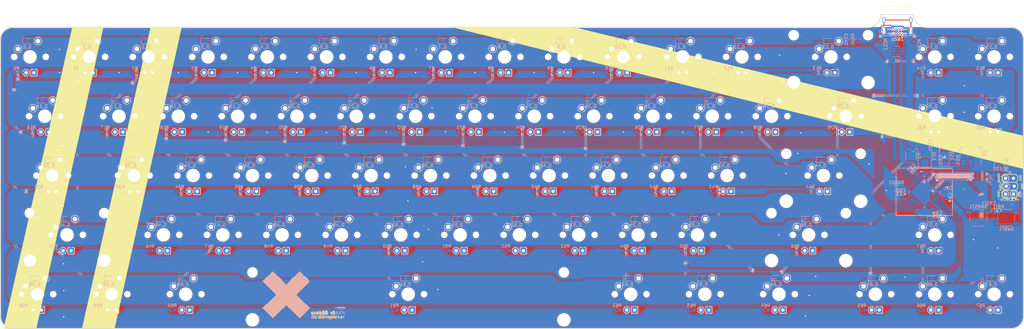
<source format=kicad_pcb>
(kicad_pcb (version 20171130) (host pcbnew "(5.1.4)-1")
  (layers (0 F.Cu signal) (31 B.Cu signal) (34 B.Paste user) (35 F.Paste user) (36 B.SilkS user) (37 F.SilkS user) (38 B.Mask user) (39 F.Mask user) (44 Edge.Cuts user))
  (net 0 "")
  (net 1 GND)
  (net 2 col0)
  (net 3 col1)
  (net 4 col2)
  (net 5 col3)
  (net 6 col4)
  (net 7 col5)
  (net 8 col6)
  (net 9 col7)
  (net 10 col8)
  (net 11 col9)
  (net 12 col10)
  (net 13 col11)
  (net 14 col12)
  (net 15 col13)
  (net 16 col14)
  (net 17 col15)
  (net 18 col16)
  (net 19 row0)
  (net 20 row1)
  (net 21 row2)
  (net 22 row3)
  (net 23 row4)
  (net 24 "Net-(K_0-Pad3)")
  (net 25 "Net-(D_0-Pad2)")
  (net 26 "Net-(K_1-Pad3)")
  (net 27 "Net-(D_1-Pad2)")
  (net 28 "Net-(K_2-Pad3)")
  (net 29 "Net-(D_2-Pad2)")
  (net 30 "Net-(K_3-Pad3)")
  (net 31 "Net-(D_3-Pad2)")
  (net 32 "Net-(K_4-Pad3)")
  (net 33 "Net-(D_4-Pad2)")
  (net 34 "Net-(K_5-Pad3)")
  (net 35 "Net-(D_5-Pad2)")
  (net 36 "Net-(K_6-Pad3)")
  (net 37 "Net-(D_6-Pad2)")
  (net 38 "Net-(K_7-Pad3)")
  (net 39 "Net-(D_7-Pad2)")
  (net 40 "Net-(K_8-Pad3)")
  (net 41 "Net-(D_8-Pad2)")
  (net 42 "Net-(K_9-Pad3)")
  (net 43 "Net-(D_9-Pad2)")
  (net 44 "Net-(K_10-Pad3)")
  (net 45 "Net-(D_10-Pad2)")
  (net 46 "Net-(K_11-Pad3)")
  (net 47 "Net-(D_11-Pad2)")
  (net 48 "Net-(K_12-Pad3)")
  (net 49 "Net-(D_12-Pad2)")
  (net 50 "Net-(K_13-Pad3)")
  (net 51 "Net-(D_13-Pad2)")
  (net 52 "Net-(K_14-Pad3)")
  (net 53 "Net-(D_14-Pad2)")
  (net 54 "Net-(K_15-Pad3)")
  (net 55 "Net-(D_15-Pad2)")
  (net 56 "Net-(K_16-Pad3)")
  (net 57 "Net-(D_16-Pad2)")
  (net 58 "Net-(K_17-Pad3)")
  (net 59 "Net-(D_17-Pad2)")
  (net 60 "Net-(K_18-Pad3)")
  (net 61 "Net-(D_18-Pad2)")
  (net 62 "Net-(K_19-Pad3)")
  (net 63 "Net-(D_19-Pad2)")
  (net 64 "Net-(K_20-Pad3)")
  (net 65 "Net-(D_20-Pad2)")
  (net 66 "Net-(K_21-Pad3)")
  (net 67 "Net-(D_21-Pad2)")
  (net 68 "Net-(K_22-Pad3)")
  (net 69 "Net-(D_22-Pad2)")
  (net 70 "Net-(K_23-Pad3)")
  (net 71 "Net-(D_23-Pad2)")
  (net 72 "Net-(K_24-Pad3)")
  (net 73 "Net-(D_24-Pad2)")
  (net 74 "Net-(K_25-Pad3)")
  (net 75 "Net-(D_25-Pad2)")
  (net 76 "Net-(K_26-Pad3)")
  (net 77 "Net-(D_26-Pad2)")
  (net 78 "Net-(K_27-Pad3)")
  (net 79 "Net-(D_27-Pad2)")
  (net 80 "Net-(K_28-Pad3)")
  (net 81 "Net-(D_28-Pad2)")
  (net 82 "Net-(K_29-Pad3)")
  (net 83 "Net-(D_29-Pad2)")
  (net 84 "Net-(K_30-Pad3)")
  (net 85 "Net-(D_30-Pad2)")
  (net 86 "Net-(K_31-Pad3)")
  (net 87 "Net-(D_31-Pad2)")
  (net 88 "Net-(K_32-Pad3)")
  (net 89 "Net-(D_32-Pad2)")
  (net 90 "Net-(K_33-Pad3)")
  (net 91 "Net-(D_33-Pad2)")
  (net 92 "Net-(K_34-Pad3)")
  (net 93 "Net-(D_34-Pad2)")
  (net 94 "Net-(K_35-Pad3)")
  (net 95 "Net-(D_35-Pad2)")
  (net 96 "Net-(K_36-Pad3)")
  (net 97 "Net-(D_36-Pad2)")
  (net 98 "Net-(K_37-Pad3)")
  (net 99 "Net-(D_37-Pad2)")
  (net 100 "Net-(K_38-Pad3)")
  (net 101 "Net-(D_38-Pad2)")
  (net 102 "Net-(K_39-Pad3)")
  (net 103 "Net-(D_39-Pad2)")
  (net 104 "Net-(K_40-Pad3)")
  (net 105 "Net-(D_40-Pad2)")
  (net 106 "Net-(K_41-Pad3)")
  (net 107 "Net-(D_41-Pad2)")
  (net 108 "Net-(K_42-Pad3)")
  (net 109 "Net-(D_42-Pad2)")
  (net 110 "Net-(K_43-Pad3)")
  (net 111 "Net-(D_43-Pad2)")
  (net 112 "Net-(K_44-Pad3)")
  (net 113 "Net-(D_44-Pad2)")
  (net 114 "Net-(K_45-Pad3)")
  (net 115 "Net-(D_45-Pad2)")
  (net 116 "Net-(K_46-Pad3)")
  (net 117 "Net-(D_46-Pad2)")
  (net 118 "Net-(K_47-Pad3)")
  (net 119 "Net-(D_47-Pad2)")
  (net 120 "Net-(K_48-Pad3)")
  (net 121 "Net-(D_48-Pad2)")
  (net 122 "Net-(K_49-Pad3)")
  (net 123 "Net-(D_49-Pad2)")
  (net 124 "Net-(K_50-Pad3)")
  (net 125 "Net-(D_50-Pad2)")
  (net 126 "Net-(K_51-Pad3)")
  (net 127 "Net-(D_51-Pad2)")
  (net 128 "Net-(K_52-Pad3)")
  (net 129 "Net-(D_52-Pad2)")
  (net 130 "Net-(K_53-Pad3)")
  (net 131 "Net-(D_53-Pad2)")
  (net 132 "Net-(K_54-Pad3)")
  (net 133 "Net-(D_54-Pad2)")
  (net 134 "Net-(K_55-Pad3)")
  (net 135 "Net-(D_55-Pad2)")
  (net 136 "Net-(K_56-Pad3)")
  (net 137 "Net-(D_56-Pad2)")
  (net 138 "Net-(K_57-Pad3)")
  (net 139 "Net-(D_57-Pad2)")
  (net 140 "Net-(K_58-Pad3)")
  (net 141 "Net-(D_58-Pad2)")
  (net 142 "Net-(K_59-Pad3)")
  (net 143 "Net-(D_59-Pad2)")
  (net 144 "Net-(K_60-Pad3)")
  (net 145 "Net-(D_60-Pad2)")
  (net 146 "Net-(K_61-Pad3)")
  (net 147 "Net-(D_61-Pad2)")
  (net 148 "Net-(K_62-Pad3)")
  (net 149 "Net-(D_62-Pad2)")
  (net 150 "Net-(K_63-Pad3)")
  (net 151 "Net-(D_63-Pad2)")
  (net 152 "Net-(K_64-Pad3)")
  (net 153 "Net-(D_64-Pad2)")
  (net 154 "Net-(K_65-Pad3)")
  (net 155 "Net-(D_65-Pad2)")
  (net 156 "Net-(K_66-Pad3)")
  (net 157 "Net-(D_66-Pad2)")
  (net 158 "Net-(K_67-Pad3)")
  (net 159 "Net-(D_67-Pad2)")
  (net 160 GNDD)
  (net 161 +3V3)
  (net 162 NRST)
  (net 163 SWDIO)
  (net 164 SWCLK)
  (net 165 VBUS)
  (net 166 LED-)
  (net 167 "Net-(QLED1-Pad1)")
  (net 168 "Net-(RCC1-Pad2)")
  (net 169 "Net-(RCC2-Pad2)")
  (net 170 LED_PWM)
  (net 171 BOOT0)
  (net 172 D+)
  (net 173 "Net-(U1-Pad4)")
  (net 174 D-)
  (net 175 "Net-(U1-Pad1)")
  (net 176 "Net-(U2-Pad43)")
  (net 177 "Net-(U2-Pad42)")
  (net 178 "Net-(U2-Pad41)")
  (net 179 "Net-(U2-Pad39)")
  (net 180 "Net-(U2-Pad38)")
  (net 181 "Net-(U2-Pad14)")
  (net 182 "Net-(U2-Pad13)")
  (net 183 "Net-(U2-Pad12)")
  (net 184 "Net-(U2-Pad11)")
  (net 185 "Net-(U2-Pad10)")
  (net 186 "Net-(USB1-PadB8)")
  (net 187 "Net-(USB1-PadA8)")
  (net 188 "Net-(CSH1-Pad2)")
  (net 189 +5V)
  (module MX_Only:MXOnly-1U (layer F.Cu) (at 219.075 95.25)
    (fp_text reference K_41)
    (fp_text value KEYSW)
    (pad "" np_thru_hole circle (at 5.08 0 48.0996) (size 1.75 1.75) (drill 1.75) (layers *.Cu *.Mask))
    (pad "" np_thru_hole circle (at -5.08 0 48.0996) (size 1.75 1.75) (drill 1.75) (layers *.Cu *.Mask))
    (pad 4 thru_hole rect (at 1.27 5.08) (size 1.905 1.905) (drill 1.04) (layers *.Cu B.Mask) (net 189 +5V))
    (pad 3 thru_hole circle (at -1.27 5.08) (size 1.905 1.905) (drill 1.04) (layers *.Cu B.Mask) (net 106 "Net-(K_41-Pad3)"))
    (pad 1 thru_hole circle (at -3.81 -2.54) (size 2.25 2.25) (drill 1.47) (layers *.Cu B.Mask) (net 12 col10))
    (pad "" np_thru_hole circle (at 0 0) (size 3.9878 3.9878) (drill 3.9878) (layers *.Cu *.Mask))
    (pad 2 thru_hole circle (at 2.54 -5.08) (size 2.25 2.25) (drill 1.47) (layers *.Cu B.Mask) (net 107 "Net-(D_41-Pad2)"))
  )
  (module MX_Only:MXOnly-1U (layer F.Cu) (at 252.4125 76.2)
    (fp_text reference K_27)
    (fp_text value KEYSW)
    (pad "" np_thru_hole circle (at 5.08 0 48.0996) (size 1.75 1.75) (drill 1.75) (layers *.Cu *.Mask))
    (pad "" np_thru_hole circle (at -5.08 0 48.0996) (size 1.75 1.75) (drill 1.75) (layers *.Cu *.Mask))
    (pad 4 thru_hole rect (at 1.27 5.08) (size 1.905 1.905) (drill 1.04) (layers *.Cu B.Mask) (net 189 +5V))
    (pad 3 thru_hole circle (at -1.27 5.08) (size 1.905 1.905) (drill 1.04) (layers *.Cu B.Mask) (net 78 "Net-(K_27-Pad3)"))
    (pad 1 thru_hole circle (at -3.81 -2.54) (size 2.25 2.25) (drill 1.47) (layers *.Cu B.Mask) (net 14 col12))
    (pad "" np_thru_hole circle (at 0 0) (size 3.9878 3.9878) (drill 3.9878) (layers *.Cu *.Mask))
    (pad 2 thru_hole circle (at 2.54 -5.08) (size 2.25 2.25) (drill 1.47) (layers *.Cu B.Mask) (net 79 "Net-(D_27-Pad2)"))
  )
  (module MX_Only:MXOnly-1U (layer F.Cu) (at 104.775 95.25)
    (fp_text reference K_35)
    (fp_text value KEYSW)
    (pad "" np_thru_hole circle (at 5.08 0 48.0996) (size 1.75 1.75) (drill 1.75) (layers *.Cu *.Mask))
    (pad "" np_thru_hole circle (at -5.08 0 48.0996) (size 1.75 1.75) (drill 1.75) (layers *.Cu *.Mask))
    (pad 4 thru_hole rect (at 1.27 5.08) (size 1.905 1.905) (drill 1.04) (layers *.Cu B.Mask) (net 189 +5V))
    (pad 3 thru_hole circle (at -1.27 5.08) (size 1.905 1.905) (drill 1.04) (layers *.Cu B.Mask) (net 94 "Net-(K_35-Pad3)"))
    (pad 1 thru_hole circle (at -3.81 -2.54) (size 2.25 2.25) (drill 1.47) (layers *.Cu B.Mask) (net 6 col4))
    (pad "" np_thru_hole circle (at 0 0) (size 3.9878 3.9878) (drill 3.9878) (layers *.Cu *.Mask))
    (pad 2 thru_hole circle (at 2.54 -5.08) (size 2.25 2.25) (drill 1.47) (layers *.Cu B.Mask) (net 95 "Net-(D_35-Pad2)"))
  )
  (module MX_Only:MXOnly-2.25U (layer F.Cu) (at 45.24375 114.3)
    (fp_text reference K_45)
    (fp_text value KEYSW)
    (pad "" np_thru_hole circle (at 11.938 8.255) (size 3.9878 3.9878) (drill 3.9878) (layers *.Cu *.Mask))
    (pad "" np_thru_hole circle (at -11.938 8.255) (size 3.9878 3.9878) (drill 3.9878) (layers *.Cu *.Mask))
    (pad "" np_thru_hole circle (at 11.938 -6.985) (size 3.048 3.048) (drill 3.048) (layers *.Cu *.Mask))
    (pad "" np_thru_hole circle (at -11.938 -6.985) (size 3.048 3.048) (drill 3.048) (layers *.Cu *.Mask))
    (pad "" np_thru_hole circle (at 5.08 0 48.0996) (size 1.75 1.75) (drill 1.75) (layers *.Cu *.Mask))
    (pad "" np_thru_hole circle (at -5.08 0 48.0996) (size 1.75 1.75) (drill 1.75) (layers *.Cu *.Mask))
    (pad 4 thru_hole rect (at 1.27 5.08) (size 1.905 1.905) (drill 1.04) (layers *.Cu B.Mask) (net 189 +5V))
    (pad 3 thru_hole circle (at -1.27 5.08) (size 1.905 1.905) (drill 1.04) (layers *.Cu B.Mask) (net 114 "Net-(K_45-Pad3)"))
    (pad 1 thru_hole circle (at -3.81 -2.54) (size 2.25 2.25) (drill 1.47) (layers *.Cu B.Mask) (net 3 col1))
    (pad "" np_thru_hole circle (at 0 0) (size 3.9878 3.9878) (drill 3.9878) (layers *.Cu *.Mask))
    (pad 2 thru_hole circle (at 2.54 -5.08) (size 2.25 2.25) (drill 1.47) (layers *.Cu B.Mask) (net 115 "Net-(D_45-Pad2)"))
  )
  (module soph68:nicole_x_silk (layer B.Cu) (at 115.57 133.604)
    (fp_text reference G*** hide)
    (fp_text value nicole_x_silk hide)
  )
  (module soph68:nicole_x_silk (layer F.Cu) (at 115.57 133.477)
    (fp_text reference G*** hide)
    (fp_text value nicole_x_silk hide)
  )
  (module soph68:nicole_x_cu (layer F.Cu) (at 115.57 133.477)
    (fp_text reference G*** hide)
    (fp_text value LOGO hide)
    (fp_poly (pts (xy 5.968988 -5.842012) (xy 7.576208 -4.23312) (xy 5.41856 -2.074227) (xy 3.260912 0.084667) (xy 7.576762 4.403007) (xy 5.989884 5.989884) (xy 4.403007 7.576762) (xy 0.084667 3.260912) (xy -2.053778 5.398122) (xy -2.5481 5.891011) (xy -3.004408 6.343786) (xy -3.40897 6.742995) (xy -3.748059 7.075182) (xy -4.007944 7.326895) (xy -4.174895 7.48468) (xy -4.23478 7.535333) (xy -4.303518 7.477862) (xy -4.475525 7.315879) (xy -4.734755 7.065027) (xy -5.065161 6.740949) (xy -5.450697 6.35929) (xy -5.863907 5.947115) (xy -7.450475 4.358896) (xy -5.291559 2.201226) (xy -3.132643 0.043555) (xy -5.291773 -2.116773) (xy -7.450903 -4.277102) (xy -5.862567 -5.863788) (xy -4.27423 -7.450475) (xy -2.116559 -5.291559) (xy 0.041111 -3.132643) (xy 2.20144 -5.291773) (xy 4.361768 -7.450903) (xy 5.968988 -5.842012)) (layer F.Cu) (width 0.01))
  )
  (module Button_Switch_SMD:SW_SPST_SKQG_WithStem (layer B.Cu) (at 337.82 108.839 180)
    (fp_text reference SWRST1 (at 0 3.6) (layer B.SilkS) (effects (justify mirror)))
    (fp_text value SW_Push)
    (pad 2 smd rect (at 3.1 -1.85 180) (size 1.8 1.1) (layers B.Cu B.Paste B.Mask) (net 1 GND))
    (pad 2 smd rect (at -3.1 -1.85 180) (size 1.8 1.1) (layers B.Cu B.Paste B.Mask) (net 1 GND))
    (pad 1 smd rect (at 3.1 1.85 180) (size 1.8 1.1) (layers B.Cu B.Paste B.Mask) (net 162 NRST))
    (pad 1 smd rect (at -3.1 1.85 180) (size 1.8 1.1) (layers B.Cu B.Paste B.Mask) (net 162 NRST))
  )
  (module Button_Switch_SMD:SW_SPST_SKQG_WithStem (layer B.Cu) (at 346.837 108.839)
    (fp_text reference SWBT1 (at 0 3.6) (layer B.SilkS) (effects (justify mirror)))
    (fp_text value SW_Push)
    (pad 2 smd rect (at 3.1 -1.85) (size 1.8 1.1) (layers B.Cu B.Paste B.Mask) (net 171 BOOT0))
    (pad 2 smd rect (at -3.1 -1.85) (size 1.8 1.1) (layers B.Cu B.Paste B.Mask) (net 171 BOOT0))
    (pad 1 smd rect (at 3.1 1.85) (size 1.8 1.1) (layers B.Cu B.Paste B.Mask) (net 161 +3V3))
    (pad 1 smd rect (at -3.1 1.85) (size 1.8 1.1) (layers B.Cu B.Paste B.Mask) (net 161 +3V3))
  )
  (module Capacitor_SMD:C_0402_1005Metric (layer B.Cu) (at 343.535 105.283)
    (fp_text reference CBT1 (at 0 1.17) (layer B.SilkS) (effects (justify mirror)))
    (fp_text value 100nF)
    (pad 2 smd roundrect (at 0.485 0) (size 0.59 0.64) (layers B.Cu B.Paste B.Mask) (net 1 GND))
    (pad 1 smd roundrect (at -0.485 0) (size 0.59 0.64) (layers B.Cu B.Paste B.Mask) (net 171 BOOT0))
  )
  (module Package_TO_SOT_SMD:SOT-223-3_TabPin2 (layer B.Cu) (at 335.407 88.011 90)
    (fp_text reference U3 (at 0 4.5 90) (layer B.SilkS) (effects (justify mirror)))
    (fp_text value AMS1117-5.0)
    (pad 1 smd rect (at -3.15 2.3 90) (size 2 1.5) (layers B.Cu B.Paste B.Mask) (net 1 GND))
    (pad 3 smd rect (at -3.15 -2.3 90) (size 2 1.5) (layers B.Cu B.Paste B.Mask) (net 189 +5V))
    (pad 2 smd rect (at -3.15 0 90) (size 2 1.5) (layers B.Cu B.Paste B.Mask) (net 161 +3V3))
    (pad 2 smd rect (at 3.15 0 90) (size 2 3.8) (layers B.Cu B.Paste B.Mask) (net 161 +3V3))
  )
  (module Capacitor_SMD:C_0805_2012Metric (layer B.Cu) (at 329.692 90.297 90)
    (fp_text reference RSI1 (at 0 1.65 90) (layer B.SilkS) (effects (justify mirror)))
    (fp_text value 1M)
    (pad 2 smd roundrect (at 0.9375 0 90) (size 0.975 1.4) (layers B.Cu B.Paste B.Mask) (net 1 GND))
    (pad 1 smd roundrect (at -0.9375 0 90) (size 0.975 1.4) (layers B.Cu B.Paste B.Mask) (net 189 +5V))
  )
  (module Fuse:Fuse_1812_4532Metric (layer B.Cu) (at 316.23 89.027 90)
    (fp_text reference F1 (at 0 2.65 90) (layer B.SilkS) (effects (justify mirror)))
    (fp_text value "1.5A trip PTC")
    (pad 2 smd roundrect (at 2.1375 0 90) (size 1.125 3.4) (layers B.Cu B.Paste B.Mask) (roundrect_rratio 0.222222) (net 165 VBUS))
    (pad 1 smd roundrect (at -2.1375 0 90) (size 1.125 3.4) (layers B.Cu B.Paste B.Mask) (roundrect_rratio 0.222222) (net 189 +5V))
  )
  (module Diode_SMD:D_SMB (layer B.Cu) (at 320.675 89.027 90)
    (fp_text reference DF1 (at 0 3 90) (layer B.SilkS) (effects (justify mirror)))
    (fp_text value P6SMB6.8CA)
    (pad 2 smd rect (at 2.15 0 90) (size 2.5 2.3) (layers B.Cu B.Paste B.Mask) (net 1 GND))
    (pad 1 smd rect (at -2.15 0 90) (size 2.5 2.3) (layers B.Cu B.Paste B.Mask) (net 189 +5V))
  )
  (module Diode_SMD:D_MELF (layer B.Cu) (at 326.898 88.9 90)
    (fp_text reference DS1 (at 0 2.5 90) (layer B.SilkS) (effects (justify mirror)))
    (fp_text value SM4007)
    (pad 2 smd rect (at 2.4 0 90) (size 1.5 2.7) (layers B.Cu B.Paste B.Mask) (net 161 +3V3))
    (pad 1 smd rect (at -2.4 0 90) (size 1.5 2.7) (layers B.Cu B.Paste B.Mask) (net 189 +5V))
  )
  (module Capacitor_SMD:C_0805_2012Metric (layer B.Cu) (at 324.104 85.598 270)
    (fp_text reference CSO1 (at 0 1.65 90) (layer B.SilkS) (effects (justify mirror)))
    (fp_text value 1u)
    (pad 2 smd roundrect (at 0.9375 0 270) (size 0.975 1.4) (layers B.Cu B.Paste B.Mask) (net 1 GND))
    (pad 1 smd roundrect (at -0.9375 0 270) (size 0.975 1.4) (layers B.Cu B.Paste B.Mask) (net 161 +3V3))
  )
  (module Capacitor_SMD:C_0805_2012Metric (layer B.Cu) (at 324.104 90.297 90)
    (fp_text reference CSI1 (at 0 1.65 90) (layer B.SilkS) (effects (justify mirror)))
    (fp_text value 1u)
    (pad 2 smd roundrect (at 0.9375 0 90) (size 0.975 1.4) (layers B.Cu B.Paste B.Mask) (net 1 GND))
    (pad 1 smd roundrect (at -0.9375 0 90) (size 0.975 1.4) (layers B.Cu B.Paste B.Mask) (net 189 +5V))
  )
  (module Resistor_SMD:R_0805_2012Metric (layer B.Cu) (at 299.212 51.562 270)
    (fp_text reference RSH1 (at 0 1.65 90) (layer B.SilkS) (effects (justify mirror)))
    (fp_text value 1M)
    (pad 2 smd roundrect (at 0.9375 0 270) (size 0.975 1.4) (layers B.Cu B.Paste B.Mask) (net 188 "Net-(CSH1-Pad2)"))
    (pad 1 smd roundrect (at -0.9375 0 270) (size 0.975 1.4) (layers B.Cu B.Paste B.Mask) (net 1 GND))
  )
  (module Capacitor_SMD:C_0805_2012Metric (layer B.Cu) (at 297.053 51.562 270)
    (fp_text reference CSH1 (at 0 1.65 90) (layer B.SilkS) (effects (justify mirror)))
    (fp_text value 4.7nF)
    (pad 2 smd roundrect (at 0.9375 0 270) (size 0.975 1.4) (layers B.Cu B.Paste B.Mask) (net 188 "Net-(CSH1-Pad2)"))
    (pad 1 smd roundrect (at -0.9375 0 270) (size 0.975 1.4) (layers B.Cu B.Paste B.Mask) (net 1 GND))
  )
  (module Connector_USB:USB_C_Receptacle_GCT_USB4085 (layer F.Cu) (at 314.833 49.657 180)
    (fp_text reference USB1 (at 2.975 -1.8) (layer F.SilkS))
    (fp_text value USB_C_GCT_USB4085-Type-C)
    (pad S1 thru_hole oval (at 7.3 4.36 180) (size 0.9 1.7) (drill oval 0.6 1.4) (layers *.Cu *.Mask) (net 188 "Net-(CSH1-Pad2)"))
    (pad S1 thru_hole oval (at -1.35 4.36 180) (size 0.9 1.7) (drill oval 0.6 1.4) (layers *.Cu *.Mask) (net 188 "Net-(CSH1-Pad2)"))
    (pad S1 thru_hole oval (at 7.3 0.98 180) (size 0.9 2.4) (drill oval 0.6 2.1) (layers *.Cu *.Mask) (net 188 "Net-(CSH1-Pad2)"))
    (pad S1 thru_hole oval (at -1.35 0.98 180) (size 0.9 2.4) (drill oval 0.6 2.1) (layers *.Cu *.Mask) (net 188 "Net-(CSH1-Pad2)"))
    (pad B6 thru_hole circle (at 3.4 1.35 180) (size 0.7 0.7) (drill 0.4) (layers *.Cu *.Mask) (net 172 D+))
    (pad B1 thru_hole circle (at 5.95 1.35 180) (size 0.7 0.7) (drill 0.4) (layers *.Cu *.Mask) (net 1 GND))
    (pad B4 thru_hole circle (at 5.1 1.35 180) (size 0.7 0.7) (drill 0.4) (layers *.Cu *.Mask) (net 165 VBUS))
    (pad B5 thru_hole circle (at 4.25 1.35 180) (size 0.7 0.7) (drill 0.4) (layers *.Cu *.Mask) (net 169 "Net-(RCC2-Pad2)"))
    (pad B12 thru_hole circle (at 0 1.35 180) (size 0.7 0.7) (drill 0.4) (layers *.Cu *.Mask) (net 1 GND))
    (pad B8 thru_hole circle (at 1.7 1.35 180) (size 0.7 0.7) (drill 0.4) (layers *.Cu *.Mask) (net 186 "Net-(USB1-PadB8)"))
    (pad B7 thru_hole circle (at 2.55 1.35 180) (size 0.7 0.7) (drill 0.4) (layers *.Cu *.Mask) (net 174 D-))
    (pad B9 thru_hole circle (at 0.85 1.35 180) (size 0.7 0.7) (drill 0.4) (layers *.Cu *.Mask) (net 165 VBUS))
    (pad A12 thru_hole circle (at 5.95 0 180) (size 0.7 0.7) (drill 0.4) (layers *.Cu *.Mask) (net 1 GND))
    (pad A9 thru_hole circle (at 5.1 0 180) (size 0.7 0.7) (drill 0.4) (layers *.Cu *.Mask) (net 165 VBUS))
    (pad A8 thru_hole circle (at 4.25 0 180) (size 0.7 0.7) (drill 0.4) (layers *.Cu *.Mask) (net 187 "Net-(USB1-PadA8)"))
    (pad A7 thru_hole circle (at 3.4 0 180) (size 0.7 0.7) (drill 0.4) (layers *.Cu *.Mask) (net 174 D-))
    (pad A6 thru_hole circle (at 2.55 0 180) (size 0.7 0.7) (drill 0.4) (layers *.Cu *.Mask) (net 172 D+))
    (pad A5 thru_hole circle (at 1.7 0 180) (size 0.7 0.7) (drill 0.4) (layers *.Cu *.Mask) (net 168 "Net-(RCC1-Pad2)"))
    (pad A4 thru_hole circle (at 0.85 0 180) (size 0.7 0.7) (drill 0.4) (layers *.Cu *.Mask) (net 165 VBUS))
    (pad A1 thru_hole circle (at 0 0 180) (size 0.7 0.7) (drill 0.4) (layers *.Cu *.Mask) (net 1 GND))
  )
  (module MX_Only:MXOnly-2.75U (layer F.Cu) (at 283.36875 114.3)
    (fp_text reference K_56)
    (fp_text value KEYSW)
    (pad "" np_thru_hole circle (at 11.938 8.255) (size 3.9878 3.9878) (drill 3.9878) (layers *.Cu *.Mask))
    (pad "" np_thru_hole circle (at -11.938 8.255) (size 3.9878 3.9878) (drill 3.9878) (layers *.Cu *.Mask))
    (pad "" np_thru_hole circle (at 11.938 -6.985) (size 3.048 3.048) (drill 3.048) (layers *.Cu *.Mask))
    (pad "" np_thru_hole circle (at -11.938 -6.985) (size 3.048 3.048) (drill 3.048) (layers *.Cu *.Mask))
    (pad "" np_thru_hole circle (at 5.08 0 48.0996) (size 1.75 1.75) (drill 1.75) (layers *.Cu *.Mask))
    (pad "" np_thru_hole circle (at -5.08 0 48.0996) (size 1.75 1.75) (drill 1.75) (layers *.Cu *.Mask))
    (pad 4 thru_hole rect (at 1.27 5.08) (size 1.905 1.905) (drill 1.04) (layers *.Cu B.Mask) (net 189 +5V))
    (pad 3 thru_hole circle (at -1.27 5.08) (size 1.905 1.905) (drill 1.04) (layers *.Cu B.Mask) (net 136 "Net-(K_56-Pad3)"))
    (pad 1 thru_hole circle (at -3.81 -2.54) (size 2.25 2.25) (drill 1.47) (layers *.Cu B.Mask) (net 15 col13))
    (pad "" np_thru_hole circle (at 0 0) (size 3.9878 3.9878) (drill 3.9878) (layers *.Cu *.Mask))
    (pad 2 thru_hole circle (at 2.54 -5.08) (size 2.25 2.25) (drill 1.47) (layers *.Cu B.Mask) (net 137 "Net-(D_56-Pad2)"))
  )
  (module MX_Only:MXOnly-2.25U (layer F.Cu) (at 288.13125 95.25)
    (fp_text reference K_44)
    (fp_text value KEYSW)
    (pad "" np_thru_hole circle (at 11.938 8.255) (size 3.9878 3.9878) (drill 3.9878) (layers *.Cu *.Mask))
    (pad "" np_thru_hole circle (at -11.938 8.255) (size 3.9878 3.9878) (drill 3.9878) (layers *.Cu *.Mask))
    (pad "" np_thru_hole circle (at 11.938 -6.985) (size 3.048 3.048) (drill 3.048) (layers *.Cu *.Mask))
    (pad "" np_thru_hole circle (at -11.938 -6.985) (size 3.048 3.048) (drill 3.048) (layers *.Cu *.Mask))
    (pad "" np_thru_hole circle (at 5.08 0 48.0996) (size 1.75 1.75) (drill 1.75) (layers *.Cu *.Mask))
    (pad "" np_thru_hole circle (at -5.08 0 48.0996) (size 1.75 1.75) (drill 1.75) (layers *.Cu *.Mask))
    (pad 4 thru_hole rect (at 1.27 5.08) (size 1.905 1.905) (drill 1.04) (layers *.Cu B.Mask) (net 189 +5V))
    (pad 3 thru_hole circle (at -1.27 5.08) (size 1.905 1.905) (drill 1.04) (layers *.Cu B.Mask) (net 112 "Net-(K_44-Pad3)"))
    (pad 1 thru_hole circle (at -3.81 -2.54) (size 2.25 2.25) (drill 1.47) (layers *.Cu B.Mask) (net 15 col13))
    (pad "" np_thru_hole circle (at 0 0) (size 3.9878 3.9878) (drill 3.9878) (layers *.Cu *.Mask))
    (pad 2 thru_hole circle (at 2.54 -5.08) (size 2.25 2.25) (drill 1.47) (layers *.Cu B.Mask) (net 113 "Net-(D_44-Pad2)"))
  )
  (module MX_Only:MXOnly-1U (layer F.Cu) (at 80.9625 76.2)
    (fp_text reference K_18)
    (fp_text value KEYSW)
    (pad "" np_thru_hole circle (at 5.08 0 48.0996) (size 1.75 1.75) (drill 1.75) (layers *.Cu *.Mask))
    (pad "" np_thru_hole circle (at -5.08 0 48.0996) (size 1.75 1.75) (drill 1.75) (layers *.Cu *.Mask))
    (pad 4 thru_hole rect (at 1.27 5.08) (size 1.905 1.905) (drill 1.04) (layers *.Cu B.Mask) (net 189 +5V))
    (pad 3 thru_hole circle (at -1.27 5.08) (size 1.905 1.905) (drill 1.04) (layers *.Cu B.Mask) (net 60 "Net-(K_18-Pad3)"))
    (pad 1 thru_hole circle (at -3.81 -2.54) (size 2.25 2.25) (drill 1.47) (layers *.Cu B.Mask) (net 5 col3))
    (pad "" np_thru_hole circle (at 0 0) (size 3.9878 3.9878) (drill 3.9878) (layers *.Cu *.Mask))
    (pad 2 thru_hole circle (at 2.54 -5.08) (size 2.25 2.25) (drill 1.47) (layers *.Cu B.Mask) (net 61 "Net-(D_18-Pad2)"))
  )
  (module MX_Only:MXOnly-1U (layer F.Cu) (at 195.2625 76.2)
    (fp_text reference K_24)
    (fp_text value KEYSW)
    (pad "" np_thru_hole circle (at 5.08 0 48.0996) (size 1.75 1.75) (drill 1.75) (layers *.Cu *.Mask))
    (pad "" np_thru_hole circle (at -5.08 0 48.0996) (size 1.75 1.75) (drill 1.75) (layers *.Cu *.Mask))
    (pad 4 thru_hole rect (at 1.27 5.08) (size 1.905 1.905) (drill 1.04) (layers *.Cu B.Mask) (net 189 +5V))
    (pad 3 thru_hole circle (at -1.27 5.08) (size 1.905 1.905) (drill 1.04) (layers *.Cu B.Mask) (net 72 "Net-(K_24-Pad3)"))
    (pad 1 thru_hole circle (at -3.81 -2.54) (size 2.25 2.25) (drill 1.47) (layers *.Cu B.Mask) (net 11 col9))
    (pad "" np_thru_hole circle (at 0 0) (size 3.9878 3.9878) (drill 3.9878) (layers *.Cu *.Mask))
    (pad 2 thru_hole circle (at 2.54 -5.08) (size 2.25 2.25) (drill 1.47) (layers *.Cu B.Mask) (net 73 "Net-(D_24-Pad2)"))
  )
  (module Package_QFP:LQFP-48_7x7mm_P0.5mm (layer B.Cu) (at 320.548 100.457 135)
    (fp_text reference U2 (at 0 5.85 135) (layer B.SilkS) (effects (justify mirror)))
    (fp_text value STM32F072C8Tx)
    (pad 48 smd roundrect (at -2.75 4.1625 135) (size 0.3 1.475) (layers B.Cu B.Paste B.Mask) (net 161 +3V3))
    (pad 47 smd roundrect (at -2.25 4.1625 135) (size 0.3 1.475) (layers B.Cu B.Paste B.Mask) (net 160 GNDD))
    (pad 46 smd roundrect (at -1.75 4.1625 135) (size 0.3 1.475) (layers B.Cu B.Paste B.Mask) (net 17 col15))
    (pad 45 smd roundrect (at -1.25 4.1625 135) (size 0.3 1.475) (layers B.Cu B.Paste B.Mask) (net 18 col16))
    (pad 44 smd roundrect (at -0.75 4.1625 135) (size 0.3 1.475) (layers B.Cu B.Paste B.Mask) (net 171 BOOT0))
    (pad 43 smd roundrect (at -0.25 4.1625 135) (size 0.3 1.475) (layers B.Cu B.Paste B.Mask) (net 176 "Net-(U2-Pad43)"))
    (pad 42 smd roundrect (at 0.25 4.1625 135) (size 0.3 1.475) (layers B.Cu B.Paste B.Mask) (net 177 "Net-(U2-Pad42)"))
    (pad 41 smd roundrect (at 0.75 4.1625 135) (size 0.3 1.475) (layers B.Cu B.Paste B.Mask) (net 178 "Net-(U2-Pad41)"))
    (pad 40 smd roundrect (at 1.25 4.1625 135) (size 0.3 1.475) (layers B.Cu B.Paste B.Mask) (net 170 LED_PWM))
    (pad 39 smd roundrect (at 1.75 4.1625 135) (size 0.3 1.475) (layers B.Cu B.Paste B.Mask) (net 179 "Net-(U2-Pad39)"))
    (pad 38 smd roundrect (at 2.25 4.1625 135) (size 0.3 1.475) (layers B.Cu B.Paste B.Mask) (net 180 "Net-(U2-Pad38)"))
    (pad 37 smd roundrect (at 2.75 4.1625 135) (size 0.3 1.475) (layers B.Cu B.Paste B.Mask) (net 164 SWCLK))
    (pad 36 smd roundrect (at 4.1625 2.75 135) (size 1.475 0.3) (layers B.Cu B.Paste B.Mask) (net 161 +3V3))
    (pad 35 smd roundrect (at 4.1625 2.25 135) (size 1.475 0.3) (layers B.Cu B.Paste B.Mask) (net 160 GNDD))
    (pad 34 smd roundrect (at 4.1625 1.75 135) (size 1.475 0.3) (layers B.Cu B.Paste B.Mask) (net 163 SWDIO))
    (pad 33 smd roundrect (at 4.1625 1.25 135) (size 1.475 0.3) (layers B.Cu B.Paste B.Mask) (net 172 D+))
    (pad 32 smd roundrect (at 4.1625 0.75 135) (size 1.475 0.3) (layers B.Cu B.Paste B.Mask) (net 174 D-))
    (pad 31 smd roundrect (at 4.1625 0.25 135) (size 1.475 0.3) (layers B.Cu B.Paste B.Mask) (net 19 row0))
    (pad 30 smd roundrect (at 4.1625 -0.25 135) (size 1.475 0.3) (layers B.Cu B.Paste B.Mask) (net 2 col0))
    (pad 29 smd roundrect (at 4.1625 -0.75 135) (size 1.475 0.3) (layers B.Cu B.Paste B.Mask) (net 3 col1))
    (pad 28 smd roundrect (at 4.1625 -1.25 135) (size 1.475 0.3) (layers B.Cu B.Paste B.Mask) (net 4 col2))
    (pad 27 smd roundrect (at 4.1625 -1.75 135) (size 1.475 0.3) (layers B.Cu B.Paste B.Mask) (net 20 row1))
    (pad 26 smd roundrect (at 4.1625 -2.25 135) (size 1.475 0.3) (layers B.Cu B.Paste B.Mask) (net 5 col3))
    (pad 25 smd roundrect (at 4.1625 -2.75 135) (size 1.475 0.3) (layers B.Cu B.Paste B.Mask) (net 6 col4))
    (pad 24 smd roundrect (at 2.75 -4.1625 135) (size 0.3 1.475) (layers B.Cu B.Paste B.Mask) (net 161 +3V3))
    (pad 23 smd roundrect (at 2.25 -4.1625 135) (size 0.3 1.475) (layers B.Cu B.Paste B.Mask) (net 160 GNDD))
    (pad 22 smd roundrect (at 1.75 -4.1625 135) (size 0.3 1.475) (layers B.Cu B.Paste B.Mask) (net 7 col5))
    (pad 21 smd roundrect (at 1.25 -4.1625 135) (size 0.3 1.475) (layers B.Cu B.Paste B.Mask) (net 8 col6))
    (pad 20 smd roundrect (at 0.75 -4.1625 135) (size 0.3 1.475) (layers B.Cu B.Paste B.Mask) (net 9 col7))
    (pad 19 smd roundrect (at 0.25 -4.1625 135) (size 0.3 1.475) (layers B.Cu B.Paste B.Mask) (net 10 col8))
    (pad 18 smd roundrect (at -0.25 -4.1625 135) (size 0.3 1.475) (layers B.Cu B.Paste B.Mask) (net 11 col9))
    (pad 17 smd roundrect (at -0.75 -4.1625 135) (size 0.3 1.475) (layers B.Cu B.Paste B.Mask) (net 12 col10))
    (pad 16 smd roundrect (at -1.25 -4.1625 135) (size 0.3 1.475) (layers B.Cu B.Paste B.Mask) (net 21 row2))
    (pad 15 smd roundrect (at -1.75 -4.1625 135) (size 0.3 1.475) (layers B.Cu B.Paste B.Mask) (net 22 row3))
    (pad 14 smd roundrect (at -2.25 -4.1625 135) (size 0.3 1.475) (layers B.Cu B.Paste B.Mask) (net 181 "Net-(U2-Pad14)"))
    (pad 13 smd roundrect (at -2.75 -4.1625 135) (size 0.3 1.475) (layers B.Cu B.Paste B.Mask) (net 182 "Net-(U2-Pad13)"))
    (pad 12 smd roundrect (at -4.1625 -2.75 135) (size 1.475 0.3) (layers B.Cu B.Paste B.Mask) (net 183 "Net-(U2-Pad12)"))
    (pad 11 smd roundrect (at -4.1625 -2.25 135) (size 1.475 0.3) (layers B.Cu B.Paste B.Mask) (net 184 "Net-(U2-Pad11)"))
    (pad 10 smd roundrect (at -4.1625 -1.75 135) (size 1.475 0.3) (layers B.Cu B.Paste B.Mask) (net 185 "Net-(U2-Pad10)"))
    (pad 9 smd roundrect (at -4.1625 -1.25 135) (size 1.475 0.3) (layers B.Cu B.Paste B.Mask) (net 161 +3V3))
    (pad 8 smd roundrect (at -4.1625 -0.75 135) (size 1.475 0.3) (layers B.Cu B.Paste B.Mask) (net 160 GNDD))
    (pad 7 smd roundrect (at -4.1625 -0.25 135) (size 1.475 0.3) (layers B.Cu B.Paste B.Mask) (net 162 NRST))
    (pad 6 smd roundrect (at -4.1625 0.25 135) (size 1.475 0.3) (layers B.Cu B.Paste B.Mask) (net 13 col11))
    (pad 5 smd roundrect (at -4.1625 0.75 135) (size 1.475 0.3) (layers B.Cu B.Paste B.Mask) (net 14 col12))
    (pad 4 smd roundrect (at -4.1625 1.25 135) (size 1.475 0.3) (layers B.Cu B.Paste B.Mask) (net 15 col13))
    (pad 3 smd roundrect (at -4.1625 1.75 135) (size 1.475 0.3) (layers B.Cu B.Paste B.Mask) (net 16 col14))
    (pad 2 smd roundrect (at -4.1625 2.25 135) (size 1.475 0.3) (layers B.Cu B.Paste B.Mask) (net 23 row4))
    (pad 1 smd roundrect (at -4.1625 2.75 135) (size 1.475 0.3) (layers B.Cu B.Paste B.Mask) (net 161 +3V3))
  )
  (module Package_TO_SOT_SMD:SOT-23-6 (layer B.Cu) (at 311.8563 55.372)
    (fp_text reference U1 (at 0 2.9) (layer B.SilkS) (effects (justify mirror)))
    (fp_text value SRV05-4)
    (pad 5 smd rect (at 1.1 0) (size 1.06 0.65) (layers B.Cu B.Paste B.Mask) (net 165 VBUS))
    (pad 6 smd rect (at 1.1 0.95) (size 1.06 0.65) (layers B.Cu B.Paste B.Mask) (net 172 D+))
    (pad 4 smd rect (at 1.1 -0.95) (size 1.06 0.65) (layers B.Cu B.Paste B.Mask) (net 173 "Net-(U1-Pad4)"))
    (pad 3 smd rect (at -1.1 -0.95) (size 1.06 0.65) (layers B.Cu B.Paste B.Mask) (net 174 D-))
    (pad 2 smd rect (at -1.1 0) (size 1.06 0.65) (layers B.Cu B.Paste B.Mask) (net 1 GND))
    (pad 1 smd rect (at -1.1 0.95) (size 1.06 0.65) (layers B.Cu B.Paste B.Mask) (net 175 "Net-(U1-Pad1)"))
  )
  (module Resistor_SMD:R_0805_2012Metric (layer B.Cu) (at 344.297 103.632)
    (fp_text reference RBT1 (at 0 1.65) (layer B.SilkS) (effects (justify mirror)))
    (fp_text value 10k)
    (pad 2 smd roundrect (at 0.9375 0) (size 0.975 1.4) (layers B.Cu B.Paste B.Mask) (net 1 GND))
    (pad 1 smd roundrect (at -0.9375 0) (size 0.975 1.4) (layers B.Cu B.Paste B.Mask) (net 171 BOOT0))
  )
  (module Resistor_SMD:R_0402_1005Metric (layer B.Cu) (at 344.8685 94.234 180)
    (fp_text reference RLED1 (at 0 1.17) (layer B.SilkS) (effects (justify mirror)))
    (fp_text value 100R)
    (pad 2 smd roundrect (at 0.485 0 180) (size 0.59 0.64) (layers B.Cu B.Paste B.Mask) (net 170 LED_PWM))
    (pad 1 smd roundrect (at -0.485 0 180) (size 0.59 0.64) (layers B.Cu B.Paste B.Mask) (net 167 "Net-(QLED1-Pad1)"))
  )
  (module Resistor_SMD:R_1206_3216Metric (layer B.Cu) (at 311.531 99.314 180)
    (fp_text reference RGND1 (at 0 1.82) (layer B.SilkS) (effects (justify mirror)))
    (fp_text value R_Small)
    (pad 2 smd roundrect (at 1.4 0 180) (size 1.25 1.75) (layers B.Cu B.Paste B.Mask) (roundrect_rratio 0.2) (net 1 GND))
    (pad 1 smd roundrect (at -1.4 0 180) (size 1.25 1.75) (layers B.Cu B.Paste B.Mask) (roundrect_rratio 0.2) (net 160 GNDD))
  )
  (module Resistor_SMD:R_0805_2012Metric (layer B.Cu) (at 306.451 53.086 90)
    (fp_text reference RCC2 (at 0 1.65 90) (layer B.SilkS) (effects (justify mirror)))
    (fp_text value 5.1k)
    (pad 2 smd roundrect (at 0.9375 0 90) (size 0.975 1.4) (layers B.Cu B.Paste B.Mask) (net 169 "Net-(RCC2-Pad2)"))
    (pad 1 smd roundrect (at -0.9375 0 90) (size 0.975 1.4) (layers B.Cu B.Paste B.Mask) (net 1 GND))
  )
  (module Resistor_SMD:R_0805_2012Metric (layer B.Cu) (at 317.246 53.34 90)
    (fp_text reference RCC1 (at 0 1.65 90) (layer B.SilkS) (effects (justify mirror)))
    (fp_text value 5.1k)
    (pad 2 smd roundrect (at 0.9375 0 90) (size 0.975 1.4) (layers B.Cu B.Paste B.Mask) (net 168 "Net-(RCC1-Pad2)"))
    (pad 1 smd roundrect (at -0.9375 0 90) (size 0.975 1.4) (layers B.Cu B.Paste B.Mask) (net 1 GND))
  )
  (module Resistor_SMD:R_0603_1608Metric (layer B.Cu) (at 338.582 138.43 180)
    (fp_text reference R67 (at 0 1.43) (layer B.SilkS) (effects (justify mirror)))
    (fp_text value 680R)
    (pad 2 smd roundrect (at 0.7875 0 180) (size 0.875 0.95) (layers B.Cu B.Paste B.Mask) (net 166 LED-))
    (pad 1 smd roundrect (at -0.7875 0 180) (size 0.875 0.95) (layers B.Cu B.Paste B.Mask) (net 158 "Net-(K_67-Pad3)"))
  )
  (module Resistor_SMD:R_0603_1608Metric (layer B.Cu) (at 319.532 138.43 180)
    (fp_text reference R66 (at 0 1.43) (layer B.SilkS) (effects (justify mirror)))
    (fp_text value 680R)
    (pad 2 smd roundrect (at 0.7875 0 180) (size 0.875 0.95) (layers B.Cu B.Paste B.Mask) (net 166 LED-))
    (pad 1 smd roundrect (at -0.7875 0 180) (size 0.875 0.95) (layers B.Cu B.Paste B.Mask) (net 156 "Net-(K_66-Pad3)"))
  )
  (module Resistor_SMD:R_0603_1608Metric (layer B.Cu) (at 300.482 138.43 180)
    (fp_text reference R65 (at 0 1.43) (layer B.SilkS) (effects (justify mirror)))
    (fp_text value 680R)
    (pad 2 smd roundrect (at 0.7875 0 180) (size 0.875 0.95) (layers B.Cu B.Paste B.Mask) (net 166 LED-))
    (pad 1 smd roundrect (at -0.7875 0 180) (size 0.875 0.95) (layers B.Cu B.Paste B.Mask) (net 154 "Net-(K_65-Pad3)"))
  )
  (module Resistor_SMD:R_0603_1608Metric (layer B.Cu) (at 269.494 138.43 180)
    (fp_text reference R64 (at 0 1.43) (layer B.SilkS) (effects (justify mirror)))
    (fp_text value 680R)
    (pad 2 smd roundrect (at 0.7875 0 180) (size 0.875 0.95) (layers B.Cu B.Paste B.Mask) (net 166 LED-))
    (pad 1 smd roundrect (at -0.7875 0 180) (size 0.875 0.95) (layers B.Cu B.Paste B.Mask) (net 152 "Net-(K_64-Pad3)"))
  )
  (module Resistor_SMD:R_0603_1608Metric (layer B.Cu) (at 245.745 138.43 180)
    (fp_text reference R63 (at 0 1.43) (layer B.SilkS) (effects (justify mirror)))
    (fp_text value 680R)
    (pad 2 smd roundrect (at 0.7875 0 180) (size 0.875 0.95) (layers B.Cu B.Paste B.Mask) (net 166 LED-))
    (pad 1 smd roundrect (at -0.7875 0 180) (size 0.875 0.95) (layers B.Cu B.Paste B.Mask) (net 150 "Net-(K_63-Pad3)"))
  )
  (module Resistor_SMD:R_0603_1608Metric (layer B.Cu) (at 221.869 138.43 180)
    (fp_text reference R62 (at 0 1.43) (layer B.SilkS) (effects (justify mirror)))
    (fp_text value 680R)
    (pad 2 smd roundrect (at 0.7875 0 180) (size 0.875 0.95) (layers B.Cu B.Paste B.Mask) (net 166 LED-))
    (pad 1 smd roundrect (at -0.7875 0 180) (size 0.875 0.95) (layers B.Cu B.Paste B.Mask) (net 148 "Net-(K_62-Pad3)"))
  )
  (module Resistor_SMD:R_0603_1608Metric (layer B.Cu) (at 150.368 138.43 180)
    (fp_text reference R61 (at 0 1.43) (layer B.SilkS) (effects (justify mirror)))
    (fp_text value 680R)
    (pad 2 smd roundrect (at 0.7875 0 180) (size 0.875 0.95) (layers B.Cu B.Paste B.Mask) (net 166 LED-))
    (pad 1 smd roundrect (at -0.7875 0 180) (size 0.875 0.95) (layers B.Cu B.Paste B.Mask) (net 146 "Net-(K_61-Pad3)"))
  )
  (module Resistor_SMD:R_0603_1608Metric (layer B.Cu) (at 78.994 138.43 180)
    (fp_text reference R60 (at 0 1.43) (layer B.SilkS) (effects (justify mirror)))
    (fp_text value 680R)
    (pad 2 smd roundrect (at 0.7875 0 180) (size 0.875 0.95) (layers B.Cu B.Paste B.Mask) (net 166 LED-))
    (pad 1 smd roundrect (at -0.7875 0 180) (size 0.875 0.95) (layers B.Cu B.Paste B.Mask) (net 144 "Net-(K_60-Pad3)"))
  )
  (module Resistor_SMD:R_0603_1608Metric (layer B.Cu) (at 55.245 138.43 180)
    (fp_text reference R59 (at 0 1.43) (layer B.SilkS) (effects (justify mirror)))
    (fp_text value 680R)
    (pad 2 smd roundrect (at 0.7875 0 180) (size 0.875 0.95) (layers B.Cu B.Paste B.Mask) (net 166 LED-))
    (pad 1 smd roundrect (at -0.7875 0 180) (size 0.875 0.95) (layers B.Cu B.Paste B.Mask) (net 142 "Net-(K_59-Pad3)"))
  )
  (module Resistor_SMD:R_0603_1608Metric (layer B.Cu) (at 31.369 138.43 180)
    (fp_text reference R58 (at 0 1.43) (layer B.SilkS) (effects (justify mirror)))
    (fp_text value 680R)
    (pad 2 smd roundrect (at 0.7875 0 180) (size 0.875 0.95) (layers B.Cu B.Paste B.Mask) (net 166 LED-))
    (pad 1 smd roundrect (at -0.7875 0 180) (size 0.875 0.95) (layers B.Cu B.Paste B.Mask) (net 140 "Net-(K_58-Pad3)"))
  )
  (module Resistor_SMD:R_0603_1608Metric (layer B.Cu) (at 319.532 119.38 180)
    (fp_text reference R57 (at 0 1.43) (layer B.SilkS) (effects (justify mirror)))
    (fp_text value 680R)
    (pad 2 smd roundrect (at 0.7875 0 180) (size 0.875 0.95) (layers B.Cu B.Paste B.Mask) (net 166 LED-))
    (pad 1 smd roundrect (at -0.7875 0 180) (size 0.875 0.95) (layers B.Cu B.Paste B.Mask) (net 138 "Net-(K_57-Pad3)"))
  )
  (module Resistor_SMD:R_0603_1608Metric (layer B.Cu) (at 279.019 119.38 180)
    (fp_text reference R56 (at 0 1.43) (layer B.SilkS) (effects (justify mirror)))
    (fp_text value 680R)
    (pad 2 smd roundrect (at 0.7875 0 180) (size 0.875 0.95) (layers B.Cu B.Paste B.Mask) (net 166 LED-))
    (pad 1 smd roundrect (at -0.7875 0 180) (size 0.875 0.95) (layers B.Cu B.Paste B.Mask) (net 136 "Net-(K_56-Pad3)"))
  )
  (module Resistor_SMD:R_0603_1608Metric (layer B.Cu) (at 243.332 119.38 180)
    (fp_text reference R55 (at 0 1.43) (layer B.SilkS) (effects (justify mirror)))
    (fp_text value 680R)
    (pad 2 smd roundrect (at 0.7875 0 180) (size 0.875 0.95) (layers B.Cu B.Paste B.Mask) (net 166 LED-))
    (pad 1 smd roundrect (at -0.7875 0 180) (size 0.875 0.95) (layers B.Cu B.Paste B.Mask) (net 134 "Net-(K_55-Pad3)"))
  )
  (module Resistor_SMD:R_0603_1608Metric (layer B.Cu) (at 224.282 119.38 180)
    (fp_text reference R54 (at 0 1.43) (layer B.SilkS) (effects (justify mirror)))
    (fp_text value 680R)
    (pad 2 smd roundrect (at 0.7875 0 180) (size 0.875 0.95) (layers B.Cu B.Paste B.Mask) (net 166 LED-))
    (pad 1 smd roundrect (at -0.7875 0 180) (size 0.875 0.95) (layers B.Cu B.Paste B.Mask) (net 132 "Net-(K_54-Pad3)"))
  )
  (module Resistor_SMD:R_0603_1608Metric (layer B.Cu) (at 205.232 119.38 180)
    (fp_text reference R53 (at 0 1.43) (layer B.SilkS) (effects (justify mirror)))
    (fp_text value 680R)
    (pad 2 smd roundrect (at 0.7875 0 180) (size 0.875 0.95) (layers B.Cu B.Paste B.Mask) (net 166 LED-))
    (pad 1 smd roundrect (at -0.7875 0 180) (size 0.875 0.95) (layers B.Cu B.Paste B.Mask) (net 130 "Net-(K_53-Pad3)"))
  )
  (module Resistor_SMD:R_0603_1608Metric (layer B.Cu) (at 186.182 119.38 180)
    (fp_text reference R52 (at 0 1.43) (layer B.SilkS) (effects (justify mirror)))
    (fp_text value 680R)
    (pad 2 smd roundrect (at 0.7875 0 180) (size 0.875 0.95) (layers B.Cu B.Paste B.Mask) (net 166 LED-))
    (pad 1 smd roundrect (at -0.7875 0 180) (size 0.875 0.95) (layers B.Cu B.Paste B.Mask) (net 128 "Net-(K_52-Pad3)"))
  )
  (module Resistor_SMD:R_0603_1608Metric (layer B.Cu) (at 167.132 119.38 180)
    (fp_text reference R51 (at 0 1.43) (layer B.SilkS) (effects (justify mirror)))
    (fp_text value 680R)
    (pad 2 smd roundrect (at 0.7875 0 180) (size 0.875 0.95) (layers B.Cu B.Paste B.Mask) (net 166 LED-))
    (pad 1 smd roundrect (at -0.7875 0 180) (size 0.875 0.95) (layers B.Cu B.Paste B.Mask) (net 126 "Net-(K_51-Pad3)"))
  )
  (module Resistor_SMD:R_0603_1608Metric (layer B.Cu) (at 148.082 119.38 180)
    (fp_text reference R50 (at 0 1.43) (layer B.SilkS) (effects (justify mirror)))
    (fp_text value 680R)
    (pad 2 smd roundrect (at 0.7875 0 180) (size 0.875 0.95) (layers B.Cu B.Paste B.Mask) (net 166 LED-))
    (pad 1 smd roundrect (at -0.7875 0 180) (size 0.875 0.95) (layers B.Cu B.Paste B.Mask) (net 124 "Net-(K_50-Pad3)"))
  )
  (module Resistor_SMD:R_0603_1608Metric (layer B.Cu) (at 129.032 119.38 180)
    (fp_text reference R49 (at 0 1.43) (layer B.SilkS) (effects (justify mirror)))
    (fp_text value 680R)
    (pad 2 smd roundrect (at 0.7875 0 180) (size 0.875 0.95) (layers B.Cu B.Paste B.Mask) (net 166 LED-))
    (pad 1 smd roundrect (at -0.7875 0 180) (size 0.875 0.95) (layers B.Cu B.Paste B.Mask) (net 122 "Net-(K_49-Pad3)"))
  )
  (module Resistor_SMD:R_0603_1608Metric (layer B.Cu) (at 109.982 119.38 180)
    (fp_text reference R48 (at 0 1.43) (layer B.SilkS) (effects (justify mirror)))
    (fp_text value 680R)
    (pad 2 smd roundrect (at 0.7875 0 180) (size 0.875 0.95) (layers B.Cu B.Paste B.Mask) (net 166 LED-))
    (pad 1 smd roundrect (at -0.7875 0 180) (size 0.875 0.95) (layers B.Cu B.Paste B.Mask) (net 120 "Net-(K_48-Pad3)"))
  )
  (module Resistor_SMD:R_0603_1608Metric (layer B.Cu) (at 90.932 119.38 180)
    (fp_text reference R47 (at 0 1.43) (layer B.SilkS) (effects (justify mirror)))
    (fp_text value 680R)
    (pad 2 smd roundrect (at 0.7875 0 180) (size 0.875 0.95) (layers B.Cu B.Paste B.Mask) (net 166 LED-))
    (pad 1 smd roundrect (at -0.7875 0 180) (size 0.875 0.95) (layers B.Cu B.Paste B.Mask) (net 118 "Net-(K_47-Pad3)"))
  )
  (module Resistor_SMD:R_0603_1608Metric (layer B.Cu) (at 71.882 119.38 180)
    (fp_text reference R46 (at 0 1.43) (layer B.SilkS) (effects (justify mirror)))
    (fp_text value 680R)
    (pad 2 smd roundrect (at 0.7875 0 180) (size 0.875 0.95) (layers B.Cu B.Paste B.Mask) (net 166 LED-))
    (pad 1 smd roundrect (at -0.7875 0 180) (size 0.875 0.95) (layers B.Cu B.Paste B.Mask) (net 116 "Net-(K_46-Pad3)"))
  )
  (module Resistor_SMD:R_0603_1608Metric (layer B.Cu) (at 40.894 119.38 180)
    (fp_text reference R45 (at 0 1.43) (layer B.SilkS) (effects (justify mirror)))
    (fp_text value 680R)
    (pad 2 smd roundrect (at 0.7875 0 180) (size 0.875 0.95) (layers B.Cu B.Paste B.Mask) (net 166 LED-))
    (pad 1 smd roundrect (at -0.7875 0 180) (size 0.875 0.95) (layers B.Cu B.Paste B.Mask) (net 114 "Net-(K_45-Pad3)"))
  )
  (module Resistor_SMD:R_0603_1608Metric (layer B.Cu) (at 283.845 100.33 180)
    (fp_text reference R44 (at 0 1.43) (layer B.SilkS) (effects (justify mirror)))
    (fp_text value 680R)
    (pad 2 smd roundrect (at 0.7875 0 180) (size 0.875 0.95) (layers B.Cu B.Paste B.Mask) (net 166 LED-))
    (pad 1 smd roundrect (at -0.7875 0 180) (size 0.875 0.95) (layers B.Cu B.Paste B.Mask) (net 112 "Net-(K_44-Pad3)"))
  )
  (module Resistor_SMD:R_0603_1608Metric (layer B.Cu) (at 252.857 100.33 180)
    (fp_text reference R43 (at 0 1.43) (layer B.SilkS) (effects (justify mirror)))
    (fp_text value 680R)
    (pad 2 smd roundrect (at 0.7875 0 180) (size 0.875 0.95) (layers B.Cu B.Paste B.Mask) (net 166 LED-))
    (pad 1 smd roundrect (at -0.7875 0 180) (size 0.875 0.95) (layers B.Cu B.Paste B.Mask) (net 110 "Net-(K_43-Pad3)"))
  )
  (module Resistor_SMD:R_0603_1608Metric (layer B.Cu) (at 233.807 100.33 180)
    (fp_text reference R42 (at 0 1.43) (layer B.SilkS) (effects (justify mirror)))
    (fp_text value 680R)
    (pad 2 smd roundrect (at 0.7875 0 180) (size 0.875 0.95) (layers B.Cu B.Paste B.Mask) (net 166 LED-))
    (pad 1 smd roundrect (at -0.7875 0 180) (size 0.875 0.95) (layers B.Cu B.Paste B.Mask) (net 108 "Net-(K_42-Pad3)"))
  )
  (module Resistor_SMD:R_0603_1608Metric (layer B.Cu) (at 214.757 100.33 180)
    (fp_text reference R41 (at 0 1.43) (layer B.SilkS) (effects (justify mirror)))
    (fp_text value 680R)
    (pad 2 smd roundrect (at 0.7875 0 180) (size 0.875 0.95) (layers B.Cu B.Paste B.Mask) (net 166 LED-))
    (pad 1 smd roundrect (at -0.7875 0 180) (size 0.875 0.95) (layers B.Cu B.Paste B.Mask) (net 106 "Net-(K_41-Pad3)"))
  )
  (module Resistor_SMD:R_0603_1608Metric (layer B.Cu) (at 195.707 100.33 180)
    (fp_text reference R40 (at 0 1.43) (layer B.SilkS) (effects (justify mirror)))
    (fp_text value 680R)
    (pad 2 smd roundrect (at 0.7875 0 180) (size 0.875 0.95) (layers B.Cu B.Paste B.Mask) (net 166 LED-))
    (pad 1 smd roundrect (at -0.7875 0 180) (size 0.875 0.95) (layers B.Cu B.Paste B.Mask) (net 104 "Net-(K_40-Pad3)"))
  )
  (module Resistor_SMD:R_0603_1608Metric (layer B.Cu) (at 176.657 100.33 180)
    (fp_text reference R39 (at 0 1.43) (layer B.SilkS) (effects (justify mirror)))
    (fp_text value 680R)
    (pad 2 smd roundrect (at 0.7875 0 180) (size 0.875 0.95) (layers B.Cu B.Paste B.Mask) (net 166 LED-))
    (pad 1 smd roundrect (at -0.7875 0 180) (size 0.875 0.95) (layers B.Cu B.Paste B.Mask) (net 102 "Net-(K_39-Pad3)"))
  )
  (module Resistor_SMD:R_0603_1608Metric (layer B.Cu) (at 157.607 100.33 180)
    (fp_text reference R38 (at 0 1.43) (layer B.SilkS) (effects (justify mirror)))
    (fp_text value 680R)
    (pad 2 smd roundrect (at 0.7875 0 180) (size 0.875 0.95) (layers B.Cu B.Paste B.Mask) (net 166 LED-))
    (pad 1 smd roundrect (at -0.7875 0 180) (size 0.875 0.95) (layers B.Cu B.Paste B.Mask) (net 100 "Net-(K_38-Pad3)"))
  )
  (module Resistor_SMD:R_0603_1608Metric (layer B.Cu) (at 138.557 100.33 180)
    (fp_text reference R37 (at 0 1.43) (layer B.SilkS) (effects (justify mirror)))
    (fp_text value 680R)
    (pad 2 smd roundrect (at 0.7875 0 180) (size 0.875 0.95) (layers B.Cu B.Paste B.Mask) (net 166 LED-))
    (pad 1 smd roundrect (at -0.7875 0 180) (size 0.875 0.95) (layers B.Cu B.Paste B.Mask) (net 98 "Net-(K_37-Pad3)"))
  )
  (module Resistor_SMD:R_0603_1608Metric (layer B.Cu) (at 119.507 100.33 180)
    (fp_text reference R36 (at 0 1.43) (layer B.SilkS) (effects (justify mirror)))
    (fp_text value 680R)
    (pad 2 smd roundrect (at 0.7875 0 180) (size 0.875 0.95) (layers B.Cu B.Paste B.Mask) (net 166 LED-))
    (pad 1 smd roundrect (at -0.7875 0 180) (size 0.875 0.95) (layers B.Cu B.Paste B.Mask) (net 96 "Net-(K_36-Pad3)"))
  )
  (module Resistor_SMD:R_0603_1608Metric (layer B.Cu) (at 100.457 100.33 180)
    (fp_text reference R35 (at 0 1.43) (layer B.SilkS) (effects (justify mirror)))
    (fp_text value 680R)
    (pad 2 smd roundrect (at 0.7875 0 180) (size 0.875 0.95) (layers B.Cu B.Paste B.Mask) (net 166 LED-))
    (pad 1 smd roundrect (at -0.7875 0 180) (size 0.875 0.95) (layers B.Cu B.Paste B.Mask) (net 94 "Net-(K_35-Pad3)"))
  )
  (module Resistor_SMD:R_0603_1608Metric (layer B.Cu) (at 81.407 100.33 180)
    (fp_text reference R34 (at 0 1.43) (layer B.SilkS) (effects (justify mirror)))
    (fp_text value 680R)
    (pad 2 smd roundrect (at 0.7875 0 180) (size 0.875 0.95) (layers B.Cu B.Paste B.Mask) (net 166 LED-))
    (pad 1 smd roundrect (at -0.7875 0 180) (size 0.875 0.95) (layers B.Cu B.Paste B.Mask) (net 92 "Net-(K_34-Pad3)"))
  )
  (module Resistor_SMD:R_0603_1608Metric (layer B.Cu) (at 62.357 100.33 180)
    (fp_text reference R33 (at 0 1.43) (layer B.SilkS) (effects (justify mirror)))
    (fp_text value 680R)
    (pad 2 smd roundrect (at 0.7875 0 180) (size 0.875 0.95) (layers B.Cu B.Paste B.Mask) (net 166 LED-))
    (pad 1 smd roundrect (at -0.7875 0 180) (size 0.875 0.95) (layers B.Cu B.Paste B.Mask) (net 90 "Net-(K_33-Pad3)"))
  )
  (module Resistor_SMD:R_0603_1608Metric (layer B.Cu) (at 36.195 100.33 180)
    (fp_text reference R32 (at 0 1.43) (layer B.SilkS) (effects (justify mirror)))
    (fp_text value 680R)
    (pad 2 smd roundrect (at 0.7875 0 180) (size 0.875 0.95) (layers B.Cu B.Paste B.Mask) (net 166 LED-))
    (pad 1 smd roundrect (at -0.7875 0 180) (size 0.875 0.95) (layers B.Cu B.Paste B.Mask) (net 88 "Net-(K_32-Pad3)"))
  )
  (module Resistor_SMD:R_0603_1608Metric (layer B.Cu) (at 338.582 81.28 180)
    (fp_text reference R31 (at 0 1.43) (layer B.SilkS) (effects (justify mirror)))
    (fp_text value 680R)
    (pad 2 smd roundrect (at 0.7875 0 180) (size 0.875 0.95) (layers B.Cu B.Paste B.Mask) (net 166 LED-))
    (pad 1 smd roundrect (at -0.7875 0 180) (size 0.875 0.95) (layers B.Cu B.Paste B.Mask) (net 86 "Net-(K_31-Pad3)"))
  )
  (module Resistor_SMD:R_0603_1608Metric (layer B.Cu) (at 319.532 81.28 180)
    (fp_text reference R30 (at 0 1.43) (layer B.SilkS) (effects (justify mirror)))
    (fp_text value 680R)
    (pad 2 smd roundrect (at 0.7875 0 180) (size 0.875 0.95) (layers B.Cu B.Paste B.Mask) (net 166 LED-))
    (pad 1 smd roundrect (at -0.7875 0 180) (size 0.875 0.95) (layers B.Cu B.Paste B.Mask) (net 84 "Net-(K_30-Pad3)"))
  )
  (module Resistor_SMD:R_0603_1608Metric (layer B.Cu) (at 290.957 81.28 180)
    (fp_text reference R29 (at 0 1.43) (layer B.SilkS) (effects (justify mirror)))
    (fp_text value 680R)
    (pad 2 smd roundrect (at 0.7875 0 180) (size 0.875 0.95) (layers B.Cu B.Paste B.Mask) (net 166 LED-))
    (pad 1 smd roundrect (at -0.7875 0 180) (size 0.875 0.95) (layers B.Cu B.Paste B.Mask) (net 82 "Net-(K_29-Pad3)"))
  )
  (module Resistor_SMD:R_0603_1608Metric (layer B.Cu) (at 267.081 81.28 180)
    (fp_text reference R28 (at 0 1.43) (layer B.SilkS) (effects (justify mirror)))
    (fp_text value 680R)
    (pad 2 smd roundrect (at 0.7875 0 180) (size 0.875 0.95) (layers B.Cu B.Paste B.Mask) (net 166 LED-))
    (pad 1 smd roundrect (at -0.7875 0 180) (size 0.875 0.95) (layers B.Cu B.Paste B.Mask) (net 80 "Net-(K_28-Pad3)"))
  )
  (module Resistor_SMD:R_0603_1608Metric (layer B.Cu) (at 248.031 81.28 180)
    (fp_text reference R27 (at 0 1.43) (layer B.SilkS) (effects (justify mirror)))
    (fp_text value 680R)
    (pad 2 smd roundrect (at 0.7875 0 180) (size 0.875 0.95) (layers B.Cu B.Paste B.Mask) (net 166 LED-))
    (pad 1 smd roundrect (at -0.7875 0 180) (size 0.875 0.95) (layers B.Cu B.Paste B.Mask) (net 78 "Net-(K_27-Pad3)"))
  )
  (module Resistor_SMD:R_0603_1608Metric (layer B.Cu) (at 228.9555 81.28 180)
    (fp_text reference R26 (at 0 1.43) (layer B.SilkS) (effects (justify mirror)))
    (fp_text value 680R)
    (pad 2 smd roundrect (at 0.7875 0 180) (size 0.875 0.95) (layers B.Cu B.Paste B.Mask) (net 166 LED-))
    (pad 1 smd roundrect (at -0.7875 0 180) (size 0.875 0.95) (layers B.Cu B.Paste B.Mask) (net 76 "Net-(K_26-Pad3)"))
  )
  (module Resistor_SMD:R_0603_1608Metric (layer B.Cu) (at 209.931 81.28 180)
    (fp_text reference R25 (at 0 1.43) (layer B.SilkS) (effects (justify mirror)))
    (fp_text value 680R)
    (pad 2 smd roundrect (at 0.7875 0 180) (size 0.875 0.95) (layers B.Cu B.Paste B.Mask) (net 166 LED-))
    (pad 1 smd roundrect (at -0.7875 0 180) (size 0.875 0.95) (layers B.Cu B.Paste B.Mask) (net 74 "Net-(K_25-Pad3)"))
  )
  (module Resistor_SMD:R_0603_1608Metric (layer B.Cu) (at 190.881 81.28 180)
    (fp_text reference R24 (at 0 1.43) (layer B.SilkS) (effects (justify mirror)))
    (fp_text value 680R)
    (pad 2 smd roundrect (at 0.7875 0 180) (size 0.875 0.95) (layers B.Cu B.Paste B.Mask) (net 166 LED-))
    (pad 1 smd roundrect (at -0.7875 0 180) (size 0.875 0.95) (layers B.Cu B.Paste B.Mask) (net 72 "Net-(K_24-Pad3)"))
  )
  (module Resistor_SMD:R_0603_1608Metric (layer B.Cu) (at 171.831 81.28 180)
    (fp_text reference R23 (at 0 1.43) (layer B.SilkS) (effects (justify mirror)))
    (fp_text value 680R)
    (pad 2 smd roundrect (at 0.7875 0 180) (size 0.875 0.95) (layers B.Cu B.Paste B.Mask) (net 166 LED-))
    (pad 1 smd roundrect (at -0.7875 0 180) (size 0.875 0.95) (layers B.Cu B.Paste B.Mask) (net 70 "Net-(K_23-Pad3)"))
  )
  (module Resistor_SMD:R_0603_1608Metric (layer B.Cu) (at 152.781 81.28 180)
    (fp_text reference R22 (at 0 1.43) (layer B.SilkS) (effects (justify mirror)))
    (fp_text value 680R)
    (pad 2 smd roundrect (at 0.7875 0 180) (size 0.875 0.95) (layers B.Cu B.Paste B.Mask) (net 166 LED-))
    (pad 1 smd roundrect (at -0.7875 0 180) (size 0.875 0.95) (layers B.Cu B.Paste B.Mask) (net 68 "Net-(K_22-Pad3)"))
  )
  (module Resistor_SMD:R_0603_1608Metric (layer B.Cu) (at 133.7565 81.28 180)
    (fp_text reference R21 (at 0 1.43) (layer B.SilkS) (effects (justify mirror)))
    (fp_text value 680R)
    (pad 2 smd roundrect (at 0.7875 0 180) (size 0.875 0.95) (layers B.Cu B.Paste B.Mask) (net 166 LED-))
    (pad 1 smd roundrect (at -0.7875 0 180) (size 0.875 0.95) (layers B.Cu B.Paste B.Mask) (net 66 "Net-(K_21-Pad3)"))
  )
  (module Resistor_SMD:R_0603_1608Metric (layer B.Cu) (at 114.681 81.28 180)
    (fp_text reference R20 (at 0 1.43) (layer B.SilkS) (effects (justify mirror)))
    (fp_text value 680R)
    (pad 2 smd roundrect (at 0.7875 0 180) (size 0.875 0.95) (layers B.Cu B.Paste B.Mask) (net 166 LED-))
    (pad 1 smd roundrect (at -0.7875 0 180) (size 0.875 0.95) (layers B.Cu B.Paste B.Mask) (net 64 "Net-(K_20-Pad3)"))
  )
  (module Resistor_SMD:R_0603_1608Metric (layer B.Cu) (at 95.631 81.28 180)
    (fp_text reference R19 (at 0 1.43) (layer B.SilkS) (effects (justify mirror)))
    (fp_text value 680R)
    (pad 2 smd roundrect (at 0.7875 0 180) (size 0.875 0.95) (layers B.Cu B.Paste B.Mask) (net 166 LED-))
    (pad 1 smd roundrect (at -0.7875 0 180) (size 0.875 0.95) (layers B.Cu B.Paste B.Mask) (net 62 "Net-(K_19-Pad3)"))
  )
  (module Resistor_SMD:R_0603_1608Metric (layer B.Cu) (at 76.581 81.28 180)
    (fp_text reference R18 (at 0 1.43) (layer B.SilkS) (effects (justify mirror)))
    (fp_text value 680R)
    (pad 2 smd roundrect (at 0.7875 0 180) (size 0.875 0.95) (layers B.Cu B.Paste B.Mask) (net 166 LED-))
    (pad 1 smd roundrect (at -0.7875 0 180) (size 0.875 0.95) (layers B.Cu B.Paste B.Mask) (net 60 "Net-(K_18-Pad3)"))
  )
  (module Resistor_SMD:R_0603_1608Metric (layer B.Cu) (at 57.531 81.28 180)
    (fp_text reference R17 (at 0 1.43) (layer B.SilkS) (effects (justify mirror)))
    (fp_text value 680R)
    (pad 2 smd roundrect (at 0.7875 0 180) (size 0.875 0.95) (layers B.Cu B.Paste B.Mask) (net 166 LED-))
    (pad 1 smd roundrect (at -0.7875 0 180) (size 0.875 0.95) (layers B.Cu B.Paste B.Mask) (net 58 "Net-(K_17-Pad3)"))
  )
  (module Resistor_SMD:R_0603_1608Metric (layer B.Cu) (at 33.782 81.28 180)
    (fp_text reference R16 (at 0 1.43) (layer B.SilkS) (effects (justify mirror)))
    (fp_text value 680R)
    (pad 2 smd roundrect (at 0.7875 0 180) (size 0.875 0.95) (layers B.Cu B.Paste B.Mask) (net 166 LED-))
    (pad 1 smd roundrect (at -0.7875 0 180) (size 0.875 0.95) (layers B.Cu B.Paste B.Mask) (net 56 "Net-(K_16-Pad3)"))
  )
  (module Resistor_SMD:R_0603_1608Metric (layer B.Cu) (at 338.582 62.23 180)
    (fp_text reference R15 (at 0 1.43) (layer B.SilkS) (effects (justify mirror)))
    (fp_text value 680R)
    (pad 2 smd roundrect (at 0.7875 0 180) (size 0.875 0.95) (layers B.Cu B.Paste B.Mask) (net 166 LED-))
    (pad 1 smd roundrect (at -0.7875 0 180) (size 0.875 0.95) (layers B.Cu B.Paste B.Mask) (net 54 "Net-(K_15-Pad3)"))
  )
  (module Resistor_SMD:R_0603_1608Metric (layer B.Cu) (at 319.532 62.23 180)
    (fp_text reference R14 (at 0 1.43) (layer B.SilkS) (effects (justify mirror)))
    (fp_text value 680R)
    (pad 2 smd roundrect (at 0.7875 0 180) (size 0.875 0.95) (layers B.Cu B.Paste B.Mask) (net 166 LED-))
    (pad 1 smd roundrect (at -0.7875 0 180) (size 0.875 0.95) (layers B.Cu B.Paste B.Mask) (net 52 "Net-(K_14-Pad3)"))
  )
  (module Resistor_SMD:R_0603_1608Metric (layer B.Cu) (at 286.131 62.23 180)
    (fp_text reference R13 (at 0 1.43) (layer B.SilkS) (effects (justify mirror)))
    (fp_text value 680R)
    (pad 2 smd roundrect (at 0.7875 0 180) (size 0.875 0.95) (layers B.Cu B.Paste B.Mask) (net 166 LED-))
    (pad 1 smd roundrect (at -0.7875 0 180) (size 0.875 0.95) (layers B.Cu B.Paste B.Mask) (net 50 "Net-(K_13-Pad3)"))
  )
  (module Resistor_SMD:R_0603_1608Metric (layer B.Cu) (at 257.556 62.23 180)
    (fp_text reference R12 (at 0 1.43) (layer B.SilkS) (effects (justify mirror)))
    (fp_text value 680R)
    (pad 2 smd roundrect (at 0.7875 0 180) (size 0.875 0.95) (layers B.Cu B.Paste B.Mask) (net 166 LED-))
    (pad 1 smd roundrect (at -0.7875 0 180) (size 0.875 0.95) (layers B.Cu B.Paste B.Mask) (net 48 "Net-(K_12-Pad3)"))
  )
  (module Resistor_SMD:R_0603_1608Metric (layer B.Cu) (at 238.506 62.23 180)
    (fp_text reference R11 (at 0 1.43) (layer B.SilkS) (effects (justify mirror)))
    (fp_text value 680R)
    (pad 2 smd roundrect (at 0.7875 0 180) (size 0.875 0.95) (layers B.Cu B.Paste B.Mask) (net 166 LED-))
    (pad 1 smd roundrect (at -0.7875 0 180) (size 0.875 0.95) (layers B.Cu B.Paste B.Mask) (net 46 "Net-(K_11-Pad3)"))
  )
  (module Resistor_SMD:R_0603_1608Metric (layer B.Cu) (at 219.456 62.23 180)
    (fp_text reference R10 (at 0 1.43) (layer B.SilkS) (effects (justify mirror)))
    (fp_text value 680R)
    (pad 2 smd roundrect (at 0.7875 0 180) (size 0.875 0.95) (layers B.Cu B.Paste B.Mask) (net 166 LED-))
    (pad 1 smd roundrect (at -0.7875 0 180) (size 0.875 0.95) (layers B.Cu B.Paste B.Mask) (net 44 "Net-(K_10-Pad3)"))
  )
  (module Resistor_SMD:R_0603_1608Metric (layer B.Cu) (at 200.406 62.23 180)
    (fp_text reference R9 (at 0 1.43) (layer B.SilkS) (effects (justify mirror)))
    (fp_text value 680R)
    (pad 2 smd roundrect (at 0.7875 0 180) (size 0.875 0.95) (layers B.Cu B.Paste B.Mask) (net 166 LED-))
    (pad 1 smd roundrect (at -0.7875 0 180) (size 0.875 0.95) (layers B.Cu B.Paste B.Mask) (net 42 "Net-(K_9-Pad3)"))
  )
  (module Resistor_SMD:R_0603_1608Metric (layer B.Cu) (at 181.356 62.23 180)
    (fp_text reference R8 (at 0 1.43) (layer B.SilkS) (effects (justify mirror)))
    (fp_text value 680R)
    (pad 2 smd roundrect (at 0.7875 0 180) (size 0.875 0.95) (layers B.Cu B.Paste B.Mask) (net 166 LED-))
    (pad 1 smd roundrect (at -0.7875 0 180) (size 0.875 0.95) (layers B.Cu B.Paste B.Mask) (net 40 "Net-(K_8-Pad3)"))
  )
  (module Resistor_SMD:R_0603_1608Metric (layer B.Cu) (at 162.306 62.23 180)
    (fp_text reference R7 (at 0 1.43) (layer B.SilkS) (effects (justify mirror)))
    (fp_text value 680R)
    (pad 2 smd roundrect (at 0.7875 0 180) (size 0.875 0.95) (layers B.Cu B.Paste B.Mask) (net 166 LED-))
    (pad 1 smd roundrect (at -0.7875 0 180) (size 0.875 0.95) (layers B.Cu B.Paste B.Mask) (net 38 "Net-(K_7-Pad3)"))
  )
  (module Resistor_SMD:R_0603_1608Metric (layer B.Cu) (at 143.256 62.23 180)
    (fp_text reference R6 (at 0 1.43) (layer B.SilkS) (effects (justify mirror)))
    (fp_text value 680R)
    (pad 2 smd roundrect (at 0.7875 0 180) (size 0.875 0.95) (layers B.Cu B.Paste B.Mask) (net 166 LED-))
    (pad 1 smd roundrect (at -0.7875 0 180) (size 0.875 0.95) (layers B.Cu B.Paste B.Mask) (net 36 "Net-(K_6-Pad3)"))
  )
  (module Resistor_SMD:R_0603_1608Metric (layer B.Cu) (at 124.206 62.23 180)
    (fp_text reference R5 (at 0 1.43) (layer B.SilkS) (effects (justify mirror)))
    (fp_text value 680R)
    (pad 2 smd roundrect (at 0.7875 0 180) (size 0.875 0.95) (layers B.Cu B.Paste B.Mask) (net 166 LED-))
    (pad 1 smd roundrect (at -0.7875 0 180) (size 0.875 0.95) (layers B.Cu B.Paste B.Mask) (net 34 "Net-(K_5-Pad3)"))
  )
  (module Resistor_SMD:R_0603_1608Metric (layer B.Cu) (at 105.156 62.23 180)
    (fp_text reference R4 (at 0 1.43) (layer B.SilkS) (effects (justify mirror)))
    (fp_text value 680R)
    (pad 2 smd roundrect (at 0.7875 0 180) (size 0.875 0.95) (layers B.Cu B.Paste B.Mask) (net 166 LED-))
    (pad 1 smd roundrect (at -0.7875 0 180) (size 0.875 0.95) (layers B.Cu B.Paste B.Mask) (net 32 "Net-(K_4-Pad3)"))
  )
  (module Resistor_SMD:R_0603_1608Metric (layer B.Cu) (at 86.106 62.23 180)
    (fp_text reference R3 (at 0 1.43) (layer B.SilkS) (effects (justify mirror)))
    (fp_text value 680R)
    (pad 2 smd roundrect (at 0.7875 0 180) (size 0.875 0.95) (layers B.Cu B.Paste B.Mask) (net 166 LED-))
    (pad 1 smd roundrect (at -0.7875 0 180) (size 0.875 0.95) (layers B.Cu B.Paste B.Mask) (net 30 "Net-(K_3-Pad3)"))
  )
  (module Resistor_SMD:R_0603_1608Metric (layer B.Cu) (at 67.056 62.23 180)
    (fp_text reference R2 (at 0 1.43) (layer B.SilkS) (effects (justify mirror)))
    (fp_text value 680R)
    (pad 2 smd roundrect (at 0.7875 0 180) (size 0.875 0.95) (layers B.Cu B.Paste B.Mask) (net 166 LED-))
    (pad 1 smd roundrect (at -0.7875 0 180) (size 0.875 0.95) (layers B.Cu B.Paste B.Mask) (net 28 "Net-(K_2-Pad3)"))
  )
  (module Resistor_SMD:R_0603_1608Metric (layer B.Cu) (at 48.006 62.23 180)
    (fp_text reference R1 (at 0 1.43) (layer B.SilkS) (effects (justify mirror)))
    (fp_text value 680R)
    (pad 2 smd roundrect (at 0.7875 0 180) (size 0.875 0.95) (layers B.Cu B.Paste B.Mask) (net 166 LED-))
    (pad 1 smd roundrect (at -0.7875 0 180) (size 0.875 0.95) (layers B.Cu B.Paste B.Mask) (net 26 "Net-(K_1-Pad3)"))
  )
  (module Resistor_SMD:R_0603_1608Metric (layer B.Cu) (at 28.956 62.23 180)
    (fp_text reference R0 (at 0 1.43) (layer B.SilkS) (effects (justify mirror)))
    (fp_text value 680R)
    (pad 2 smd roundrect (at 0.7875 0 180) (size 0.875 0.95) (layers B.Cu B.Paste B.Mask) (net 166 LED-))
    (pad 1 smd roundrect (at -0.7875 0 180) (size 0.875 0.95) (layers B.Cu B.Paste B.Mask) (net 24 "Net-(K_0-Pad3)"))
  )
  (module Package_TO_SOT_SMD:SOT-23 (layer B.Cu) (at 344.424 91.8845 90)
    (fp_text reference QLED1 (at 0 2.5 90) (layer B.SilkS) (effects (justify mirror)))
    (fp_text value AO3400A)
    (pad 3 smd rect (at 1 0 90) (size 0.9 0.8) (layers B.Cu B.Paste B.Mask) (net 166 LED-))
    (pad 2 smd rect (at -1 -0.95 90) (size 0.9 0.8) (layers B.Cu B.Paste B.Mask) (net 1 GND))
    (pad 1 smd rect (at -1 0.95 90) (size 0.9 0.8) (layers B.Cu B.Paste B.Mask) (net 167 "Net-(QLED1-Pad1)"))
  )
  (module Connectors:2X3_LOCK (layer F.Cu) (at 349.25 101.219 90)
    (fp_text reference J1 (at 6.985 -1.27 180) (layer F.SilkS) (effects (font (size 0.6096 0.6096) (thickness 0.127))))
    (fp_text value STLINK_6_Pin (at -1.778 -1.27 180) (layer F.SilkS) (effects (font (size 0.6096 0.6096) (thickness 0.127))))
    (fp_text user SWCLK (at 2.54 -4.318 270) (layer F.SilkS) (effects (font (size 0.6096 0.6096) (thickness 0.127))))
    (fp_text user NRST (at 0 -4.826 270) (layer F.SilkS) (effects (font (size 0.6096 0.6096) (thickness 0.127))))
    (fp_text user SWDIO (at 5.207 -4.826 270) (layer F.SilkS) (effects (font (size 0.6096 0.6096) (thickness 0.127))))
    (fp_text user GND (at 2.54 2.667 270) (layer F.SilkS) (effects (font (size 0.6096 0.6096) (thickness 0.127))))
    (fp_text user GND (at 5.207 2.159 270) (layer F.SilkS) (effects (font (size 0.6096 0.6096) (thickness 0.127))))
    (fp_text user 3.3V (at 0 2.159 270) (layer F.SilkS) (effects (font (size 0.6096 0.6096) (thickness 0.127))))
    (pad 6 thru_hole circle (at 5.08 -2.667 90) (size 1.8796 1.8796) (drill 1.016) (layers *.Cu *.Mask) (net 163 SWDIO))
    (pad 5 thru_hole circle (at 5.08 -0.127 90) (size 1.8796 1.8796) (drill 1.016) (layers *.Cu *.Mask) (net 1 GND))
    (pad 4 thru_hole circle (at 2.54 -2.413 90) (size 1.8796 1.8796) (drill 1.016) (layers *.Cu *.Mask) (net 164 SWCLK))
    (pad 3 thru_hole circle (at 2.54 0.127 90) (size 1.8796 1.8796) (drill 1.016) (layers *.Cu *.Mask) (net 1 GND))
    (pad 2 thru_hole circle (at 0 -2.667 90) (size 1.8796 1.8796) (drill 1.016) (layers *.Cu *.Mask) (net 162 NRST))
    (pad 1 thru_hole circle (at 0 -0.127 90) (size 1.8796 1.8796) (drill 1.016) (layers *.Cu *.Mask) (net 161 +3V3))
  )
  (module Diode_SMD:D_SOD-323F (layer B.Cu) (at 342.011 128.27)
    (fp_text reference D_67 (at 0 1.85) (layer B.SilkS) (effects (justify mirror)))
    (fp_text value D)
    (pad 2 smd rect (at 1.1 0) (size 0.5 0.5) (layers B.Cu B.Paste B.Mask) (net 159 "Net-(D_67-Pad2)"))
    (pad 1 smd rect (at -1.1 0) (size 0.5 0.5) (layers B.Cu B.Paste B.Mask) (net 23 row4))
  )
  (module Diode_SMD:D_SOD-323F (layer B.Cu) (at 322.961 128.27)
    (fp_text reference D_66 (at 0 1.85) (layer B.SilkS) (effects (justify mirror)))
    (fp_text value D)
    (pad 2 smd rect (at 1.1 0) (size 0.5 0.5) (layers B.Cu B.Paste B.Mask) (net 157 "Net-(D_66-Pad2)"))
    (pad 1 smd rect (at -1.1 0) (size 0.5 0.5) (layers B.Cu B.Paste B.Mask) (net 23 row4))
  )
  (module Diode_SMD:D_SOD-323F (layer B.Cu) (at 303.911 128.27)
    (fp_text reference D_65 (at 0 1.85) (layer B.SilkS) (effects (justify mirror)))
    (fp_text value D)
    (pad 2 smd rect (at 1.1 0) (size 0.5 0.5) (layers B.Cu B.Paste B.Mask) (net 155 "Net-(D_65-Pad2)"))
    (pad 1 smd rect (at -1.1 0) (size 0.5 0.5) (layers B.Cu B.Paste B.Mask) (net 23 row4))
  )
  (module Diode_SMD:D_SOD-323F (layer B.Cu) (at 272.923 128.27)
    (fp_text reference D_64 (at 0 1.85) (layer B.SilkS) (effects (justify mirror)))
    (fp_text value D)
    (pad 2 smd rect (at 1.1 0) (size 0.5 0.5) (layers B.Cu B.Paste B.Mask) (net 153 "Net-(D_64-Pad2)"))
    (pad 1 smd rect (at -1.1 0) (size 0.5 0.5) (layers B.Cu B.Paste B.Mask) (net 23 row4))
  )
  (module Diode_SMD:D_SOD-323F (layer B.Cu) (at 249.174 128.27)
    (fp_text reference D_63 (at 0 1.85) (layer B.SilkS) (effects (justify mirror)))
    (fp_text value D)
    (pad 2 smd rect (at 1.1 0) (size 0.5 0.5) (layers B.Cu B.Paste B.Mask) (net 151 "Net-(D_63-Pad2)"))
    (pad 1 smd rect (at -1.1 0) (size 0.5 0.5) (layers B.Cu B.Paste B.Mask) (net 23 row4))
  )
  (module Diode_SMD:D_SOD-323F (layer B.Cu) (at 225.298 128.27)
    (fp_text reference D_62 (at 0 1.85) (layer B.SilkS) (effects (justify mirror)))
    (fp_text value D)
    (pad 2 smd rect (at 1.1 0) (size 0.5 0.5) (layers B.Cu B.Paste B.Mask) (net 149 "Net-(D_62-Pad2)"))
    (pad 1 smd rect (at -1.1 0) (size 0.5 0.5) (layers B.Cu B.Paste B.Mask) (net 23 row4))
  )
  (module Diode_SMD:D_SOD-323F (layer B.Cu) (at 153.924 128.27)
    (fp_text reference D_61 (at 0 1.85) (layer B.SilkS) (effects (justify mirror)))
    (fp_text value D)
    (pad 2 smd rect (at 1.1 0) (size 0.5 0.5) (layers B.Cu B.Paste B.Mask) (net 147 "Net-(D_61-Pad2)"))
    (pad 1 smd rect (at -1.1 0) (size 0.5 0.5) (layers B.Cu B.Paste B.Mask) (net 23 row4))
  )
  (module Diode_SMD:D_SOD-323F (layer B.Cu) (at 82.55 128.27)
    (fp_text reference D_60 (at 0 1.85) (layer B.SilkS) (effects (justify mirror)))
    (fp_text value D)
    (pad 2 smd rect (at 1.1 0) (size 0.5 0.5) (layers B.Cu B.Paste B.Mask) (net 145 "Net-(D_60-Pad2)"))
    (pad 1 smd rect (at -1.1 0) (size 0.5 0.5) (layers B.Cu B.Paste B.Mask) (net 23 row4))
  )
  (module Diode_SMD:D_SOD-323F (layer B.Cu) (at 58.674 128.27)
    (fp_text reference D_59 (at 0 1.85) (layer B.SilkS) (effects (justify mirror)))
    (fp_text value D)
    (pad 2 smd rect (at 1.1 0) (size 0.5 0.5) (layers B.Cu B.Paste B.Mask) (net 143 "Net-(D_59-Pad2)"))
    (pad 1 smd rect (at -1.1 0) (size 0.5 0.5) (layers B.Cu B.Paste B.Mask) (net 23 row4))
  )
  (module Diode_SMD:D_SOD-323F (layer B.Cu) (at 34.925 128.27)
    (fp_text reference D_58 (at 0 1.85) (layer B.SilkS) (effects (justify mirror)))
    (fp_text value D)
    (pad 2 smd rect (at 1.1 0) (size 0.5 0.5) (layers B.Cu B.Paste B.Mask) (net 141 "Net-(D_58-Pad2)"))
    (pad 1 smd rect (at -1.1 0) (size 0.5 0.5) (layers B.Cu B.Paste B.Mask) (net 23 row4))
  )
  (module Diode_SMD:D_SOD-323F (layer B.Cu) (at 323.0245 109.22)
    (fp_text reference D_57 (at 0 1.85) (layer B.SilkS) (effects (justify mirror)))
    (fp_text value D)
    (pad 2 smd rect (at 1.1 0) (size 0.5 0.5) (layers B.Cu B.Paste B.Mask) (net 139 "Net-(D_57-Pad2)"))
    (pad 1 smd rect (at -1.1 0) (size 0.5 0.5) (layers B.Cu B.Paste B.Mask) (net 22 row3))
  )
  (module Diode_SMD:D_SOD-323F (layer B.Cu) (at 282.575 109.22)
    (fp_text reference D_56 (at 0 1.85) (layer B.SilkS) (effects (justify mirror)))
    (fp_text value D)
    (pad 2 smd rect (at 1.1 0) (size 0.5 0.5) (layers B.Cu B.Paste B.Mask) (net 137 "Net-(D_56-Pad2)"))
    (pad 1 smd rect (at -1.1 0) (size 0.5 0.5) (layers B.Cu B.Paste B.Mask) (net 22 row3))
  )
  (module Diode_SMD:D_SOD-323F (layer B.Cu) (at 246.761 109.22)
    (fp_text reference D_55 (at 0 1.85) (layer B.SilkS) (effects (justify mirror)))
    (fp_text value D)
    (pad 2 smd rect (at 1.1 0) (size 0.5 0.5) (layers B.Cu B.Paste B.Mask) (net 135 "Net-(D_55-Pad2)"))
    (pad 1 smd rect (at -1.1 0) (size 0.5 0.5) (layers B.Cu B.Paste B.Mask) (net 22 row3))
  )
  (module Diode_SMD:D_SOD-323F (layer B.Cu) (at 227.711 109.22)
    (fp_text reference D_54 (at 0 1.85) (layer B.SilkS) (effects (justify mirror)))
    (fp_text value D)
    (pad 2 smd rect (at 1.1 0) (size 0.5 0.5) (layers B.Cu B.Paste B.Mask) (net 133 "Net-(D_54-Pad2)"))
    (pad 1 smd rect (at -1.1 0) (size 0.5 0.5) (layers B.Cu B.Paste B.Mask) (net 22 row3))
  )
  (module Diode_SMD:D_SOD-323F (layer B.Cu) (at 208.661 109.22)
    (fp_text reference D_53 (at 0 1.85) (layer B.SilkS) (effects (justify mirror)))
    (fp_text value D)
    (pad 2 smd rect (at 1.1 0) (size 0.5 0.5) (layers B.Cu B.Paste B.Mask) (net 131 "Net-(D_53-Pad2)"))
    (pad 1 smd rect (at -1.1 0) (size 0.5 0.5) (layers B.Cu B.Paste B.Mask) (net 22 row3))
  )
  (module Diode_SMD:D_SOD-323F (layer B.Cu) (at 189.611 109.22)
    (fp_text reference D_52 (at 0 1.85) (layer B.SilkS) (effects (justify mirror)))
    (fp_text value D)
    (pad 2 smd rect (at 1.1 0) (size 0.5 0.5) (layers B.Cu B.Paste B.Mask) (net 129 "Net-(D_52-Pad2)"))
    (pad 1 smd rect (at -1.1 0) (size 0.5 0.5) (layers B.Cu B.Paste B.Mask) (net 22 row3))
  )
  (module Diode_SMD:D_SOD-323F (layer B.Cu) (at 170.561 109.22)
    (fp_text reference D_51 (at 0 1.85) (layer B.SilkS) (effects (justify mirror)))
    (fp_text value D)
    (pad 2 smd rect (at 1.1 0) (size 0.5 0.5) (layers B.Cu B.Paste B.Mask) (net 127 "Net-(D_51-Pad2)"))
    (pad 1 smd rect (at -1.1 0) (size 0.5 0.5) (layers B.Cu B.Paste B.Mask) (net 22 row3))
  )
  (module Diode_SMD:D_SOD-323F (layer B.Cu) (at 151.511 109.22)
    (fp_text reference D_50 (at 0 1.85) (layer B.SilkS) (effects (justify mirror)))
    (fp_text value D)
    (pad 2 smd rect (at 1.1 0) (size 0.5 0.5) (layers B.Cu B.Paste B.Mask) (net 125 "Net-(D_50-Pad2)"))
    (pad 1 smd rect (at -1.1 0) (size 0.5 0.5) (layers B.Cu B.Paste B.Mask) (net 22 row3))
  )
  (module Diode_SMD:D_SOD-323F (layer B.Cu) (at 132.461 109.22)
    (fp_text reference D_49 (at 0 1.85) (layer B.SilkS) (effects (justify mirror)))
    (fp_text value D)
    (pad 2 smd rect (at 1.1 0) (size 0.5 0.5) (layers B.Cu B.Paste B.Mask) (net 123 "Net-(D_49-Pad2)"))
    (pad 1 smd rect (at -1.1 0) (size 0.5 0.5) (layers B.Cu B.Paste B.Mask) (net 22 row3))
  )
  (module Diode_SMD:D_SOD-323F (layer B.Cu) (at 113.411 109.22)
    (fp_text reference D_48 (at 0 1.85) (layer B.SilkS) (effects (justify mirror)))
    (fp_text value D)
    (pad 2 smd rect (at 1.1 0) (size 0.5 0.5) (layers B.Cu B.Paste B.Mask) (net 121 "Net-(D_48-Pad2)"))
    (pad 1 smd rect (at -1.1 0) (size 0.5 0.5) (layers B.Cu B.Paste B.Mask) (net 22 row3))
  )
  (module Diode_SMD:D_SOD-323F (layer B.Cu) (at 94.361 109.22)
    (fp_text reference D_47 (at 0 1.85) (layer B.SilkS) (effects (justify mirror)))
    (fp_text value D)
    (pad 2 smd rect (at 1.1 0) (size 0.5 0.5) (layers B.Cu B.Paste B.Mask) (net 119 "Net-(D_47-Pad2)"))
    (pad 1 smd rect (at -1.1 0) (size 0.5 0.5) (layers B.Cu B.Paste B.Mask) (net 22 row3))
  )
  (module Diode_SMD:D_SOD-323F (layer B.Cu) (at 75.438 109.22)
    (fp_text reference D_46 (at 0 1.85) (layer B.SilkS) (effects (justify mirror)))
    (fp_text value D)
    (pad 2 smd rect (at 1.1 0) (size 0.5 0.5) (layers B.Cu B.Paste B.Mask) (net 117 "Net-(D_46-Pad2)"))
    (pad 1 smd rect (at -1.1 0) (size 0.5 0.5) (layers B.Cu B.Paste B.Mask) (net 22 row3))
  )
  (module Diode_SMD:D_SOD-323F (layer B.Cu) (at 44.45 109.22)
    (fp_text reference D_45 (at 0 1.85) (layer B.SilkS) (effects (justify mirror)))
    (fp_text value D)
    (pad 2 smd rect (at 1.1 0) (size 0.5 0.5) (layers B.Cu B.Paste B.Mask) (net 115 "Net-(D_45-Pad2)"))
    (pad 1 smd rect (at -1.1 0) (size 0.5 0.5) (layers B.Cu B.Paste B.Mask) (net 22 row3))
  )
  (module Diode_SMD:D_SOD-323F (layer B.Cu) (at 287.274 90.17)
    (fp_text reference D_44 (at 0 1.85) (layer B.SilkS) (effects (justify mirror)))
    (fp_text value D)
    (pad 2 smd rect (at 1.1 0) (size 0.5 0.5) (layers B.Cu B.Paste B.Mask) (net 113 "Net-(D_44-Pad2)"))
    (pad 1 smd rect (at -1.1 0) (size 0.5 0.5) (layers B.Cu B.Paste B.Mask) (net 21 row2))
  )
  (module Diode_SMD:D_SOD-323F (layer B.Cu) (at 256.286 90.17)
    (fp_text reference D_43 (at 0 1.85) (layer B.SilkS) (effects (justify mirror)))
    (fp_text value D)
    (pad 2 smd rect (at 1.1 0) (size 0.5 0.5) (layers B.Cu B.Paste B.Mask) (net 111 "Net-(D_43-Pad2)"))
    (pad 1 smd rect (at -1.1 0) (size 0.5 0.5) (layers B.Cu B.Paste B.Mask) (net 21 row2))
  )
  (module Diode_SMD:D_SOD-323F (layer B.Cu) (at 237.236 90.17)
    (fp_text reference D_42 (at 0 1.85) (layer B.SilkS) (effects (justify mirror)))
    (fp_text value D)
    (pad 2 smd rect (at 1.1 0) (size 0.5 0.5) (layers B.Cu B.Paste B.Mask) (net 109 "Net-(D_42-Pad2)"))
    (pad 1 smd rect (at -1.1 0) (size 0.5 0.5) (layers B.Cu B.Paste B.Mask) (net 21 row2))
  )
  (module Diode_SMD:D_SOD-323F (layer B.Cu) (at 218.186 90.17)
    (fp_text reference D_41 (at 0 1.85) (layer B.SilkS) (effects (justify mirror)))
    (fp_text value D)
    (pad 2 smd rect (at 1.1 0) (size 0.5 0.5) (layers B.Cu B.Paste B.Mask) (net 107 "Net-(D_41-Pad2)"))
    (pad 1 smd rect (at -1.1 0) (size 0.5 0.5) (layers B.Cu B.Paste B.Mask) (net 21 row2))
  )
  (module Diode_SMD:D_SOD-323F (layer B.Cu) (at 199.009 90.17)
    (fp_text reference D_40 (at 0 1.85) (layer B.SilkS) (effects (justify mirror)))
    (fp_text value D)
    (pad 2 smd rect (at 1.1 0) (size 0.5 0.5) (layers B.Cu B.Paste B.Mask) (net 105 "Net-(D_40-Pad2)"))
    (pad 1 smd rect (at -1.1 0) (size 0.5 0.5) (layers B.Cu B.Paste B.Mask) (net 21 row2))
  )
  (module Diode_SMD:D_SOD-323F (layer B.Cu) (at 180.086 90.17)
    (fp_text reference D_39 (at 0 1.85) (layer B.SilkS) (effects (justify mirror)))
    (fp_text value D)
    (pad 2 smd rect (at 1.1 0) (size 0.5 0.5) (layers B.Cu B.Paste B.Mask) (net 103 "Net-(D_39-Pad2)"))
    (pad 1 smd rect (at -1.1 0) (size 0.5 0.5) (layers B.Cu B.Paste B.Mask) (net 21 row2))
  )
  (module Diode_SMD:D_SOD-323F (layer B.Cu) (at 161.036 90.17)
    (fp_text reference D_38 (at 0 1.85) (layer B.SilkS) (effects (justify mirror)))
    (fp_text value D)
    (pad 2 smd rect (at 1.1 0) (size 0.5 0.5) (layers B.Cu B.Paste B.Mask) (net 101 "Net-(D_38-Pad2)"))
    (pad 1 smd rect (at -1.1 0) (size 0.5 0.5) (layers B.Cu B.Paste B.Mask) (net 21 row2))
  )
  (module Diode_SMD:D_SOD-323F (layer B.Cu) (at 141.986 90.17)
    (fp_text reference D_37 (at 0 1.85) (layer B.SilkS) (effects (justify mirror)))
    (fp_text value D)
    (pad 2 smd rect (at 1.1 0) (size 0.5 0.5) (layers B.Cu B.Paste B.Mask) (net 99 "Net-(D_37-Pad2)"))
    (pad 1 smd rect (at -1.1 0) (size 0.5 0.5) (layers B.Cu B.Paste B.Mask) (net 21 row2))
  )
  (module Diode_SMD:D_SOD-323F (layer B.Cu) (at 122.936 90.17)
    (fp_text reference D_36 (at 0 1.85) (layer B.SilkS) (effects (justify mirror)))
    (fp_text value D)
    (pad 2 smd rect (at 1.1 0) (size 0.5 0.5) (layers B.Cu B.Paste B.Mask) (net 97 "Net-(D_36-Pad2)"))
    (pad 1 smd rect (at -1.1 0) (size 0.5 0.5) (layers B.Cu B.Paste B.Mask) (net 21 row2))
  )
  (module Diode_SMD:D_SOD-323F (layer B.Cu) (at 103.886 90.17)
    (fp_text reference D_35 (at 0 1.85) (layer B.SilkS) (effects (justify mirror)))
    (fp_text value D)
    (pad 1 smd rect (at -1.1 0) (size 0.5 0.5) (layers B.Cu B.Paste B.Mask) (net 21 row2))
    (pad 2 smd rect (at 1.1 0) (size 0.5 0.5) (layers B.Cu B.Paste B.Mask) (net 95 "Net-(D_35-Pad2)"))
  )
  (module Diode_SMD:D_SOD-323F (layer B.Cu) (at 84.836 90.17)
    (fp_text reference D_34 (at 0 1.85) (layer B.SilkS) (effects (justify mirror)))
    (fp_text value D)
    (pad 2 smd rect (at 1.1 0) (size 0.5 0.5) (layers B.Cu B.Paste B.Mask) (net 93 "Net-(D_34-Pad2)"))
    (pad 1 smd rect (at -1.1 0) (size 0.5 0.5) (layers B.Cu B.Paste B.Mask) (net 21 row2))
  )
  (module Diode_SMD:D_SOD-323F (layer B.Cu) (at 65.786 90.17)
    (fp_text reference D_33 (at 0 1.85) (layer B.SilkS) (effects (justify mirror)))
    (fp_text value D)
    (pad 2 smd rect (at 1.1 0) (size 0.5 0.5) (layers B.Cu B.Paste B.Mask) (net 91 "Net-(D_33-Pad2)"))
    (pad 1 smd rect (at -1.1 0) (size 0.5 0.5) (layers B.Cu B.Paste B.Mask) (net 21 row2))
  )
  (module Diode_SMD:D_SOD-323F (layer B.Cu) (at 39.624 90.17)
    (fp_text reference D_32 (at 0 1.85) (layer B.SilkS) (effects (justify mirror)))
    (fp_text value D)
    (pad 2 smd rect (at 1.1 0) (size 0.5 0.5) (layers B.Cu B.Paste B.Mask) (net 89 "Net-(D_32-Pad2)"))
    (pad 1 smd rect (at -1.1 0) (size 0.5 0.5) (layers B.Cu B.Paste B.Mask) (net 21 row2))
  )
  (module Diode_SMD:D_SOD-323F (layer B.Cu) (at 342.011 71.12)
    (fp_text reference D_31 (at 0 1.85) (layer B.SilkS) (effects (justify mirror)))
    (fp_text value D)
    (pad 2 smd rect (at 1.1 0) (size 0.5 0.5) (layers B.Cu B.Paste B.Mask) (net 87 "Net-(D_31-Pad2)"))
    (pad 1 smd rect (at -1.1 0) (size 0.5 0.5) (layers B.Cu B.Paste B.Mask) (net 20 row1))
  )
  (module Diode_SMD:D_SOD-323F (layer B.Cu) (at 322.961 71.12)
    (fp_text reference D_30 (at 0 1.85) (layer B.SilkS) (effects (justify mirror)))
    (fp_text value D)
    (pad 2 smd rect (at 1.1 0) (size 0.5 0.5) (layers B.Cu B.Paste B.Mask) (net 85 "Net-(D_30-Pad2)"))
    (pad 1 smd rect (at -1.1 0) (size 0.5 0.5) (layers B.Cu B.Paste B.Mask) (net 20 row1))
  )
  (module Diode_SMD:D_SOD-323F (layer B.Cu) (at 294.386 71.12)
    (fp_text reference D_29 (at 0 1.85) (layer B.SilkS) (effects (justify mirror)))
    (fp_text value D)
    (pad 2 smd rect (at 1.1 0) (size 0.5 0.5) (layers B.Cu B.Paste B.Mask) (net 83 "Net-(D_29-Pad2)"))
    (pad 1 smd rect (at -1.1 0) (size 0.5 0.5) (layers B.Cu B.Paste B.Mask) (net 20 row1))
  )
  (module Diode_SMD:D_SOD-323F (layer B.Cu) (at 270.637 71.12)
    (fp_text reference D_28 (at 0 1.85) (layer B.SilkS) (effects (justify mirror)))
    (fp_text value D)
    (pad 2 smd rect (at 1.1 0) (size 0.5 0.5) (layers B.Cu B.Paste B.Mask) (net 81 "Net-(D_28-Pad2)"))
    (pad 1 smd rect (at -1.1 0) (size 0.5 0.5) (layers B.Cu B.Paste B.Mask) (net 20 row1))
  )
  (module Diode_SMD:D_SOD-323F (layer B.Cu) (at 251.587 71.12)
    (fp_text reference D_27 (at 0 1.85) (layer B.SilkS) (effects (justify mirror)))
    (fp_text value D)
    (pad 2 smd rect (at 1.1 0) (size 0.5 0.5) (layers B.Cu B.Paste B.Mask) (net 79 "Net-(D_27-Pad2)"))
    (pad 1 smd rect (at -1.1 0) (size 0.5 0.5) (layers B.Cu B.Paste B.Mask) (net 20 row1))
  )
  (module Diode_SMD:D_SOD-323F (layer B.Cu) (at 232.537 71.12)
    (fp_text reference D_26 (at 0 1.85) (layer B.SilkS) (effects (justify mirror)))
    (fp_text value D)
    (pad 2 smd rect (at 1.1 0) (size 0.5 0.5) (layers B.Cu B.Paste B.Mask) (net 77 "Net-(D_26-Pad2)"))
    (pad 1 smd rect (at -1.1 0) (size 0.5 0.5) (layers B.Cu B.Paste B.Mask) (net 20 row1))
  )
  (module Diode_SMD:D_SOD-323F (layer B.Cu) (at 213.487 71.12)
    (fp_text reference D_25 (at 0 1.85) (layer B.SilkS) (effects (justify mirror)))
    (fp_text value D)
    (pad 2 smd rect (at 1.1 0) (size 0.5 0.5) (layers B.Cu B.Paste B.Mask) (net 75 "Net-(D_25-Pad2)"))
    (pad 1 smd rect (at -1.1 0) (size 0.5 0.5) (layers B.Cu B.Paste B.Mask) (net 20 row1))
  )
  (module Diode_SMD:D_SOD-323F (layer B.Cu) (at 194.437 71.12)
    (fp_text reference D_24 (at 0 1.85) (layer B.SilkS) (effects (justify mirror)))
    (fp_text value D)
    (pad 2 smd rect (at 1.1 0) (size 0.5 0.5) (layers B.Cu B.Paste B.Mask) (net 73 "Net-(D_24-Pad2)"))
    (pad 1 smd rect (at -1.1 0) (size 0.5 0.5) (layers B.Cu B.Paste B.Mask) (net 20 row1))
  )
  (module Diode_SMD:D_SOD-323F (layer B.Cu) (at 175.387 71.12)
    (fp_text reference D_23 (at 0 1.85) (layer B.SilkS) (effects (justify mirror)))
    (fp_text value D)
    (pad 2 smd rect (at 1.1 0) (size 0.5 0.5) (layers B.Cu B.Paste B.Mask) (net 71 "Net-(D_23-Pad2)"))
    (pad 1 smd rect (at -1.1 0) (size 0.5 0.5) (layers B.Cu B.Paste B.Mask) (net 20 row1))
  )
  (module Diode_SMD:D_SOD-323F (layer B.Cu) (at 156.337 71.12)
    (fp_text reference D_22 (at 0 1.85) (layer B.SilkS) (effects (justify mirror)))
    (fp_text value D)
    (pad 2 smd rect (at 1.1 0) (size 0.5 0.5) (layers B.Cu B.Paste B.Mask) (net 69 "Net-(D_22-Pad2)"))
    (pad 1 smd rect (at -1.1 0) (size 0.5 0.5) (layers B.Cu B.Paste B.Mask) (net 20 row1))
  )
  (module Diode_SMD:D_SOD-323F (layer B.Cu) (at 137.287 71.12)
    (fp_text reference D_21 (at 0 1.85) (layer B.SilkS) (effects (justify mirror)))
    (fp_text value D)
    (pad 2 smd rect (at 1.1 0) (size 0.5 0.5) (layers B.Cu B.Paste B.Mask) (net 67 "Net-(D_21-Pad2)"))
    (pad 1 smd rect (at -1.1 0) (size 0.5 0.5) (layers B.Cu B.Paste B.Mask) (net 20 row1))
  )
  (module Diode_SMD:D_SOD-323F (layer B.Cu) (at 118.237 71.12)
    (fp_text reference D_20 (at 0 1.85) (layer B.SilkS) (effects (justify mirror)))
    (fp_text value D)
    (pad 2 smd rect (at 1.1 0) (size 0.5 0.5) (layers B.Cu B.Paste B.Mask) (net 65 "Net-(D_20-Pad2)"))
    (pad 1 smd rect (at -1.1 0) (size 0.5 0.5) (layers B.Cu B.Paste B.Mask) (net 20 row1))
  )
  (module Diode_SMD:D_SOD-323F (layer B.Cu) (at 99.187 71.12)
    (fp_text reference D_19 (at 0 1.85) (layer B.SilkS) (effects (justify mirror)))
    (fp_text value D)
    (pad 2 smd rect (at 1.1 0) (size 0.5 0.5) (layers B.Cu B.Paste B.Mask) (net 63 "Net-(D_19-Pad2)"))
    (pad 1 smd rect (at -1.1 0) (size 0.5 0.5) (layers B.Cu B.Paste B.Mask) (net 20 row1))
  )
  (module Diode_SMD:D_SOD-323F (layer B.Cu) (at 80.137 71.12)
    (fp_text reference D_18 (at 0 1.85) (layer B.SilkS) (effects (justify mirror)))
    (fp_text value D)
    (pad 2 smd rect (at 1.1 0) (size 0.5 0.5) (layers B.Cu B.Paste B.Mask) (net 61 "Net-(D_18-Pad2)"))
    (pad 1 smd rect (at -1.1 0) (size 0.5 0.5) (layers B.Cu B.Paste B.Mask) (net 20 row1))
  )
  (module Diode_SMD:D_SOD-323F (layer B.Cu) (at 61.087 71.12)
    (fp_text reference D_17 (at 0 1.85) (layer B.SilkS) (effects (justify mirror)))
    (fp_text value D)
    (pad 2 smd rect (at 1.1 0) (size 0.5 0.5) (layers B.Cu B.Paste B.Mask) (net 59 "Net-(D_17-Pad2)"))
    (pad 1 smd rect (at -1.1 0) (size 0.5 0.5) (layers B.Cu B.Paste B.Mask) (net 20 row1))
  )
  (module Diode_SMD:D_SOD-323F (layer B.Cu) (at 37.211 71.12)
    (fp_text reference D_16 (at 0 1.85) (layer B.SilkS) (effects (justify mirror)))
    (fp_text value D)
    (pad 2 smd rect (at 1.1 0) (size 0.5 0.5) (layers B.Cu B.Paste B.Mask) (net 57 "Net-(D_16-Pad2)"))
    (pad 1 smd rect (at -1.1 0) (size 0.5 0.5) (layers B.Cu B.Paste B.Mask) (net 20 row1))
  )
  (module Diode_SMD:D_SOD-323F (layer B.Cu) (at 342.138 52.07)
    (fp_text reference D_15 (at 0 1.85) (layer B.SilkS) (effects (justify mirror)))
    (fp_text value D)
    (pad 2 smd rect (at 1.1 0) (size 0.5 0.5) (layers B.Cu B.Paste B.Mask) (net 55 "Net-(D_15-Pad2)"))
    (pad 1 smd rect (at -1.1 0) (size 0.5 0.5) (layers B.Cu B.Paste B.Mask) (net 19 row0))
  )
  (module Diode_SMD:D_SOD-323F (layer B.Cu) (at 323.088 52.07)
    (fp_text reference D_14 (at 0 1.85) (layer B.SilkS) (effects (justify mirror)))
    (fp_text value D)
    (pad 2 smd rect (at 1.1 0) (size 0.5 0.5) (layers B.Cu B.Paste B.Mask) (net 53 "Net-(D_14-Pad2)"))
    (pad 1 smd rect (at -1.1 0) (size 0.5 0.5) (layers B.Cu B.Paste B.Mask) (net 19 row0))
  )
  (module Diode_SMD:D_SOD-323F (layer B.Cu) (at 289.687 52.07)
    (fp_text reference D_13 (at 0 1.85) (layer B.SilkS) (effects (justify mirror)))
    (fp_text value D)
    (pad 2 smd rect (at 1.1 0) (size 0.5 0.5) (layers B.Cu B.Paste B.Mask) (net 51 "Net-(D_13-Pad2)"))
    (pad 1 smd rect (at -1.1 0) (size 0.5 0.5) (layers B.Cu B.Paste B.Mask) (net 19 row0))
  )
  (module Diode_SMD:D_SOD-323F (layer B.Cu) (at 261.112 52.07)
    (fp_text reference D_12 (at 0 1.85) (layer B.SilkS) (effects (justify mirror)))
    (fp_text value D)
    (pad 2 smd rect (at 1.1 0) (size 0.5 0.5) (layers B.Cu B.Paste B.Mask) (net 49 "Net-(D_12-Pad2)"))
    (pad 1 smd rect (at -1.1 0) (size 0.5 0.5) (layers B.Cu B.Paste B.Mask) (net 19 row0))
  )
  (module Diode_SMD:D_SOD-323F (layer B.Cu) (at 242.062 52.07)
    (fp_text reference D_11 (at 0 1.85) (layer B.SilkS) (effects (justify mirror)))
    (fp_text value D)
    (pad 2 smd rect (at 1.1 0) (size 0.5 0.5) (layers B.Cu B.Paste B.Mask) (net 47 "Net-(D_11-Pad2)"))
    (pad 1 smd rect (at -1.1 0) (size 0.5 0.5) (layers B.Cu B.Paste B.Mask) (net 19 row0))
  )
  (module Diode_SMD:D_SOD-323F (layer B.Cu) (at 223.012 52.07)
    (fp_text reference D_10 (at 0 1.85) (layer B.SilkS) (effects (justify mirror)))
    (fp_text value D)
    (pad 2 smd rect (at 1.1 0) (size 0.5 0.5) (layers B.Cu B.Paste B.Mask) (net 45 "Net-(D_10-Pad2)"))
    (pad 1 smd rect (at -1.1 0) (size 0.5 0.5) (layers B.Cu B.Paste B.Mask) (net 19 row0))
  )
  (module Diode_SMD:D_SOD-323F (layer B.Cu) (at 203.962 52.07)
    (fp_text reference D_9 (at 0 1.85) (layer B.SilkS) (effects (justify mirror)))
    (fp_text value D)
    (pad 2 smd rect (at 1.1 0) (size 0.5 0.5) (layers B.Cu B.Paste B.Mask) (net 43 "Net-(D_9-Pad2)"))
    (pad 1 smd rect (at -1.1 0) (size 0.5 0.5) (layers B.Cu B.Paste B.Mask) (net 19 row0))
  )
  (module Diode_SMD:D_SOD-323F (layer B.Cu) (at 184.912 52.07)
    (fp_text reference D_8 (at 0 1.85) (layer B.SilkS) (effects (justify mirror)))
    (fp_text value D)
    (pad 2 smd rect (at 1.1 0) (size 0.5 0.5) (layers B.Cu B.Paste B.Mask) (net 41 "Net-(D_8-Pad2)"))
    (pad 1 smd rect (at -1.1 0) (size 0.5 0.5) (layers B.Cu B.Paste B.Mask) (net 19 row0))
  )
  (module Diode_SMD:D_SOD-323F (layer B.Cu) (at 165.862 52.07)
    (fp_text reference D_7 (at 0 1.85) (layer B.SilkS) (effects (justify mirror)))
    (fp_text value D)
    (pad 2 smd rect (at 1.1 0) (size 0.5 0.5) (layers B.Cu B.Paste B.Mask) (net 39 "Net-(D_7-Pad2)"))
    (pad 1 smd rect (at -1.1 0) (size 0.5 0.5) (layers B.Cu B.Paste B.Mask) (net 19 row0))
  )
  (module Diode_SMD:D_SOD-323F (layer B.Cu) (at 146.812 52.07)
    (fp_text reference D_6 (at 0 1.85) (layer B.SilkS) (effects (justify mirror)))
    (fp_text value D)
    (pad 2 smd rect (at 1.1 0) (size 0.5 0.5) (layers B.Cu B.Paste B.Mask) (net 37 "Net-(D_6-Pad2)"))
    (pad 1 smd rect (at -1.1 0) (size 0.5 0.5) (layers B.Cu B.Paste B.Mask) (net 19 row0))
  )
  (module Diode_SMD:D_SOD-323F (layer B.Cu) (at 127.762 52.07)
    (fp_text reference D_5 (at 0 1.85) (layer B.SilkS) (effects (justify mirror)))
    (fp_text value D)
    (pad 2 smd rect (at 1.1 0) (size 0.5 0.5) (layers B.Cu B.Paste B.Mask) (net 35 "Net-(D_5-Pad2)"))
    (pad 1 smd rect (at -1.1 0) (size 0.5 0.5) (layers B.Cu B.Paste B.Mask) (net 19 row0))
  )
  (module Diode_SMD:D_SOD-323F (layer B.Cu) (at 108.712 52.07)
    (fp_text reference D_4 (at 0 1.85) (layer B.SilkS) (effects (justify mirror)))
    (fp_text value D)
    (pad 2 smd rect (at 1.1 0) (size 0.5 0.5) (layers B.Cu B.Paste B.Mask) (net 33 "Net-(D_4-Pad2)"))
    (pad 1 smd rect (at -1.1 0) (size 0.5 0.5) (layers B.Cu B.Paste B.Mask) (net 19 row0))
  )
  (module Diode_SMD:D_SOD-323F (layer B.Cu) (at 89.662 52.07)
    (fp_text reference D_3 (at 0 1.85) (layer B.SilkS) (effects (justify mirror)))
    (fp_text value D)
    (pad 2 smd rect (at 1.1 0) (size 0.5 0.5) (layers B.Cu B.Paste B.Mask) (net 31 "Net-(D_3-Pad2)"))
    (pad 1 smd rect (at -1.1 0) (size 0.5 0.5) (layers B.Cu B.Paste B.Mask) (net 19 row0))
  )
  (module Diode_SMD:D_SOD-323F (layer B.Cu) (at 70.612 52.07)
    (fp_text reference D_2 (at 0 1.85) (layer B.SilkS) (effects (justify mirror)))
    (fp_text value D)
    (pad 2 smd rect (at 1.1 0) (size 0.5 0.5) (layers B.Cu B.Paste B.Mask) (net 29 "Net-(D_2-Pad2)"))
    (pad 1 smd rect (at -1.1 0) (size 0.5 0.5) (layers B.Cu B.Paste B.Mask) (net 19 row0))
  )
  (module Diode_SMD:D_SOD-323F (layer B.Cu) (at 51.562 52.07)
    (fp_text reference D_1 (at 0 1.85) (layer B.SilkS) (effects (justify mirror)))
    (fp_text value D)
    (pad 2 smd rect (at 1.1 0) (size 0.5 0.5) (layers B.Cu B.Paste B.Mask) (net 27 "Net-(D_1-Pad2)"))
    (pad 1 smd rect (at -1.1 0) (size 0.5 0.5) (layers B.Cu B.Paste B.Mask) (net 19 row0))
  )
  (module Diode_SMD:D_SOD-323F (layer B.Cu) (at 32.512 52.07)
    (fp_text reference D_0 (at 0 1.85) (layer B.SilkS) (effects (justify mirror)))
    (fp_text value D)
    (pad 2 smd rect (at 1.1 0) (size 0.5 0.5) (layers B.Cu B.Paste B.Mask) (net 25 "Net-(D_0-Pad2)"))
    (pad 1 smd rect (at -1.1 0) (size 0.5 0.5) (layers B.Cu B.Paste B.Mask) (net 19 row0))
  )
  (module Capacitor_SMD:C_0402_1005Metric (layer B.Cu) (at 341.122 105.283 180)
    (fp_text reference CRST1 (at 0 1.17) (layer B.SilkS) (effects (justify mirror)))
    (fp_text value 100nF)
    (pad 2 smd roundrect (at 0.485 0 180) (size 0.59 0.64) (layers B.Cu B.Paste B.Mask) (net 1 GND))
    (pad 1 smd roundrect (at -0.485 0 180) (size 0.59 0.64) (layers B.Cu B.Paste B.Mask) (net 162 NRST))
  )
  (module Capacitor_SMD:C_0402_1005Metric (layer B.Cu) (at 318.008 94.361 225)
    (fp_text reference CB8 (at 0 1.17 45) (layer B.SilkS) (effects (justify mirror)))
    (fp_text value 4.7uF)
    (pad 2 smd roundrect (at 0.485 0 225) (size 0.59 0.64) (layers B.Cu B.Paste B.Mask) (net 160 GNDD))
    (pad 1 smd roundrect (at -0.485 0 225) (size 0.59 0.64) (layers B.Cu B.Paste B.Mask) (net 161 +3V3))
  )
  (module Capacitor_SMD:C_0402_1005Metric (layer B.Cu) (at 317.246 93.599 225)
    (fp_text reference CB7 (at 0 1.17 45) (layer B.SilkS) (effects (justify mirror)))
    (fp_text value 100nF)
    (pad 2 smd roundrect (at 0.485 0 225) (size 0.59 0.64) (layers B.Cu B.Paste B.Mask) (net 160 GNDD))
    (pad 1 smd roundrect (at -0.485 0 225) (size 0.59 0.64) (layers B.Cu B.Paste B.Mask) (net 161 +3V3))
  )
  (module Capacitor_SMD:C_0402_1005Metric (layer B.Cu) (at 324.716 106.045)
    (fp_text reference CB6 (at 0 1.17) (layer B.SilkS) (effects (justify mirror)))
    (fp_text value 1uF)
    (pad 2 smd roundrect (at 0.485 0) (size 0.59 0.64) (layers B.Cu B.Paste B.Mask) (net 160 GNDD))
    (pad 1 smd roundrect (at -0.485 0) (size 0.59 0.64) (layers B.Cu B.Paste B.Mask) (net 161 +3V3))
  )
  (module Capacitor_SMD:C_0402_1005Metric (layer B.Cu) (at 324.685 107.20725)
    (fp_text reference CB5 (at 0 1.17) (layer B.SilkS) (effects (justify mirror)))
    (fp_text value 10n)
    (pad 2 smd roundrect (at 0.485 0) (size 0.59 0.64) (layers B.Cu B.Paste B.Mask) (net 160 GNDD))
    (pad 1 smd roundrect (at -0.485 0) (size 0.59 0.64) (layers B.Cu B.Paste B.Mask) (net 161 +3V3))
  )
  (module Capacitor_SMD:C_0402_1005Metric (layer B.Cu) (at 327.66 102.235 90)
    (fp_text reference CB4 (at 0 1.17 90) (layer B.SilkS) (effects (justify mirror)))
    (fp_text value 100nF)
    (pad 2 smd roundrect (at 0.485 0 90) (size 0.59 0.64) (layers B.Cu B.Paste B.Mask) (net 160 GNDD))
    (pad 1 smd roundrect (at -0.485 0 90) (size 0.59 0.64) (layers B.Cu B.Paste B.Mask) (net 161 +3V3))
  )
  (module Capacitor_SMD:C_0402_1005Metric (layer B.Cu) (at 313.055 102.362 180)
    (fp_text reference CB3 (at 0 1.17) (layer B.SilkS) (effects (justify mirror)))
    (fp_text value 4.7uF)
    (pad 2 smd roundrect (at 0.485 0 180) (size 0.59 0.64) (layers B.Cu B.Paste B.Mask) (net 160 GNDD))
    (pad 1 smd roundrect (at -0.485 0 180) (size 0.59 0.64) (layers B.Cu B.Paste B.Mask) (net 161 +3V3))
  )
  (module Capacitor_SMD:C_0402_1005Metric (layer B.Cu) (at 313.055 101.219 180)
    (fp_text reference CB2 (at 0 1.17) (layer B.SilkS) (effects (justify mirror)))
    (fp_text value 100nF)
    (pad 2 smd roundrect (at 0.485 0 180) (size 0.59 0.64) (layers B.Cu B.Paste B.Mask) (net 160 GNDD))
    (pad 1 smd roundrect (at -0.485 0 180) (size 0.59 0.64) (layers B.Cu B.Paste B.Mask) (net 161 +3V3))
  )
  (module Capacitor_SMD:C_0402_1005Metric (layer B.Cu) (at 328.2315 98.1075)
    (fp_text reference CB1 (at 0 1.17) (layer B.SilkS) (effects (justify mirror)))
    (fp_text value 100nF)
    (pad 2 smd roundrect (at 0.485 0) (size 0.59 0.64) (layers B.Cu B.Paste B.Mask) (net 160 GNDD))
    (pad 1 smd roundrect (at -0.485 0) (size 0.59 0.64) (layers B.Cu B.Paste B.Mask) (net 161 +3V3))
  )
  (module MX_Only:MXOnly-1U (layer F.Cu) (at 342.9 133.35)
    (fp_text reference K_67)
    (fp_text value KEYSW)
    (pad "" np_thru_hole circle (at 5.08 0 48.0996) (size 1.75 1.75) (drill 1.75) (layers *.Cu *.Mask))
    (pad "" np_thru_hole circle (at -5.08 0 48.0996) (size 1.75 1.75) (drill 1.75) (layers *.Cu *.Mask))
    (pad 4 thru_hole rect (at 1.27 5.08) (size 1.905 1.905) (drill 1.04) (layers *.Cu B.Mask) (net 189 +5V))
    (pad 3 thru_hole circle (at -1.27 5.08) (size 1.905 1.905) (drill 1.04) (layers *.Cu B.Mask) (net 158 "Net-(K_67-Pad3)"))
    (pad 1 thru_hole circle (at -3.81 -2.54) (size 2.25 2.25) (drill 1.47) (layers *.Cu B.Mask) (net 18 col16))
    (pad "" np_thru_hole circle (at 0 0) (size 3.9878 3.9878) (drill 3.9878) (layers *.Cu *.Mask))
    (pad 2 thru_hole circle (at 2.54 -5.08) (size 2.25 2.25) (drill 1.47) (layers *.Cu B.Mask) (net 159 "Net-(D_67-Pad2)"))
  )
  (module MX_Only:MXOnly-1U (layer F.Cu) (at 323.85 133.35)
    (fp_text reference K_66)
    (fp_text value KEYSW)
    (pad "" np_thru_hole circle (at 5.08 0 48.0996) (size 1.75 1.75) (drill 1.75) (layers *.Cu *.Mask))
    (pad "" np_thru_hole circle (at -5.08 0 48.0996) (size 1.75 1.75) (drill 1.75) (layers *.Cu *.Mask))
    (pad 4 thru_hole rect (at 1.27 5.08) (size 1.905 1.905) (drill 1.04) (layers *.Cu B.Mask) (net 189 +5V))
    (pad 3 thru_hole circle (at -1.27 5.08) (size 1.905 1.905) (drill 1.04) (layers *.Cu B.Mask) (net 156 "Net-(K_66-Pad3)"))
    (pad 1 thru_hole circle (at -3.81 -2.54) (size 2.25 2.25) (drill 1.47) (layers *.Cu B.Mask) (net 17 col15))
    (pad "" np_thru_hole circle (at 0 0) (size 3.9878 3.9878) (drill 3.9878) (layers *.Cu *.Mask))
    (pad 2 thru_hole circle (at 2.54 -5.08) (size 2.25 2.25) (drill 1.47) (layers *.Cu B.Mask) (net 157 "Net-(D_66-Pad2)"))
  )
  (module MX_Only:MXOnly-1U (layer F.Cu) (at 304.8 133.35)
    (fp_text reference K_65)
    (fp_text value KEYSW)
    (pad "" np_thru_hole circle (at 5.08 0 48.0996) (size 1.75 1.75) (drill 1.75) (layers *.Cu *.Mask))
    (pad "" np_thru_hole circle (at -5.08 0 48.0996) (size 1.75 1.75) (drill 1.75) (layers *.Cu *.Mask))
    (pad 4 thru_hole rect (at 1.27 5.08) (size 1.905 1.905) (drill 1.04) (layers *.Cu B.Mask) (net 189 +5V))
    (pad 3 thru_hole circle (at -1.27 5.08) (size 1.905 1.905) (drill 1.04) (layers *.Cu B.Mask) (net 154 "Net-(K_65-Pad3)"))
    (pad 1 thru_hole circle (at -3.81 -2.54) (size 2.25 2.25) (drill 1.47) (layers *.Cu B.Mask) (net 16 col14))
    (pad "" np_thru_hole circle (at 0 0) (size 3.9878 3.9878) (drill 3.9878) (layers *.Cu *.Mask))
    (pad 2 thru_hole circle (at 2.54 -5.08) (size 2.25 2.25) (drill 1.47) (layers *.Cu B.Mask) (net 155 "Net-(D_65-Pad2)"))
  )
  (module MX_Only:MXOnly-1.25U (layer F.Cu) (at 273.84375 133.35)
    (fp_text reference K_64)
    (fp_text value KEYSW)
    (pad "" np_thru_hole circle (at 5.08 0 48.0996) (size 1.75 1.75) (drill 1.75) (layers *.Cu *.Mask))
    (pad "" np_thru_hole circle (at -5.08 0 48.0996) (size 1.75 1.75) (drill 1.75) (layers *.Cu *.Mask))
    (pad 4 thru_hole rect (at 1.27 5.08) (size 1.905 1.905) (drill 1.04) (layers *.Cu B.Mask) (net 189 +5V))
    (pad 3 thru_hole circle (at -1.27 5.08) (size 1.905 1.905) (drill 1.04) (layers *.Cu B.Mask) (net 152 "Net-(K_64-Pad3)"))
    (pad 1 thru_hole circle (at -3.81 -2.54) (size 2.25 2.25) (drill 1.47) (layers *.Cu B.Mask) (net 15 col13))
    (pad "" np_thru_hole circle (at 0 0) (size 3.9878 3.9878) (drill 3.9878) (layers *.Cu *.Mask))
    (pad 2 thru_hole circle (at 2.54 -5.08) (size 2.25 2.25) (drill 1.47) (layers *.Cu B.Mask) (net 153 "Net-(D_64-Pad2)"))
  )
  (module MX_Only:MXOnly-1.25U (layer F.Cu) (at 250.03125 133.35)
    (fp_text reference K_63)
    (fp_text value KEYSW)
    (pad "" np_thru_hole circle (at 5.08 0 48.0996) (size 1.75 1.75) (drill 1.75) (layers *.Cu *.Mask))
    (pad "" np_thru_hole circle (at -5.08 0 48.0996) (size 1.75 1.75) (drill 1.75) (layers *.Cu *.Mask))
    (pad 4 thru_hole rect (at 1.27 5.08) (size 1.905 1.905) (drill 1.04) (layers *.Cu B.Mask) (net 189 +5V))
    (pad 3 thru_hole circle (at -1.27 5.08) (size 1.905 1.905) (drill 1.04) (layers *.Cu B.Mask) (net 150 "Net-(K_63-Pad3)"))
    (pad 1 thru_hole circle (at -3.81 -2.54) (size 2.25 2.25) (drill 1.47) (layers *.Cu B.Mask) (net 13 col11))
    (pad "" np_thru_hole circle (at 0 0) (size 3.9878 3.9878) (drill 3.9878) (layers *.Cu *.Mask))
    (pad 2 thru_hole circle (at 2.54 -5.08) (size 2.25 2.25) (drill 1.47) (layers *.Cu B.Mask) (net 151 "Net-(D_63-Pad2)"))
  )
  (module MX_Only:MXOnly-1.25U (layer F.Cu) (at 226.21875 133.35)
    (fp_text reference K_62)
    (fp_text value KEYSW)
    (pad "" np_thru_hole circle (at 5.08 0 48.0996) (size 1.75 1.75) (drill 1.75) (layers *.Cu *.Mask))
    (pad "" np_thru_hole circle (at -5.08 0 48.0996) (size 1.75 1.75) (drill 1.75) (layers *.Cu *.Mask))
    (pad 4 thru_hole rect (at 1.27 5.08) (size 1.905 1.905) (drill 1.04) (layers *.Cu B.Mask) (net 189 +5V))
    (pad 3 thru_hole circle (at -1.27 5.08) (size 1.905 1.905) (drill 1.04) (layers *.Cu B.Mask) (net 148 "Net-(K_62-Pad3)"))
    (pad 1 thru_hole circle (at -3.81 -2.54) (size 2.25 2.25) (drill 1.47) (layers *.Cu B.Mask) (net 12 col10))
    (pad "" np_thru_hole circle (at 0 0) (size 3.9878 3.9878) (drill 3.9878) (layers *.Cu *.Mask))
    (pad 2 thru_hole circle (at 2.54 -5.08) (size 2.25 2.25) (drill 1.47) (layers *.Cu B.Mask) (net 149 "Net-(D_62-Pad2)"))
  )
  (module MX_Only:MXOnly-6.25U (layer F.Cu) (at 154.78125 133.35)
    (fp_text reference K_61)
    (fp_text value KEYSW)
    (pad "" np_thru_hole circle (at 49.9999 8.255) (size 3.9878 3.9878) (drill 3.9878) (layers *.Cu *.Mask))
    (pad "" np_thru_hole circle (at -49.9999 8.255) (size 3.9878 3.9878) (drill 3.9878) (layers *.Cu *.Mask))
    (pad "" np_thru_hole circle (at 49.9999 -6.985) (size 3.048 3.048) (drill 3.048) (layers *.Cu *.Mask))
    (pad "" np_thru_hole circle (at -49.9999 -6.985) (size 3.048 3.048) (drill 3.048) (layers *.Cu *.Mask))
    (pad "" np_thru_hole circle (at 5.08 0 48.0996) (size 1.75 1.75) (drill 1.75) (layers *.Cu *.Mask))
    (pad "" np_thru_hole circle (at -5.08 0 48.0996) (size 1.75 1.75) (drill 1.75) (layers *.Cu *.Mask))
    (pad 4 thru_hole rect (at 1.27 5.08) (size 1.905 1.905) (drill 1.04) (layers *.Cu B.Mask) (net 189 +5V))
    (pad 3 thru_hole circle (at -1.27 5.08) (size 1.905 1.905) (drill 1.04) (layers *.Cu B.Mask) (net 146 "Net-(K_61-Pad3)"))
    (pad 1 thru_hole circle (at -3.81 -2.54) (size 2.25 2.25) (drill 1.47) (layers *.Cu B.Mask) (net 8 col6))
    (pad "" np_thru_hole circle (at 0 0) (size 3.9878 3.9878) (drill 3.9878) (layers *.Cu *.Mask))
    (pad 2 thru_hole circle (at 2.54 -5.08) (size 2.25 2.25) (drill 1.47) (layers *.Cu B.Mask) (net 147 "Net-(D_61-Pad2)"))
  )
  (module MX_Only:MXOnly-1.25U (layer F.Cu) (at 83.34375 133.35)
    (fp_text reference K_60)
    (fp_text value KEYSW)
    (pad "" np_thru_hole circle (at 5.08 0 48.0996) (size 1.75 1.75) (drill 1.75) (layers *.Cu *.Mask))
    (pad "" np_thru_hole circle (at -5.08 0 48.0996) (size 1.75 1.75) (drill 1.75) (layers *.Cu *.Mask))
    (pad 4 thru_hole rect (at 1.27 5.08) (size 1.905 1.905) (drill 1.04) (layers *.Cu B.Mask) (net 189 +5V))
    (pad 3 thru_hole circle (at -1.27 5.08) (size 1.905 1.905) (drill 1.04) (layers *.Cu B.Mask) (net 144 "Net-(K_60-Pad3)"))
    (pad 1 thru_hole circle (at -3.81 -2.54) (size 2.25 2.25) (drill 1.47) (layers *.Cu B.Mask) (net 5 col3))
    (pad "" np_thru_hole circle (at 0 0) (size 3.9878 3.9878) (drill 3.9878) (layers *.Cu *.Mask))
    (pad 2 thru_hole circle (at 2.54 -5.08) (size 2.25 2.25) (drill 1.47) (layers *.Cu B.Mask) (net 145 "Net-(D_60-Pad2)"))
  )
  (module MX_Only:MXOnly-1.25U (layer F.Cu) (at 59.53125 133.35)
    (fp_text reference K_59)
    (fp_text value KEYSW)
    (pad "" np_thru_hole circle (at 5.08 0 48.0996) (size 1.75 1.75) (drill 1.75) (layers *.Cu *.Mask))
    (pad "" np_thru_hole circle (at -5.08 0 48.0996) (size 1.75 1.75) (drill 1.75) (layers *.Cu *.Mask))
    (pad 4 thru_hole rect (at 1.27 5.08) (size 1.905 1.905) (drill 1.04) (layers *.Cu B.Mask) (net 189 +5V))
    (pad 3 thru_hole circle (at -1.27 5.08) (size 1.905 1.905) (drill 1.04) (layers *.Cu B.Mask) (net 142 "Net-(K_59-Pad3)"))
    (pad 1 thru_hole circle (at -3.81 -2.54) (size 2.25 2.25) (drill 1.47) (layers *.Cu B.Mask) (net 3 col1))
    (pad "" np_thru_hole circle (at 0 0) (size 3.9878 3.9878) (drill 3.9878) (layers *.Cu *.Mask))
    (pad 2 thru_hole circle (at 2.54 -5.08) (size 2.25 2.25) (drill 1.47) (layers *.Cu B.Mask) (net 143 "Net-(D_59-Pad2)"))
  )
  (module MX_Only:MXOnly-1.25U (layer F.Cu) (at 35.71875 133.35)
    (fp_text reference K_58)
    (fp_text value KEYSW)
    (pad "" np_thru_hole circle (at 5.08 0 48.0996) (size 1.75 1.75) (drill 1.75) (layers *.Cu *.Mask))
    (pad "" np_thru_hole circle (at -5.08 0 48.0996) (size 1.75 1.75) (drill 1.75) (layers *.Cu *.Mask))
    (pad 4 thru_hole rect (at 1.27 5.08) (size 1.905 1.905) (drill 1.04) (layers *.Cu B.Mask) (net 189 +5V))
    (pad 3 thru_hole circle (at -1.27 5.08) (size 1.905 1.905) (drill 1.04) (layers *.Cu B.Mask) (net 140 "Net-(K_58-Pad3)"))
    (pad 1 thru_hole circle (at -3.81 -2.54) (size 2.25 2.25) (drill 1.47) (layers *.Cu B.Mask) (net 2 col0))
    (pad "" np_thru_hole circle (at 0 0) (size 3.9878 3.9878) (drill 3.9878) (layers *.Cu *.Mask))
    (pad 2 thru_hole circle (at 2.54 -5.08) (size 2.25 2.25) (drill 1.47) (layers *.Cu B.Mask) (net 141 "Net-(D_58-Pad2)"))
  )
  (module MX_Only:MXOnly-1U (layer F.Cu) (at 323.85 114.3)
    (fp_text reference K_57)
    (fp_text value KEYSW)
    (pad "" np_thru_hole circle (at 5.08 0 48.0996) (size 1.75 1.75) (drill 1.75) (layers *.Cu *.Mask))
    (pad "" np_thru_hole circle (at -5.08 0 48.0996) (size 1.75 1.75) (drill 1.75) (layers *.Cu *.Mask))
    (pad 4 thru_hole rect (at 1.27 5.08) (size 1.905 1.905) (drill 1.04) (layers *.Cu B.Mask) (net 189 +5V))
    (pad 3 thru_hole circle (at -1.27 5.08) (size 1.905 1.905) (drill 1.04) (layers *.Cu B.Mask) (net 138 "Net-(K_57-Pad3)"))
    (pad 1 thru_hole circle (at -3.81 -2.54) (size 2.25 2.25) (drill 1.47) (layers *.Cu B.Mask) (net 17 col15))
    (pad "" np_thru_hole circle (at 0 0) (size 3.9878 3.9878) (drill 3.9878) (layers *.Cu *.Mask))
    (pad 2 thru_hole circle (at 2.54 -5.08) (size 2.25 2.25) (drill 1.47) (layers *.Cu B.Mask) (net 139 "Net-(D_57-Pad2)"))
  )
  (module MX_Only:MXOnly-1U (layer F.Cu) (at 247.65 114.3)
    (fp_text reference K_55)
    (fp_text value KEYSW)
    (pad "" np_thru_hole circle (at 5.08 0 48.0996) (size 1.75 1.75) (drill 1.75) (layers *.Cu *.Mask))
    (pad "" np_thru_hole circle (at -5.08 0 48.0996) (size 1.75 1.75) (drill 1.75) (layers *.Cu *.Mask))
    (pad 4 thru_hole rect (at 1.27 5.08) (size 1.905 1.905) (drill 1.04) (layers *.Cu B.Mask) (net 189 +5V))
    (pad 3 thru_hole circle (at -1.27 5.08) (size 1.905 1.905) (drill 1.04) (layers *.Cu B.Mask) (net 134 "Net-(K_55-Pad3)"))
    (pad 1 thru_hole circle (at -3.81 -2.54) (size 2.25 2.25) (drill 1.47) (layers *.Cu B.Mask) (net 13 col11))
    (pad "" np_thru_hole circle (at 0 0) (size 3.9878 3.9878) (drill 3.9878) (layers *.Cu *.Mask))
    (pad 2 thru_hole circle (at 2.54 -5.08) (size 2.25 2.25) (drill 1.47) (layers *.Cu B.Mask) (net 135 "Net-(D_55-Pad2)"))
  )
  (module MX_Only:MXOnly-1U (layer F.Cu) (at 228.6 114.3)
    (fp_text reference K_54)
    (fp_text value KEYSW)
    (pad "" np_thru_hole circle (at 5.08 0 48.0996) (size 1.75 1.75) (drill 1.75) (layers *.Cu *.Mask))
    (pad "" np_thru_hole circle (at -5.08 0 48.0996) (size 1.75 1.75) (drill 1.75) (layers *.Cu *.Mask))
    (pad 4 thru_hole rect (at 1.27 5.08) (size 1.905 1.905) (drill 1.04) (layers *.Cu B.Mask) (net 189 +5V))
    (pad 3 thru_hole circle (at -1.27 5.08) (size 1.905 1.905) (drill 1.04) (layers *.Cu B.Mask) (net 132 "Net-(K_54-Pad3)"))
    (pad 1 thru_hole circle (at -3.81 -2.54) (size 2.25 2.25) (drill 1.47) (layers *.Cu B.Mask) (net 12 col10))
    (pad "" np_thru_hole circle (at 0 0) (size 3.9878 3.9878) (drill 3.9878) (layers *.Cu *.Mask))
    (pad 2 thru_hole circle (at 2.54 -5.08) (size 2.25 2.25) (drill 1.47) (layers *.Cu B.Mask) (net 133 "Net-(D_54-Pad2)"))
  )
  (module MX_Only:MXOnly-1U (layer F.Cu) (at 209.55 114.3)
    (fp_text reference K_53)
    (fp_text value KEYSW)
    (pad "" np_thru_hole circle (at 5.08 0 48.0996) (size 1.75 1.75) (drill 1.75) (layers *.Cu *.Mask))
    (pad "" np_thru_hole circle (at -5.08 0 48.0996) (size 1.75 1.75) (drill 1.75) (layers *.Cu *.Mask))
    (pad 4 thru_hole rect (at 1.27 5.08) (size 1.905 1.905) (drill 1.04) (layers *.Cu B.Mask) (net 189 +5V))
    (pad 3 thru_hole circle (at -1.27 5.08) (size 1.905 1.905) (drill 1.04) (layers *.Cu B.Mask) (net 130 "Net-(K_53-Pad3)"))
    (pad 1 thru_hole circle (at -3.81 -2.54) (size 2.25 2.25) (drill 1.47) (layers *.Cu B.Mask) (net 11 col9))
    (pad "" np_thru_hole circle (at 0 0) (size 3.9878 3.9878) (drill 3.9878) (layers *.Cu *.Mask))
    (pad 2 thru_hole circle (at 2.54 -5.08) (size 2.25 2.25) (drill 1.47) (layers *.Cu B.Mask) (net 131 "Net-(D_53-Pad2)"))
  )
  (module MX_Only:MXOnly-1U (layer F.Cu) (at 190.5 114.3)
    (fp_text reference K_52)
    (fp_text value KEYSW)
    (pad "" np_thru_hole circle (at 5.08 0 48.0996) (size 1.75 1.75) (drill 1.75) (layers *.Cu *.Mask))
    (pad "" np_thru_hole circle (at -5.08 0 48.0996) (size 1.75 1.75) (drill 1.75) (layers *.Cu *.Mask))
    (pad 4 thru_hole rect (at 1.27 5.08) (size 1.905 1.905) (drill 1.04) (layers *.Cu B.Mask) (net 189 +5V))
    (pad 3 thru_hole circle (at -1.27 5.08) (size 1.905 1.905) (drill 1.04) (layers *.Cu B.Mask) (net 128 "Net-(K_52-Pad3)"))
    (pad 1 thru_hole circle (at -3.81 -2.54) (size 2.25 2.25) (drill 1.47) (layers *.Cu B.Mask) (net 10 col8))
    (pad "" np_thru_hole circle (at 0 0) (size 3.9878 3.9878) (drill 3.9878) (layers *.Cu *.Mask))
    (pad 2 thru_hole circle (at 2.54 -5.08) (size 2.25 2.25) (drill 1.47) (layers *.Cu B.Mask) (net 129 "Net-(D_52-Pad2)"))
  )
  (module MX_Only:MXOnly-1U (layer F.Cu) (at 171.45 114.3)
    (fp_text reference K_51)
    (fp_text value KEYSW)
    (pad "" np_thru_hole circle (at 5.08 0 48.0996) (size 1.75 1.75) (drill 1.75) (layers *.Cu *.Mask))
    (pad "" np_thru_hole circle (at -5.08 0 48.0996) (size 1.75 1.75) (drill 1.75) (layers *.Cu *.Mask))
    (pad 4 thru_hole rect (at 1.27 5.08) (size 1.905 1.905) (drill 1.04) (layers *.Cu B.Mask) (net 189 +5V))
    (pad 3 thru_hole circle (at -1.27 5.08) (size 1.905 1.905) (drill 1.04) (layers *.Cu B.Mask) (net 126 "Net-(K_51-Pad3)"))
    (pad 1 thru_hole circle (at -3.81 -2.54) (size 2.25 2.25) (drill 1.47) (layers *.Cu B.Mask) (net 9 col7))
    (pad "" np_thru_hole circle (at 0 0) (size 3.9878 3.9878) (drill 3.9878) (layers *.Cu *.Mask))
    (pad 2 thru_hole circle (at 2.54 -5.08) (size 2.25 2.25) (drill 1.47) (layers *.Cu B.Mask) (net 127 "Net-(D_51-Pad2)"))
  )
  (module MX_Only:MXOnly-1U (layer F.Cu) (at 152.4 114.3)
    (fp_text reference K_50)
    (fp_text value KEYSW)
    (pad "" np_thru_hole circle (at 5.08 0 48.0996) (size 1.75 1.75) (drill 1.75) (layers *.Cu *.Mask))
    (pad "" np_thru_hole circle (at -5.08 0 48.0996) (size 1.75 1.75) (drill 1.75) (layers *.Cu *.Mask))
    (pad 4 thru_hole rect (at 1.27 5.08) (size 1.905 1.905) (drill 1.04) (layers *.Cu B.Mask) (net 189 +5V))
    (pad 3 thru_hole circle (at -1.27 5.08) (size 1.905 1.905) (drill 1.04) (layers *.Cu B.Mask) (net 124 "Net-(K_50-Pad3)"))
    (pad 1 thru_hole circle (at -3.81 -2.54) (size 2.25 2.25) (drill 1.47) (layers *.Cu B.Mask) (net 8 col6))
    (pad "" np_thru_hole circle (at 0 0) (size 3.9878 3.9878) (drill 3.9878) (layers *.Cu *.Mask))
    (pad 2 thru_hole circle (at 2.54 -5.08) (size 2.25 2.25) (drill 1.47) (layers *.Cu B.Mask) (net 125 "Net-(D_50-Pad2)"))
  )
  (module MX_Only:MXOnly-1U (layer F.Cu) (at 133.35 114.3)
    (fp_text reference K_49)
    (fp_text value KEYSW)
    (pad "" np_thru_hole circle (at 5.08 0 48.0996) (size 1.75 1.75) (drill 1.75) (layers *.Cu *.Mask))
    (pad "" np_thru_hole circle (at -5.08 0 48.0996) (size 1.75 1.75) (drill 1.75) (layers *.Cu *.Mask))
    (pad 4 thru_hole rect (at 1.27 5.08) (size 1.905 1.905) (drill 1.04) (layers *.Cu B.Mask) (net 189 +5V))
    (pad 3 thru_hole circle (at -1.27 5.08) (size 1.905 1.905) (drill 1.04) (layers *.Cu B.Mask) (net 122 "Net-(K_49-Pad3)"))
    (pad 1 thru_hole circle (at -3.81 -2.54) (size 2.25 2.25) (drill 1.47) (layers *.Cu B.Mask) (net 7 col5))
    (pad "" np_thru_hole circle (at 0 0) (size 3.9878 3.9878) (drill 3.9878) (layers *.Cu *.Mask))
    (pad 2 thru_hole circle (at 2.54 -5.08) (size 2.25 2.25) (drill 1.47) (layers *.Cu B.Mask) (net 123 "Net-(D_49-Pad2)"))
  )
  (module MX_Only:MXOnly-1U (layer F.Cu) (at 114.3 114.3)
    (fp_text reference K_48)
    (fp_text value KEYSW)
    (pad "" np_thru_hole circle (at 5.08 0 48.0996) (size 1.75 1.75) (drill 1.75) (layers *.Cu *.Mask))
    (pad "" np_thru_hole circle (at -5.08 0 48.0996) (size 1.75 1.75) (drill 1.75) (layers *.Cu *.Mask))
    (pad 4 thru_hole rect (at 1.27 5.08) (size 1.905 1.905) (drill 1.04) (layers *.Cu B.Mask) (net 189 +5V))
    (pad 3 thru_hole circle (at -1.27 5.08) (size 1.905 1.905) (drill 1.04) (layers *.Cu B.Mask) (net 120 "Net-(K_48-Pad3)"))
    (pad 1 thru_hole circle (at -3.81 -2.54) (size 2.25 2.25) (drill 1.47) (layers *.Cu B.Mask) (net 6 col4))
    (pad "" np_thru_hole circle (at 0 0) (size 3.9878 3.9878) (drill 3.9878) (layers *.Cu *.Mask))
    (pad 2 thru_hole circle (at 2.54 -5.08) (size 2.25 2.25) (drill 1.47) (layers *.Cu B.Mask) (net 121 "Net-(D_48-Pad2)"))
  )
  (module MX_Only:MXOnly-1U (layer F.Cu) (at 95.25 114.3)
    (fp_text reference K_47)
    (fp_text value KEYSW)
    (pad "" np_thru_hole circle (at 5.08 0 48.0996) (size 1.75 1.75) (drill 1.75) (layers *.Cu *.Mask))
    (pad "" np_thru_hole circle (at -5.08 0 48.0996) (size 1.75 1.75) (drill 1.75) (layers *.Cu *.Mask))
    (pad 4 thru_hole rect (at 1.27 5.08) (size 1.905 1.905) (drill 1.04) (layers *.Cu B.Mask) (net 189 +5V))
    (pad 3 thru_hole circle (at -1.27 5.08) (size 1.905 1.905) (drill 1.04) (layers *.Cu B.Mask) (net 118 "Net-(K_47-Pad3)"))
    (pad 1 thru_hole circle (at -3.81 -2.54) (size 2.25 2.25) (drill 1.47) (layers *.Cu B.Mask) (net 5 col3))
    (pad "" np_thru_hole circle (at 0 0) (size 3.9878 3.9878) (drill 3.9878) (layers *.Cu *.Mask))
    (pad 2 thru_hole circle (at 2.54 -5.08) (size 2.25 2.25) (drill 1.47) (layers *.Cu B.Mask) (net 119 "Net-(D_47-Pad2)"))
  )
  (module MX_Only:MXOnly-1U (layer F.Cu) (at 76.2 114.3)
    (fp_text reference K_46)
    (fp_text value KEYSW)
    (pad "" np_thru_hole circle (at 5.08 0 48.0996) (size 1.75 1.75) (drill 1.75) (layers *.Cu *.Mask))
    (pad "" np_thru_hole circle (at -5.08 0 48.0996) (size 1.75 1.75) (drill 1.75) (layers *.Cu *.Mask))
    (pad 4 thru_hole rect (at 1.27 5.08) (size 1.905 1.905) (drill 1.04) (layers *.Cu B.Mask) (net 189 +5V))
    (pad 3 thru_hole circle (at -1.27 5.08) (size 1.905 1.905) (drill 1.04) (layers *.Cu B.Mask) (net 116 "Net-(K_46-Pad3)"))
    (pad 1 thru_hole circle (at -3.81 -2.54) (size 2.25 2.25) (drill 1.47) (layers *.Cu B.Mask) (net 4 col2))
    (pad "" np_thru_hole circle (at 0 0) (size 3.9878 3.9878) (drill 3.9878) (layers *.Cu *.Mask))
    (pad 2 thru_hole circle (at 2.54 -5.08) (size 2.25 2.25) (drill 1.47) (layers *.Cu B.Mask) (net 117 "Net-(D_46-Pad2)"))
  )
  (module MX_Only:MXOnly-1U (layer F.Cu) (at 257.175 95.25)
    (fp_text reference K_43)
    (fp_text value KEYSW)
    (pad "" np_thru_hole circle (at 5.08 0 48.0996) (size 1.75 1.75) (drill 1.75) (layers *.Cu *.Mask))
    (pad "" np_thru_hole circle (at -5.08 0 48.0996) (size 1.75 1.75) (drill 1.75) (layers *.Cu *.Mask))
    (pad 4 thru_hole rect (at 1.27 5.08) (size 1.905 1.905) (drill 1.04) (layers *.Cu B.Mask) (net 189 +5V))
    (pad 3 thru_hole circle (at -1.27 5.08) (size 1.905 1.905) (drill 1.04) (layers *.Cu B.Mask) (net 110 "Net-(K_43-Pad3)"))
    (pad 1 thru_hole circle (at -3.81 -2.54) (size 2.25 2.25) (drill 1.47) (layers *.Cu B.Mask) (net 14 col12))
    (pad "" np_thru_hole circle (at 0 0) (size 3.9878 3.9878) (drill 3.9878) (layers *.Cu *.Mask))
    (pad 2 thru_hole circle (at 2.54 -5.08) (size 2.25 2.25) (drill 1.47) (layers *.Cu B.Mask) (net 111 "Net-(D_43-Pad2)"))
  )
  (module MX_Only:MXOnly-1U (layer F.Cu) (at 238.125 95.25)
    (fp_text reference K_42)
    (fp_text value KEYSW)
    (pad "" np_thru_hole circle (at 5.08 0 48.0996) (size 1.75 1.75) (drill 1.75) (layers *.Cu *.Mask))
    (pad "" np_thru_hole circle (at -5.08 0 48.0996) (size 1.75 1.75) (drill 1.75) (layers *.Cu *.Mask))
    (pad 4 thru_hole rect (at 1.27 5.08) (size 1.905 1.905) (drill 1.04) (layers *.Cu B.Mask) (net 189 +5V))
    (pad 3 thru_hole circle (at -1.27 5.08) (size 1.905 1.905) (drill 1.04) (layers *.Cu B.Mask) (net 108 "Net-(K_42-Pad3)"))
    (pad 1 thru_hole circle (at -3.81 -2.54) (size 2.25 2.25) (drill 1.47) (layers *.Cu B.Mask) (net 13 col11))
    (pad "" np_thru_hole circle (at 0 0) (size 3.9878 3.9878) (drill 3.9878) (layers *.Cu *.Mask))
    (pad 2 thru_hole circle (at 2.54 -5.08) (size 2.25 2.25) (drill 1.47) (layers *.Cu B.Mask) (net 109 "Net-(D_42-Pad2)"))
  )
  (module MX_Only:MXOnly-1U (layer F.Cu) (at 200.025 95.25)
    (fp_text reference K_40)
    (fp_text value KEYSW)
    (pad "" np_thru_hole circle (at 5.08 0 48.0996) (size 1.75 1.75) (drill 1.75) (layers *.Cu *.Mask))
    (pad "" np_thru_hole circle (at -5.08 0 48.0996) (size 1.75 1.75) (drill 1.75) (layers *.Cu *.Mask))
    (pad 4 thru_hole rect (at 1.27 5.08) (size 1.905 1.905) (drill 1.04) (layers *.Cu B.Mask) (net 189 +5V))
    (pad 3 thru_hole circle (at -1.27 5.08) (size 1.905 1.905) (drill 1.04) (layers *.Cu B.Mask) (net 104 "Net-(K_40-Pad3)"))
    (pad 1 thru_hole circle (at -3.81 -2.54) (size 2.25 2.25) (drill 1.47) (layers *.Cu B.Mask) (net 11 col9))
    (pad "" np_thru_hole circle (at 0 0) (size 3.9878 3.9878) (drill 3.9878) (layers *.Cu *.Mask))
    (pad 2 thru_hole circle (at 2.54 -5.08) (size 2.25 2.25) (drill 1.47) (layers *.Cu B.Mask) (net 105 "Net-(D_40-Pad2)"))
  )
  (module MX_Only:MXOnly-1U (layer F.Cu) (at 180.975 95.25)
    (fp_text reference K_39)
    (fp_text value KEYSW)
    (pad "" np_thru_hole circle (at 5.08 0 48.0996) (size 1.75 1.75) (drill 1.75) (layers *.Cu *.Mask))
    (pad "" np_thru_hole circle (at -5.08 0 48.0996) (size 1.75 1.75) (drill 1.75) (layers *.Cu *.Mask))
    (pad 4 thru_hole rect (at 1.27 5.08) (size 1.905 1.905) (drill 1.04) (layers *.Cu B.Mask) (net 189 +5V))
    (pad 3 thru_hole circle (at -1.27 5.08) (size 1.905 1.905) (drill 1.04) (layers *.Cu B.Mask) (net 102 "Net-(K_39-Pad3)"))
    (pad 1 thru_hole circle (at -3.81 -2.54) (size 2.25 2.25) (drill 1.47) (layers *.Cu B.Mask) (net 10 col8))
    (pad "" np_thru_hole circle (at 0 0) (size 3.9878 3.9878) (drill 3.9878) (layers *.Cu *.Mask))
    (pad 2 thru_hole circle (at 2.54 -5.08) (size 2.25 2.25) (drill 1.47) (layers *.Cu B.Mask) (net 103 "Net-(D_39-Pad2)"))
  )
  (module MX_Only:MXOnly-1U (layer F.Cu) (at 161.925 95.25)
    (fp_text reference K_38)
    (fp_text value KEYSW)
    (pad "" np_thru_hole circle (at 5.08 0 48.0996) (size 1.75 1.75) (drill 1.75) (layers *.Cu *.Mask))
    (pad "" np_thru_hole circle (at -5.08 0 48.0996) (size 1.75 1.75) (drill 1.75) (layers *.Cu *.Mask))
    (pad 4 thru_hole rect (at 1.27 5.08) (size 1.905 1.905) (drill 1.04) (layers *.Cu B.Mask) (net 189 +5V))
    (pad 3 thru_hole circle (at -1.27 5.08) (size 1.905 1.905) (drill 1.04) (layers *.Cu B.Mask) (net 100 "Net-(K_38-Pad3)"))
    (pad 1 thru_hole circle (at -3.81 -2.54) (size 2.25 2.25) (drill 1.47) (layers *.Cu B.Mask) (net 9 col7))
    (pad "" np_thru_hole circle (at 0 0) (size 3.9878 3.9878) (drill 3.9878) (layers *.Cu *.Mask))
    (pad 2 thru_hole circle (at 2.54 -5.08) (size 2.25 2.25) (drill 1.47) (layers *.Cu B.Mask) (net 101 "Net-(D_38-Pad2)"))
  )
  (module MX_Only:MXOnly-1U (layer F.Cu) (at 142.875 95.25)
    (fp_text reference K_37)
    (fp_text value KEYSW)
    (pad "" np_thru_hole circle (at 5.08 0 48.0996) (size 1.75 1.75) (drill 1.75) (layers *.Cu *.Mask))
    (pad "" np_thru_hole circle (at -5.08 0 48.0996) (size 1.75 1.75) (drill 1.75) (layers *.Cu *.Mask))
    (pad 4 thru_hole rect (at 1.27 5.08) (size 1.905 1.905) (drill 1.04) (layers *.Cu B.Mask) (net 189 +5V))
    (pad 3 thru_hole circle (at -1.27 5.08) (size 1.905 1.905) (drill 1.04) (layers *.Cu B.Mask) (net 98 "Net-(K_37-Pad3)"))
    (pad 1 thru_hole circle (at -3.81 -2.54) (size 2.25 2.25) (drill 1.47) (layers *.Cu B.Mask) (net 8 col6))
    (pad "" np_thru_hole circle (at 0 0) (size 3.9878 3.9878) (drill 3.9878) (layers *.Cu *.Mask))
    (pad 2 thru_hole circle (at 2.54 -5.08) (size 2.25 2.25) (drill 1.47) (layers *.Cu B.Mask) (net 99 "Net-(D_37-Pad2)"))
  )
  (module MX_Only:MXOnly-1U (layer F.Cu) (at 123.825 95.25)
    (fp_text reference K_36)
    (fp_text value KEYSW)
    (pad "" np_thru_hole circle (at 5.08 0 48.0996) (size 1.75 1.75) (drill 1.75) (layers *.Cu *.Mask))
    (pad "" np_thru_hole circle (at -5.08 0 48.0996) (size 1.75 1.75) (drill 1.75) (layers *.Cu *.Mask))
    (pad 4 thru_hole rect (at 1.27 5.08) (size 1.905 1.905) (drill 1.04) (layers *.Cu B.Mask) (net 189 +5V))
    (pad 3 thru_hole circle (at -1.27 5.08) (size 1.905 1.905) (drill 1.04) (layers *.Cu B.Mask) (net 96 "Net-(K_36-Pad3)"))
    (pad 1 thru_hole circle (at -3.81 -2.54) (size 2.25 2.25) (drill 1.47) (layers *.Cu B.Mask) (net 7 col5))
    (pad "" np_thru_hole circle (at 0 0) (size 3.9878 3.9878) (drill 3.9878) (layers *.Cu *.Mask))
    (pad 2 thru_hole circle (at 2.54 -5.08) (size 2.25 2.25) (drill 1.47) (layers *.Cu B.Mask) (net 97 "Net-(D_36-Pad2)"))
  )
  (module MX_Only:MXOnly-1U (layer F.Cu) (at 85.725 95.25)
    (fp_text reference K_34)
    (fp_text value KEYSW)
    (pad "" np_thru_hole circle (at 5.08 0 48.0996) (size 1.75 1.75) (drill 1.75) (layers *.Cu *.Mask))
    (pad "" np_thru_hole circle (at -5.08 0 48.0996) (size 1.75 1.75) (drill 1.75) (layers *.Cu *.Mask))
    (pad 4 thru_hole rect (at 1.27 5.08) (size 1.905 1.905) (drill 1.04) (layers *.Cu B.Mask) (net 189 +5V))
    (pad 3 thru_hole circle (at -1.27 5.08) (size 1.905 1.905) (drill 1.04) (layers *.Cu B.Mask) (net 92 "Net-(K_34-Pad3)"))
    (pad 1 thru_hole circle (at -3.81 -2.54) (size 2.25 2.25) (drill 1.47) (layers *.Cu B.Mask) (net 5 col3))
    (pad "" np_thru_hole circle (at 0 0) (size 3.9878 3.9878) (drill 3.9878) (layers *.Cu *.Mask))
    (pad 2 thru_hole circle (at 2.54 -5.08) (size 2.25 2.25) (drill 1.47) (layers *.Cu B.Mask) (net 93 "Net-(D_34-Pad2)"))
  )
  (module MX_Only:MXOnly-1U (layer F.Cu) (at 66.675 95.25)
    (fp_text reference K_33)
    (fp_text value KEYSW)
    (pad "" np_thru_hole circle (at 5.08 0 48.0996) (size 1.75 1.75) (drill 1.75) (layers *.Cu *.Mask))
    (pad "" np_thru_hole circle (at -5.08 0 48.0996) (size 1.75 1.75) (drill 1.75) (layers *.Cu *.Mask))
    (pad 4 thru_hole rect (at 1.27 5.08) (size 1.905 1.905) (drill 1.04) (layers *.Cu B.Mask) (net 189 +5V))
    (pad 3 thru_hole circle (at -1.27 5.08) (size 1.905 1.905) (drill 1.04) (layers *.Cu B.Mask) (net 90 "Net-(K_33-Pad3)"))
    (pad 1 thru_hole circle (at -3.81 -2.54) (size 2.25 2.25) (drill 1.47) (layers *.Cu B.Mask) (net 4 col2))
    (pad "" np_thru_hole circle (at 0 0) (size 3.9878 3.9878) (drill 3.9878) (layers *.Cu *.Mask))
    (pad 2 thru_hole circle (at 2.54 -5.08) (size 2.25 2.25) (drill 1.47) (layers *.Cu B.Mask) (net 91 "Net-(D_33-Pad2)"))
  )
  (module MX_Only:MXOnly-1.75U (layer F.Cu) (at 40.48125 95.25)
    (fp_text reference K_32)
    (fp_text value KEYSW)
    (pad "" np_thru_hole circle (at 5.08 0 48.0996) (size 1.75 1.75) (drill 1.75) (layers *.Cu *.Mask))
    (pad "" np_thru_hole circle (at -5.08 0 48.0996) (size 1.75 1.75) (drill 1.75) (layers *.Cu *.Mask))
    (pad 4 thru_hole rect (at 1.27 5.08) (size 1.905 1.905) (drill 1.04) (layers *.Cu B.Mask) (net 189 +5V))
    (pad 3 thru_hole circle (at -1.27 5.08) (size 1.905 1.905) (drill 1.04) (layers *.Cu B.Mask) (net 88 "Net-(K_32-Pad3)"))
    (pad 1 thru_hole circle (at -3.81 -2.54) (size 2.25 2.25) (drill 1.47) (layers *.Cu B.Mask) (net 2 col0))
    (pad "" np_thru_hole circle (at 0 0) (size 3.9878 3.9878) (drill 3.9878) (layers *.Cu *.Mask))
    (pad 2 thru_hole circle (at 2.54 -5.08) (size 2.25 2.25) (drill 1.47) (layers *.Cu B.Mask) (net 89 "Net-(D_32-Pad2)"))
  )
  (module MX_Only:MXOnly-1U (layer F.Cu) (at 342.9 76.2)
    (fp_text reference K_31)
    (fp_text value KEYSW)
    (pad "" np_thru_hole circle (at 5.08 0 48.0996) (size 1.75 1.75) (drill 1.75) (layers *.Cu *.Mask))
    (pad "" np_thru_hole circle (at -5.08 0 48.0996) (size 1.75 1.75) (drill 1.75) (layers *.Cu *.Mask))
    (pad 4 thru_hole rect (at 1.27 5.08) (size 1.905 1.905) (drill 1.04) (layers *.Cu B.Mask) (net 189 +5V))
    (pad 3 thru_hole circle (at -1.27 5.08) (size 1.905 1.905) (drill 1.04) (layers *.Cu B.Mask) (net 86 "Net-(K_31-Pad3)"))
    (pad 1 thru_hole circle (at -3.81 -2.54) (size 2.25 2.25) (drill 1.47) (layers *.Cu B.Mask) (net 18 col16))
    (pad "" np_thru_hole circle (at 0 0) (size 3.9878 3.9878) (drill 3.9878) (layers *.Cu *.Mask))
    (pad 2 thru_hole circle (at 2.54 -5.08) (size 2.25 2.25) (drill 1.47) (layers *.Cu B.Mask) (net 87 "Net-(D_31-Pad2)"))
  )
  (module MX_Only:MXOnly-1U (layer F.Cu) (at 323.85 76.2)
    (fp_text reference K_30)
    (fp_text value KEYSW)
    (pad "" np_thru_hole circle (at 5.08 0 48.0996) (size 1.75 1.75) (drill 1.75) (layers *.Cu *.Mask))
    (pad "" np_thru_hole circle (at -5.08 0 48.0996) (size 1.75 1.75) (drill 1.75) (layers *.Cu *.Mask))
    (pad 4 thru_hole rect (at 1.27 5.08) (size 1.905 1.905) (drill 1.04) (layers *.Cu B.Mask) (net 189 +5V))
    (pad 3 thru_hole circle (at -1.27 5.08) (size 1.905 1.905) (drill 1.04) (layers *.Cu B.Mask) (net 84 "Net-(K_30-Pad3)"))
    (pad 1 thru_hole circle (at -3.81 -2.54) (size 2.25 2.25) (drill 1.47) (layers *.Cu B.Mask) (net 17 col15))
    (pad "" np_thru_hole circle (at 0 0) (size 3.9878 3.9878) (drill 3.9878) (layers *.Cu *.Mask))
    (pad 2 thru_hole circle (at 2.54 -5.08) (size 2.25 2.25) (drill 1.47) (layers *.Cu B.Mask) (net 85 "Net-(D_30-Pad2)"))
  )
  (module MX_Only:MXOnly-1.5U (layer F.Cu) (at 295.275 76.2)
    (fp_text reference K_29)
    (fp_text value KEYSW)
    (pad "" np_thru_hole circle (at 5.08 0 48.0996) (size 1.75 1.75) (drill 1.75) (layers *.Cu *.Mask))
    (pad "" np_thru_hole circle (at -5.08 0 48.0996) (size 1.75 1.75) (drill 1.75) (layers *.Cu *.Mask))
    (pad 4 thru_hole rect (at 1.27 5.08) (size 1.905 1.905) (drill 1.04) (layers *.Cu B.Mask) (net 189 +5V))
    (pad 3 thru_hole circle (at -1.27 5.08) (size 1.905 1.905) (drill 1.04) (layers *.Cu B.Mask) (net 82 "Net-(K_29-Pad3)"))
    (pad 1 thru_hole circle (at -3.81 -2.54) (size 2.25 2.25) (drill 1.47) (layers *.Cu B.Mask) (net 16 col14))
    (pad "" np_thru_hole circle (at 0 0) (size 3.9878 3.9878) (drill 3.9878) (layers *.Cu *.Mask))
    (pad 2 thru_hole circle (at 2.54 -5.08) (size 2.25 2.25) (drill 1.47) (layers *.Cu B.Mask) (net 83 "Net-(D_29-Pad2)"))
  )
  (module MX_Only:MXOnly-1U (layer F.Cu) (at 271.4625 76.2)
    (fp_text reference K_28)
    (fp_text value KEYSW)
    (pad "" np_thru_hole circle (at 5.08 0 48.0996) (size 1.75 1.75) (drill 1.75) (layers *.Cu *.Mask))
    (pad "" np_thru_hole circle (at -5.08 0 48.0996) (size 1.75 1.75) (drill 1.75) (layers *.Cu *.Mask))
    (pad 4 thru_hole rect (at 1.27 5.08) (size 1.905 1.905) (drill 1.04) (layers *.Cu B.Mask) (net 189 +5V))
    (pad 3 thru_hole circle (at -1.27 5.08) (size 1.905 1.905) (drill 1.04) (layers *.Cu B.Mask) (net 80 "Net-(K_28-Pad3)"))
    (pad 1 thru_hole circle (at -3.81 -2.54) (size 2.25 2.25) (drill 1.47) (layers *.Cu B.Mask) (net 15 col13))
    (pad "" np_thru_hole circle (at 0 0) (size 3.9878 3.9878) (drill 3.9878) (layers *.Cu *.Mask))
    (pad 2 thru_hole circle (at 2.54 -5.08) (size 2.25 2.25) (drill 1.47) (layers *.Cu B.Mask) (net 81 "Net-(D_28-Pad2)"))
  )
  (module MX_Only:MXOnly-1U (layer F.Cu) (at 233.3625 76.2)
    (fp_text reference K_26)
    (fp_text value KEYSW)
    (pad "" np_thru_hole circle (at 5.08 0 48.0996) (size 1.75 1.75) (drill 1.75) (layers *.Cu *.Mask))
    (pad "" np_thru_hole circle (at -5.08 0 48.0996) (size 1.75 1.75) (drill 1.75) (layers *.Cu *.Mask))
    (pad 4 thru_hole rect (at 1.27 5.08) (size 1.905 1.905) (drill 1.04) (layers *.Cu B.Mask) (net 189 +5V))
    (pad 3 thru_hole circle (at -1.27 5.08) (size 1.905 1.905) (drill 1.04) (layers *.Cu B.Mask) (net 76 "Net-(K_26-Pad3)"))
    (pad 1 thru_hole circle (at -3.81 -2.54) (size 2.25 2.25) (drill 1.47) (layers *.Cu B.Mask) (net 13 col11))
    (pad "" np_thru_hole circle (at 0 0) (size 3.9878 3.9878) (drill 3.9878) (layers *.Cu *.Mask))
    (pad 2 thru_hole circle (at 2.54 -5.08) (size 2.25 2.25) (drill 1.47) (layers *.Cu B.Mask) (net 77 "Net-(D_26-Pad2)"))
  )
  (module MX_Only:MXOnly-1U (layer F.Cu) (at 214.3125 76.2)
    (fp_text reference K_25)
    (fp_text value KEYSW)
    (pad "" np_thru_hole circle (at 5.08 0 48.0996) (size 1.75 1.75) (drill 1.75) (layers *.Cu *.Mask))
    (pad "" np_thru_hole circle (at -5.08 0 48.0996) (size 1.75 1.75) (drill 1.75) (layers *.Cu *.Mask))
    (pad 4 thru_hole rect (at 1.27 5.08) (size 1.905 1.905) (drill 1.04) (layers *.Cu B.Mask) (net 189 +5V))
    (pad 3 thru_hole circle (at -1.27 5.08) (size 1.905 1.905) (drill 1.04) (layers *.Cu B.Mask) (net 74 "Net-(K_25-Pad3)"))
    (pad 1 thru_hole circle (at -3.81 -2.54) (size 2.25 2.25) (drill 1.47) (layers *.Cu B.Mask) (net 12 col10))
    (pad "" np_thru_hole circle (at 0 0) (size 3.9878 3.9878) (drill 3.9878) (layers *.Cu *.Mask))
    (pad 2 thru_hole circle (at 2.54 -5.08) (size 2.25 2.25) (drill 1.47) (layers *.Cu B.Mask) (net 75 "Net-(D_25-Pad2)"))
  )
  (module MX_Only:MXOnly-1U (layer F.Cu) (at 176.2125 76.2)
    (fp_text reference K_23)
    (fp_text value KEYSW)
    (pad "" np_thru_hole circle (at 5.08 0 48.0996) (size 1.75 1.75) (drill 1.75) (layers *.Cu *.Mask))
    (pad "" np_thru_hole circle (at -5.08 0 48.0996) (size 1.75 1.75) (drill 1.75) (layers *.Cu *.Mask))
    (pad 4 thru_hole rect (at 1.27 5.08) (size 1.905 1.905) (drill 1.04) (layers *.Cu B.Mask) (net 189 +5V))
    (pad 3 thru_hole circle (at -1.27 5.08) (size 1.905 1.905) (drill 1.04) (layers *.Cu B.Mask) (net 70 "Net-(K_23-Pad3)"))
    (pad 1 thru_hole circle (at -3.81 -2.54) (size 2.25 2.25) (drill 1.47) (layers *.Cu B.Mask) (net 10 col8))
    (pad "" np_thru_hole circle (at 0 0) (size 3.9878 3.9878) (drill 3.9878) (layers *.Cu *.Mask))
    (pad 2 thru_hole circle (at 2.54 -5.08) (size 2.25 2.25) (drill 1.47) (layers *.Cu B.Mask) (net 71 "Net-(D_23-Pad2)"))
  )
  (module MX_Only:MXOnly-1U (layer F.Cu) (at 157.1625 76.2)
    (fp_text reference K_22)
    (fp_text value KEYSW)
    (pad "" np_thru_hole circle (at 5.08 0 48.0996) (size 1.75 1.75) (drill 1.75) (layers *.Cu *.Mask))
    (pad "" np_thru_hole circle (at -5.08 0 48.0996) (size 1.75 1.75) (drill 1.75) (layers *.Cu *.Mask))
    (pad 4 thru_hole rect (at 1.27 5.08) (size 1.905 1.905) (drill 1.04) (layers *.Cu B.Mask) (net 189 +5V))
    (pad 3 thru_hole circle (at -1.27 5.08) (size 1.905 1.905) (drill 1.04) (layers *.Cu B.Mask) (net 68 "Net-(K_22-Pad3)"))
    (pad 1 thru_hole circle (at -3.81 -2.54) (size 2.25 2.25) (drill 1.47) (layers *.Cu B.Mask) (net 9 col7))
    (pad "" np_thru_hole circle (at 0 0) (size 3.9878 3.9878) (drill 3.9878) (layers *.Cu *.Mask))
    (pad 2 thru_hole circle (at 2.54 -5.08) (size 2.25 2.25) (drill 1.47) (layers *.Cu B.Mask) (net 69 "Net-(D_22-Pad2)"))
  )
  (module MX_Only:MXOnly-1U (layer F.Cu) (at 138.1125 76.2)
    (fp_text reference K_21)
    (fp_text value KEYSW)
    (pad "" np_thru_hole circle (at 5.08 0 48.0996) (size 1.75 1.75) (drill 1.75) (layers *.Cu *.Mask))
    (pad "" np_thru_hole circle (at -5.08 0 48.0996) (size 1.75 1.75) (drill 1.75) (layers *.Cu *.Mask))
    (pad 4 thru_hole rect (at 1.27 5.08) (size 1.905 1.905) (drill 1.04) (layers *.Cu B.Mask) (net 189 +5V))
    (pad 3 thru_hole circle (at -1.27 5.08) (size 1.905 1.905) (drill 1.04) (layers *.Cu B.Mask) (net 66 "Net-(K_21-Pad3)"))
    (pad 1 thru_hole circle (at -3.81 -2.54) (size 2.25 2.25) (drill 1.47) (layers *.Cu B.Mask) (net 8 col6))
    (pad "" np_thru_hole circle (at 0 0) (size 3.9878 3.9878) (drill 3.9878) (layers *.Cu *.Mask))
    (pad 2 thru_hole circle (at 2.54 -5.08) (size 2.25 2.25) (drill 1.47) (layers *.Cu B.Mask) (net 67 "Net-(D_21-Pad2)"))
  )
  (module MX_Only:MXOnly-1U (layer F.Cu) (at 119.0625 76.2)
    (fp_text reference K_20)
    (fp_text value KEYSW)
    (pad "" np_thru_hole circle (at 5.08 0 48.0996) (size 1.75 1.75) (drill 1.75) (layers *.Cu *.Mask))
    (pad "" np_thru_hole circle (at -5.08 0 48.0996) (size 1.75 1.75) (drill 1.75) (layers *.Cu *.Mask))
    (pad 4 thru_hole rect (at 1.27 5.08) (size 1.905 1.905) (drill 1.04) (layers *.Cu B.Mask) (net 189 +5V))
    (pad 3 thru_hole circle (at -1.27 5.08) (size 1.905 1.905) (drill 1.04) (layers *.Cu B.Mask) (net 64 "Net-(K_20-Pad3)"))
    (pad 1 thru_hole circle (at -3.81 -2.54) (size 2.25 2.25) (drill 1.47) (layers *.Cu B.Mask) (net 7 col5))
    (pad "" np_thru_hole circle (at 0 0) (size 3.9878 3.9878) (drill 3.9878) (layers *.Cu *.Mask))
    (pad 2 thru_hole circle (at 2.54 -5.08) (size 2.25 2.25) (drill 1.47) (layers *.Cu B.Mask) (net 65 "Net-(D_20-Pad2)"))
  )
  (module MX_Only:MXOnly-1U (layer F.Cu) (at 100.0125 76.2)
    (fp_text reference K_19)
    (fp_text value KEYSW)
    (pad "" np_thru_hole circle (at 5.08 0 48.0996) (size 1.75 1.75) (drill 1.75) (layers *.Cu *.Mask))
    (pad "" np_thru_hole circle (at -5.08 0 48.0996) (size 1.75 1.75) (drill 1.75) (layers *.Cu *.Mask))
    (pad 4 thru_hole rect (at 1.27 5.08) (size 1.905 1.905) (drill 1.04) (layers *.Cu B.Mask) (net 189 +5V))
    (pad 3 thru_hole circle (at -1.27 5.08) (size 1.905 1.905) (drill 1.04) (layers *.Cu B.Mask) (net 62 "Net-(K_19-Pad3)"))
    (pad 1 thru_hole circle (at -3.81 -2.54) (size 2.25 2.25) (drill 1.47) (layers *.Cu B.Mask) (net 6 col4))
    (pad "" np_thru_hole circle (at 0 0) (size 3.9878 3.9878) (drill 3.9878) (layers *.Cu *.Mask))
    (pad 2 thru_hole circle (at 2.54 -5.08) (size 2.25 2.25) (drill 1.47) (layers *.Cu B.Mask) (net 63 "Net-(D_19-Pad2)"))
  )
  (module MX_Only:MXOnly-1U (layer F.Cu) (at 61.9125 76.2)
    (fp_text reference K_17)
    (fp_text value KEYSW)
    (pad "" np_thru_hole circle (at 5.08 0 48.0996) (size 1.75 1.75) (drill 1.75) (layers *.Cu *.Mask))
    (pad "" np_thru_hole circle (at -5.08 0 48.0996) (size 1.75 1.75) (drill 1.75) (layers *.Cu *.Mask))
    (pad 4 thru_hole rect (at 1.27 5.08) (size 1.905 1.905) (drill 1.04) (layers *.Cu B.Mask) (net 189 +5V))
    (pad 3 thru_hole circle (at -1.27 5.08) (size 1.905 1.905) (drill 1.04) (layers *.Cu B.Mask) (net 58 "Net-(K_17-Pad3)"))
    (pad 1 thru_hole circle (at -3.81 -2.54) (size 2.25 2.25) (drill 1.47) (layers *.Cu B.Mask) (net 4 col2))
    (pad "" np_thru_hole circle (at 0 0) (size 3.9878 3.9878) (drill 3.9878) (layers *.Cu *.Mask))
    (pad 2 thru_hole circle (at 2.54 -5.08) (size 2.25 2.25) (drill 1.47) (layers *.Cu B.Mask) (net 59 "Net-(D_17-Pad2)"))
  )
  (module MX_Only:MXOnly-1.5U (layer F.Cu) (at 38.1 76.2)
    (fp_text reference K_16)
    (fp_text value KEYSW)
    (pad "" np_thru_hole circle (at 5.08 0 48.0996) (size 1.75 1.75) (drill 1.75) (layers *.Cu *.Mask))
    (pad "" np_thru_hole circle (at -5.08 0 48.0996) (size 1.75 1.75) (drill 1.75) (layers *.Cu *.Mask))
    (pad 4 thru_hole rect (at 1.27 5.08) (size 1.905 1.905) (drill 1.04) (layers *.Cu B.Mask) (net 189 +5V))
    (pad 3 thru_hole circle (at -1.27 5.08) (size 1.905 1.905) (drill 1.04) (layers *.Cu B.Mask) (net 56 "Net-(K_16-Pad3)"))
    (pad 1 thru_hole circle (at -3.81 -2.54) (size 2.25 2.25) (drill 1.47) (layers *.Cu B.Mask) (net 2 col0))
    (pad "" np_thru_hole circle (at 0 0) (size 3.9878 3.9878) (drill 3.9878) (layers *.Cu *.Mask))
    (pad 2 thru_hole circle (at 2.54 -5.08) (size 2.25 2.25) (drill 1.47) (layers *.Cu B.Mask) (net 57 "Net-(D_16-Pad2)"))
  )
  (module MX_Only:MXOnly-1U (layer F.Cu) (at 342.9 57.15)
    (fp_text reference K_15)
    (fp_text value KEYSW)
    (pad "" np_thru_hole circle (at 5.08 0 48.0996) (size 1.75 1.75) (drill 1.75) (layers *.Cu *.Mask))
    (pad "" np_thru_hole circle (at -5.08 0 48.0996) (size 1.75 1.75) (drill 1.75) (layers *.Cu *.Mask))
    (pad 4 thru_hole rect (at 1.27 5.08) (size 1.905 1.905) (drill 1.04) (layers *.Cu B.Mask) (net 189 +5V))
    (pad 3 thru_hole circle (at -1.27 5.08) (size 1.905 1.905) (drill 1.04) (layers *.Cu B.Mask) (net 54 "Net-(K_15-Pad3)"))
    (pad 1 thru_hole circle (at -3.81 -2.54) (size 2.25 2.25) (drill 1.47) (layers *.Cu B.Mask) (net 18 col16))
    (pad "" np_thru_hole circle (at 0 0) (size 3.9878 3.9878) (drill 3.9878) (layers *.Cu *.Mask))
    (pad 2 thru_hole circle (at 2.54 -5.08) (size 2.25 2.25) (drill 1.47) (layers *.Cu B.Mask) (net 55 "Net-(D_15-Pad2)"))
  )
  (module MX_Only:MXOnly-1U (layer F.Cu) (at 323.85 57.15)
    (fp_text reference K_14)
    (fp_text value KEYSW)
    (pad "" np_thru_hole circle (at 5.08 0 48.0996) (size 1.75 1.75) (drill 1.75) (layers *.Cu *.Mask))
    (pad "" np_thru_hole circle (at -5.08 0 48.0996) (size 1.75 1.75) (drill 1.75) (layers *.Cu *.Mask))
    (pad 4 thru_hole rect (at 1.27 5.08) (size 1.905 1.905) (drill 1.04) (layers *.Cu B.Mask) (net 189 +5V))
    (pad 3 thru_hole circle (at -1.27 5.08) (size 1.905 1.905) (drill 1.04) (layers *.Cu B.Mask) (net 52 "Net-(K_14-Pad3)"))
    (pad 1 thru_hole circle (at -3.81 -2.54) (size 2.25 2.25) (drill 1.47) (layers *.Cu B.Mask) (net 17 col15))
    (pad "" np_thru_hole circle (at 0 0) (size 3.9878 3.9878) (drill 3.9878) (layers *.Cu *.Mask))
    (pad 2 thru_hole circle (at 2.54 -5.08) (size 2.25 2.25) (drill 1.47) (layers *.Cu B.Mask) (net 53 "Net-(D_14-Pad2)"))
  )
  (module MX_Only:MXOnly-2U (layer F.Cu) (at 290.5125 57.15)
    (fp_text reference K_13)
    (fp_text value KEYSW)
    (pad "" np_thru_hole circle (at 11.938 8.255) (size 3.9878 3.9878) (drill 3.9878) (layers *.Cu *.Mask))
    (pad "" np_thru_hole circle (at -11.938 8.255) (size 3.9878 3.9878) (drill 3.9878) (layers *.Cu *.Mask))
    (pad "" np_thru_hole circle (at 11.938 -6.985) (size 3.048 3.048) (drill 3.048) (layers *.Cu *.Mask))
    (pad "" np_thru_hole circle (at -11.938 -6.985) (size 3.048 3.048) (drill 3.048) (layers *.Cu *.Mask))
    (pad "" np_thru_hole circle (at 5.08 0 48.0996) (size 1.75 1.75) (drill 1.75) (layers *.Cu *.Mask))
    (pad "" np_thru_hole circle (at -5.08 0 48.0996) (size 1.75 1.75) (drill 1.75) (layers *.Cu *.Mask))
    (pad 4 thru_hole rect (at 1.27 5.08) (size 1.905 1.905) (drill 1.04) (layers *.Cu B.Mask) (net 189 +5V))
    (pad 3 thru_hole circle (at -1.27 5.08) (size 1.905 1.905) (drill 1.04) (layers *.Cu B.Mask) (net 50 "Net-(K_13-Pad3)"))
    (pad 1 thru_hole circle (at -3.81 -2.54) (size 2.25 2.25) (drill 1.47) (layers *.Cu B.Mask) (net 16 col14))
    (pad "" np_thru_hole circle (at 0 0) (size 3.9878 3.9878) (drill 3.9878) (layers *.Cu *.Mask))
    (pad 2 thru_hole circle (at 2.54 -5.08) (size 2.25 2.25) (drill 1.47) (layers *.Cu B.Mask) (net 51 "Net-(D_13-Pad2)"))
  )
  (module MX_Only:MXOnly-1U (layer F.Cu) (at 261.9375 57.15)
    (fp_text reference K_12)
    (fp_text value KEYSW)
    (pad "" np_thru_hole circle (at 5.08 0 48.0996) (size 1.75 1.75) (drill 1.75) (layers *.Cu *.Mask))
    (pad "" np_thru_hole circle (at -5.08 0 48.0996) (size 1.75 1.75) (drill 1.75) (layers *.Cu *.Mask))
    (pad 4 thru_hole rect (at 1.27 5.08) (size 1.905 1.905) (drill 1.04) (layers *.Cu B.Mask) (net 189 +5V))
    (pad 3 thru_hole circle (at -1.27 5.08) (size 1.905 1.905) (drill 1.04) (layers *.Cu B.Mask) (net 48 "Net-(K_12-Pad3)"))
    (pad 1 thru_hole circle (at -3.81 -2.54) (size 2.25 2.25) (drill 1.47) (layers *.Cu B.Mask) (net 14 col12))
    (pad "" np_thru_hole circle (at 0 0) (size 3.9878 3.9878) (drill 3.9878) (layers *.Cu *.Mask))
    (pad 2 thru_hole circle (at 2.54 -5.08) (size 2.25 2.25) (drill 1.47) (layers *.Cu B.Mask) (net 49 "Net-(D_12-Pad2)"))
  )
  (module MX_Only:MXOnly-1U (layer F.Cu) (at 242.8875 57.15)
    (fp_text reference K_11)
    (fp_text value KEYSW)
    (pad "" np_thru_hole circle (at 5.08 0 48.0996) (size 1.75 1.75) (drill 1.75) (layers *.Cu *.Mask))
    (pad "" np_thru_hole circle (at -5.08 0 48.0996) (size 1.75 1.75) (drill 1.75) (layers *.Cu *.Mask))
    (pad 4 thru_hole rect (at 1.27 5.08) (size 1.905 1.905) (drill 1.04) (layers *.Cu B.Mask) (net 189 +5V))
    (pad 3 thru_hole circle (at -1.27 5.08) (size 1.905 1.905) (drill 1.04) (layers *.Cu B.Mask) (net 46 "Net-(K_11-Pad3)"))
    (pad 1 thru_hole circle (at -3.81 -2.54) (size 2.25 2.25) (drill 1.47) (layers *.Cu B.Mask) (net 13 col11))
    (pad "" np_thru_hole circle (at 0 0) (size 3.9878 3.9878) (drill 3.9878) (layers *.Cu *.Mask))
    (pad 2 thru_hole circle (at 2.54 -5.08) (size 2.25 2.25) (drill 1.47) (layers *.Cu B.Mask) (net 47 "Net-(D_11-Pad2)"))
  )
  (module MX_Only:MXOnly-1U (layer F.Cu) (at 223.8375 57.15)
    (fp_text reference K_10)
    (fp_text value KEYSW)
    (pad "" np_thru_hole circle (at 5.08 0 48.0996) (size 1.75 1.75) (drill 1.75) (layers *.Cu *.Mask))
    (pad "" np_thru_hole circle (at -5.08 0 48.0996) (size 1.75 1.75) (drill 1.75) (layers *.Cu *.Mask))
    (pad 4 thru_hole rect (at 1.27 5.08) (size 1.905 1.905) (drill 1.04) (layers *.Cu B.Mask) (net 189 +5V))
    (pad 3 thru_hole circle (at -1.27 5.08) (size 1.905 1.905) (drill 1.04) (layers *.Cu B.Mask) (net 44 "Net-(K_10-Pad3)"))
    (pad 1 thru_hole circle (at -3.81 -2.54) (size 2.25 2.25) (drill 1.47) (layers *.Cu B.Mask) (net 12 col10))
    (pad "" np_thru_hole circle (at 0 0) (size 3.9878 3.9878) (drill 3.9878) (layers *.Cu *.Mask))
    (pad 2 thru_hole circle (at 2.54 -5.08) (size 2.25 2.25) (drill 1.47) (layers *.Cu B.Mask) (net 45 "Net-(D_10-Pad2)"))
  )
  (module MX_Only:MXOnly-1U (layer F.Cu) (at 204.7875 57.15)
    (fp_text reference K_9)
    (fp_text value KEYSW)
    (pad "" np_thru_hole circle (at 5.08 0 48.0996) (size 1.75 1.75) (drill 1.75) (layers *.Cu *.Mask))
    (pad "" np_thru_hole circle (at -5.08 0 48.0996) (size 1.75 1.75) (drill 1.75) (layers *.Cu *.Mask))
    (pad 4 thru_hole rect (at 1.27 5.08) (size 1.905 1.905) (drill 1.04) (layers *.Cu B.Mask) (net 189 +5V))
    (pad 3 thru_hole circle (at -1.27 5.08) (size 1.905 1.905) (drill 1.04) (layers *.Cu B.Mask) (net 42 "Net-(K_9-Pad3)"))
    (pad 1 thru_hole circle (at -3.81 -2.54) (size 2.25 2.25) (drill 1.47) (layers *.Cu B.Mask) (net 11 col9))
    (pad "" np_thru_hole circle (at 0 0) (size 3.9878 3.9878) (drill 3.9878) (layers *.Cu *.Mask))
    (pad 2 thru_hole circle (at 2.54 -5.08) (size 2.25 2.25) (drill 1.47) (layers *.Cu B.Mask) (net 43 "Net-(D_9-Pad2)"))
  )
  (module MX_Only:MXOnly-1U (layer F.Cu) (at 185.7375 57.15)
    (fp_text reference K_8)
    (fp_text value KEYSW)
    (pad "" np_thru_hole circle (at 5.08 0 48.0996) (size 1.75 1.75) (drill 1.75) (layers *.Cu *.Mask))
    (pad "" np_thru_hole circle (at -5.08 0 48.0996) (size 1.75 1.75) (drill 1.75) (layers *.Cu *.Mask))
    (pad 4 thru_hole rect (at 1.27 5.08) (size 1.905 1.905) (drill 1.04) (layers *.Cu B.Mask) (net 189 +5V))
    (pad 3 thru_hole circle (at -1.27 5.08) (size 1.905 1.905) (drill 1.04) (layers *.Cu B.Mask) (net 40 "Net-(K_8-Pad3)"))
    (pad 1 thru_hole circle (at -3.81 -2.54) (size 2.25 2.25) (drill 1.47) (layers *.Cu B.Mask) (net 10 col8))
    (pad "" np_thru_hole circle (at 0 0) (size 3.9878 3.9878) (drill 3.9878) (layers *.Cu *.Mask))
    (pad 2 thru_hole circle (at 2.54 -5.08) (size 2.25 2.25) (drill 1.47) (layers *.Cu B.Mask) (net 41 "Net-(D_8-Pad2)"))
  )
  (module MX_Only:MXOnly-1U (layer F.Cu) (at 166.6875 57.15)
    (fp_text reference K_7)
    (fp_text value KEYSW)
    (pad "" np_thru_hole circle (at 5.08 0 48.0996) (size 1.75 1.75) (drill 1.75) (layers *.Cu *.Mask))
    (pad "" np_thru_hole circle (at -5.08 0 48.0996) (size 1.75 1.75) (drill 1.75) (layers *.Cu *.Mask))
    (pad 4 thru_hole rect (at 1.27 5.08) (size 1.905 1.905) (drill 1.04) (layers *.Cu B.Mask) (net 189 +5V))
    (pad 3 thru_hole circle (at -1.27 5.08) (size 1.905 1.905) (drill 1.04) (layers *.Cu B.Mask) (net 38 "Net-(K_7-Pad3)"))
    (pad 1 thru_hole circle (at -3.81 -2.54) (size 2.25 2.25) (drill 1.47) (layers *.Cu B.Mask) (net 9 col7))
    (pad "" np_thru_hole circle (at 0 0) (size 3.9878 3.9878) (drill 3.9878) (layers *.Cu *.Mask))
    (pad 2 thru_hole circle (at 2.54 -5.08) (size 2.25 2.25) (drill 1.47) (layers *.Cu B.Mask) (net 39 "Net-(D_7-Pad2)"))
  )
  (module MX_Only:MXOnly-1U (layer F.Cu) (at 147.6375 57.15)
    (fp_text reference K_6)
    (fp_text value KEYSW)
    (pad "" np_thru_hole circle (at 5.08 0 48.0996) (size 1.75 1.75) (drill 1.75) (layers *.Cu *.Mask))
    (pad "" np_thru_hole circle (at -5.08 0 48.0996) (size 1.75 1.75) (drill 1.75) (layers *.Cu *.Mask))
    (pad 4 thru_hole rect (at 1.27 5.08) (size 1.905 1.905) (drill 1.04) (layers *.Cu B.Mask) (net 189 +5V))
    (pad 3 thru_hole circle (at -1.27 5.08) (size 1.905 1.905) (drill 1.04) (layers *.Cu B.Mask) (net 36 "Net-(K_6-Pad3)"))
    (pad 1 thru_hole circle (at -3.81 -2.54) (size 2.25 2.25) (drill 1.47) (layers *.Cu B.Mask) (net 8 col6))
    (pad "" np_thru_hole circle (at 0 0) (size 3.9878 3.9878) (drill 3.9878) (layers *.Cu *.Mask))
    (pad 2 thru_hole circle (at 2.54 -5.08) (size 2.25 2.25) (drill 1.47) (layers *.Cu B.Mask) (net 37 "Net-(D_6-Pad2)"))
  )
  (module MX_Only:MXOnly-1U (layer F.Cu) (at 128.5875 57.15)
    (fp_text reference K_5)
    (fp_text value KEYSW)
    (pad "" np_thru_hole circle (at 5.08 0 48.0996) (size 1.75 1.75) (drill 1.75) (layers *.Cu *.Mask))
    (pad "" np_thru_hole circle (at -5.08 0 48.0996) (size 1.75 1.75) (drill 1.75) (layers *.Cu *.Mask))
    (pad 4 thru_hole rect (at 1.27 5.08) (size 1.905 1.905) (drill 1.04) (layers *.Cu B.Mask) (net 189 +5V))
    (pad 3 thru_hole circle (at -1.27 5.08) (size 1.905 1.905) (drill 1.04) (layers *.Cu B.Mask) (net 34 "Net-(K_5-Pad3)"))
    (pad 1 thru_hole circle (at -3.81 -2.54) (size 2.25 2.25) (drill 1.47) (layers *.Cu B.Mask) (net 7 col5))
    (pad "" np_thru_hole circle (at 0 0) (size 3.9878 3.9878) (drill 3.9878) (layers *.Cu *.Mask))
    (pad 2 thru_hole circle (at 2.54 -5.08) (size 2.25 2.25) (drill 1.47) (layers *.Cu B.Mask) (net 35 "Net-(D_5-Pad2)"))
  )
  (module MX_Only:MXOnly-1U (layer F.Cu) (at 109.5375 57.15)
    (fp_text reference K_4)
    (fp_text value KEYSW)
    (pad "" np_thru_hole circle (at 5.08 0 48.0996) (size 1.75 1.75) (drill 1.75) (layers *.Cu *.Mask))
    (pad "" np_thru_hole circle (at -5.08 0 48.0996) (size 1.75 1.75) (drill 1.75) (layers *.Cu *.Mask))
    (pad 4 thru_hole rect (at 1.27 5.08) (size 1.905 1.905) (drill 1.04) (layers *.Cu B.Mask) (net 189 +5V))
    (pad 3 thru_hole circle (at -1.27 5.08) (size 1.905 1.905) (drill 1.04) (layers *.Cu B.Mask) (net 32 "Net-(K_4-Pad3)"))
    (pad 1 thru_hole circle (at -3.81 -2.54) (size 2.25 2.25) (drill 1.47) (layers *.Cu B.Mask) (net 6 col4))
    (pad "" np_thru_hole circle (at 0 0) (size 3.9878 3.9878) (drill 3.9878) (layers *.Cu *.Mask))
    (pad 2 thru_hole circle (at 2.54 -5.08) (size 2.25 2.25) (drill 1.47) (layers *.Cu B.Mask) (net 33 "Net-(D_4-Pad2)"))
  )
  (module MX_Only:MXOnly-1U (layer F.Cu) (at 90.4875 57.15)
    (fp_text reference K_3)
    (fp_text value KEYSW)
    (pad "" np_thru_hole circle (at 5.08 0 48.0996) (size 1.75 1.75) (drill 1.75) (layers *.Cu *.Mask))
    (pad "" np_thru_hole circle (at -5.08 0 48.0996) (size 1.75 1.75) (drill 1.75) (layers *.Cu *.Mask))
    (pad 4 thru_hole rect (at 1.27 5.08) (size 1.905 1.905) (drill 1.04) (layers *.Cu B.Mask) (net 189 +5V))
    (pad 3 thru_hole circle (at -1.27 5.08) (size 1.905 1.905) (drill 1.04) (layers *.Cu B.Mask) (net 30 "Net-(K_3-Pad3)"))
    (pad 1 thru_hole circle (at -3.81 -2.54) (size 2.25 2.25) (drill 1.47) (layers *.Cu B.Mask) (net 5 col3))
    (pad "" np_thru_hole circle (at 0 0) (size 3.9878 3.9878) (drill 3.9878) (layers *.Cu *.Mask))
    (pad 2 thru_hole circle (at 2.54 -5.08) (size 2.25 2.25) (drill 1.47) (layers *.Cu B.Mask) (net 31 "Net-(D_3-Pad2)"))
  )
  (module MX_Only:MXOnly-1U (layer F.Cu) (at 71.4375 57.15)
    (fp_text reference K_2)
    (fp_text value KEYSW)
    (pad "" np_thru_hole circle (at 5.08 0 48.0996) (size 1.75 1.75) (drill 1.75) (layers *.Cu *.Mask))
    (pad "" np_thru_hole circle (at -5.08 0 48.0996) (size 1.75 1.75) (drill 1.75) (layers *.Cu *.Mask))
    (pad 4 thru_hole rect (at 1.27 5.08) (size 1.905 1.905) (drill 1.04) (layers *.Cu B.Mask) (net 189 +5V))
    (pad 3 thru_hole circle (at -1.27 5.08) (size 1.905 1.905) (drill 1.04) (layers *.Cu B.Mask) (net 28 "Net-(K_2-Pad3)"))
    (pad 1 thru_hole circle (at -3.81 -2.54) (size 2.25 2.25) (drill 1.47) (layers *.Cu B.Mask) (net 4 col2))
    (pad "" np_thru_hole circle (at 0 0) (size 3.9878 3.9878) (drill 3.9878) (layers *.Cu *.Mask))
    (pad 2 thru_hole circle (at 2.54 -5.08) (size 2.25 2.25) (drill 1.47) (layers *.Cu B.Mask) (net 29 "Net-(D_2-Pad2)"))
  )
  (module MX_Only:MXOnly-1U (layer F.Cu) (at 52.3875 57.15)
    (fp_text reference K_1)
    (fp_text value KEYSW)
    (pad "" np_thru_hole circle (at 5.08 0 48.0996) (size 1.75 1.75) (drill 1.75) (layers *.Cu *.Mask))
    (pad "" np_thru_hole circle (at -5.08 0 48.0996) (size 1.75 1.75) (drill 1.75) (layers *.Cu *.Mask))
    (pad 4 thru_hole rect (at 1.27 5.08) (size 1.905 1.905) (drill 1.04) (layers *.Cu B.Mask) (net 189 +5V))
    (pad 3 thru_hole circle (at -1.27 5.08) (size 1.905 1.905) (drill 1.04) (layers *.Cu B.Mask) (net 26 "Net-(K_1-Pad3)"))
    (pad 1 thru_hole circle (at -3.81 -2.54) (size 2.25 2.25) (drill 1.47) (layers *.Cu B.Mask) (net 3 col1))
    (pad "" np_thru_hole circle (at 0 0) (size 3.9878 3.9878) (drill 3.9878) (layers *.Cu *.Mask))
    (pad 2 thru_hole circle (at 2.54 -5.08) (size 2.25 2.25) (drill 1.47) (layers *.Cu B.Mask) (net 27 "Net-(D_1-Pad2)"))
  )
  (module MX_Only:MXOnly-1U (layer F.Cu) (at 33.3375 57.15)
    (fp_text reference K_0)
    (fp_text value KEYSW)
    (pad "" np_thru_hole circle (at 5.08 0 48.0996) (size 1.75 1.75) (drill 1.75) (layers *.Cu *.Mask))
    (pad "" np_thru_hole circle (at -5.08 0 48.0996) (size 1.75 1.75) (drill 1.75) (layers *.Cu *.Mask))
    (pad 4 thru_hole rect (at 1.27 5.08) (size 1.905 1.905) (drill 1.04) (layers *.Cu B.Mask) (net 189 +5V))
    (pad 3 thru_hole circle (at -1.27 5.08) (size 1.905 1.905) (drill 1.04) (layers *.Cu B.Mask) (net 24 "Net-(K_0-Pad3)"))
    (pad 1 thru_hole circle (at -3.81 -2.54) (size 2.25 2.25) (drill 1.47) (layers *.Cu B.Mask) (net 2 col0))
    (pad "" np_thru_hole circle (at 0 0) (size 3.9878 3.9878) (drill 3.9878) (layers *.Cu *.Mask))
    (pad 2 thru_hole circle (at 2.54 -5.08) (size 2.25 2.25) (drill 1.47) (layers *.Cu B.Mask) (net 25 "Net-(D_0-Pad2)"))
  )
  (gr_poly (pts (xy 168.529 47.498) (xy 207.264 47.498) (xy 352.425 82.55) (xy 352.425 93.091)) (layer F.SilkS) (width 0.1))
  (gr_poly (pts (xy 72.136 47.498) (xy 82.042 47.498) (xy 60.452 144.526) (xy 50.038 144.526)) (layer F.SilkS) (width 0.1))
  (gr_poly (pts (xy 46.99 47.498) (xy 56.896 47.498) (xy 35.306 144.526) (xy 24.892 144.526)) (layer F.SilkS) (width 0.1))
  (gr_text "nicole aptekar" (at 129.0828 139.26566) (layer B.SilkS) (effects (font (size 1 1)) (justify mirror)))
  (gr_text "soph68 v1" (at 127.62484 140.61186) (layer B.SilkS) (effects (font (size 1 1) (thickness 0.25)) (justify mirror)))
  (gr_text "soph68 v1" (at 127.49784 139.29614) (layer F.SilkS) (effects (font (size 1 1) (thickness 0.25))))
  (gr_text "nicole aptekar" (at 128.9558 140.64234) (layer F.SilkS) (effects (font (size 1 1))))
  (gr_line (start 302.514 47.625) (end 27.78125 47.625) (layer Edge.Cuts) (width 0.2))
  (gr_line (start 321.183 47.625) (end 348.45625 47.625) (layer Edge.Cuts) (width 0.2))
  (gr_line (start 306.578 43.561) (end 317.119 43.561) (layer Edge.Cuts) (width 0.2))
  (gr_arc (start 321.183 43.561) (end 317.119 43.561) (angle -90) (layer Edge.Cuts) (width 0.2))
  (gr_arc (start 302.514 43.561) (end 302.514 47.625) (angle -90) (layer Edge.Cuts) (width 0.2))
  (gr_arc (start 27.78125 140.49375) (end 23.8125 140.49375) (angle -90) (layer Edge.Cuts) (width 0.2))
  (gr_arc (start 27.78125 51.59375) (end 27.78125 47.625) (angle -90) (layer Edge.Cuts) (width 0.2))
  (gr_arc (start 348.45625 51.59375) (end 352.425 51.59375) (angle -90) (layer Edge.Cuts) (width 0.2))
  (gr_arc (start 348.45625 140.49375) (end 348.45625 144.4625) (angle -90) (layer Edge.Cuts) (width 0.2))
  (gr_line (start 352.425 51.59375) (end 352.425 140.49375) (layer Edge.Cuts) (width 0.2))
  (gr_line (start 348.45625 144.4625) (end 27.78125 144.4625) (layer Edge.Cuts) (width 0.2))
  (gr_line (start 23.8125 140.49375) (end 23.8125 51.59375) (layer Edge.Cuts) (width 0.2))
  (segment (start 314.833 48.307) (end 314.833 49.657) (width 0.25) (layer B.Cu) (net 1))
  (segment (start 308.883 48.307) (end 308.883 49.657) (width 0.25) (layer B.Cu) (net 1))
  (via (at 308.356 100.076) (size 0.8) (drill 0.4) (layers F.Cu B.Cu) (net 1))
  (via (at 279.908 88.138) (size 0.8) (drill 0.4) (layers F.Cu B.Cu) (net 1))
  (via (at 275.0185 64.5795) (size 0.8) (drill 0.4) (layers F.Cu B.Cu) (net 1))
  (via (at 233.3625 62.23) (size 0.8) (drill 0.4) (layers F.Cu B.Cu) (net 1))
  (via (at 214.3125 62.23) (size 0.8) (drill 0.4) (layers F.Cu B.Cu) (net 1))
  (via (at 195.2625 62.23) (size 0.8) (drill 0.4) (layers F.Cu B.Cu) (net 1))
  (via (at 176.2125 62.23) (size 0.8) (drill 0.4) (layers F.Cu B.Cu) (net 1))
  (via (at 157.1625 62.23) (size 0.8) (drill 0.4) (layers F.Cu B.Cu) (net 1))
  (via (at 138.1125 62.23) (size 0.8) (drill 0.4) (layers F.Cu B.Cu) (net 1))
  (via (at 119.0625 62.23) (size 0.8) (drill 0.4) (layers F.Cu B.Cu) (net 1))
  (via (at 100.0125 62.23) (size 0.8) (drill 0.4) (layers F.Cu B.Cu) (net 1))
  (via (at 80.9625 62.23) (size 0.8) (drill 0.4) (layers F.Cu B.Cu) (net 1))
  (via (at 61.9125 62.23) (size 0.8) (drill 0.4) (layers F.Cu B.Cu) (net 1))
  (via (at 90.551 81.28) (size 0.8) (drill 0.4) (layers F.Cu B.Cu) (net 1))
  (via (at 109.474 81.407) (size 0.8) (drill 0.4) (layers F.Cu B.Cu) (net 1))
  (via (at 128.524 81.407) (size 0.8) (drill 0.4) (layers F.Cu B.Cu) (net 1))
  (via (at 147.701 81.28) (size 0.8) (drill 0.4) (layers F.Cu B.Cu) (net 1))
  (via (at 166.751 81.153) (size 0.8) (drill 0.4) (layers F.Cu B.Cu) (net 1))
  (via (at 185.674 81.407) (size 0.8) (drill 0.4) (layers F.Cu B.Cu) (net 1))
  (via (at 204.851 81.28) (size 0.8) (drill 0.4) (layers F.Cu B.Cu) (net 1))
  (via (at 223.901 81.28) (size 0.8) (drill 0.4) (layers F.Cu B.Cu) (net 1))
  (via (at 242.951 81.407) (size 0.8) (drill 0.4) (layers F.Cu B.Cu) (net 1))
  (via (at 262.001 81.407) (size 0.8) (drill 0.4) (layers F.Cu B.Cu) (net 1))
  (via (at 280.797 81.534) (size 0.8) (drill 0.4) (layers F.Cu B.Cu) (net 1))
  (via (at 42.926 73.533) (size 0.8) (drill 0.4) (layers F.Cu B.Cu) (net 1))
  (via (at 162.433 73.533) (size 0.8) (drill 0.4) (layers F.Cu B.Cu) (net 1))
  (via (at 285.623 127.635) (size 0.8) (drill 0.4) (layers F.Cu B.Cu) (net 1))
  (via (at 314.325 127.889) (size 0.8) (drill 0.4) (layers F.Cu B.Cu) (net 1))
  (via (at 333.375 74.93) (size 0.8) (drill 0.4) (layers F.Cu B.Cu) (net 1))
  (via (at 333.375 66.421) (size 0.8) (drill 0.4) (layers F.Cu B.Cu) (net 1))
  (via (at 333.121 99.568) (size 0.5) (drill 0.3) (layers F.Cu B.Cu) (net 1))
  (via (at 348.742 104.521) (size 0.5) (drill 0.3) (layers F.Cu B.Cu) (net 1))
  (segment (start 324.104 86.5355) (end 324.104 89.3595) (width 0.5) (layer B.Cu) (net 1))
  (via (at 42.8625 62.1665) (size 0.8) (drill 0.4) (layers F.Cu B.Cu) (net 1))
  (via (at 252.4125 62.1665) (size 0.8) (drill 0.4) (layers F.Cu B.Cu) (net 1))
  (via (at 302.768 91.567) (size 0.8) (drill 0.4) (layers F.Cu B.Cu) (net 1))
  (via (at 336.296 115.824) (size 0.8) (drill 0.4) (layers F.Cu B.Cu) (net 1))
  (via (at 344.043 118.491) (size 0.8) (drill 0.4) (layers F.Cu B.Cu) (net 1))
  (via (at 157.353 54.737) (size 0.8) (drill 0.4) (layers F.Cu B.Cu) (net 1))
  (via (at 153.924 92.456) (size 0.8) (drill 0.4) (layers F.Cu B.Cu) (net 1))
  (via (at 154.686 103.378) (size 0.8) (drill 0.4) (layers F.Cu B.Cu) (net 1))
  (via (at 161.29 112.522) (size 0.8) (drill 0.4) (layers F.Cu B.Cu) (net 1))
  (via (at 159.385 122.936) (size 0.8) (drill 0.4) (layers F.Cu B.Cu) (net 1))
  (via (at 164.338 131.826) (size 0.8) (drill 0.4) (layers F.Cu B.Cu) (net 1))
  (via (at 274.066 56.515) (size 0.8) (drill 0.4) (layers F.Cu B.Cu) (net 1))
  (via (at 276.098 94.615) (size 0.8) (drill 0.4) (layers F.Cu B.Cu) (net 1))
  (via (at 273.812 114.3) (size 0.8) (drill 0.4) (layers F.Cu B.Cu) (net 1))
  (via (at 283.591 133.731) (size 0.8) (drill 0.4) (layers F.Cu B.Cu) (net 1))
  (via (at 282.321 140.335) (size 0.8) (drill 0.4) (layers F.Cu B.Cu) (net 1))
  (via (at 44.069 85.852) (size 0.8) (drill 0.4) (layers F.Cu B.Cu) (net 1))
  (via (at 42.799 54.737) (size 0.8) (drill 0.4) (layers F.Cu B.Cu) (net 1))
  (via (at 44.069 105.029) (size 0.8) (drill 0.4) (layers F.Cu B.Cu) (net 1))
  (via (at 44.069 123.571) (size 0.8) (drill 0.4) (layers F.Cu B.Cu) (net 1))
  (via (at 44.196 132.207) (size 0.8) (drill 0.4) (layers F.Cu B.Cu) (net 1))
  (via (at 44.196 140.589) (size 0.8) (drill 0.4) (layers F.Cu B.Cu) (net 1))
  (segment (start 29.5275 68.8975) (end 34.29 73.66) (width 0.25) (layer F.Cu) (net 2))
  (segment (start 34.29 90.32875) (end 36.67125 92.71) (width 0.25) (layer F.Cu) (net 2))
  (segment (start 34.29 73.66) (end 34.29 90.32875) (width 0.25) (layer F.Cu) (net 2))
  (segment (start 36.67125 126.0475) (end 31.90875 130.81) (width 0.25) (layer F.Cu) (net 2))
  (segment (start 36.67125 92.71) (end 36.67125 126.0475) (width 0.25) (layer F.Cu) (net 2))
  (segment (start 29.5275 64.8335) (end 29.5275 68.8975) (width 0.25) (layer F.Cu) (net 2))
  (segment (start 29.5275 54.61) (end 29.5275 64.8335) (width 0.25) (layer F.Cu) (net 2))
  (segment (start 29.5275 64.325612) (end 29.503746 64.349366) (width 0.25) (layer F.Cu) (net 2))
  (segment (start 29.5275 64.8335) (end 29.5275 64.325612) (width 0.25) (layer F.Cu) (net 2))
  (via (at 29.503746 64.349366) (size 0.8) (drill 0.4) (layers F.Cu B.Cu) (net 2))
  (segment (start 29.503746 64.349366) (end 268.565366 64.349366) (width 0.25) (layer B.Cu) (net 2))
  (segment (start 268.565366 64.349366) (end 272.034 67.818) (width 0.25) (layer B.Cu) (net 2))
  (segment (start 272.034 67.818) (end 280.67 67.818) (width 0.25) (layer B.Cu) (net 2))
  (segment (start 280.67 67.818) (end 306.959 67.818) (width 0.25) (layer B.Cu) (net 2))
  (segment (start 307.721 67.818) (end 309.81099 69.90799) (width 0.25) (layer B.Cu) (net 2))
  (segment (start 306.959 67.818) (end 307.721 67.818) (width 0.25) (layer B.Cu) (net 2))
  (segment (start 309.81099 69.90799) (end 309.81099 70.612) (width 0.25) (layer B.Cu) (net 2))
  (segment (start 309.81099 70.612) (end 309.81099 71.68599) (width 0.25) (layer B.Cu) (net 2))
  (segment (start 309.81099 90.073544) (end 317.427891 97.690445) (width 0.25) (layer B.Cu) (net 2))
  (segment (start 309.81099 88.44999) (end 309.81099 90.073544) (width 0.25) (layer B.Cu) (net 2))
  (segment (start 309.81099 71.68599) (end 309.81099 88.44999) (width 0.25) (layer B.Cu) (net 2))
  (segment (start 48.5775 104.61625) (end 41.43375 111.76) (width 0.25) (layer F.Cu) (net 3))
  (segment (start 54.13026 130.81) (end 55.72125 130.81) (width 0.25) (layer F.Cu) (net 3))
  (segment (start 53.513048 130.81) (end 54.13026 130.81) (width 0.25) (layer F.Cu) (net 3))
  (segment (start 41.43375 118.730702) (end 53.513048 130.81) (width 0.25) (layer F.Cu) (net 3))
  (segment (start 41.43375 111.76) (end 41.43375 118.730702) (width 0.25) (layer F.Cu) (net 3))
  (via (at 48.5775 65.074366) (size 0.8) (drill 0.4) (layers F.Cu B.Cu) (net 3))
  (segment (start 48.5775 64.7065) (end 48.5775 65.074366) (width 0.25) (layer F.Cu) (net 3))
  (segment (start 48.5775 64.7065) (end 48.5775 104.61625) (width 0.25) (layer F.Cu) (net 3))
  (segment (start 48.5775 54.61) (end 48.5775 64.7065) (width 0.25) (layer F.Cu) (net 3))
  (segment (start 309.36098 70.612) (end 309.36098 71.628) (width 0.25) (layer B.Cu) (net 3))
  (segment (start 307.5346 68.26801) (end 309.36098 70.09439) (width 0.25) (layer B.Cu) (net 3))
  (segment (start 271.8476 68.26801) (end 307.5346 68.26801) (width 0.25) (layer B.Cu) (net 3))
  (segment (start 268.378966 64.799376) (end 271.8476 68.26801) (width 0.25) (layer B.Cu) (net 3))
  (segment (start 49.418175 64.799376) (end 268.378966 64.799376) (width 0.25) (layer B.Cu) (net 3))
  (segment (start 309.36098 70.09439) (end 309.36098 70.612) (width 0.25) (layer B.Cu) (net 3))
  (segment (start 49.143185 65.074366) (end 49.418175 64.799376) (width 0.25) (layer B.Cu) (net 3))
  (segment (start 48.5775 65.074366) (end 49.143185 65.074366) (width 0.25) (layer B.Cu) (net 3))
  (segment (start 309.36098 90.33064) (end 317.074338 98.043998) (width 0.25) (layer B.Cu) (net 3))
  (segment (start 309.36098 89.77798) (end 309.36098 90.33064) (width 0.25) (layer B.Cu) (net 3))
  (segment (start 309.36098 71.628) (end 309.36098 89.77798) (width 0.25) (layer B.Cu) (net 3))
  (segment (start 67.6275 54.61) (end 67.6275 64.135) (width 0.25) (layer F.Cu) (net 4))
  (segment (start 58.1025 87.9475) (end 62.865 92.71) (width 0.25) (layer F.Cu) (net 4))
  (segment (start 58.1025 73.66) (end 58.1025 87.9475) (width 0.25) (layer F.Cu) (net 4))
  (segment (start 62.865 102.235) (end 72.39 111.76) (width 0.25) (layer F.Cu) (net 4))
  (segment (start 62.865 92.71) (end 62.865 102.235) (width 0.25) (layer F.Cu) (net 4))
  (via (at 66.294 65.524376) (size 0.8) (drill 0.4) (layers F.Cu B.Cu) (net 4))
  (segment (start 66.57975 65.238626) (end 66.294 65.524376) (width 0.25) (layer F.Cu) (net 4))
  (segment (start 66.57975 65.18275) (end 66.57975 65.238626) (width 0.25) (layer F.Cu) (net 4))
  (segment (start 66.57975 65.18275) (end 58.1025 73.66) (width 0.25) (layer F.Cu) (net 4))
  (segment (start 67.6275 64.135) (end 66.57975 65.18275) (width 0.25) (layer F.Cu) (net 4))
  (segment (start 66.859685 65.524376) (end 67.134675 65.249386) (width 0.25) (layer B.Cu) (net 4))
  (segment (start 66.294 65.524376) (end 66.859685 65.524376) (width 0.25) (layer B.Cu) (net 4))
  (segment (start 67.134675 65.249386) (end 75.438 65.249386) (width 0.25) (layer B.Cu) (net 4))
  (segment (start 75.438 65.249386) (end 163.420386 65.249386) (width 0.25) (layer B.Cu) (net 4))
  (segment (start 163.420386 65.249386) (end 229.489 65.249386) (width 0.25) (layer B.Cu) (net 4))
  (segment (start 229.489 65.249386) (end 266.446 65.249386) (width 0.25) (layer B.Cu) (net 4))
  (segment (start 266.446 65.249386) (end 268.192566 65.249386) (width 0.25) (layer B.Cu) (net 4))
  (segment (start 268.192566 65.249386) (end 271.6612 68.71802) (width 0.25) (layer B.Cu) (net 4))
  (segment (start 271.6612 68.71802) (end 307.3482 68.71802) (width 0.25) (layer B.Cu) (net 4))
  (segment (start 308.91097 70.28079) (end 308.91097 70.4256) (width 0.25) (layer B.Cu) (net 4))
  (segment (start 307.3482 68.71802) (end 308.91097 70.28079) (width 0.25) (layer B.Cu) (net 4))
  (segment (start 308.91097 70.4256) (end 308.91097 71.628) (width 0.25) (layer B.Cu) (net 4))
  (segment (start 308.91097 90.587736) (end 316.720785 98.397551) (width 0.25) (layer B.Cu) (net 4))
  (segment (start 308.91097 90.12303) (end 308.91097 90.587736) (width 0.25) (layer B.Cu) (net 4))
  (segment (start 308.91097 71.628) (end 308.91097 90.12303) (width 0.25) (layer B.Cu) (net 4))
  (segment (start 86.6775 54.61) (end 86.6775 64.135) (width 0.25) (layer F.Cu) (net 5))
  (segment (start 77.1525 87.9475) (end 81.915 92.71) (width 0.25) (layer F.Cu) (net 5))
  (segment (start 81.915 102.235) (end 91.44 111.76) (width 0.25) (layer F.Cu) (net 5))
  (segment (start 81.915 92.71) (end 81.915 102.235) (width 0.25) (layer F.Cu) (net 5))
  (segment (start 91.44 118.90375) (end 79.53375 130.81) (width 0.25) (layer F.Cu) (net 5))
  (segment (start 91.44 111.76) (end 91.44 118.90375) (width 0.25) (layer F.Cu) (net 5))
  (segment (start 86.6775 64.135) (end 77.1525 73.66) (width 0.25) (layer F.Cu) (net 5))
  (via (at 77.1525 83.402) (size 0.8) (drill 0.4) (layers F.Cu B.Cu) (net 5))
  (segment (start 77.1525 83.2485) (end 77.1525 83.402) (width 0.25) (layer F.Cu) (net 5))
  (segment (start 77.1525 83.2485) (end 77.1525 87.9475) (width 0.25) (layer F.Cu) (net 5))
  (segment (start 77.1525 73.66) (end 77.1525 83.2485) (width 0.25) (layer F.Cu) (net 5))
  (segment (start 308.01095 85.947022) (end 308.01095 86.70505) (width 0.25) (layer B.Cu) (net 5))
  (segment (start 305.190939 83.127011) (end 308.01095 85.947022) (width 0.25) (layer B.Cu) (net 5))
  (segment (start 77.993175 83.12701) (end 305.190939 83.127011) (width 0.25) (layer B.Cu) (net 5))
  (segment (start 77.718185 83.402) (end 77.993175 83.12701) (width 0.25) (layer B.Cu) (net 5))
  (segment (start 77.1525 83.402) (end 77.718185 83.402) (width 0.25) (layer B.Cu) (net 5))
  (segment (start 308.01095 91.10193) (end 316.013678 99.104658) (width 0.25) (layer B.Cu) (net 5))
  (segment (start 308.01095 90.58695) (end 308.01095 91.10193) (width 0.25) (layer B.Cu) (net 5))
  (segment (start 308.01095 86.70505) (end 308.01095 90.58695) (width 0.25) (layer B.Cu) (net 5))
  (segment (start 105.7275 64.135) (end 96.2025 73.66) (width 0.25) (layer F.Cu) (net 6))
  (segment (start 105.7275 54.61) (end 105.7275 64.135) (width 0.25) (layer F.Cu) (net 6))
  (segment (start 96.2025 87.9475) (end 100.965 92.71) (width 0.25) (layer F.Cu) (net 6))
  (segment (start 100.965 102.235) (end 110.49 111.76) (width 0.25) (layer F.Cu) (net 6))
  (segment (start 100.965 92.71) (end 100.965 102.235) (width 0.25) (layer F.Cu) (net 6))
  (via (at 96.2025 83.85201) (size 0.8) (drill 0.4) (layers F.Cu B.Cu) (net 6))
  (segment (start 96.2025 83.7565) (end 96.2025 83.85201) (width 0.25) (layer F.Cu) (net 6))
  (segment (start 96.2025 83.7565) (end 96.2025 87.9475) (width 0.25) (layer F.Cu) (net 6))
  (segment (start 96.2025 73.66) (end 96.2025 83.7565) (width 0.25) (layer F.Cu) (net 6))
  (segment (start 96.768185 83.85201) (end 96.2025 83.85201) (width 0.25) (layer B.Cu) (net 6))
  (segment (start 97.043175 83.57702) (end 96.768185 83.85201) (width 0.25) (layer B.Cu) (net 6))
  (segment (start 305.004538 83.57702) (end 97.043175 83.57702) (width 0.25) (layer B.Cu) (net 6))
  (segment (start 307.56094 86.133422) (end 305.004538 83.57702) (width 0.25) (layer B.Cu) (net 6))
  (segment (start 307.56094 91.359028) (end 315.660124 99.458212) (width 0.25) (layer B.Cu) (net 6))
  (segment (start 307.56094 90.58406) (end 307.56094 91.359028) (width 0.25) (layer B.Cu) (net 6))
  (segment (start 307.56094 90.58406) (end 307.56094 86.133422) (width 0.25) (layer B.Cu) (net 6))
  (segment (start 124.7775 64.135) (end 115.2525 73.66) (width 0.25) (layer F.Cu) (net 7))
  (segment (start 124.7775 54.61) (end 124.7775 64.135) (width 0.25) (layer F.Cu) (net 7))
  (segment (start 115.2525 87.9475) (end 120.015 92.71) (width 0.25) (layer F.Cu) (net 7))
  (segment (start 120.015 102.235) (end 129.54 111.76) (width 0.25) (layer F.Cu) (net 7))
  (segment (start 120.015 92.71) (end 120.015 102.235) (width 0.25) (layer F.Cu) (net 7))
  (via (at 115.2525 84.30202) (size 0.8) (drill 0.4) (layers F.Cu B.Cu) (net 7))
  (segment (start 115.2525 84.1375) (end 115.2525 84.30202) (width 0.25) (layer F.Cu) (net 7))
  (segment (start 115.2525 84.1375) (end 115.2525 87.9475) (width 0.25) (layer F.Cu) (net 7))
  (segment (start 115.2525 73.66) (end 115.2525 84.1375) (width 0.25) (layer F.Cu) (net 7))
  (segment (start 314.898126 103.632) (end 316.367231 102.162895) (width 0.25) (layer B.Cu) (net 7))
  (segment (start 309.626 103.632) (end 314.898126 103.632) (width 0.25) (layer B.Cu) (net 7))
  (segment (start 115.2525 84.30202) (end 115.818185 84.30202) (width 0.25) (layer B.Cu) (net 7))
  (segment (start 116.093175 84.02703) (end 304.818138 84.02703) (width 0.25) (layer B.Cu) (net 7))
  (segment (start 115.818185 84.30202) (end 116.093175 84.02703) (width 0.25) (layer B.Cu) (net 7))
  (segment (start 304.818138 84.02703) (end 307.110929 86.319821) (width 0.25) (layer B.Cu) (net 7))
  (segment (start 307.110929 86.319821) (end 307.11093 101.11693) (width 0.25) (layer B.Cu) (net 7))
  (segment (start 307.11093 101.11693) (end 309.626 103.632) (width 0.25) (layer B.Cu) (net 7))
  (segment (start 143.8275 64.135) (end 134.3025 73.66) (width 0.25) (layer F.Cu) (net 8))
  (segment (start 143.8275 54.61) (end 143.8275 64.135) (width 0.25) (layer F.Cu) (net 8))
  (segment (start 148.59 128.42875) (end 150.97125 130.81) (width 0.25) (layer F.Cu) (net 8))
  (segment (start 148.59 111.76) (end 148.59 128.42875) (width 0.25) (layer F.Cu) (net 8))
  (segment (start 134.3025 87.9475) (end 139.065 92.71) (width 0.25) (layer F.Cu) (net 8))
  (segment (start 139.065 102.235) (end 148.59 111.76) (width 0.25) (layer F.Cu) (net 8))
  (segment (start 139.065 92.71) (end 139.065 102.235) (width 0.25) (layer F.Cu) (net 8))
  (via (at 134.3025 84.75203) (size 0.8) (drill 0.4) (layers F.Cu B.Cu) (net 8))
  (segment (start 134.3025 84.5185) (end 134.3025 84.75203) (width 0.25) (layer F.Cu) (net 8))
  (segment (start 134.3025 84.5185) (end 134.3025 87.9475) (width 0.25) (layer F.Cu) (net 8))
  (segment (start 134.3025 73.66) (end 134.3025 84.5185) (width 0.25) (layer F.Cu) (net 8))
  (segment (start 316.128584 103.10865) (end 316.720785 102.516449) (width 0.25) (layer B.Cu) (net 8))
  (segment (start 315.155224 104.08201) (end 316.128584 103.10865) (width 0.25) (layer B.Cu) (net 8))
  (segment (start 309.4396 104.08201) (end 315.155224 104.08201) (width 0.25) (layer B.Cu) (net 8))
  (segment (start 134.868185 84.75203) (end 135.143175 84.47704) (width 0.25) (layer B.Cu) (net 8))
  (segment (start 135.143175 84.47704) (end 304.631738 84.47704) (width 0.25) (layer B.Cu) (net 8))
  (segment (start 304.631738 84.47704) (end 306.66092 86.506222) (width 0.25) (layer B.Cu) (net 8))
  (segment (start 306.66092 86.506222) (end 306.660921 101.303331) (width 0.25) (layer B.Cu) (net 8))
  (segment (start 134.3025 84.75203) (end 134.868185 84.75203) (width 0.25) (layer B.Cu) (net 8))
  (segment (start 306.660921 101.303331) (end 309.4396 104.08201) (width 0.25) (layer B.Cu) (net 8))
  (segment (start 162.8775 64.135) (end 153.3525 73.66) (width 0.25) (layer F.Cu) (net 9))
  (segment (start 162.8775 54.61) (end 162.8775 64.135) (width 0.25) (layer F.Cu) (net 9))
  (segment (start 158.115 102.235) (end 167.64 111.76) (width 0.25) (layer F.Cu) (net 9))
  (segment (start 158.115 92.71) (end 158.115 102.235) (width 0.25) (layer F.Cu) (net 9))
  (segment (start 153.3525 87.9475) (end 158.115 92.71) (width 0.25) (layer F.Cu) (net 9))
  (segment (start 153.3525 85.1535) (end 153.3525 85.0265) (width 0.25) (layer F.Cu) (net 9))
  (segment (start 153.3525 85.1535) (end 153.3525 87.9475) (width 0.25) (layer F.Cu) (net 9))
  (segment (start 153.3525 73.66) (end 153.3525 85.1535) (width 0.25) (layer F.Cu) (net 9))
  (via (at 153.3525 85.20204) (size 0.8) (drill 0.4) (layers F.Cu B.Cu) (net 9))
  (segment (start 153.3525 85.0265) (end 153.3525 85.20204) (width 0.25) (layer F.Cu) (net 9))
  (segment (start 317.074338 102.905342) (end 317.074338 102.870002) (width 0.25) (layer B.Cu) (net 9))
  (segment (start 315.44766 104.53202) (end 317.074338 102.905342) (width 0.25) (layer B.Cu) (net 9))
  (segment (start 309.2532 104.53202) (end 315.44766 104.53202) (width 0.25) (layer B.Cu) (net 9))
  (segment (start 153.3525 85.20204) (end 153.918185 85.20204) (width 0.25) (layer B.Cu) (net 9))
  (segment (start 153.918185 85.20204) (end 154.193175 84.92705) (width 0.25) (layer B.Cu) (net 9))
  (segment (start 154.193175 84.92705) (end 304.44534 84.92705) (width 0.25) (layer B.Cu) (net 9))
  (segment (start 304.44534 84.92705) (end 306.210909 86.692619) (width 0.25) (layer B.Cu) (net 9))
  (segment (start 306.210909 86.692619) (end 306.21091 101.48973) (width 0.25) (layer B.Cu) (net 9))
  (segment (start 306.21091 101.48973) (end 309.2532 104.53202) (width 0.25) (layer B.Cu) (net 9))
  (segment (start 181.9275 64.135) (end 172.4025 73.66) (width 0.25) (layer F.Cu) (net 10))
  (segment (start 181.9275 54.61) (end 181.9275 64.135) (width 0.25) (layer F.Cu) (net 10))
  (segment (start 172.4025 87.9475) (end 177.165 92.71) (width 0.25) (layer F.Cu) (net 10))
  (segment (start 177.165 102.235) (end 186.69 111.76) (width 0.25) (layer F.Cu) (net 10))
  (segment (start 177.165 92.71) (end 177.165 102.235) (width 0.25) (layer F.Cu) (net 10))
  (via (at 172.4025 85.65205) (size 0.8) (drill 0.4) (layers F.Cu B.Cu) (net 10))
  (segment (start 172.4025 86.1695) (end 172.4025 85.65205) (width 0.25) (layer F.Cu) (net 10))
  (segment (start 172.4025 86.1695) (end 172.4025 87.9475) (width 0.25) (layer F.Cu) (net 10))
  (segment (start 172.4025 73.66) (end 172.4025 86.1695) (width 0.25) (layer F.Cu) (net 10))
  (segment (start 172.968185 85.65205) (end 172.4025 85.65205) (width 0.25) (layer B.Cu) (net 10))
  (segment (start 173.243175 85.37706) (end 172.968185 85.65205) (width 0.25) (layer B.Cu) (net 10))
  (segment (start 304.25894 85.37706) (end 173.243175 85.37706) (width 0.25) (layer B.Cu) (net 10))
  (segment (start 305.7609 86.87902) (end 304.25894 85.37706) (width 0.25) (layer B.Cu) (net 10))
  (segment (start 316.83569 103.815756) (end 317.427891 103.223555) (width 0.25) (layer B.Cu) (net 10))
  (segment (start 315.669416 104.98203) (end 316.83569 103.815756) (width 0.25) (layer B.Cu) (net 10))
  (segment (start 305.760901 101.676131) (end 309.0668 104.98203) (width 0.25) (layer B.Cu) (net 10))
  (segment (start 305.7609 95.1949) (end 305.760901 101.676131) (width 0.25) (layer B.Cu) (net 10))
  (segment (start 309.0668 104.98203) (end 315.669416 104.98203) (width 0.25) (layer B.Cu) (net 10))
  (segment (start 305.7609 95.4489) (end 305.7609 95.1949) (width 0.25) (layer B.Cu) (net 10))
  (segment (start 305.7609 95.1949) (end 305.7609 86.87902) (width 0.25) (layer B.Cu) (net 10))
  (segment (start 200.9775 64.135) (end 191.4525 73.66) (width 0.25) (layer F.Cu) (net 11))
  (segment (start 200.9775 54.61) (end 200.9775 64.135) (width 0.25) (layer F.Cu) (net 11))
  (segment (start 191.4525 87.9475) (end 196.215 92.71) (width 0.25) (layer F.Cu) (net 11))
  (segment (start 196.215 102.235) (end 205.74 111.76) (width 0.25) (layer F.Cu) (net 11))
  (segment (start 196.215 92.71) (end 196.215 102.235) (width 0.25) (layer F.Cu) (net 11))
  (via (at 191.4525 86.10206) (size 0.8) (drill 0.4) (layers F.Cu B.Cu) (net 11))
  (segment (start 191.4525 86.0425) (end 191.4525 86.10206) (width 0.25) (layer F.Cu) (net 11))
  (segment (start 191.4525 86.0425) (end 191.4525 87.9475) (width 0.25) (layer F.Cu) (net 11))
  (segment (start 191.4525 73.66) (end 191.4525 86.0425) (width 0.25) (layer F.Cu) (net 11))
  (segment (start 315.926514 105.43204) (end 317.189244 104.16931) (width 0.25) (layer B.Cu) (net 11))
  (segment (start 308.8804 105.43204) (end 315.926514 105.43204) (width 0.25) (layer B.Cu) (net 11))
  (segment (start 191.4525 86.10206) (end 192.38401 86.10206) (width 0.25) (layer B.Cu) (net 11))
  (segment (start 192.38401 86.10206) (end 192.659 85.82707) (width 0.25) (layer B.Cu) (net 11))
  (segment (start 192.659 85.82707) (end 304.07254 85.82707) (width 0.25) (layer B.Cu) (net 11))
  (segment (start 317.189244 104.16931) (end 317.781445 103.577109) (width 0.25) (layer B.Cu) (net 11))
  (segment (start 304.07254 85.82707) (end 305.31089 87.06542) (width 0.25) (layer B.Cu) (net 11))
  (segment (start 305.31089 87.06542) (end 305.31089 101.86253) (width 0.25) (layer B.Cu) (net 11))
  (segment (start 305.31089 101.86253) (end 308.8804 105.43204) (width 0.25) (layer B.Cu) (net 11))
  (segment (start 220.0275 64.135) (end 210.5025 73.66) (width 0.25) (layer F.Cu) (net 12))
  (segment (start 220.0275 54.61) (end 220.0275 64.135) (width 0.25) (layer F.Cu) (net 12))
  (segment (start 214.140001 91.585001) (end 215.265 92.71) (width 0.25) (layer F.Cu) (net 12))
  (segment (start 211.764999 89.209999) (end 214.140001 91.585001) (width 0.25) (layer F.Cu) (net 12))
  (segment (start 210.5025 75.25099) (end 211.764999 76.513489) (width 0.25) (layer F.Cu) (net 12))
  (segment (start 210.5025 73.66) (end 210.5025 75.25099) (width 0.25) (layer F.Cu) (net 12))
  (segment (start 224.79 128.42875) (end 222.40875 130.81) (width 0.25) (layer F.Cu) (net 12))
  (segment (start 224.79 111.76) (end 224.79 128.42875) (width 0.25) (layer F.Cu) (net 12))
  (segment (start 215.265 102.235) (end 224.79 111.76) (width 0.25) (layer F.Cu) (net 12))
  (segment (start 215.265 92.71) (end 215.265 102.235) (width 0.25) (layer F.Cu) (net 12))
  (via (at 211.764999 86.55207) (size 0.8) (drill 0.4) (layers F.Cu B.Cu) (net 12))
  (segment (start 211.764999 86.161999) (end 211.764999 86.55207) (width 0.25) (layer F.Cu) (net 12))
  (segment (start 211.764999 86.161999) (end 211.764999 89.209999) (width 0.25) (layer F.Cu) (net 12))
  (segment (start 211.764999 76.513489) (end 211.764999 86.161999) (width 0.25) (layer F.Cu) (net 12))
  (segment (start 316.18361 105.88205) (end 318.134998 103.930662) (width 0.25) (layer B.Cu) (net 12))
  (segment (start 308.694 105.88205) (end 316.18361 105.88205) (width 0.25) (layer B.Cu) (net 12))
  (segment (start 211.764999 86.55207) (end 212.330684 86.55207) (width 0.25) (layer B.Cu) (net 12))
  (segment (start 212.330684 86.55207) (end 212.605674 86.27708) (width 0.25) (layer B.Cu) (net 12))
  (segment (start 212.605674 86.27708) (end 303.88614 86.27708) (width 0.25) (layer B.Cu) (net 12))
  (segment (start 303.88614 86.27708) (end 304.86088 87.25182) (width 0.25) (layer B.Cu) (net 12))
  (segment (start 304.86088 87.25182) (end 304.860881 102.048931) (width 0.25) (layer B.Cu) (net 12))
  (segment (start 304.860881 102.048931) (end 308.694 105.88205) (width 0.25) (layer B.Cu) (net 12))
  (segment (start 239.0775 64.135) (end 229.5525 73.66) (width 0.25) (layer F.Cu) (net 13))
  (segment (start 239.0775 54.61) (end 239.0775 64.135) (width 0.25) (layer F.Cu) (net 13))
  (segment (start 229.5525 87.9475) (end 234.315 92.71) (width 0.25) (layer F.Cu) (net 13))
  (segment (start 229.5525 73.66) (end 229.5525 87.9475) (width 0.25) (layer F.Cu) (net 13))
  (segment (start 243.84 128.42875) (end 246.22125 130.81) (width 0.25) (layer F.Cu) (net 13))
  (segment (start 234.315 102.235) (end 243.84 111.76) (width 0.25) (layer F.Cu) (net 13))
  (segment (start 234.315 92.71) (end 234.315 102.235) (width 0.25) (layer F.Cu) (net 13))
  (via (at 243.84 123.3805) (size 0.8) (drill 0.4) (layers F.Cu B.Cu) (net 13))
  (segment (start 243.84 124.714) (end 243.84 123.3805) (width 0.25) (layer F.Cu) (net 13))
  (segment (start 243.84 124.714) (end 243.84 128.42875) (width 0.25) (layer F.Cu) (net 13))
  (segment (start 243.84 111.76) (end 243.84 124.714) (width 0.25) (layer F.Cu) (net 13))
  (segment (start 245.4275 124.968) (end 243.84 123.3805) (width 0.25) (layer B.Cu) (net 13))
  (segment (start 328.8665 124.968) (end 245.4275 124.968) (width 0.25) (layer B.Cu) (net 13))
  (segment (start 330.8985 122.936) (end 328.8665 124.968) (width 0.25) (layer B.Cu) (net 13))
  (segment (start 330.8985 110.453946) (end 330.8985 122.936) (width 0.25) (layer B.Cu) (net 13))
  (segment (start 323.668109 103.223555) (end 330.8985 110.453946) (width 0.25) (layer B.Cu) (net 13))
  (segment (start 258.1275 64.135) (end 248.6025 73.66) (width 0.25) (layer F.Cu) (net 14))
  (segment (start 258.1275 54.61) (end 258.1275 64.135) (width 0.25) (layer F.Cu) (net 14))
  (segment (start 248.6025 87.9475) (end 253.365 92.71) (width 0.25) (layer F.Cu) (net 14))
  (segment (start 248.6025 73.66) (end 248.6025 87.9475) (width 0.25) (layer F.Cu) (net 14))
  (via (at 265.43 125.73) (size 0.8) (drill 0.4) (layers F.Cu B.Cu) (net 14))
  (segment (start 254.489999 114.789999) (end 265.43 125.73) (width 0.25) (layer F.Cu) (net 14))
  (segment (start 253.365 92.71) (end 254.489999 93.834999) (width 0.25) (layer F.Cu) (net 14))
  (segment (start 254.489999 93.834999) (end 254.489999 114.789999) (width 0.25) (layer F.Cu) (net 14))
  (segment (start 265.995685 125.73) (end 266.307675 125.41801) (width 0.25) (layer B.Cu) (net 14))
  (segment (start 265.43 125.73) (end 265.995685 125.73) (width 0.25) (layer B.Cu) (net 14))
  (segment (start 266.307675 125.41801) (end 277.4315 125.41801) (width 0.25) (layer B.Cu) (net 14))
  (segment (start 277.4315 125.41801) (end 283.2735 125.41801) (width 0.25) (layer B.Cu) (net 14))
  (segment (start 283.2735 125.41801) (end 288.0995 125.41801) (width 0.25) (layer B.Cu) (net 14))
  (segment (start 329.052901 125.418009) (end 331.34851 123.1224) (width 0.25) (layer B.Cu) (net 14))
  (segment (start 288.0995 125.41801) (end 329.052901 125.418009) (width 0.25) (layer B.Cu) (net 14))
  (segment (start 331.34851 110.19685) (end 324.021662 102.870002) (width 0.25) (layer B.Cu) (net 14))
  (segment (start 331.34851 110.94001) (end 331.34851 110.19685) (width 0.25) (layer B.Cu) (net 14))
  (segment (start 331.34851 110.94001) (end 331.34851 110.5535) (width 0.25) (layer B.Cu) (net 14))
  (segment (start 331.34851 123.1224) (end 331.34851 110.94001) (width 0.25) (layer B.Cu) (net 14))
  (segment (start 279.55875 111.76) (end 279.55875 121.285) (width 0.25) (layer F.Cu) (net 15))
  (segment (start 284.32125 106.9975) (end 279.55875 111.76) (width 0.25) (layer F.Cu) (net 15))
  (segment (start 284.32125 92.71) (end 284.32125 106.9975) (width 0.25) (layer F.Cu) (net 15))
  (segment (start 267.6525 73.66) (end 267.6525 82.9945) (width 0.25) (layer F.Cu) (net 15))
  (segment (start 277.368 92.71) (end 284.32125 92.71) (width 0.25) (layer F.Cu) (net 15))
  (segment (start 267.6525 82.9945) (end 277.368 92.71) (width 0.25) (layer F.Cu) (net 15))
  (via (at 274.7645 126.14301) (size 0.8) (drill 0.4) (layers F.Cu B.Cu) (net 15))
  (segment (start 274.875625 126.031885) (end 274.7645 126.14301) (width 0.25) (layer F.Cu) (net 15))
  (segment (start 274.875625 125.968125) (end 274.875625 126.031885) (width 0.25) (layer F.Cu) (net 15))
  (segment (start 274.875625 125.968125) (end 270.03375 130.81) (width 0.25) (layer F.Cu) (net 15))
  (segment (start 279.55875 121.285) (end 274.875625 125.968125) (width 0.25) (layer F.Cu) (net 15))
  (segment (start 275.605175 125.86802) (end 277.2451 125.86802) (width 0.25) (layer B.Cu) (net 15))
  (segment (start 274.7645 126.14301) (end 275.330185 126.14301) (width 0.25) (layer B.Cu) (net 15))
  (segment (start 275.330185 126.14301) (end 275.605175 125.86802) (width 0.25) (layer B.Cu) (net 15))
  (segment (start 288.53298 125.86802) (end 288.532982 125.868018) (width 0.25) (layer B.Cu) (net 15))
  (segment (start 277.2451 125.86802) (end 288.53298 125.86802) (width 0.25) (layer B.Cu) (net 15))
  (segment (start 288.532982 125.868018) (end 315.542518 125.868018) (width 0.25) (layer B.Cu) (net 15))
  (segment (start 329.239302 125.868018) (end 331.79852 123.3088) (width 0.25) (layer B.Cu) (net 15))
  (segment (start 315.542518 125.868018) (end 329.239302 125.868018) (width 0.25) (layer B.Cu) (net 15))
  (segment (start 331.79852 123.3088) (end 331.79852 120.5865) (width 0.25) (layer B.Cu) (net 15))
  (segment (start 331.79852 109.939754) (end 324.375215 102.516449) (width 0.25) (layer B.Cu) (net 15))
  (segment (start 331.79852 111.17748) (end 331.79852 109.939754) (width 0.25) (layer B.Cu) (net 15))
  (segment (start 331.79852 111.17748) (end 331.79852 110.998) (width 0.25) (layer B.Cu) (net 15))
  (segment (start 331.79852 120.5865) (end 331.79852 111.17748) (width 0.25) (layer B.Cu) (net 15))
  (segment (start 286.7025 68.8975) (end 291.465 73.66) (width 0.25) (layer F.Cu) (net 16))
  (segment (start 286.7025 54.61) (end 286.7025 68.8975) (width 0.25) (layer F.Cu) (net 16))
  (segment (start 291.465 73.66) (end 292.589999 74.784999) (width 0.25) (layer F.Cu) (net 16))
  (segment (start 300.99 130.81) (end 303.276 128.524) (width 0.25) (layer F.Cu) (net 16))
  (segment (start 292.589999 89.942747) (end 292.589999 86.849999) (width 0.25) (layer F.Cu) (net 16))
  (segment (start 303.276 100.628748) (end 292.589999 89.942747) (width 0.25) (layer F.Cu) (net 16))
  (segment (start 292.589999 86.849999) (end 292.589999 87.992999) (width 0.25) (layer F.Cu) (net 16))
  (segment (start 292.589999 74.784999) (end 292.589999 86.849999) (width 0.25) (layer F.Cu) (net 16))
  (via (at 303.276 126.593018) (size 0.8) (drill 0.4) (layers F.Cu B.Cu) (net 16))
  (segment (start 303.276 126.4285) (end 303.276 126.593018) (width 0.25) (layer F.Cu) (net 16))
  (segment (start 303.276 126.4285) (end 303.276 100.628748) (width 0.25) (layer F.Cu) (net 16))
  (segment (start 303.276 128.524) (end 303.276 126.4285) (width 0.25) (layer F.Cu) (net 16))
  (segment (start 303.841685 126.593018) (end 304.116675 126.318028) (width 0.25) (layer B.Cu) (net 16))
  (segment (start 303.276 126.593018) (end 303.841685 126.593018) (width 0.25) (layer B.Cu) (net 16))
  (segment (start 332.24853 123.4952) (end 332.24853 120.7729) (width 0.25) (layer B.Cu) (net 16))
  (segment (start 304.116675 126.318028) (end 329.425703 126.318027) (width 0.25) (layer B.Cu) (net 16))
  (segment (start 329.425703 126.318027) (end 332.24853 123.4952) (width 0.25) (layer B.Cu) (net 16))
  (segment (start 332.24853 109.682656) (end 324.728769 102.162895) (width 0.25) (layer B.Cu) (net 16))
  (segment (start 332.24853 111.71303) (end 332.24853 109.682656) (width 0.25) (layer B.Cu) (net 16))
  (segment (start 332.24853 111.71303) (end 332.24853 111.506) (width 0.25) (layer B.Cu) (net 16))
  (segment (start 332.24853 120.7729) (end 332.24853 111.71303) (width 0.25) (layer B.Cu) (net 16))
  (segment (start 320.04 56.20099) (end 320.04 73.66) (width 0.25) (layer F.Cu) (net 17))
  (segment (start 320.04 54.61) (end 320.04 56.20099) (width 0.25) (layer F.Cu) (net 17))
  (segment (start 311.0865 111.76) (end 320.04 111.76) (width 0.25) (layer F.Cu) (net 17))
  (segment (start 303.72601 104.39951) (end 311.0865 111.76) (width 0.25) (layer F.Cu) (net 17))
  (segment (start 303.72601 100.838) (end 303.72601 104.39951) (width 0.25) (layer F.Cu) (net 17))
  (segment (start 320.04 73.66) (end 320.04 84.52401) (width 0.25) (layer F.Cu) (net 17))
  (segment (start 320.04 84.52401) (end 303.72601 100.838) (width 0.25) (layer F.Cu) (net 17))
  (segment (start 320.04 111.76) (end 320.04 130.81) (width 0.25) (layer F.Cu) (net 17))
  (segment (start 320.04 130.81) (end 334.89349 130.81) (width 0.25) (layer F.Cu) (net 17))
  (segment (start 334.89349 130.81) (end 338.63999 127.0635) (width 0.25) (layer F.Cu) (net 17))
  (segment (start 338.63999 127.0635) (end 338.63999 110.73849) (width 0.25) (layer F.Cu) (net 17))
  (segment (start 338.63999 110.73849) (end 338.63999 101.84849) (width 0.25) (layer F.Cu) (net 17))
  (via (at 338.403592 101.356281) (size 0.5) (drill 0.3) (layers F.Cu B.Cu) (net 17))
  (segment (start 338.63999 101.84849) (end 338.63999 101.592679) (width 0.25) (layer F.Cu) (net 17))
  (segment (start 338.63999 101.592679) (end 338.403592 101.356281) (width 0.25) (layer F.Cu) (net 17))
  (segment (start 326.293937 97.185937) (end 324.728769 98.751105) (width 0.25) (layer B.Cu) (net 17))
  (segment (start 338.403592 101.356281) (end 338.153592 101.106282) (width 0.25) (layer B.Cu) (net 17))
  (segment (start 326.611529 96.868345) (end 326.357437 97.122437) (width 0.25) (layer B.Cu) (net 17))
  (segment (start 333.915655 96.868345) (end 326.611529 96.868345) (width 0.25) (layer B.Cu) (net 17))
  (segment (start 326.357437 97.122437) (end 326.293937 97.185937) (width 0.25) (layer B.Cu) (net 17))
  (segment (start 338.153592 101.106282) (end 333.915655 96.868345) (width 0.25) (layer B.Cu) (net 17))
  (segment (start 339.09 54.61) (end 339.09 73.66) (width 0.25) (layer F.Cu) (net 18))
  (segment (start 339.09 130.81) (end 339.09 129.21901) (width 0.25) (layer F.Cu) (net 18))
  (segment (start 339.09 129.21901) (end 339.09 109.7915) (width 0.25) (layer F.Cu) (net 18))
  (segment (start 339.09 100.076) (end 339.09 101.219) (width 0.25) (layer F.Cu) (net 18))
  (segment (start 339.09 100.076) (end 339.09 73.66) (width 0.25) (layer F.Cu) (net 18))
  (segment (start 339.09 109.7915) (end 339.09 101.219) (width 0.25) (layer F.Cu) (net 18))
  (segment (start 339.09 101.219) (end 339.09 100.076) (width 0.25) (layer F.Cu) (net 18))
  (via (at 339.09 101.219) (size 0.5) (drill 0.3) (layers F.Cu B.Cu) (net 18))
  (segment (start 325.622883 97.149883) (end 324.375215 98.397551) (width 0.25) (layer B.Cu) (net 18))
  (segment (start 326.354431 96.418335) (end 325.622883 97.149883) (width 0.25) (layer B.Cu) (net 18))
  (segment (start 334.289335 96.418335) (end 326.354431 96.418335) (width 0.25) (layer B.Cu) (net 18))
  (segment (start 339.09 101.219) (end 334.289335 96.418335) (width 0.25) (layer B.Cu) (net 18))
  (segment (start 31.412 51.57) (end 32.436 50.546) (width 0.25) (layer B.Cu) (net 19))
  (segment (start 31.412 52.07) (end 31.412 51.57) (width 0.25) (layer B.Cu) (net 19))
  (segment (start 241.986 50.546) (end 242.062 50.546) (width 0.25) (layer B.Cu) (net 19))
  (segment (start 240.962 51.57) (end 241.986 50.546) (width 0.25) (layer B.Cu) (net 19))
  (segment (start 222.936 50.546) (end 223.52 50.546) (width 0.25) (layer B.Cu) (net 19))
  (segment (start 221.912 51.57) (end 222.936 50.546) (width 0.25) (layer B.Cu) (net 19))
  (segment (start 258.988 50.546) (end 258.953 50.546) (width 0.25) (layer B.Cu) (net 19))
  (segment (start 260.012 51.57) (end 258.988 50.546) (width 0.25) (layer B.Cu) (net 19))
  (segment (start 260.012 52.07) (end 260.012 51.57) (width 0.25) (layer B.Cu) (net 19))
  (segment (start 242.062 50.546) (end 258.953 50.546) (width 0.25) (layer B.Cu) (net 19))
  (segment (start 285.877 52.07) (end 288.587 52.07) (width 0.25) (layer B.Cu) (net 19))
  (segment (start 284.353 53.594) (end 285.242 52.705) (width 0.25) (layer B.Cu) (net 19))
  (segment (start 261.036 53.594) (end 284.353 53.594) (width 0.25) (layer B.Cu) (net 19))
  (segment (start 260.012 52.57) (end 261.036 53.594) (width 0.25) (layer B.Cu) (net 19))
  (segment (start 260.012 52.07) (end 260.012 52.57) (width 0.25) (layer B.Cu) (net 19))
  (segment (start 284.426999 53.520001) (end 285.242 52.705) (width 0.25) (layer B.Cu) (net 19))
  (segment (start 285.242 52.705) (end 285.877 52.07) (width 0.25) (layer B.Cu) (net 19))
  (segment (start 289.087 52.07) (end 290.611 53.594) (width 0.25) (layer B.Cu) (net 19))
  (segment (start 288.587 52.07) (end 289.087 52.07) (width 0.25) (layer B.Cu) (net 19))
  (segment (start 290.611 53.594) (end 303.149 53.594) (width 0.25) (layer B.Cu) (net 19))
  (segment (start 203.886 50.546) (end 204.216 50.546) (width 0.25) (layer B.Cu) (net 19))
  (segment (start 202.862 51.57) (end 203.886 50.546) (width 0.25) (layer B.Cu) (net 19))
  (segment (start 184.836 50.546) (end 185.293 50.546) (width 0.25) (layer B.Cu) (net 19))
  (segment (start 183.812 51.57) (end 184.836 50.546) (width 0.25) (layer B.Cu) (net 19))
  (segment (start 165.786 50.546) (end 165.862 50.546) (width 0.25) (layer B.Cu) (net 19))
  (segment (start 164.762 51.57) (end 165.786 50.546) (width 0.25) (layer B.Cu) (net 19))
  (segment (start 146.736 50.546) (end 147.701 50.546) (width 0.25) (layer B.Cu) (net 19))
  (segment (start 145.712 51.57) (end 146.736 50.546) (width 0.25) (layer B.Cu) (net 19))
  (segment (start 127.686 50.546) (end 128.27 50.546) (width 0.25) (layer B.Cu) (net 19))
  (segment (start 126.662 51.57) (end 127.686 50.546) (width 0.25) (layer B.Cu) (net 19))
  (segment (start 108.636 50.546) (end 109.22 50.546) (width 0.25) (layer B.Cu) (net 19))
  (segment (start 107.612 51.57) (end 108.636 50.546) (width 0.25) (layer B.Cu) (net 19))
  (segment (start 89.586 50.546) (end 90.043 50.546) (width 0.25) (layer B.Cu) (net 19))
  (segment (start 88.562 51.57) (end 89.586 50.546) (width 0.25) (layer B.Cu) (net 19))
  (segment (start 70.536 50.546) (end 70.866 50.546) (width 0.25) (layer B.Cu) (net 19))
  (segment (start 69.512 51.57) (end 70.536 50.546) (width 0.25) (layer B.Cu) (net 19))
  (segment (start 51.486 50.546) (end 51.689 50.546) (width 0.25) (layer B.Cu) (net 19))
  (segment (start 50.462 51.57) (end 51.486 50.546) (width 0.25) (layer B.Cu) (net 19))
  (segment (start 303.149 53.594) (end 303.657 53.594) (width 0.25) (layer B.Cu) (net 19))
  (segment (start 303.657 53.594) (end 308.32425 58.26125) (width 0.25) (layer B.Cu) (net 19))
  (segment (start 310.261 70.612) (end 310.261 70.993) (width 0.25) (layer B.Cu) (net 19))
  (segment (start 310.261 60.198) (end 310.261 70.612) (width 0.25) (layer B.Cu) (net 19))
  (segment (start 310.261 89.816446) (end 310.261 89.408) (width 0.25) (layer B.Cu) (net 19))
  (segment (start 317.781445 97.336891) (end 310.261 89.816446) (width 0.25) (layer B.Cu) (net 19))
  (segment (start 310.261 70.612) (end 310.261 89.408) (width 0.25) (layer B.Cu) (net 19))
  (segment (start 321.988 52.57) (end 321.988 52.07) (width 0.25) (layer B.Cu) (net 19))
  (segment (start 321.988 55.708002) (end 321.988 52.57) (width 0.25) (layer B.Cu) (net 19))
  (segment (start 319.149002 58.547) (end 321.988 55.708002) (width 0.25) (layer B.Cu) (net 19))
  (segment (start 317.049685 58.547) (end 319.149002 58.547) (width 0.25) (layer B.Cu) (net 19))
  (via (at 317.049685 58.547) (size 0.8) (drill 0.4) (layers F.Cu B.Cu) (net 19))
  (via (at 308.61 58.547) (size 0.8) (drill 0.4) (layers F.Cu B.Cu) (net 19))
  (segment (start 317.049685 58.547) (end 308.61 58.547) (width 0.25) (layer F.Cu) (net 19))
  (segment (start 308.32425 58.26125) (end 308.61 58.547) (width 0.25) (layer B.Cu) (net 19))
  (segment (start 308.61 58.547) (end 310.261 60.198) (width 0.25) (layer B.Cu) (net 19))
  (segment (start 321.988 51.57) (end 323.012 50.546) (width 0.25) (layer B.Cu) (net 19))
  (segment (start 321.988 52.07) (end 321.988 51.57) (width 0.25) (layer B.Cu) (net 19))
  (segment (start 323.012 50.546) (end 335.153 50.546) (width 0.25) (layer B.Cu) (net 19))
  (segment (start 336.677 52.07) (end 341.038 52.07) (width 0.25) (layer B.Cu) (net 19))
  (segment (start 335.153 50.546) (end 336.677 52.07) (width 0.25) (layer B.Cu) (net 19))
  (segment (start 49.438 50.546) (end 49.276 50.546) (width 0.25) (layer B.Cu) (net 19))
  (segment (start 50.462 51.57) (end 49.438 50.546) (width 0.25) (layer B.Cu) (net 19))
  (segment (start 50.462 52.07) (end 50.462 51.57) (width 0.25) (layer B.Cu) (net 19))
  (segment (start 32.436 50.546) (end 49.276 50.546) (width 0.25) (layer B.Cu) (net 19))
  (segment (start 68.488 50.546) (end 68.453 50.546) (width 0.25) (layer B.Cu) (net 19))
  (segment (start 69.512 51.57) (end 68.488 50.546) (width 0.25) (layer B.Cu) (net 19))
  (segment (start 69.512 52.07) (end 69.512 51.57) (width 0.25) (layer B.Cu) (net 19))
  (segment (start 51.689 50.546) (end 68.453 50.546) (width 0.25) (layer B.Cu) (net 19))
  (segment (start 87.538 50.546) (end 87.376 50.546) (width 0.25) (layer B.Cu) (net 19))
  (segment (start 88.562 51.57) (end 87.538 50.546) (width 0.25) (layer B.Cu) (net 19))
  (segment (start 88.562 52.07) (end 88.562 51.57) (width 0.25) (layer B.Cu) (net 19))
  (segment (start 70.866 50.546) (end 87.376 50.546) (width 0.25) (layer B.Cu) (net 19))
  (segment (start 106.588 50.546) (end 106.426 50.546) (width 0.25) (layer B.Cu) (net 19))
  (segment (start 107.612 51.57) (end 106.588 50.546) (width 0.25) (layer B.Cu) (net 19))
  (segment (start 107.612 52.07) (end 107.612 51.57) (width 0.25) (layer B.Cu) (net 19))
  (segment (start 90.043 50.546) (end 106.426 50.546) (width 0.25) (layer B.Cu) (net 19))
  (segment (start 125.638 50.546) (end 125.476 50.546) (width 0.25) (layer B.Cu) (net 19))
  (segment (start 126.662 51.57) (end 125.638 50.546) (width 0.25) (layer B.Cu) (net 19))
  (segment (start 126.662 52.07) (end 126.662 51.57) (width 0.25) (layer B.Cu) (net 19))
  (segment (start 109.22 50.546) (end 125.476 50.546) (width 0.25) (layer B.Cu) (net 19))
  (segment (start 144.688 50.546) (end 143.891 50.546) (width 0.25) (layer B.Cu) (net 19))
  (segment (start 145.712 51.57) (end 144.688 50.546) (width 0.25) (layer B.Cu) (net 19))
  (segment (start 145.712 52.07) (end 145.712 51.57) (width 0.25) (layer B.Cu) (net 19))
  (segment (start 128.27 50.546) (end 143.891 50.546) (width 0.25) (layer B.Cu) (net 19))
  (segment (start 163.738 50.546) (end 163.068 50.546) (width 0.25) (layer B.Cu) (net 19))
  (segment (start 164.762 51.57) (end 163.738 50.546) (width 0.25) (layer B.Cu) (net 19))
  (segment (start 164.762 52.07) (end 164.762 51.57) (width 0.25) (layer B.Cu) (net 19))
  (segment (start 147.701 50.546) (end 163.068 50.546) (width 0.25) (layer B.Cu) (net 19))
  (segment (start 182.788 50.546) (end 182.118 50.546) (width 0.25) (layer B.Cu) (net 19))
  (segment (start 183.812 51.57) (end 182.788 50.546) (width 0.25) (layer B.Cu) (net 19))
  (segment (start 183.812 52.07) (end 183.812 51.57) (width 0.25) (layer B.Cu) (net 19))
  (segment (start 165.862 50.546) (end 182.118 50.546) (width 0.25) (layer B.Cu) (net 19))
  (segment (start 201.838 50.546) (end 200.66 50.546) (width 0.25) (layer B.Cu) (net 19))
  (segment (start 202.862 51.57) (end 201.838 50.546) (width 0.25) (layer B.Cu) (net 19))
  (segment (start 202.862 52.07) (end 202.862 51.57) (width 0.25) (layer B.Cu) (net 19))
  (segment (start 185.293 50.546) (end 200.66 50.546) (width 0.25) (layer B.Cu) (net 19))
  (segment (start 220.888 50.546) (end 220.091 50.546) (width 0.25) (layer B.Cu) (net 19))
  (segment (start 221.912 51.57) (end 220.888 50.546) (width 0.25) (layer B.Cu) (net 19))
  (segment (start 221.912 52.07) (end 221.912 51.57) (width 0.25) (layer B.Cu) (net 19))
  (segment (start 204.216 50.546) (end 220.091 50.546) (width 0.25) (layer B.Cu) (net 19))
  (segment (start 239.938 50.546) (end 239.776 50.546) (width 0.25) (layer B.Cu) (net 19))
  (segment (start 240.962 51.57) (end 239.938 50.546) (width 0.25) (layer B.Cu) (net 19))
  (segment (start 240.962 52.07) (end 240.962 51.57) (width 0.25) (layer B.Cu) (net 19))
  (segment (start 223.52 50.546) (end 239.776 50.546) (width 0.25) (layer B.Cu) (net 19))
  (segment (start 36.111 70.62) (end 37.135 69.596) (width 0.25) (layer B.Cu) (net 20))
  (segment (start 36.111 71.12) (end 36.111 70.62) (width 0.25) (layer B.Cu) (net 20))
  (segment (start 292.262 69.596) (end 291.465 69.596) (width 0.25) (layer B.Cu) (net 20))
  (segment (start 293.286 70.62) (end 292.262 69.596) (width 0.25) (layer B.Cu) (net 20))
  (segment (start 268.513 69.596) (end 267.081 69.596) (width 0.25) (layer B.Cu) (net 20))
  (segment (start 269.537 70.62) (end 268.513 69.596) (width 0.25) (layer B.Cu) (net 20))
  (segment (start 249.463 69.596) (end 248.285 69.596) (width 0.25) (layer B.Cu) (net 20))
  (segment (start 250.487 70.62) (end 249.463 69.596) (width 0.25) (layer B.Cu) (net 20))
  (segment (start 230.413 69.596) (end 229.87 69.596) (width 0.25) (layer B.Cu) (net 20))
  (segment (start 231.437 70.62) (end 230.413 69.596) (width 0.25) (layer B.Cu) (net 20))
  (segment (start 211.363 69.596) (end 210.82 69.596) (width 0.25) (layer B.Cu) (net 20))
  (segment (start 212.387 70.62) (end 211.363 69.596) (width 0.25) (layer B.Cu) (net 20))
  (segment (start 58.963 69.596) (end 58.42 69.596) (width 0.25) (layer B.Cu) (net 20))
  (segment (start 59.987 70.62) (end 58.963 69.596) (width 0.25) (layer B.Cu) (net 20))
  (segment (start 37.135 69.596) (end 58.42 69.596) (width 0.25) (layer B.Cu) (net 20))
  (segment (start 78.013 69.596) (end 77.47 69.596) (width 0.25) (layer B.Cu) (net 20))
  (segment (start 79.037 70.62) (end 78.013 69.596) (width 0.25) (layer B.Cu) (net 20))
  (segment (start 97.063 69.596) (end 95.758 69.596) (width 0.25) (layer B.Cu) (net 20))
  (segment (start 98.087 70.62) (end 97.063 69.596) (width 0.25) (layer B.Cu) (net 20))
  (segment (start 116.113 69.596) (end 115.951 69.596) (width 0.25) (layer B.Cu) (net 20))
  (segment (start 117.137 70.62) (end 116.113 69.596) (width 0.25) (layer B.Cu) (net 20))
  (segment (start 135.163 69.596) (end 134.874 69.596) (width 0.25) (layer B.Cu) (net 20))
  (segment (start 136.187 70.62) (end 135.163 69.596) (width 0.25) (layer B.Cu) (net 20))
  (segment (start 154.213 69.596) (end 153.416 69.596) (width 0.25) (layer B.Cu) (net 20))
  (segment (start 155.237 70.62) (end 154.213 69.596) (width 0.25) (layer B.Cu) (net 20))
  (segment (start 173.263 69.596) (end 172.212 69.596) (width 0.25) (layer B.Cu) (net 20))
  (segment (start 174.287 70.62) (end 173.263 69.596) (width 0.25) (layer B.Cu) (net 20))
  (segment (start 192.313 69.596) (end 191.643 69.596) (width 0.25) (layer B.Cu) (net 20))
  (segment (start 193.337 70.62) (end 192.313 69.596) (width 0.25) (layer B.Cu) (net 20))
  (segment (start 305.181 69.596) (end 307.58977 69.596) (width 0.25) (layer B.Cu) (net 20))
  (segment (start 307.58977 69.596) (end 308.46096 70.46719) (width 0.25) (layer B.Cu) (net 20))
  (segment (start 308.46096 71.14204) (end 308.46096 71.374) (width 0.25) (layer B.Cu) (net 20))
  (segment (start 308.46096 70.46719) (end 308.46096 71.14204) (width 0.25) (layer B.Cu) (net 20))
  (segment (start 308.46096 90.844834) (end 316.367231 98.751105) (width 0.25) (layer B.Cu) (net 20))
  (segment (start 308.46096 90.19204) (end 308.46096 90.844834) (width 0.25) (layer B.Cu) (net 20))
  (segment (start 308.46096 71.14204) (end 308.46096 90.19204) (width 0.25) (layer B.Cu) (net 20))
  (segment (start 304.292 69.596) (end 305.181 69.596) (width 0.25) (layer B.Cu) (net 20))
  (via (at 304.292 69.596) (size 0.8) (drill 0.4) (layers F.Cu B.Cu) (net 20))
  (via (at 318.262 69.596) (size 0.8) (drill 0.4) (layers F.Cu B.Cu) (net 20))
  (segment (start 304.292 69.596) (end 318.262 69.596) (width 0.25) (layer F.Cu) (net 20))
  (segment (start 321.861 70.62) (end 321.861 71.12) (width 0.25) (layer B.Cu) (net 20))
  (segment (start 320.837 69.596) (end 321.861 70.62) (width 0.25) (layer B.Cu) (net 20))
  (segment (start 318.262 69.596) (end 320.837 69.596) (width 0.25) (layer B.Cu) (net 20))
  (segment (start 340.911 70.274) (end 340.911 71.12) (width 0.25) (layer B.Cu) (net 20))
  (segment (start 340.233 69.596) (end 340.911 70.274) (width 0.25) (layer B.Cu) (net 20))
  (segment (start 321.861 70.62) (end 322.885 69.596) (width 0.25) (layer B.Cu) (net 20))
  (segment (start 322.885 69.596) (end 340.233 69.596) (width 0.25) (layer B.Cu) (net 20))
  (segment (start 61.011 69.596) (end 61.595 69.596) (width 0.25) (layer B.Cu) (net 20))
  (segment (start 59.987 70.62) (end 61.011 69.596) (width 0.25) (layer B.Cu) (net 20))
  (segment (start 59.987 71.12) (end 59.987 70.62) (width 0.25) (layer B.Cu) (net 20))
  (segment (start 61.595 69.596) (end 77.47 69.596) (width 0.25) (layer B.Cu) (net 20))
  (segment (start 80.061 69.596) (end 80.391 69.596) (width 0.25) (layer B.Cu) (net 20))
  (segment (start 79.037 70.62) (end 80.061 69.596) (width 0.25) (layer B.Cu) (net 20))
  (segment (start 79.037 71.12) (end 79.037 70.62) (width 0.25) (layer B.Cu) (net 20))
  (segment (start 80.391 69.596) (end 95.758 69.596) (width 0.25) (layer B.Cu) (net 20))
  (segment (start 99.111 69.596) (end 99.314 69.596) (width 0.25) (layer B.Cu) (net 20))
  (segment (start 98.087 70.62) (end 99.111 69.596) (width 0.25) (layer B.Cu) (net 20))
  (segment (start 98.087 71.12) (end 98.087 70.62) (width 0.25) (layer B.Cu) (net 20))
  (segment (start 99.314 69.596) (end 115.951 69.596) (width 0.25) (layer B.Cu) (net 20))
  (segment (start 118.161 69.596) (end 119.253 69.596) (width 0.25) (layer B.Cu) (net 20))
  (segment (start 117.137 70.62) (end 118.161 69.596) (width 0.25) (layer B.Cu) (net 20))
  (segment (start 117.137 71.12) (end 117.137 70.62) (width 0.25) (layer B.Cu) (net 20))
  (segment (start 119.253 69.596) (end 134.874 69.596) (width 0.25) (layer B.Cu) (net 20))
  (segment (start 137.211 69.596) (end 137.668 69.596) (width 0.25) (layer B.Cu) (net 20))
  (segment (start 136.187 70.62) (end 137.211 69.596) (width 0.25) (layer B.Cu) (net 20))
  (segment (start 136.187 71.12) (end 136.187 70.62) (width 0.25) (layer B.Cu) (net 20))
  (segment (start 137.668 69.596) (end 153.416 69.596) (width 0.25) (layer B.Cu) (net 20))
  (segment (start 156.261 69.596) (end 156.972 69.596) (width 0.25) (layer B.Cu) (net 20))
  (segment (start 155.237 70.62) (end 156.261 69.596) (width 0.25) (layer B.Cu) (net 20))
  (segment (start 155.237 71.12) (end 155.237 70.62) (width 0.25) (layer B.Cu) (net 20))
  (segment (start 156.972 69.596) (end 172.212 69.596) (width 0.25) (layer B.Cu) (net 20))
  (segment (start 175.311 69.596) (end 176.53 69.596) (width 0.25) (layer B.Cu) (net 20))
  (segment (start 174.287 70.62) (end 175.311 69.596) (width 0.25) (layer B.Cu) (net 20))
  (segment (start 174.287 71.12) (end 174.287 70.62) (width 0.25) (layer B.Cu) (net 20))
  (segment (start 176.53 69.596) (end 191.643 69.596) (width 0.25) (layer B.Cu) (net 20))
  (segment (start 194.361 69.596) (end 194.945 69.596) (width 0.25) (layer B.Cu) (net 20))
  (segment (start 193.337 70.62) (end 194.361 69.596) (width 0.25) (layer B.Cu) (net 20))
  (segment (start 193.337 71.12) (end 193.337 70.62) (width 0.25) (layer B.Cu) (net 20))
  (segment (start 194.945 69.596) (end 210.82 69.596) (width 0.25) (layer B.Cu) (net 20))
  (segment (start 213.411 69.596) (end 213.995 69.596) (width 0.25) (layer B.Cu) (net 20))
  (segment (start 212.387 70.62) (end 213.411 69.596) (width 0.25) (layer B.Cu) (net 20))
  (segment (start 212.387 71.12) (end 212.387 70.62) (width 0.25) (layer B.Cu) (net 20))
  (segment (start 213.995 69.596) (end 229.87 69.596) (width 0.25) (layer B.Cu) (net 20))
  (segment (start 232.461 69.596) (end 234.188 69.596) (width 0.25) (layer B.Cu) (net 20))
  (segment (start 231.437 70.62) (end 232.461 69.596) (width 0.25) (layer B.Cu) (net 20))
  (segment (start 231.437 71.12) (end 231.437 70.62) (width 0.25) (layer B.Cu) (net 20))
  (segment (start 234.188 69.596) (end 248.285 69.596) (width 0.25) (layer B.Cu) (net 20))
  (segment (start 294.31 69.596) (end 294.513 69.596) (width 0.25) (layer B.Cu) (net 20))
  (segment (start 293.286 70.62) (end 294.31 69.596) (width 0.25) (layer B.Cu) (net 20))
  (segment (start 293.286 71.12) (end 293.286 70.62) (width 0.25) (layer B.Cu) (net 20))
  (segment (start 294.513 69.596) (end 304.292 69.596) (width 0.25) (layer B.Cu) (net 20))
  (segment (start 270.561 69.596) (end 271.272 69.596) (width 0.25) (layer B.Cu) (net 20))
  (segment (start 269.537 70.62) (end 270.561 69.596) (width 0.25) (layer B.Cu) (net 20))
  (segment (start 269.537 71.12) (end 269.537 70.62) (width 0.25) (layer B.Cu) (net 20))
  (segment (start 271.272 69.596) (end 291.465 69.596) (width 0.25) (layer B.Cu) (net 20))
  (segment (start 251.511 69.596) (end 252.984 69.596) (width 0.25) (layer B.Cu) (net 20))
  (segment (start 250.487 70.62) (end 251.511 69.596) (width 0.25) (layer B.Cu) (net 20))
  (segment (start 250.487 71.12) (end 250.487 70.62) (width 0.25) (layer B.Cu) (net 20))
  (segment (start 252.984 69.596) (end 267.081 69.596) (width 0.25) (layer B.Cu) (net 20))
  (segment (start 38.524 90.17) (end 38.524 89.67) (width 0.25) (layer B.Cu) (net 21))
  (segment (start 38.524 89.67) (end 39.548 88.646) (width 0.25) (layer B.Cu) (net 21))
  (segment (start 254.162 88.646) (end 254 88.646) (width 0.25) (layer B.Cu) (net 21))
  (segment (start 255.186 89.67) (end 254.162 88.646) (width 0.25) (layer B.Cu) (net 21))
  (segment (start 235.112 88.646) (end 234.696 88.646) (width 0.25) (layer B.Cu) (net 21))
  (segment (start 236.136 89.67) (end 235.112 88.646) (width 0.25) (layer B.Cu) (net 21))
  (segment (start 216.062 88.646) (end 215.646 88.646) (width 0.25) (layer B.Cu) (net 21))
  (segment (start 217.086 89.67) (end 216.062 88.646) (width 0.25) (layer B.Cu) (net 21))
  (segment (start 82.712 88.646) (end 81.661 88.646) (width 0.25) (layer B.Cu) (net 21))
  (segment (start 83.736 89.67) (end 82.712 88.646) (width 0.25) (layer B.Cu) (net 21))
  (segment (start 63.662 88.646) (end 62.611 88.646) (width 0.25) (layer B.Cu) (net 21))
  (segment (start 64.686 89.67) (end 63.662 88.646) (width 0.25) (layer B.Cu) (net 21))
  (segment (start 39.548 88.646) (end 62.611 88.646) (width 0.25) (layer B.Cu) (net 21))
  (segment (start 101.762 88.646) (end 101.219 88.646) (width 0.25) (layer B.Cu) (net 21))
  (segment (start 102.786 89.67) (end 101.762 88.646) (width 0.25) (layer B.Cu) (net 21))
  (segment (start 120.812 88.646) (end 120.396 88.646) (width 0.25) (layer B.Cu) (net 21))
  (segment (start 121.836 89.67) (end 120.812 88.646) (width 0.25) (layer B.Cu) (net 21))
  (segment (start 196.885 88.646) (end 195.707 88.646) (width 0.25) (layer B.Cu) (net 21))
  (segment (start 197.909 89.67) (end 196.885 88.646) (width 0.25) (layer B.Cu) (net 21))
  (segment (start 177.962 88.646) (end 177.165 88.646) (width 0.25) (layer B.Cu) (net 21))
  (segment (start 178.986 89.67) (end 177.962 88.646) (width 0.25) (layer B.Cu) (net 21))
  (segment (start 158.912 88.646) (end 158.242 88.646) (width 0.25) (layer B.Cu) (net 21))
  (segment (start 159.936 89.67) (end 158.912 88.646) (width 0.25) (layer B.Cu) (net 21))
  (segment (start 139.862 88.646) (end 138.557 88.646) (width 0.25) (layer B.Cu) (net 21))
  (segment (start 140.886 89.67) (end 139.862 88.646) (width 0.25) (layer B.Cu) (net 21))
  (segment (start 65.71 88.646) (end 66.675 88.646) (width 0.25) (layer B.Cu) (net 21))
  (segment (start 64.686 89.67) (end 65.71 88.646) (width 0.25) (layer B.Cu) (net 21))
  (segment (start 64.686 90.17) (end 64.686 89.67) (width 0.25) (layer B.Cu) (net 21))
  (segment (start 66.675 88.646) (end 81.661 88.646) (width 0.25) (layer B.Cu) (net 21))
  (segment (start 84.76 88.646) (end 85.598 88.646) (width 0.25) (layer B.Cu) (net 21))
  (segment (start 83.736 89.67) (end 84.76 88.646) (width 0.25) (layer B.Cu) (net 21))
  (segment (start 83.736 90.17) (end 83.736 89.67) (width 0.25) (layer B.Cu) (net 21))
  (segment (start 85.598 88.646) (end 101.219 88.646) (width 0.25) (layer B.Cu) (net 21))
  (segment (start 103.81 88.646) (end 105.41 88.646) (width 0.25) (layer B.Cu) (net 21))
  (segment (start 102.786 89.67) (end 103.81 88.646) (width 0.25) (layer B.Cu) (net 21))
  (segment (start 102.786 90.17) (end 102.786 89.67) (width 0.25) (layer B.Cu) (net 21))
  (segment (start 105.41 88.646) (end 120.396 88.646) (width 0.25) (layer B.Cu) (net 21))
  (segment (start 122.86 88.646) (end 123.19 88.646) (width 0.25) (layer B.Cu) (net 21))
  (segment (start 121.836 89.67) (end 122.86 88.646) (width 0.25) (layer B.Cu) (net 21))
  (segment (start 121.836 90.17) (end 121.836 89.67) (width 0.25) (layer B.Cu) (net 21))
  (segment (start 123.19 88.646) (end 138.557 88.646) (width 0.25) (layer B.Cu) (net 21))
  (segment (start 141.91 88.646) (end 142.494 88.646) (width 0.25) (layer B.Cu) (net 21))
  (segment (start 140.886 89.67) (end 141.91 88.646) (width 0.25) (layer B.Cu) (net 21))
  (segment (start 140.886 90.17) (end 140.886 89.67) (width 0.25) (layer B.Cu) (net 21))
  (segment (start 142.494 88.646) (end 158.242 88.646) (width 0.25) (layer B.Cu) (net 21))
  (segment (start 160.96 88.646) (end 161.671 88.646) (width 0.25) (layer B.Cu) (net 21))
  (segment (start 159.936 89.67) (end 160.96 88.646) (width 0.25) (layer B.Cu) (net 21))
  (segment (start 159.936 90.17) (end 159.936 89.67) (width 0.25) (layer B.Cu) (net 21))
  (segment (start 161.671 88.646) (end 177.165 88.646) (width 0.25) (layer B.Cu) (net 21))
  (segment (start 180.01 88.646) (end 181.229 88.646) (width 0.25) (layer B.Cu) (net 21))
  (segment (start 178.986 89.67) (end 180.01 88.646) (width 0.25) (layer B.Cu) (net 21))
  (segment (start 178.986 90.17) (end 178.986 89.67) (width 0.25) (layer B.Cu) (net 21))
  (segment (start 181.229 88.646) (end 195.707 88.646) (width 0.25) (layer B.Cu) (net 21))
  (segment (start 198.933 88.646) (end 200.406 88.646) (width 0.25) (layer B.Cu) (net 21))
  (segment (start 197.909 89.67) (end 198.933 88.646) (width 0.25) (layer B.Cu) (net 21))
  (segment (start 197.909 90.17) (end 197.909 89.67) (width 0.25) (layer B.Cu) (net 21))
  (segment (start 200.406 88.646) (end 215.646 88.646) (width 0.25) (layer B.Cu) (net 21))
  (segment (start 218.11 88.646) (end 218.821 88.646) (width 0.25) (layer B.Cu) (net 21))
  (segment (start 217.086 89.67) (end 218.11 88.646) (width 0.25) (layer B.Cu) (net 21))
  (segment (start 217.086 90.17) (end 217.086 89.67) (width 0.25) (layer B.Cu) (net 21))
  (segment (start 218.821 88.646) (end 234.696 88.646) (width 0.25) (layer B.Cu) (net 21))
  (segment (start 237.16 88.646) (end 237.871 88.646) (width 0.25) (layer B.Cu) (net 21))
  (segment (start 236.136 89.67) (end 237.16 88.646) (width 0.25) (layer B.Cu) (net 21))
  (segment (start 236.136 90.17) (end 236.136 89.67) (width 0.25) (layer B.Cu) (net 21))
  (segment (start 237.871 88.646) (end 254 88.646) (width 0.25) (layer B.Cu) (net 21))
  (segment (start 255.186 90.17) (end 255.186 89.67) (width 0.25) (layer B.Cu) (net 21))
  (segment (start 316.440706 106.33206) (end 318.488551 104.284215) (width 0.25) (layer B.Cu) (net 21))
  (segment (start 308.5076 106.33206) (end 316.440706 106.33206) (width 0.25) (layer B.Cu) (net 21))
  (segment (start 286.174 90.17) (end 286.674 90.17) (width 0.25) (layer B.Cu) (net 21))
  (segment (start 286.674 90.17) (end 288.198 88.646) (width 0.25) (layer B.Cu) (net 21))
  (segment (start 288.198 88.646) (end 295.91 88.646) (width 0.25) (layer B.Cu) (net 21))
  (segment (start 295.91 88.646) (end 304.410872 97.146872) (width 0.25) (layer B.Cu) (net 21))
  (segment (start 304.410872 97.146872) (end 304.410872 102.235332) (width 0.25) (layer B.Cu) (net 21))
  (segment (start 304.410872 102.235332) (end 308.5076 106.33206) (width 0.25) (layer B.Cu) (net 21))
  (segment (start 281.432 90.17) (end 286.174 90.17) (width 0.25) (layer B.Cu) (net 21))
  (segment (start 280.162 91.44) (end 281.432 90.17) (width 0.25) (layer B.Cu) (net 21))
  (segment (start 273.431 91.44) (end 280.162 91.44) (width 0.25) (layer B.Cu) (net 21))
  (segment (start 270.637 88.646) (end 273.431 91.44) (width 0.25) (layer B.Cu) (net 21))
  (segment (start 256.21 88.646) (end 270.637 88.646) (width 0.25) (layer B.Cu) (net 21))
  (segment (start 255.186 89.67) (end 256.21 88.646) (width 0.25) (layer B.Cu) (net 21))
  (segment (start 43.35 109.72) (end 44.374 110.744) (width 0.25) (layer B.Cu) (net 22))
  (segment (start 43.35 109.22) (end 43.35 109.72) (width 0.25) (layer B.Cu) (net 22))
  (segment (start 44.374 110.744) (end 71.12 110.744) (width 0.25) (layer B.Cu) (net 22))
  (segment (start 72.644 109.22) (end 74.338 109.22) (width 0.25) (layer B.Cu) (net 22))
  (segment (start 71.12 110.744) (end 72.644 109.22) (width 0.25) (layer B.Cu) (net 22))
  (segment (start 74.338 109.22) (end 74.338 108.72) (width 0.25) (layer B.Cu) (net 22))
  (segment (start 74.338 108.72) (end 75.362 107.696) (width 0.25) (layer B.Cu) (net 22))
  (segment (start 316.697804 106.78207) (end 318.842105 104.637769) (width 0.25) (layer B.Cu) (net 22))
  (segment (start 308.63493 106.78207) (end 316.697804 106.78207) (width 0.25) (layer B.Cu) (net 22))
  (segment (start 304.673 110.744) (end 308.63493 106.78207) (width 0.25) (layer B.Cu) (net 22))
  (segment (start 283.499 110.744) (end 304.673 110.744) (width 0.25) (layer B.Cu) (net 22))
  (segment (start 281.475 109.22) (end 281.975 109.22) (width 0.25) (layer B.Cu) (net 22))
  (segment (start 281.975 109.22) (end 283.499 110.744) (width 0.25) (layer B.Cu) (net 22))
  (segment (start 319.135734 109.22) (end 321.9245 109.22) (width 0.25) (layer B.Cu) (net 22))
  (segment (start 316.697804 106.78207) (end 319.135734 109.22) (width 0.25) (layer B.Cu) (net 22))
  (segment (start 225.587 107.696) (end 224.79 107.696) (width 0.25) (layer B.Cu) (net 22))
  (segment (start 226.611 108.72) (end 225.587 107.696) (width 0.25) (layer B.Cu) (net 22))
  (segment (start 206.537 107.696) (end 206.121 107.696) (width 0.25) (layer B.Cu) (net 22))
  (segment (start 207.561 108.72) (end 206.537 107.696) (width 0.25) (layer B.Cu) (net 22))
  (segment (start 244.637 107.696) (end 243.713 107.696) (width 0.25) (layer B.Cu) (net 22))
  (segment (start 245.661 108.72) (end 244.637 107.696) (width 0.25) (layer B.Cu) (net 22))
  (segment (start 187.487 107.696) (end 186.944 107.696) (width 0.25) (layer B.Cu) (net 22))
  (segment (start 188.511 108.72) (end 187.487 107.696) (width 0.25) (layer B.Cu) (net 22))
  (segment (start 168.437 107.696) (end 168.148 107.696) (width 0.25) (layer B.Cu) (net 22))
  (segment (start 169.461 108.72) (end 168.437 107.696) (width 0.25) (layer B.Cu) (net 22))
  (segment (start 149.387 107.696) (end 148.717 107.696) (width 0.25) (layer B.Cu) (net 22))
  (segment (start 150.411 108.72) (end 149.387 107.696) (width 0.25) (layer B.Cu) (net 22))
  (segment (start 130.337 107.696) (end 129.54 107.696) (width 0.25) (layer B.Cu) (net 22))
  (segment (start 131.361 108.72) (end 130.337 107.696) (width 0.25) (layer B.Cu) (net 22))
  (segment (start 111.287 107.696) (end 110.363 107.696) (width 0.25) (layer B.Cu) (net 22))
  (segment (start 112.311 108.72) (end 111.287 107.696) (width 0.25) (layer B.Cu) (net 22))
  (segment (start 92.237 107.696) (end 91.44 107.696) (width 0.25) (layer B.Cu) (net 22))
  (segment (start 93.261 108.72) (end 92.237 107.696) (width 0.25) (layer B.Cu) (net 22))
  (segment (start 75.362 107.696) (end 91.44 107.696) (width 0.25) (layer B.Cu) (net 22))
  (segment (start 94.285 107.696) (end 95.504 107.696) (width 0.25) (layer B.Cu) (net 22))
  (segment (start 93.261 108.72) (end 94.285 107.696) (width 0.25) (layer B.Cu) (net 22))
  (segment (start 93.261 109.22) (end 93.261 108.72) (width 0.25) (layer B.Cu) (net 22))
  (segment (start 95.504 107.696) (end 110.363 107.696) (width 0.25) (layer B.Cu) (net 22))
  (segment (start 113.335 107.696) (end 113.411 107.696) (width 0.25) (layer B.Cu) (net 22))
  (segment (start 112.311 108.72) (end 113.335 107.696) (width 0.25) (layer B.Cu) (net 22))
  (segment (start 112.311 109.22) (end 112.311 108.72) (width 0.25) (layer B.Cu) (net 22))
  (segment (start 113.411 107.696) (end 129.54 107.696) (width 0.25) (layer B.Cu) (net 22))
  (segment (start 132.385 107.696) (end 133.096 107.696) (width 0.25) (layer B.Cu) (net 22))
  (segment (start 131.361 108.72) (end 132.385 107.696) (width 0.25) (layer B.Cu) (net 22))
  (segment (start 131.361 109.22) (end 131.361 108.72) (width 0.25) (layer B.Cu) (net 22))
  (segment (start 133.096 107.696) (end 148.717 107.696) (width 0.25) (layer B.Cu) (net 22))
  (segment (start 151.435 107.696) (end 152.527 107.696) (width 0.25) (layer B.Cu) (net 22))
  (segment (start 150.411 108.72) (end 151.435 107.696) (width 0.25) (layer B.Cu) (net 22))
  (segment (start 150.411 109.22) (end 150.411 108.72) (width 0.25) (layer B.Cu) (net 22))
  (segment (start 152.527 107.696) (end 168.148 107.696) (width 0.25) (layer B.Cu) (net 22))
  (segment (start 170.485 107.696) (end 171.577 107.696) (width 0.25) (layer B.Cu) (net 22))
  (segment (start 169.461 108.72) (end 170.485 107.696) (width 0.25) (layer B.Cu) (net 22))
  (segment (start 169.461 109.22) (end 169.461 108.72) (width 0.25) (layer B.Cu) (net 22))
  (segment (start 171.577 107.696) (end 186.944 107.696) (width 0.25) (layer B.Cu) (net 22))
  (segment (start 189.535 107.696) (end 190.5 107.696) (width 0.25) (layer B.Cu) (net 22))
  (segment (start 188.511 108.72) (end 189.535 107.696) (width 0.25) (layer B.Cu) (net 22))
  (segment (start 188.511 109.22) (end 188.511 108.72) (width 0.25) (layer B.Cu) (net 22))
  (segment (start 190.5 107.696) (end 206.121 107.696) (width 0.25) (layer B.Cu) (net 22))
  (segment (start 208.585 107.696) (end 209.296 107.696) (width 0.25) (layer B.Cu) (net 22))
  (segment (start 207.561 108.72) (end 208.585 107.696) (width 0.25) (layer B.Cu) (net 22))
  (segment (start 207.561 109.22) (end 207.561 108.72) (width 0.25) (layer B.Cu) (net 22))
  (segment (start 209.296 107.696) (end 224.79 107.696) (width 0.25) (layer B.Cu) (net 22))
  (segment (start 227.635 107.696) (end 228.346 107.696) (width 0.25) (layer B.Cu) (net 22))
  (segment (start 226.611 108.72) (end 227.635 107.696) (width 0.25) (layer B.Cu) (net 22))
  (segment (start 226.611 109.22) (end 226.611 108.72) (width 0.25) (layer B.Cu) (net 22))
  (segment (start 228.346 107.696) (end 243.713 107.696) (width 0.25) (layer B.Cu) (net 22))
  (segment (start 245.661 109.22) (end 245.661 108.72) (width 0.25) (layer B.Cu) (net 22))
  (segment (start 276.606 109.22) (end 281.475 109.22) (width 0.25) (layer B.Cu) (net 22))
  (segment (start 275.082 110.744) (end 276.606 109.22) (width 0.25) (layer B.Cu) (net 22))
  (segment (start 268.097 110.744) (end 275.082 110.744) (width 0.25) (layer B.Cu) (net 22))
  (segment (start 265.049 107.696) (end 268.097 110.744) (width 0.25) (layer B.Cu) (net 22))
  (segment (start 246.685 107.696) (end 265.049 107.696) (width 0.25) (layer B.Cu) (net 22))
  (segment (start 245.661 108.72) (end 246.685 107.696) (width 0.25) (layer B.Cu) (net 22))
  (segment (start 271.823 128.77) (end 272.847 129.794) (width 0.25) (layer B.Cu) (net 23))
  (segment (start 271.823 128.27) (end 271.823 128.77) (width 0.25) (layer B.Cu) (net 23))
  (segment (start 302.311 128.27) (end 302.811 128.27) (width 0.25) (layer B.Cu) (net 23))
  (segment (start 301.383998 128.27) (end 302.311 128.27) (width 0.25) (layer B.Cu) (net 23))
  (segment (start 299.859998 129.794) (end 301.383998 128.27) (width 0.25) (layer B.Cu) (net 23))
  (segment (start 272.847 129.794) (end 299.859998 129.794) (width 0.25) (layer B.Cu) (net 23))
  (segment (start 321.361 128.27) (end 321.861 128.27) (width 0.25) (layer B.Cu) (net 23))
  (segment (start 320.433998 128.27) (end 321.361 128.27) (width 0.25) (layer B.Cu) (net 23))
  (segment (start 318.983997 129.720001) (end 320.433998 128.27) (width 0.25) (layer B.Cu) (net 23))
  (segment (start 303.761001 129.720001) (end 318.983997 129.720001) (width 0.25) (layer B.Cu) (net 23))
  (segment (start 302.811 128.77) (end 303.761001 129.720001) (width 0.25) (layer B.Cu) (net 23))
  (segment (start 302.811 128.27) (end 302.811 128.77) (width 0.25) (layer B.Cu) (net 23))
  (segment (start 340.411 128.27) (end 340.911 128.27) (width 0.25) (layer B.Cu) (net 23))
  (segment (start 339.483998 128.27) (end 340.411 128.27) (width 0.25) (layer B.Cu) (net 23))
  (segment (start 338.033997 129.720001) (end 339.483998 128.27) (width 0.25) (layer B.Cu) (net 23))
  (segment (start 321.861 128.77) (end 322.811001 129.720001) (width 0.25) (layer B.Cu) (net 23))
  (segment (start 321.861 128.27) (end 321.861 128.77) (width 0.25) (layer B.Cu) (net 23))
  (segment (start 329.448499 129.720001) (end 330.083499 129.720001) (width 0.25) (layer B.Cu) (net 23))
  (segment (start 329.448499 129.720001) (end 338.033997 129.720001) (width 0.25) (layer B.Cu) (net 23))
  (segment (start 322.811001 129.720001) (end 329.448499 129.720001) (width 0.25) (layer B.Cu) (net 23))
  (segment (start 332.69854 127.10496) (end 332.69854 123.6816) (width 0.25) (layer B.Cu) (net 23))
  (segment (start 330.083499 129.720001) (end 332.69854 127.10496) (width 0.25) (layer B.Cu) (net 23))
  (segment (start 332.69854 123.6816) (end 332.69854 120.9593) (width 0.25) (layer B.Cu) (net 23))
  (segment (start 332.69854 109.42556) (end 325.082322 101.809342) (width 0.25) (layer B.Cu) (net 23))
  (segment (start 332.69854 112.56346) (end 332.69854 109.42556) (width 0.25) (layer B.Cu) (net 23))
  (segment (start 332.69854 112.56346) (end 332.69854 112.268) (width 0.25) (layer B.Cu) (net 23))
  (segment (start 332.69854 120.9593) (end 332.69854 112.56346) (width 0.25) (layer B.Cu) (net 23))
  (segment (start 33.825 128.27) (end 33.825 127.77) (width 0.25) (layer B.Cu) (net 23))
  (segment (start 33.825 127.77) (end 34.849 126.746) (width 0.25) (layer B.Cu) (net 23))
  (segment (start 271.823 127.77) (end 271.823 128.27) (width 0.25) (layer B.Cu) (net 23))
  (segment (start 270.799 126.746) (end 271.823 127.77) (width 0.25) (layer B.Cu) (net 23))
  (segment (start 224.198 127.77) (end 225.222 126.746) (width 0.25) (layer B.Cu) (net 23))
  (segment (start 224.198 128.27) (end 224.198 127.77) (width 0.25) (layer B.Cu) (net 23))
  (segment (start 247.05 126.746) (end 246.253 126.746) (width 0.25) (layer B.Cu) (net 23))
  (segment (start 248.074 127.77) (end 247.05 126.746) (width 0.25) (layer B.Cu) (net 23))
  (segment (start 225.222 126.746) (end 246.253 126.746) (width 0.25) (layer B.Cu) (net 23))
  (segment (start 80.426 126.746) (end 79.502 126.746) (width 0.25) (layer B.Cu) (net 23))
  (segment (start 81.45 127.77) (end 80.426 126.746) (width 0.25) (layer B.Cu) (net 23))
  (segment (start 56.55 126.746) (end 56.388 126.746) (width 0.25) (layer B.Cu) (net 23))
  (segment (start 57.574 127.77) (end 56.55 126.746) (width 0.25) (layer B.Cu) (net 23))
  (segment (start 34.849 126.746) (end 56.388 126.746) (width 0.25) (layer B.Cu) (net 23))
  (segment (start 211.328 128.27) (end 224.198 128.27) (width 0.25) (layer B.Cu) (net 23))
  (segment (start 152.824 128.27) (end 152.824 127.77) (width 0.25) (layer B.Cu) (net 23))
  (segment (start 152.824 127.77) (end 153.848 126.746) (width 0.25) (layer B.Cu) (net 23))
  (segment (start 153.848 126.746) (end 201.168 126.746) (width 0.25) (layer B.Cu) (net 23))
  (segment (start 201.168 126.746) (end 203.327 128.905) (width 0.25) (layer B.Cu) (net 23))
  (segment (start 203.327 128.905) (end 210.693 128.905) (width 0.25) (layer B.Cu) (net 23))
  (segment (start 210.693 128.905) (end 211.328 128.27) (width 0.25) (layer B.Cu) (net 23))
  (segment (start 249.098 126.746) (end 249.682 126.746) (width 0.25) (layer B.Cu) (net 23))
  (segment (start 248.074 127.77) (end 249.098 126.746) (width 0.25) (layer B.Cu) (net 23))
  (segment (start 248.074 128.27) (end 248.074 127.77) (width 0.25) (layer B.Cu) (net 23))
  (segment (start 249.682 126.746) (end 270.799 126.746) (width 0.25) (layer B.Cu) (net 23))
  (segment (start 108.966 128.27) (end 152.824 128.27) (width 0.25) (layer B.Cu) (net 23))
  (segment (start 108.331 128.905) (end 108.966 128.27) (width 0.25) (layer B.Cu) (net 23))
  (segment (start 102.489 128.905) (end 108.331 128.905) (width 0.25) (layer B.Cu) (net 23))
  (segment (start 100.33 126.746) (end 102.489 128.905) (width 0.25) (layer B.Cu) (net 23))
  (segment (start 82.474 126.746) (end 83.82 126.746) (width 0.25) (layer B.Cu) (net 23))
  (segment (start 81.45 127.77) (end 82.474 126.746) (width 0.25) (layer B.Cu) (net 23))
  (segment (start 81.45 128.27) (end 81.45 127.77) (width 0.25) (layer B.Cu) (net 23))
  (segment (start 83.82 126.746) (end 100.33 126.746) (width 0.25) (layer B.Cu) (net 23))
  (segment (start 58.598 126.746) (end 59.563 126.746) (width 0.25) (layer B.Cu) (net 23))
  (segment (start 57.574 127.77) (end 58.598 126.746) (width 0.25) (layer B.Cu) (net 23))
  (segment (start 57.574 128.27) (end 57.574 127.77) (width 0.25) (layer B.Cu) (net 23))
  (segment (start 59.563 126.746) (end 79.502 126.746) (width 0.25) (layer B.Cu) (net 23))
  (segment (start 29.7435 62.23) (end 32.0675 62.23) (width 0.25) (layer B.Cu) (net 24))
  (segment (start 35.8775 52.07) (end 33.612 52.07) (width 0.25) (layer B.Cu) (net 25))
  (segment (start 51.1175 62.23) (end 48.7935 62.23) (width 0.25) (layer B.Cu) (net 26))
  (segment (start 54.9275 52.07) (end 52.662 52.07) (width 0.25) (layer B.Cu) (net 27))
  (segment (start 67.8435 62.23) (end 70.1675 62.23) (width 0.25) (layer B.Cu) (net 28))
  (segment (start 73.9775 52.07) (end 71.712 52.07) (width 0.25) (layer B.Cu) (net 29))
  (segment (start 89.2175 62.23) (end 86.8935 62.23) (width 0.25) (layer B.Cu) (net 30))
  (segment (start 93.0275 52.07) (end 90.762 52.07) (width 0.25) (layer B.Cu) (net 31))
  (segment (start 108.2675 62.23) (end 105.9435 62.23) (width 0.25) (layer B.Cu) (net 32))
  (segment (start 112.0775 52.07) (end 109.812 52.07) (width 0.25) (layer B.Cu) (net 33))
  (segment (start 127.3175 62.23) (end 124.9935 62.23) (width 0.25) (layer B.Cu) (net 34))
  (segment (start 131.1275 52.07) (end 128.862 52.07) (width 0.25) (layer B.Cu) (net 35))
  (segment (start 146.3675 62.23) (end 144.0435 62.23) (width 0.25) (layer B.Cu) (net 36))
  (segment (start 147.912 52.07) (end 150.1775 52.07) (width 0.25) (layer B.Cu) (net 37))
  (segment (start 165.4175 62.23) (end 163.0935 62.23) (width 0.25) (layer B.Cu) (net 38))
  (segment (start 166.962 52.07) (end 169.2275 52.07) (width 0.25) (layer B.Cu) (net 39))
  (segment (start 182.1435 62.23) (end 184.4675 62.23) (width 0.25) (layer B.Cu) (net 40))
  (segment (start 188.2775 52.07) (end 185.928 52.07) (width 0.25) (layer B.Cu) (net 41))
  (segment (start 203.5175 62.23) (end 201.1935 62.23) (width 0.25) (layer B.Cu) (net 42))
  (segment (start 205.062 52.07) (end 207.3275 52.07) (width 0.25) (layer B.Cu) (net 43))
  (segment (start 222.5675 62.23) (end 220.2435 62.23) (width 0.25) (layer B.Cu) (net 44))
  (segment (start 224.112 52.07) (end 226.3775 52.07) (width 0.25) (layer B.Cu) (net 45))
  (segment (start 241.6175 62.23) (end 239.2935 62.23) (width 0.25) (layer B.Cu) (net 46))
  (segment (start 243.162 52.07) (end 245.4275 52.07) (width 0.25) (layer B.Cu) (net 47))
  (segment (start 260.6675 62.23) (end 258.3435 62.23) (width 0.25) (layer B.Cu) (net 48))
  (segment (start 264.4775 52.07) (end 262.212 52.07) (width 0.25) (layer B.Cu) (net 49))
  (segment (start 289.2425 62.23) (end 286.9185 62.23) (width 0.25) (layer B.Cu) (net 50))
  (segment (start 293.0525 52.07) (end 290.787 52.07) (width 0.25) (layer B.Cu) (net 51))
  (segment (start 322.58 62.23) (end 320.3195 62.23) (width 0.25) (layer B.Cu) (net 52))
  (segment (start 324.188 52.07) (end 326.39 52.07) (width 0.25) (layer B.Cu) (net 53))
  (segment (start 341.63 62.23) (end 339.3695 62.23) (width 0.25) (layer B.Cu) (net 54))
  (segment (start 343.238 52.07) (end 345.44 52.07) (width 0.25) (layer B.Cu) (net 55))
  (segment (start 36.83 81.28) (end 34.5695 81.28) (width 0.25) (layer B.Cu) (net 56))
  (segment (start 38.311 71.12) (end 40.64 71.12) (width 0.25) (layer B.Cu) (net 57))
  (segment (start 60.6425 81.28) (end 58.3185 81.28) (width 0.25) (layer B.Cu) (net 58))
  (segment (start 62.187 71.12) (end 64.4525 71.12) (width 0.25) (layer B.Cu) (net 59))
  (segment (start 77.3685 81.28) (end 79.6925 81.28) (width 0.25) (layer B.Cu) (net 60))
  (segment (start 81.237 71.12) (end 83.5025 71.12) (width 0.25) (layer B.Cu) (net 61))
  (segment (start 96.4185 81.28) (end 98.7425 81.28) (width 0.25) (layer B.Cu) (net 62))
  (segment (start 100.287 71.12) (end 102.5525 71.12) (width 0.25) (layer B.Cu) (net 63))
  (segment (start 115.4685 81.28) (end 117.7925 81.28) (width 0.25) (layer B.Cu) (net 64))
  (segment (start 119.337 71.12) (end 121.6025 71.12) (width 0.25) (layer B.Cu) (net 65))
  (segment (start 134.544 81.28) (end 136.8425 81.28) (width 0.25) (layer B.Cu) (net 66))
  (segment (start 138.387 71.12) (end 140.6525 71.12) (width 0.25) (layer B.Cu) (net 67))
  (segment (start 155.8925 81.28) (end 153.5685 81.28) (width 0.25) (layer B.Cu) (net 68))
  (segment (start 157.437 71.12) (end 159.7025 71.12) (width 0.25) (layer B.Cu) (net 69))
  (segment (start 172.6185 81.28) (end 174.9425 81.28) (width 0.25) (layer B.Cu) (net 70))
  (segment (start 176.487 71.12) (end 178.7525 71.12) (width 0.25) (layer B.Cu) (net 71))
  (segment (start 191.6685 81.28) (end 193.9925 81.28) (width 0.25) (layer B.Cu) (net 72))
  (segment (start 197.8025 71.12) (end 195.537 71.12) (width 0.25) (layer B.Cu) (net 73))
  (segment (start 210.7185 81.28) (end 213.0425 81.28) (width 0.25) (layer B.Cu) (net 74))
  (segment (start 214.587 71.12) (end 216.8525 71.12) (width 0.25) (layer B.Cu) (net 75))
  (segment (start 229.743 81.28) (end 232.0925 81.28) (width 0.25) (layer B.Cu) (net 76))
  (segment (start 235.9025 71.12) (end 233.637 71.12) (width 0.25) (layer B.Cu) (net 77))
  (segment (start 248.8185 81.28) (end 251.1425 81.28) (width 0.25) (layer B.Cu) (net 78))
  (segment (start 254.9525 71.12) (end 252.687 71.12) (width 0.25) (layer B.Cu) (net 79))
  (segment (start 267.8685 81.28) (end 270.1925 81.28) (width 0.25) (layer B.Cu) (net 80))
  (segment (start 274.0025 71.12) (end 271.737 71.12) (width 0.25) (layer B.Cu) (net 81))
  (segment (start 294.005 81.28) (end 291.7445 81.28) (width 0.25) (layer B.Cu) (net 82))
  (segment (start 295.486 71.12) (end 297.815 71.12) (width 0.25) (layer B.Cu) (net 83))
  (segment (start 322.58 81.28) (end 320.3195 81.28) (width 0.25) (layer B.Cu) (net 84))
  (segment (start 326.39 71.12) (end 324.061 71.12) (width 0.25) (layer B.Cu) (net 85))
  (segment (start 339.3695 81.28) (end 341.63 81.28) (width 0.25) (layer B.Cu) (net 86))
  (segment (start 343.111 71.12) (end 345.44 71.12) (width 0.25) (layer B.Cu) (net 87))
  (segment (start 39.21125 100.33) (end 36.9825 100.33) (width 0.25) (layer B.Cu) (net 88))
  (segment (start 43.02125 90.17) (end 40.724 90.17) (width 0.25) (layer B.Cu) (net 89))
  (segment (start 65.405 100.33) (end 63.1445 100.33) (width 0.25) (layer B.Cu) (net 90))
  (segment (start 66.886 90.17) (end 69.215 90.17) (width 0.25) (layer B.Cu) (net 91))
  (segment (start 84.455 100.33) (end 82.1945 100.33) (width 0.25) (layer B.Cu) (net 92))
  (segment (start 88.265 90.17) (end 85.936 90.17) (width 0.25) (layer B.Cu) (net 93))
  (segment (start 103.505 100.33) (end 101.2445 100.33) (width 0.25) (layer B.Cu) (net 94))
  (segment (start 107.315 90.17) (end 104.986 90.17) (width 0.25) (layer B.Cu) (net 95))
  (segment (start 122.555 100.33) (end 120.2945 100.33) (width 0.25) (layer B.Cu) (net 96))
  (segment (start 126.365 90.17) (end 124.036 90.17) (width 0.25) (layer B.Cu) (net 97))
  (segment (start 141.605 100.33) (end 139.3445 100.33) (width 0.25) (layer B.Cu) (net 98))
  (segment (start 145.415 90.17) (end 143.086 90.17) (width 0.25) (layer B.Cu) (net 99))
  (segment (start 160.655 100.33) (end 158.3945 100.33) (width 0.25) (layer B.Cu) (net 100))
  (segment (start 164.465 90.17) (end 162.136 90.17) (width 0.25) (layer B.Cu) (net 101))
  (segment (start 177.4445 100.33) (end 179.705 100.33) (width 0.25) (layer B.Cu) (net 102))
  (segment (start 183.515 90.17) (end 181.186 90.17) (width 0.25) (layer B.Cu) (net 103))
  (segment (start 198.755 100.33) (end 196.4945 100.33) (width 0.25) (layer B.Cu) (net 104))
  (segment (start 200.109 90.17) (end 202.565 90.17) (width 0.25) (layer B.Cu) (net 105))
  (segment (start 215.5445 100.33) (end 217.805 100.33) (width 0.25) (layer B.Cu) (net 106))
  (segment (start 219.286 90.17) (end 221.615 90.17) (width 0.25) (layer B.Cu) (net 107))
  (segment (start 234.5945 100.33) (end 236.855 100.33) (width 0.25) (layer B.Cu) (net 108))
  (segment (start 238.336 90.17) (end 240.665 90.17) (width 0.25) (layer B.Cu) (net 109))
  (segment (start 253.6445 100.33) (end 255.905 100.33) (width 0.25) (layer B.Cu) (net 110))
  (segment (start 257.386 90.17) (end 259.715 90.17) (width 0.25) (layer B.Cu) (net 111))
  (segment (start 286.86125 100.33) (end 284.6325 100.33) (width 0.25) (layer B.Cu) (net 112))
  (segment (start 290.67125 90.17) (end 288.374 90.17) (width 0.25) (layer B.Cu) (net 113))
  (segment (start 41.6815 119.38) (end 43.97375 119.38) (width 0.25) (layer B.Cu) (net 114))
  (segment (start 47.78375 109.22) (end 45.55 109.22) (width 0.25) (layer B.Cu) (net 115))
  (segment (start 74.93 119.38) (end 72.6695 119.38) (width 0.25) (layer B.Cu) (net 116))
  (segment (start 76.538 109.22) (end 78.74 109.22) (width 0.25) (layer B.Cu) (net 117))
  (segment (start 93.98 119.38) (end 91.7195 119.38) (width 0.25) (layer B.Cu) (net 118))
  (segment (start 97.79 109.22) (end 95.461 109.22) (width 0.25) (layer B.Cu) (net 119))
  (segment (start 113.03 119.38) (end 110.7695 119.38) (width 0.25) (layer B.Cu) (net 120))
  (segment (start 116.84 109.22) (end 114.511 109.22) (width 0.25) (layer B.Cu) (net 121))
  (segment (start 132.08 119.38) (end 129.8195 119.38) (width 0.25) (layer B.Cu) (net 122))
  (segment (start 135.89 109.22) (end 133.561 109.22) (width 0.25) (layer B.Cu) (net 123))
  (segment (start 151.13 119.38) (end 148.8695 119.38) (width 0.25) (layer B.Cu) (net 124))
  (segment (start 154.94 109.22) (end 152.611 109.22) (width 0.25) (layer B.Cu) (net 125))
  (segment (start 170.18 119.38) (end 167.9195 119.38) (width 0.25) (layer B.Cu) (net 126))
  (segment (start 173.99 109.22) (end 171.661 109.22) (width 0.25) (layer B.Cu) (net 127))
  (segment (start 189.23 119.38) (end 186.9695 119.38) (width 0.25) (layer B.Cu) (net 128))
  (segment (start 193.04 109.22) (end 190.711 109.22) (width 0.25) (layer B.Cu) (net 129))
  (segment (start 208.28 119.38) (end 206.0195 119.38) (width 0.25) (layer B.Cu) (net 130))
  (segment (start 209.761 109.22) (end 212.09 109.22) (width 0.25) (layer B.Cu) (net 131))
  (segment (start 227.33 119.38) (end 225.0695 119.38) (width 0.25) (layer B.Cu) (net 132))
  (segment (start 231.14 109.22) (end 228.811 109.22) (width 0.25) (layer B.Cu) (net 133))
  (segment (start 246.38 119.38) (end 244.1195 119.38) (width 0.25) (layer B.Cu) (net 134))
  (segment (start 250.19 109.22) (end 247.861 109.22) (width 0.25) (layer B.Cu) (net 135))
  (segment (start 282.09875 119.38) (end 279.8065 119.38) (width 0.25) (layer B.Cu) (net 136))
  (segment (start 285.90875 109.22) (end 283.675 109.22) (width 0.25) (layer B.Cu) (net 137))
  (segment (start 322.58 119.38) (end 320.3195 119.38) (width 0.25) (layer B.Cu) (net 138))
  (segment (start 324.1245 109.22) (end 326.39 109.22) (width 0.25) (layer B.Cu) (net 139))
  (segment (start 34.44875 138.43) (end 32.1565 138.43) (width 0.25) (layer B.Cu) (net 140))
  (segment (start 36.025 128.27) (end 38.25875 128.27) (width 0.25) (layer B.Cu) (net 141))
  (segment (start 56.0325 138.43) (end 58.26125 138.43) (width 0.25) (layer B.Cu) (net 142))
  (segment (start 62.07125 128.27) (end 59.774 128.27) (width 0.25) (layer B.Cu) (net 143))
  (segment (start 79.7815 138.43) (end 82.07375 138.43) (width 0.25) (layer B.Cu) (net 144))
  (segment (start 85.88375 128.27) (end 83.65 128.27) (width 0.25) (layer B.Cu) (net 145))
  (segment (start 151.1555 138.43) (end 153.51125 138.43) (width 0.25) (layer B.Cu) (net 146))
  (segment (start 157.32125 128.27) (end 155.024 128.27) (width 0.25) (layer B.Cu) (net 147))
  (segment (start 224.94875 138.43) (end 222.6565 138.43) (width 0.25) (layer B.Cu) (net 148))
  (segment (start 228.75875 128.27) (end 226.398 128.27) (width 0.25) (layer B.Cu) (net 149))
  (segment (start 248.76125 138.43) (end 246.5325 138.43) (width 0.25) (layer B.Cu) (net 150))
  (segment (start 252.57125 128.27) (end 250.274 128.27) (width 0.25) (layer B.Cu) (net 151))
  (segment (start 272.57375 138.43) (end 270.2815 138.43) (width 0.25) (layer B.Cu) (net 152))
  (segment (start 276.38375 128.27) (end 274.023 128.27) (width 0.25) (layer B.Cu) (net 153))
  (segment (start 303.53 138.43) (end 301.2695 138.43) (width 0.25) (layer B.Cu) (net 154))
  (segment (start 307.34 128.27) (end 305.011 128.27) (width 0.25) (layer B.Cu) (net 155))
  (segment (start 322.58 138.43) (end 320.3195 138.43) (width 0.25) (layer B.Cu) (net 156))
  (segment (start 326.39 128.27) (end 324.061 128.27) (width 0.25) (layer B.Cu) (net 157))
  (segment (start 341.63 138.43) (end 339.3695 138.43) (width 0.25) (layer B.Cu) (net 158))
  (segment (start 345.44 128.27) (end 343.111 128.27) (width 0.25) (layer B.Cu) (net 159))
  (segment (start 314.753912 102.362) (end 315.660124 101.455788) (width 0.25) (layer B.Cu) (net 161))
  (segment (start 313.54 102.362) (end 314.753912 102.362) (width 0.25) (layer B.Cu) (net 161))
  (segment (start 313.54 101.219) (end 313.54 102.362) (width 0.25) (layer B.Cu) (net 161))
  (segment (start 326.786588 98.1075) (end 325.435876 99.458212) (width 0.25) (layer B.Cu) (net 161))
  (segment (start 327.7465 98.1075) (end 326.786588 98.1075) (width 0.25) (layer B.Cu) (net 161))
  (segment (start 317.588947 93.256053) (end 318.350947 94.018053) (width 0.25) (layer B.Cu) (net 161))
  (segment (start 318.350947 94.370859) (end 319.549212 95.569124) (width 0.25) (layer B.Cu) (net 161))
  (segment (start 318.350947 94.018053) (end 318.350947 94.370859) (width 0.25) (layer B.Cu) (net 161))
  (segment (start 326.723088 102.743) (end 325.435876 101.455788) (width 0.25) (layer B.Cu) (net 161))
  (segment (start 327.683 102.743) (end 326.723088 102.743) (width 0.25) (layer B.Cu) (net 161))
  (segment (start 324.2 106.076) (end 324.231 106.045) (width 0.25) (layer B.Cu) (net 161))
  (segment (start 324.2 107.20725) (end 324.2 106.076) (width 0.25) (layer B.Cu) (net 161))
  (segment (start 324.231 105.907766) (end 324.231 106.045) (width 0.25) (layer B.Cu) (net 161))
  (segment (start 322.607449 104.284215) (end 324.231 105.907766) (width 0.25) (layer B.Cu) (net 161))
  (via (at 319.532 93.98) (size 0.8) (drill 0.4) (layers F.Cu B.Cu) (net 161))
  (segment (start 318.350947 94.018053) (end 319.493947 94.018053) (width 0.25) (layer B.Cu) (net 161))
  (segment (start 319.493947 94.018053) (end 319.532 93.98) (width 0.25) (layer B.Cu) (net 161))
  (via (at 327.787 99.06) (size 0.8) (drill 0.4) (layers F.Cu B.Cu) (net 161))
  (segment (start 327.7465 98.1075) (end 327.7465 99.0195) (width 0.25) (layer B.Cu) (net 161))
  (segment (start 327.7465 99.0195) (end 327.787 99.06) (width 0.25) (layer B.Cu) (net 161))
  (via (at 323.215 107.188) (size 0.8) (drill 0.4) (layers F.Cu B.Cu) (net 161))
  (segment (start 324.2 107.20725) (end 323.23425 107.20725) (width 0.25) (layer B.Cu) (net 161))
  (segment (start 323.23425 107.20725) (end 323.215 107.188) (width 0.25) (layer B.Cu) (net 161))
  (via (at 314.452 101.219) (size 0.8) (drill 0.4) (layers F.Cu B.Cu) (net 161))
  (segment (start 313.54 101.219) (end 314.452 101.219) (width 0.25) (layer B.Cu) (net 161))
  (segment (start 335.407 86.361) (end 335.407 84.861) (width 0.5) (layer B.Cu) (net 161))
  (segment (start 335.268 86.5) (end 335.407 86.361) (width 0.5) (layer B.Cu) (net 161))
  (segment (start 326.898 86.5) (end 335.268 86.5) (width 0.5) (layer B.Cu) (net 161))
  (segment (start 335.407 84.861) (end 335.407 91.161) (width 0.5) (layer B.Cu) (net 161))
  (segment (start 335.4605 84.9145) (end 335.407 84.861) (width 0.5) (layer B.Cu) (net 161))
  (segment (start 325.0585 84.6605) (end 326.898 86.5) (width 0.5) (layer B.Cu) (net 161))
  (segment (start 324.104 84.6605) (end 325.0585 84.6605) (width 0.5) (layer B.Cu) (net 161))
  (segment (start 335.407 92.964) (end 335.407 91.161) (width 0.5) (layer B.Cu) (net 161))
  (segment (start 335.153 93.218) (end 335.407 92.964) (width 0.5) (layer B.Cu) (net 161))
  (segment (start 323.723 93.218) (end 335.153 93.218) (width 0.5) (layer B.Cu) (net 161))
  (segment (start 319.532 93.98) (end 322.961 93.98) (width 0.5) (layer B.Cu) (net 161))
  (segment (start 322.961 93.98) (end 323.723 93.218) (width 0.5) (layer B.Cu) (net 161))
  (segment (start 333.375 107.679002) (end 334.534998 108.839) (width 0.25) (layer B.Cu) (net 161))
  (segment (start 333.375 106.476768) (end 333.375 107.679002) (width 0.25) (layer B.Cu) (net 161))
  (segment (start 334.534998 108.839) (end 343.154 108.839) (width 0.25) (layer B.Cu) (net 161))
  (segment (start 343.737 109.422) (end 343.737 110.689) (width 0.25) (layer B.Cu) (net 161))
  (segment (start 343.154 108.839) (end 343.737 109.422) (width 0.25) (layer B.Cu) (net 161))
  (segment (start 344.887 110.689) (end 349.937 110.689) (width 0.25) (layer B.Cu) (net 161))
  (segment (start 343.737 110.689) (end 344.887 110.689) (width 0.25) (layer B.Cu) (net 161))
  (segment (start 351.087 110.689) (end 351.282 110.494) (width 0.25) (layer B.Cu) (net 161))
  (segment (start 349.937 110.689) (end 351.087 110.689) (width 0.25) (layer B.Cu) (net 161))
  (segment (start 351.282 103.378) (end 349.123 101.219) (width 0.25) (layer B.Cu) (net 161))
  (segment (start 351.282 110.494) (end 351.282 103.378) (width 0.25) (layer B.Cu) (net 161))
  (segment (start 329.618232 102.72) (end 330.174616 103.276384) (width 0.25) (layer B.Cu) (net 161))
  (segment (start 327.66 102.72) (end 329.618232 102.72) (width 0.25) (layer B.Cu) (net 161))
  (segment (start 330.174616 103.276384) (end 333.375 106.476768) (width 0.25) (layer B.Cu) (net 161))
  (via (at 328.549 103.505) (size 0.8) (drill 0.4) (layers F.Cu B.Cu) (net 161))
  (segment (start 327.66 102.72) (end 327.764 102.72) (width 0.25) (layer B.Cu) (net 161))
  (segment (start 327.764 102.72) (end 328.549 103.505) (width 0.25) (layer B.Cu) (net 161))
  (via (at 323.215 100.203) (size 0.5) (drill 0.3) (layers F.Cu B.Cu) (net 162))
  (segment (start 322.722354 100.695646) (end 323.215 100.203) (width 0.25) (layer B.Cu) (net 162))
  (segment (start 323.314555 103.577109) (end 322.722354 102.984908) (width 0.25) (layer B.Cu) (net 162))
  (segment (start 322.722354 102.984908) (end 322.722354 100.695646) (width 0.25) (layer B.Cu) (net 162))
  (via (at 335.28 96.587) (size 0.5) (drill 0.3) (layers F.Cu B.Cu) (net 162))
  (segment (start 323.215 100.203) (end 326.831 96.587) (width 0.25) (layer F.Cu) (net 162))
  (segment (start 326.831 96.587) (end 335.28 96.587) (width 0.25) (layer F.Cu) (net 162))
  (segment (start 341.607 106.302) (end 340.92 106.989) (width 0.25) (layer B.Cu) (net 162))
  (segment (start 341.607 105.283) (end 341.607 106.302) (width 0.25) (layer B.Cu) (net 162))
  (segment (start 339.77 106.989) (end 334.72 106.989) (width 0.25) (layer B.Cu) (net 162))
  (segment (start 340.92 106.989) (end 339.77 106.989) (width 0.25) (layer B.Cu) (net 162))
  (segment (start 335.28 96.587) (end 339.665 96.587) (width 0.25) (layer B.Cu) (net 162))
  (segment (start 341.16897 96.8252) (end 341.16897 103.93297) (width 0.25) (layer B.Cu) (net 162))
  (segment (start 341.16897 103.93297) (end 341.607 104.371) (width 0.25) (layer B.Cu) (net 162))
  (segment (start 340.93077 96.587) (end 341.16897 96.8252) (width 0.25) (layer B.Cu) (net 162))
  (segment (start 341.607 104.371) (end 341.607 105.283) (width 0.25) (layer B.Cu) (net 162))
  (via (at 340.614 96.587) (size 0.5) (drill 0.3) (layers F.Cu B.Cu) (net 162))
  (segment (start 340.547 96.587) (end 340.614 96.587) (width 0.25) (layer B.Cu) (net 162))
  (segment (start 340.547 96.587) (end 340.93077 96.587) (width 0.25) (layer B.Cu) (net 162))
  (segment (start 339.665 96.587) (end 340.547 96.587) (width 0.25) (layer B.Cu) (net 162))
  (segment (start 345.246 101.219) (end 346.583 101.219) (width 0.25) (layer F.Cu) (net 162))
  (segment (start 340.614 96.587) (end 345.246 101.219) (width 0.25) (layer F.Cu) (net 162))
  (segment (start 319.847874 97.282) (end 319.913 97.282) (width 0.25) (layer B.Cu) (net 163))
  (via (at 320.548 97.282) (size 0.5) (drill 0.3) (layers F.Cu B.Cu) (net 163))
  (segment (start 319.847874 97.282) (end 320.548 97.282) (width 0.25) (layer B.Cu) (net 163))
  (segment (start 318.842105 96.276231) (end 319.847874 97.282) (width 0.25) (layer B.Cu) (net 163))
  (segment (start 319.913 97.282) (end 320.548 97.282) (width 0.25) (layer F.Cu) (net 163))
  (via (at 335.28 95.377) (size 0.5) (drill 0.3) (layers F.Cu B.Cu) (net 163))
  (segment (start 321.31 97.282) (end 320.548 97.282) (width 0.25) (layer F.Cu) (net 163))
  (segment (start 335.28 95.377) (end 323.215 95.377) (width 0.25) (layer F.Cu) (net 163))
  (segment (start 323.215 95.377) (end 321.31 97.282) (width 0.25) (layer F.Cu) (net 163))
  (segment (start 339.598 95.377) (end 339.665 95.377) (width 0.25) (layer B.Cu) (net 163))
  (segment (start 339.598 95.377) (end 340.99359 95.377) (width 0.25) (layer B.Cu) (net 163))
  (segment (start 335.28 95.377) (end 339.598 95.377) (width 0.25) (layer B.Cu) (net 163))
  (segment (start 340.018553 95.377) (end 339.665 95.377) (width 0.25) (layer B.Cu) (net 163))
  (segment (start 340.99359 95.377) (end 340.018553 95.377) (width 0.25) (layer B.Cu) (net 163))
  (segment (start 341.75559 96.139) (end 340.99359 95.377) (width 0.25) (layer B.Cu) (net 163))
  (segment (start 346.583 96.139) (end 341.75559 96.139) (width 0.25) (layer B.Cu) (net 163))
  (via (at 323.215 94.742) (size 0.5) (drill 0.3) (layers F.Cu B.Cu) (net 164))
  (segment (start 321.546788 95.569124) (end 322.373912 94.742) (width 0.25) (layer B.Cu) (net 164))
  (segment (start 322.373912 94.742) (end 323.215 94.742) (width 0.25) (layer B.Cu) (net 164))
  (segment (start 323.215 94.742) (end 334.391 94.742) (width 0.25) (layer F.Cu) (net 164))
  (segment (start 334.391 94.742) (end 334.518 94.742) (width 0.25) (layer F.Cu) (net 164))
  (via (at 336.042 94.7685) (size 0.5) (drill 0.3) (layers F.Cu B.Cu) (net 164))
  (segment (start 334.518 94.742) (end 336.0155 94.742) (width 0.25) (layer F.Cu) (net 164))
  (segment (start 336.0155 94.742) (end 336.042 94.7685) (width 0.25) (layer F.Cu) (net 164))
  (via (at 340.5875 94.7685) (size 0.5) (drill 0.3) (layers F.Cu B.Cu) (net 164))
  (segment (start 340.2065 94.7685) (end 340.5875 94.7685) (width 0.25) (layer B.Cu) (net 164))
  (segment (start 336.042 94.7685) (end 340.2065 94.7685) (width 0.25) (layer B.Cu) (net 164))
  (segment (start 344.498 98.679) (end 346.837 98.679) (width 0.25) (layer F.Cu) (net 164))
  (segment (start 340.5875 94.7685) (end 344.498 98.679) (width 0.25) (layer F.Cu) (net 164))
  (segment (start 309.733 48.307) (end 309.733 49.657) (width 0.5) (layer B.Cu) (net 165))
  (segment (start 313.983 48.307) (end 313.983 49.657) (width 0.5) (layer B.Cu) (net 165))
  (segment (start 313.983 55.052502) (end 313.983 54.317) (width 0.5) (layer B.Cu) (net 165))
  (segment (start 313.663502 55.372) (end 313.983 55.052502) (width 0.5) (layer B.Cu) (net 165))
  (segment (start 312.9485 55.372) (end 313.663502 55.372) (width 0.5) (layer B.Cu) (net 165))
  (segment (start 313.983 49.657) (end 313.983 54.317) (width 0.5) (layer B.Cu) (net 165))
  (segment (start 313.983 47.812026) (end 313.983 48.307) (width 0.5) (layer B.Cu) (net 165))
  (segment (start 313.541974 47.371) (end 313.983 47.812026) (width 0.5) (layer B.Cu) (net 165))
  (segment (start 309.733 47.812026) (end 310.174026 47.371) (width 0.5) (layer B.Cu) (net 165))
  (segment (start 309.733 48.307) (end 309.733 47.812026) (width 0.5) (layer B.Cu) (net 165))
  (segment (start 310.174026 47.371) (end 313.541974 47.371) (width 0.5) (layer B.Cu) (net 165))
  (segment (start 314.9385 85.598) (end 316.23 86.8895) (width 0.5) (layer B.Cu) (net 165))
  (segment (start 313.983 84.6425) (end 314.9385 85.598) (width 0.5) (layer B.Cu) (net 165))
  (segment (start 34.6075 61.0275) (end 34.802 60.833) (width 0.25) (layer B.Cu) (net 189))
  (segment (start 34.6075 62.23) (end 34.6075 61.0275) (width 0.25) (layer B.Cu) (net 189))
  (segment (start 291.588 60.833) (end 290.449 60.833) (width 0.25) (layer B.Cu) (net 189))
  (segment (start 291.7825 61.0275) (end 291.588 60.833) (width 0.25) (layer B.Cu) (net 189))
  (segment (start 291.7825 62.23) (end 291.7825 61.0275) (width 0.25) (layer B.Cu) (net 189))
  (segment (start 263.013 60.833) (end 262.636 60.833) (width 0.25) (layer B.Cu) (net 189))
  (segment (start 263.2075 61.0275) (end 263.013 60.833) (width 0.25) (layer B.Cu) (net 189))
  (segment (start 263.2075 62.23) (end 263.2075 61.0275) (width 0.25) (layer B.Cu) (net 189))
  (segment (start 262.636 60.833) (end 290.449 60.833) (width 0.25) (layer B.Cu) (net 189))
  (segment (start 243.963 60.833) (end 243.713 60.833) (width 0.25) (layer B.Cu) (net 189))
  (segment (start 244.1575 61.0275) (end 243.963 60.833) (width 0.25) (layer B.Cu) (net 189))
  (segment (start 244.1575 62.23) (end 244.1575 61.0275) (width 0.25) (layer B.Cu) (net 189))
  (segment (start 229.997 60.833) (end 243.713 60.833) (width 0.25) (layer B.Cu) (net 189))
  (segment (start 243.713 60.833) (end 262.636 60.833) (width 0.25) (layer B.Cu) (net 189))
  (segment (start 224.913 60.833) (end 224.282 60.833) (width 0.25) (layer B.Cu) (net 189))
  (segment (start 225.1075 61.0275) (end 224.913 60.833) (width 0.25) (layer B.Cu) (net 189))
  (segment (start 225.1075 62.23) (end 225.1075 61.0275) (width 0.25) (layer B.Cu) (net 189))
  (segment (start 209.042 60.833) (end 224.282 60.833) (width 0.25) (layer B.Cu) (net 189))
  (segment (start 224.282 60.833) (end 229.997 60.833) (width 0.25) (layer B.Cu) (net 189))
  (segment (start 205.863 60.833) (end 204.978 60.833) (width 0.25) (layer B.Cu) (net 189))
  (segment (start 206.0575 61.0275) (end 205.863 60.833) (width 0.25) (layer B.Cu) (net 189))
  (segment (start 206.0575 62.23) (end 206.0575 61.0275) (width 0.25) (layer B.Cu) (net 189))
  (segment (start 204.978 60.833) (end 209.042 60.833) (width 0.25) (layer B.Cu) (net 189))
  (segment (start 186.813 60.833) (end 186.69 60.833) (width 0.25) (layer B.Cu) (net 189))
  (segment (start 187.0075 61.0275) (end 186.813 60.833) (width 0.25) (layer B.Cu) (net 189))
  (segment (start 187.0075 62.23) (end 187.0075 61.0275) (width 0.25) (layer B.Cu) (net 189))
  (segment (start 186.69 60.833) (end 204.978 60.833) (width 0.25) (layer B.Cu) (net 189))
  (segment (start 167.763 60.833) (end 167.132 60.833) (width 0.25) (layer B.Cu) (net 189))
  (segment (start 167.9575 61.0275) (end 167.763 60.833) (width 0.25) (layer B.Cu) (net 189))
  (segment (start 167.9575 62.23) (end 167.9575 61.0275) (width 0.25) (layer B.Cu) (net 189))
  (segment (start 151.257 60.833) (end 167.132 60.833) (width 0.25) (layer B.Cu) (net 189))
  (segment (start 167.132 60.833) (end 186.69 60.833) (width 0.25) (layer B.Cu) (net 189))
  (segment (start 148.713 60.833) (end 148.082 60.833) (width 0.25) (layer B.Cu) (net 189))
  (segment (start 148.9075 61.0275) (end 148.713 60.833) (width 0.25) (layer B.Cu) (net 189))
  (segment (start 148.9075 62.23) (end 148.9075 61.0275) (width 0.25) (layer B.Cu) (net 189))
  (segment (start 148.082 60.833) (end 151.257 60.833) (width 0.25) (layer B.Cu) (net 189))
  (segment (start 129.663 60.833) (end 128.778 60.833) (width 0.25) (layer B.Cu) (net 189))
  (segment (start 129.8575 61.0275) (end 129.663 60.833) (width 0.25) (layer B.Cu) (net 189))
  (segment (start 129.8575 62.23) (end 129.8575 61.0275) (width 0.25) (layer B.Cu) (net 189))
  (segment (start 116.586 60.833) (end 128.778 60.833) (width 0.25) (layer B.Cu) (net 189))
  (segment (start 128.778 60.833) (end 148.082 60.833) (width 0.25) (layer B.Cu) (net 189))
  (segment (start 110.613 60.833) (end 110.236 60.833) (width 0.25) (layer B.Cu) (net 189))
  (segment (start 110.8075 61.0275) (end 110.613 60.833) (width 0.25) (layer B.Cu) (net 189))
  (segment (start 110.8075 62.23) (end 110.8075 61.0275) (width 0.25) (layer B.Cu) (net 189))
  (segment (start 99.695 60.833) (end 110.236 60.833) (width 0.25) (layer B.Cu) (net 189))
  (segment (start 110.236 60.833) (end 116.586 60.833) (width 0.25) (layer B.Cu) (net 189))
  (segment (start 91.563 60.833) (end 91.186 60.833) (width 0.25) (layer B.Cu) (net 189))
  (segment (start 91.7575 61.0275) (end 91.563 60.833) (width 0.25) (layer B.Cu) (net 189))
  (segment (start 91.7575 62.23) (end 91.7575 61.0275) (width 0.25) (layer B.Cu) (net 189))
  (segment (start 77.343 60.833) (end 91.186 60.833) (width 0.25) (layer B.Cu) (net 189))
  (segment (start 91.186 60.833) (end 99.695 60.833) (width 0.25) (layer B.Cu) (net 189))
  (segment (start 35.179 60.833) (end 27.305 60.833) (width 0.25) (layer B.Cu) (net 189))
  (segment (start 34.802 60.833) (end 35.179 60.833) (width 0.25) (layer B.Cu) (net 189))
  (segment (start 27.305 60.833) (end 25.654 62.484) (width 0.25) (layer B.Cu) (net 189))
  (segment (start 25.654 134.493) (end 28.194 137.033) (width 0.25) (layer B.Cu) (net 189))
  (segment (start 25.654 96.52) (end 25.654 97.028) (width 0.25) (layer B.Cu) (net 189))
  (segment (start 25.654 97.028) (end 27.559 98.933) (width 0.25) (layer B.Cu) (net 189))
  (segment (start 25.654 77.597) (end 25.654 78.359) (width 0.25) (layer B.Cu) (net 189))
  (segment (start 25.654 62.484) (end 25.654 77.597) (width 0.25) (layer B.Cu) (net 189))
  (segment (start 25.654 78.359) (end 27.178 79.883) (width 0.25) (layer B.Cu) (net 189))
  (segment (start 162.433 79.883) (end 166.116 79.883) (width 0.25) (layer B.Cu) (net 189))
  (segment (start 296.3505 79.883) (end 294.894 79.883) (width 0.25) (layer B.Cu) (net 189))
  (segment (start 296.545 80.0775) (end 296.3505 79.883) (width 0.25) (layer B.Cu) (net 189))
  (segment (start 296.545 81.28) (end 296.545 80.0775) (width 0.25) (layer B.Cu) (net 189))
  (segment (start 272.538 79.883) (end 272.034 79.883) (width 0.25) (layer B.Cu) (net 189))
  (segment (start 272.7325 80.0775) (end 272.538 79.883) (width 0.25) (layer B.Cu) (net 189))
  (segment (start 272.7325 81.28) (end 272.7325 80.0775) (width 0.25) (layer B.Cu) (net 189))
  (segment (start 272.034 79.883) (end 294.894 79.883) (width 0.25) (layer B.Cu) (net 189))
  (segment (start 253.488 79.883) (end 252.222 79.883) (width 0.25) (layer B.Cu) (net 189))
  (segment (start 253.6825 80.0775) (end 253.488 79.883) (width 0.25) (layer B.Cu) (net 189))
  (segment (start 253.6825 81.28) (end 253.6825 80.0775) (width 0.25) (layer B.Cu) (net 189))
  (segment (start 250.698 79.883) (end 252.222 79.883) (width 0.25) (layer B.Cu) (net 189))
  (segment (start 252.222 79.883) (end 272.034 79.883) (width 0.25) (layer B.Cu) (net 189))
  (segment (start 234.438 79.883) (end 233.045 79.883) (width 0.25) (layer B.Cu) (net 189))
  (segment (start 234.6325 80.0775) (end 234.438 79.883) (width 0.25) (layer B.Cu) (net 189))
  (segment (start 234.6325 81.28) (end 234.6325 80.0775) (width 0.25) (layer B.Cu) (net 189))
  (segment (start 233.045 79.883) (end 250.698 79.883) (width 0.25) (layer B.Cu) (net 189))
  (segment (start 215.388 79.883) (end 215.011 79.883) (width 0.25) (layer B.Cu) (net 189))
  (segment (start 215.5825 80.0775) (end 215.388 79.883) (width 0.25) (layer B.Cu) (net 189))
  (segment (start 215.5825 81.28) (end 215.5825 80.0775) (width 0.25) (layer B.Cu) (net 189))
  (segment (start 215.011 79.883) (end 233.045 79.883) (width 0.25) (layer B.Cu) (net 189))
  (segment (start 196.338 79.883) (end 195.961 79.883) (width 0.25) (layer B.Cu) (net 189))
  (segment (start 196.5325 80.0775) (end 196.338 79.883) (width 0.25) (layer B.Cu) (net 189))
  (segment (start 196.5325 81.28) (end 196.5325 80.0775) (width 0.25) (layer B.Cu) (net 189))
  (segment (start 195.961 79.883) (end 215.011 79.883) (width 0.25) (layer B.Cu) (net 189))
  (segment (start 177.288 79.883) (end 176.149 79.883) (width 0.25) (layer B.Cu) (net 189))
  (segment (start 177.4825 80.0775) (end 177.288 79.883) (width 0.25) (layer B.Cu) (net 189))
  (segment (start 177.4825 81.28) (end 177.4825 80.0775) (width 0.25) (layer B.Cu) (net 189))
  (segment (start 166.116 79.883) (end 176.149 79.883) (width 0.25) (layer B.Cu) (net 189))
  (segment (start 176.149 79.883) (end 195.961 79.883) (width 0.25) (layer B.Cu) (net 189))
  (segment (start 158.4325 80.0735) (end 158.242 79.883) (width 0.25) (layer B.Cu) (net 189))
  (segment (start 158.4325 81.28) (end 158.4325 80.0735) (width 0.25) (layer B.Cu) (net 189))
  (segment (start 140.081 79.883) (end 158.242 79.883) (width 0.25) (layer B.Cu) (net 189))
  (segment (start 158.242 79.883) (end 162.433 79.883) (width 0.25) (layer B.Cu) (net 189))
  (segment (start 139.188 79.883) (end 139.065 79.883) (width 0.25) (layer B.Cu) (net 189))
  (segment (start 139.3825 80.0775) (end 139.188 79.883) (width 0.25) (layer B.Cu) (net 189))
  (segment (start 139.3825 81.28) (end 139.3825 80.0775) (width 0.25) (layer B.Cu) (net 189))
  (segment (start 123.825 79.883) (end 139.065 79.883) (width 0.25) (layer B.Cu) (net 189))
  (segment (start 139.065 79.883) (end 140.081 79.883) (width 0.25) (layer B.Cu) (net 189))
  (segment (start 120.138 79.883) (end 119.888 79.883) (width 0.25) (layer B.Cu) (net 189))
  (segment (start 120.3325 80.0775) (end 120.138 79.883) (width 0.25) (layer B.Cu) (net 189))
  (segment (start 120.3325 81.28) (end 120.3325 80.0775) (width 0.25) (layer B.Cu) (net 189))
  (segment (start 103.632 79.883) (end 119.888 79.883) (width 0.25) (layer B.Cu) (net 189))
  (segment (start 119.888 79.883) (end 123.825 79.883) (width 0.25) (layer B.Cu) (net 189))
  (segment (start 101.088 79.883) (end 100.965 79.883) (width 0.25) (layer B.Cu) (net 189))
  (segment (start 101.2825 80.0775) (end 101.088 79.883) (width 0.25) (layer B.Cu) (net 189))
  (segment (start 101.2825 81.28) (end 101.2825 80.0775) (width 0.25) (layer B.Cu) (net 189))
  (segment (start 84.455 79.883) (end 100.965 79.883) (width 0.25) (layer B.Cu) (net 189))
  (segment (start 100.965 79.883) (end 103.632 79.883) (width 0.25) (layer B.Cu) (net 189))
  (segment (start 82.038 79.883) (end 79.629 79.883) (width 0.25) (layer B.Cu) (net 189))
  (segment (start 82.2325 80.0775) (end 82.038 79.883) (width 0.25) (layer B.Cu) (net 189))
  (segment (start 82.2325 81.28) (end 82.2325 80.0775) (width 0.25) (layer B.Cu) (net 189))
  (segment (start 69.723 79.883) (end 79.629 79.883) (width 0.25) (layer B.Cu) (net 189))
  (segment (start 79.629 79.883) (end 84.455 79.883) (width 0.25) (layer B.Cu) (net 189))
  (segment (start 62.988 79.883) (end 62.103 79.883) (width 0.25) (layer B.Cu) (net 189))
  (segment (start 63.1825 80.0775) (end 62.988 79.883) (width 0.25) (layer B.Cu) (net 189))
  (segment (start 63.1825 81.28) (end 63.1825 80.0775) (width 0.25) (layer B.Cu) (net 189))
  (segment (start 41.021 79.883) (end 62.103 79.883) (width 0.25) (layer B.Cu) (net 189))
  (segment (start 62.103 79.883) (end 69.723 79.883) (width 0.25) (layer B.Cu) (net 189))
  (segment (start 39.1755 79.883) (end 38.989 79.883) (width 0.25) (layer B.Cu) (net 189))
  (segment (start 39.37 80.0775) (end 39.1755 79.883) (width 0.25) (layer B.Cu) (net 189))
  (segment (start 39.37 81.28) (end 39.37 80.0775) (width 0.25) (layer B.Cu) (net 189))
  (segment (start 38.989 79.883) (end 41.021 79.883) (width 0.25) (layer B.Cu) (net 189))
  (segment (start 53.463 60.833) (end 53.086 60.833) (width 0.25) (layer B.Cu) (net 189))
  (segment (start 53.6575 61.0275) (end 53.463 60.833) (width 0.25) (layer B.Cu) (net 189))
  (segment (start 53.6575 62.23) (end 53.6575 61.0275) (width 0.25) (layer B.Cu) (net 189))
  (segment (start 35.179 60.833) (end 53.086 60.833) (width 0.25) (layer B.Cu) (net 189))
  (segment (start 53.086 60.833) (end 58.674 60.833) (width 0.25) (layer B.Cu) (net 189))
  (segment (start 72.513 60.833) (end 72.009 60.833) (width 0.25) (layer B.Cu) (net 189))
  (segment (start 72.7075 61.0275) (end 72.513 60.833) (width 0.25) (layer B.Cu) (net 189))
  (segment (start 72.7075 62.23) (end 72.7075 61.0275) (width 0.25) (layer B.Cu) (net 189))
  (segment (start 58.674 60.833) (end 72.009 60.833) (width 0.25) (layer B.Cu) (net 189))
  (segment (start 72.009 60.833) (end 77.343 60.833) (width 0.25) (layer B.Cu) (net 189))
  (segment (start 258.2505 98.933) (end 257.429 98.933) (width 0.25) (layer B.Cu) (net 189))
  (segment (start 258.445 99.1275) (end 258.2505 98.933) (width 0.25) (layer B.Cu) (net 189))
  (segment (start 258.445 100.33) (end 258.445 99.1275) (width 0.25) (layer B.Cu) (net 189))
  (segment (start 239.2005 98.933) (end 238.633 98.933) (width 0.25) (layer B.Cu) (net 189))
  (segment (start 239.395 99.1275) (end 239.2005 98.933) (width 0.25) (layer B.Cu) (net 189))
  (segment (start 239.395 100.33) (end 239.395 99.1275) (width 0.25) (layer B.Cu) (net 189))
  (segment (start 238.633 98.933) (end 257.429 98.933) (width 0.25) (layer B.Cu) (net 189))
  (segment (start 220.1505 98.933) (end 219.837 98.933) (width 0.25) (layer B.Cu) (net 189))
  (segment (start 220.345 99.1275) (end 220.1505 98.933) (width 0.25) (layer B.Cu) (net 189))
  (segment (start 220.345 100.33) (end 220.345 99.1275) (width 0.25) (layer B.Cu) (net 189))
  (segment (start 219.837 98.933) (end 238.633 98.933) (width 0.25) (layer B.Cu) (net 189))
  (segment (start 275.209 98.933) (end 275.717 98.933) (width 0.25) (layer B.Cu) (net 189))
  (segment (start 257.429 98.933) (end 275.209 98.933) (width 0.25) (layer B.Cu) (net 189))
  (segment (start 289.40125 99.1275) (end 289.40125 100.33) (width 0.25) (layer B.Cu) (net 189))
  (segment (start 289.20675 98.933) (end 289.40125 99.1275) (width 0.25) (layer B.Cu) (net 189))
  (segment (start 275.209 98.933) (end 289.20675 98.933) (width 0.25) (layer B.Cu) (net 189))
  (segment (start 201.1005 98.933) (end 200.66 98.933) (width 0.25) (layer B.Cu) (net 189))
  (segment (start 201.295 99.1275) (end 201.1005 98.933) (width 0.25) (layer B.Cu) (net 189))
  (segment (start 201.295 100.33) (end 201.295 99.1275) (width 0.25) (layer B.Cu) (net 189))
  (segment (start 200.66 98.933) (end 219.837 98.933) (width 0.25) (layer B.Cu) (net 189))
  (segment (start 182.0505 98.933) (end 181.483 98.933) (width 0.25) (layer B.Cu) (net 189))
  (segment (start 182.245 99.1275) (end 182.0505 98.933) (width 0.25) (layer B.Cu) (net 189))
  (segment (start 182.245 100.33) (end 182.245 99.1275) (width 0.25) (layer B.Cu) (net 189))
  (segment (start 181.483 98.933) (end 200.66 98.933) (width 0.25) (layer B.Cu) (net 189))
  (segment (start 163.0005 98.933) (end 162.433 98.933) (width 0.25) (layer B.Cu) (net 189))
  (segment (start 163.195 99.1275) (end 163.0005 98.933) (width 0.25) (layer B.Cu) (net 189))
  (segment (start 163.195 100.33) (end 163.195 99.1275) (width 0.25) (layer B.Cu) (net 189))
  (segment (start 162.433 98.933) (end 181.483 98.933) (width 0.25) (layer B.Cu) (net 189))
  (segment (start 143.9505 98.933) (end 143.764 98.933) (width 0.25) (layer B.Cu) (net 189))
  (segment (start 144.145 99.1275) (end 143.9505 98.933) (width 0.25) (layer B.Cu) (net 189))
  (segment (start 144.145 100.33) (end 144.145 99.1275) (width 0.25) (layer B.Cu) (net 189))
  (segment (start 143.764 98.933) (end 162.433 98.933) (width 0.25) (layer B.Cu) (net 189))
  (segment (start 124.9005 98.933) (end 124.46 98.933) (width 0.25) (layer B.Cu) (net 189))
  (segment (start 125.095 99.1275) (end 124.9005 98.933) (width 0.25) (layer B.Cu) (net 189))
  (segment (start 125.095 100.33) (end 125.095 99.1275) (width 0.25) (layer B.Cu) (net 189))
  (segment (start 124.46 98.933) (end 143.764 98.933) (width 0.25) (layer B.Cu) (net 189))
  (segment (start 105.8505 98.933) (end 105.537 98.933) (width 0.25) (layer B.Cu) (net 189))
  (segment (start 106.045 99.1275) (end 105.8505 98.933) (width 0.25) (layer B.Cu) (net 189))
  (segment (start 106.045 100.33) (end 106.045 99.1275) (width 0.25) (layer B.Cu) (net 189))
  (segment (start 105.537 98.933) (end 124.46 98.933) (width 0.25) (layer B.Cu) (net 189))
  (segment (start 86.8005 98.933) (end 86.487 98.933) (width 0.25) (layer B.Cu) (net 189))
  (segment (start 86.995 99.1275) (end 86.8005 98.933) (width 0.25) (layer B.Cu) (net 189))
  (segment (start 86.995 100.33) (end 86.995 99.1275) (width 0.25) (layer B.Cu) (net 189))
  (segment (start 86.487 98.933) (end 105.537 98.933) (width 0.25) (layer B.Cu) (net 189))
  (segment (start 67.7505 98.933) (end 66.294 98.933) (width 0.25) (layer B.Cu) (net 189))
  (segment (start 67.945 99.1275) (end 67.7505 98.933) (width 0.25) (layer B.Cu) (net 189))
  (segment (start 67.945 100.33) (end 67.945 99.1275) (width 0.25) (layer B.Cu) (net 189))
  (segment (start 43.688 98.933) (end 66.294 98.933) (width 0.25) (layer B.Cu) (net 189))
  (segment (start 66.294 98.933) (end 86.487 98.933) (width 0.25) (layer B.Cu) (net 189))
  (segment (start 41.55675 98.933) (end 40.513 98.933) (width 0.25) (layer B.Cu) (net 189))
  (segment (start 41.75125 99.1275) (end 41.55675 98.933) (width 0.25) (layer B.Cu) (net 189))
  (segment (start 41.75125 100.33) (end 41.75125 99.1275) (width 0.25) (layer B.Cu) (net 189))
  (segment (start 27.559 98.933) (end 40.513 98.933) (width 0.25) (layer B.Cu) (net 189))
  (segment (start 40.513 98.933) (end 43.688 98.933) (width 0.25) (layer B.Cu) (net 189))
  (segment (start 284.63875 118.1775) (end 284.63875 119.38) (width 0.25) (layer B.Cu) (net 189))
  (segment (start 284.44425 117.983) (end 284.63875 118.1775) (width 0.25) (layer B.Cu) (net 189))
  (segment (start 25.654 115.697) (end 27.94 117.983) (width 0.25) (layer B.Cu) (net 189))
  (segment (start 25.654 115.316) (end 25.654 115.697) (width 0.25) (layer B.Cu) (net 189))
  (segment (start 248.7255 117.983) (end 247.523 117.983) (width 0.25) (layer B.Cu) (net 189))
  (segment (start 248.92 118.1775) (end 248.7255 117.983) (width 0.25) (layer B.Cu) (net 189))
  (segment (start 248.92 119.38) (end 248.92 118.1775) (width 0.25) (layer B.Cu) (net 189))
  (segment (start 229.6755 117.983) (end 228.219 117.983) (width 0.25) (layer B.Cu) (net 189))
  (segment (start 229.87 118.1775) (end 229.6755 117.983) (width 0.25) (layer B.Cu) (net 189))
  (segment (start 229.87 119.38) (end 229.87 118.1775) (width 0.25) (layer B.Cu) (net 189))
  (segment (start 228.219 117.983) (end 247.523 117.983) (width 0.25) (layer B.Cu) (net 189))
  (segment (start 210.6255 117.983) (end 209.423 117.983) (width 0.25) (layer B.Cu) (net 189))
  (segment (start 210.82 118.1775) (end 210.6255 117.983) (width 0.25) (layer B.Cu) (net 189))
  (segment (start 210.82 119.38) (end 210.82 118.1775) (width 0.25) (layer B.Cu) (net 189))
  (segment (start 209.423 117.983) (end 228.219 117.983) (width 0.25) (layer B.Cu) (net 189))
  (segment (start 191.5755 117.983) (end 191.135 117.983) (width 0.25) (layer B.Cu) (net 189))
  (segment (start 191.77 118.1775) (end 191.5755 117.983) (width 0.25) (layer B.Cu) (net 189))
  (segment (start 191.77 119.38) (end 191.77 118.1775) (width 0.25) (layer B.Cu) (net 189))
  (segment (start 191.135 117.983) (end 209.423 117.983) (width 0.25) (layer B.Cu) (net 189))
  (segment (start 172.5255 117.983) (end 171.831 117.983) (width 0.25) (layer B.Cu) (net 189))
  (segment (start 172.72 118.1775) (end 172.5255 117.983) (width 0.25) (layer B.Cu) (net 189))
  (segment (start 172.72 119.38) (end 172.72 118.1775) (width 0.25) (layer B.Cu) (net 189))
  (segment (start 171.831 117.983) (end 191.135 117.983) (width 0.25) (layer B.Cu) (net 189))
  (segment (start 153.4755 117.983) (end 152.527 117.983) (width 0.25) (layer B.Cu) (net 189))
  (segment (start 153.67 118.1775) (end 153.4755 117.983) (width 0.25) (layer B.Cu) (net 189))
  (segment (start 153.67 119.38) (end 153.67 118.1775) (width 0.25) (layer B.Cu) (net 189))
  (segment (start 152.527 117.983) (end 171.831 117.983) (width 0.25) (layer B.Cu) (net 189))
  (segment (start 134.4255 117.983) (end 133.604 117.983) (width 0.25) (layer B.Cu) (net 189))
  (segment (start 134.62 118.1775) (end 134.4255 117.983) (width 0.25) (layer B.Cu) (net 189))
  (segment (start 134.62 119.38) (end 134.62 118.1775) (width 0.25) (layer B.Cu) (net 189))
  (segment (start 133.604 117.983) (end 152.527 117.983) (width 0.25) (layer B.Cu) (net 189))
  (segment (start 115.3755 117.983) (end 114.808 117.983) (width 0.25) (layer B.Cu) (net 189))
  (segment (start 115.57 118.1775) (end 115.3755 117.983) (width 0.25) (layer B.Cu) (net 189))
  (segment (start 115.57 119.38) (end 115.57 118.1775) (width 0.25) (layer B.Cu) (net 189))
  (segment (start 114.808 117.983) (end 133.604 117.983) (width 0.25) (layer B.Cu) (net 189))
  (segment (start 96.3255 117.983) (end 95.25 117.983) (width 0.25) (layer B.Cu) (net 189))
  (segment (start 96.52 118.1775) (end 96.3255 117.983) (width 0.25) (layer B.Cu) (net 189))
  (segment (start 96.52 119.38) (end 96.52 118.1775) (width 0.25) (layer B.Cu) (net 189))
  (segment (start 95.25 117.983) (end 114.808 117.983) (width 0.25) (layer B.Cu) (net 189))
  (segment (start 77.2755 117.983) (end 76.708 117.983) (width 0.25) (layer B.Cu) (net 189))
  (segment (start 77.47 118.1775) (end 77.2755 117.983) (width 0.25) (layer B.Cu) (net 189))
  (segment (start 77.47 119.38) (end 77.47 118.1775) (width 0.25) (layer B.Cu) (net 189))
  (segment (start 76.708 117.983) (end 95.25 117.983) (width 0.25) (layer B.Cu) (net 189))
  (segment (start 46.31925 117.983) (end 45.72 117.983) (width 0.25) (layer B.Cu) (net 189))
  (segment (start 46.51375 118.1775) (end 46.31925 117.983) (width 0.25) (layer B.Cu) (net 189))
  (segment (start 46.51375 119.38) (end 46.51375 118.1775) (width 0.25) (layer B.Cu) (net 189))
  (segment (start 27.94 117.983) (end 45.72 117.983) (width 0.25) (layer B.Cu) (net 189))
  (segment (start 45.72 117.983) (end 76.708 117.983) (width 0.25) (layer B.Cu) (net 189))
  (segment (start 36.79425 137.033) (end 36.322 137.033) (width 0.25) (layer B.Cu) (net 189))
  (segment (start 36.98875 137.2275) (end 36.79425 137.033) (width 0.25) (layer B.Cu) (net 189))
  (segment (start 36.98875 138.43) (end 36.98875 137.2275) (width 0.25) (layer B.Cu) (net 189))
  (segment (start 28.194 137.033) (end 36.322 137.033) (width 0.25) (layer B.Cu) (net 189))
  (segment (start 325.12 137.2275) (end 325.12 138.43) (width 0.25) (layer B.Cu) (net 189))
  (segment (start 324.9255 137.033) (end 325.12 137.2275) (width 0.25) (layer B.Cu) (net 189))
  (segment (start 343.9755 137.033) (end 324.9255 137.033) (width 0.25) (layer B.Cu) (net 189))
  (segment (start 344.17 137.2275) (end 343.9755 137.033) (width 0.25) (layer B.Cu) (net 189))
  (segment (start 344.17 138.43) (end 344.17 137.2275) (width 0.25) (layer B.Cu) (net 189))
  (segment (start 299.339 137.033) (end 302.26 137.033) (width 0.25) (layer B.Cu) (net 189))
  (segment (start 305.8755 137.033) (end 305.689 137.033) (width 0.25) (layer B.Cu) (net 189))
  (segment (start 306.07 137.2275) (end 305.8755 137.033) (width 0.25) (layer B.Cu) (net 189))
  (segment (start 306.07 138.43) (end 306.07 137.2275) (width 0.25) (layer B.Cu) (net 189))
  (segment (start 324.9255 137.033) (end 305.689 137.033) (width 0.25) (layer B.Cu) (net 189))
  (segment (start 305.689 137.033) (end 302.26 137.033) (width 0.25) (layer B.Cu) (net 189))
  (segment (start 227.29425 137.033) (end 226.822 137.033) (width 0.25) (layer B.Cu) (net 189))
  (segment (start 227.48875 137.2275) (end 227.29425 137.033) (width 0.25) (layer B.Cu) (net 189))
  (segment (start 227.48875 138.43) (end 227.48875 137.2275) (width 0.25) (layer B.Cu) (net 189))
  (segment (start 251.10675 137.033) (end 250.063 137.033) (width 0.25) (layer B.Cu) (net 189))
  (segment (start 251.30125 137.2275) (end 251.10675 137.033) (width 0.25) (layer B.Cu) (net 189))
  (segment (start 251.30125 138.43) (end 251.30125 137.2275) (width 0.25) (layer B.Cu) (net 189))
  (segment (start 250.063 137.033) (end 226.822 137.033) (width 0.25) (layer B.Cu) (net 189))
  (segment (start 274.91925 137.033) (end 274.193 137.033) (width 0.25) (layer B.Cu) (net 189))
  (segment (start 275.11375 137.2275) (end 274.91925 137.033) (width 0.25) (layer B.Cu) (net 189))
  (segment (start 275.11375 138.43) (end 275.11375 137.2275) (width 0.25) (layer B.Cu) (net 189))
  (segment (start 299.339 137.033) (end 274.193 137.033) (width 0.25) (layer B.Cu) (net 189))
  (segment (start 274.193 137.033) (end 250.063 137.033) (width 0.25) (layer B.Cu) (net 189))
  (segment (start 37.211 137.033) (end 38.481 137.033) (width 0.25) (layer B.Cu) (net 189))
  (segment (start 36.322 137.033) (end 37.211 137.033) (width 0.25) (layer B.Cu) (net 189))
  (segment (start 213.36 137.033) (end 213.233 137.033) (width 0.25) (layer B.Cu) (net 189))
  (segment (start 226.822 137.033) (end 213.36 137.033) (width 0.25) (layer B.Cu) (net 189))
  (segment (start 60.60675 137.033) (end 60.452 137.033) (width 0.25) (layer B.Cu) (net 189))
  (segment (start 60.80125 137.2275) (end 60.60675 137.033) (width 0.25) (layer B.Cu) (net 189))
  (segment (start 60.80125 138.43) (end 60.80125 137.2275) (width 0.25) (layer B.Cu) (net 189))
  (segment (start 60.452 137.033) (end 37.211 137.033) (width 0.25) (layer B.Cu) (net 189))
  (segment (start 84.41925 137.033) (end 83.566 137.033) (width 0.25) (layer B.Cu) (net 189))
  (segment (start 84.61375 137.2275) (end 84.41925 137.033) (width 0.25) (layer B.Cu) (net 189))
  (segment (start 84.61375 138.43) (end 84.61375 137.2275) (width 0.25) (layer B.Cu) (net 189))
  (segment (start 83.566 137.033) (end 60.452 137.033) (width 0.25) (layer B.Cu) (net 189))
  (segment (start 155.85675 137.033) (end 155.067 137.033) (width 0.25) (layer B.Cu) (net 189))
  (segment (start 156.05125 137.2275) (end 155.85675 137.033) (width 0.25) (layer B.Cu) (net 189))
  (segment (start 156.05125 138.43) (end 156.05125 137.2275) (width 0.25) (layer B.Cu) (net 189))
  (segment (start 213.36 137.033) (end 155.067 137.033) (width 0.25) (layer B.Cu) (net 189))
  (segment (start 155.067 137.033) (end 83.566 137.033) (width 0.25) (layer B.Cu) (net 189))
  (segment (start 324.9255 117.983) (end 284.226 117.983) (width 0.25) (layer B.Cu) (net 189))
  (segment (start 325.12 118.1775) (end 324.9255 117.983) (width 0.25) (layer B.Cu) (net 189))
  (segment (start 325.12 119.38) (end 325.12 118.1775) (width 0.25) (layer B.Cu) (net 189))
  (segment (start 247.523 117.983) (end 284.226 117.983) (width 0.25) (layer B.Cu) (net 189))
  (segment (start 284.226 117.983) (end 284.44425 117.983) (width 0.25) (layer B.Cu) (net 189))
  (segment (start 325.12 80.0775) (end 325.3145 79.883) (width 0.25) (layer B.Cu) (net 189))
  (segment (start 325.12 81.28) (end 325.12 80.0775) (width 0.25) (layer B.Cu) (net 189))
  (segment (start 344.17 80.0775) (end 344.17 81.28) (width 0.25) (layer B.Cu) (net 189))
  (segment (start 343.9755 79.883) (end 344.17 80.0775) (width 0.25) (layer B.Cu) (net 189))
  (segment (start 325.12 61.0275) (end 325.3145 60.833) (width 0.25) (layer B.Cu) (net 189))
  (segment (start 325.12 62.23) (end 325.12 61.0275) (width 0.25) (layer B.Cu) (net 189))
  (segment (start 344.17 61.0275) (end 344.17 62.23) (width 0.25) (layer B.Cu) (net 189))
  (segment (start 343.9755 60.833) (end 344.17 61.0275) (width 0.25) (layer B.Cu) (net 189))
  (segment (start 343.9755 60.833) (end 348.615 60.833) (width 0.25) (layer B.Cu) (net 189))
  (segment (start 348.615 60.833) (end 350.012 62.23) (width 0.25) (layer B.Cu) (net 189))
  (segment (start 350.012 62.23) (end 350.012 79.375) (width 0.25) (layer B.Cu) (net 189))
  (segment (start 348.107 81.28) (end 344.17 81.28) (width 0.25) (layer B.Cu) (net 189))
  (segment (start 350.012 79.375) (end 348.107 81.28) (width 0.25) (layer B.Cu) (net 189))
  (segment (start 326.009 60.833) (end 343.9755 60.833) (width 0.25) (layer B.Cu) (net 189))
  (segment (start 325.3145 60.833) (end 326.009 60.833) (width 0.25) (layer B.Cu) (net 189))
  (segment (start 313.983 58.84) (end 313.983 58.205) (width 0.25) (layer B.Cu) (net 165))
  (segment (start 313.983 55.052502) (end 313.983 58.205) (width 0.5) (layer B.Cu) (net 165))
  (segment (start 313.983 61.429) (end 313.983 60.872) (width 0.25) (layer B.Cu) (net 165))
  (segment (start 313.983 61.429) (end 313.983 84.6425) (width 0.5) (layer B.Cu) (net 165))
  (segment (start 313.983 58.205) (end 313.983 61.429) (width 0.5) (layer B.Cu) (net 165))
  (segment (start 270.51 62.23) (end 285.3435 62.23) (width 0.25) (layer B.Cu) (net 166))
  (segment (start 269.113 63.627) (end 270.51 62.23) (width 0.25) (layer B.Cu) (net 166))
  (segment (start 32.9945 81.28) (end 34.3915 82.677) (width 0.25) (layer B.Cu) (net 166))
  (segment (start 48.0405 63.627) (end 48.768 63.627) (width 0.25) (layer B.Cu) (net 166))
  (segment (start 47.2185 62.805) (end 48.0405 63.627) (width 0.25) (layer B.Cu) (net 166))
  (segment (start 47.2185 62.23) (end 47.2185 62.805) (width 0.25) (layer B.Cu) (net 166))
  (segment (start 86.1405 63.627) (end 86.868 63.627) (width 0.25) (layer B.Cu) (net 166))
  (segment (start 85.3185 62.805) (end 86.1405 63.627) (width 0.25) (layer B.Cu) (net 166))
  (segment (start 85.3185 62.23) (end 85.3185 62.805) (width 0.25) (layer B.Cu) (net 166))
  (segment (start 104.3685 62.8395) (end 105.156 63.627) (width 0.25) (layer B.Cu) (net 166))
  (segment (start 104.3685 62.23) (end 104.3685 62.8395) (width 0.25) (layer B.Cu) (net 166))
  (segment (start 124.2405 63.627) (end 125.095 63.627) (width 0.25) (layer B.Cu) (net 166))
  (segment (start 123.4185 62.805) (end 124.2405 63.627) (width 0.25) (layer B.Cu) (net 166))
  (segment (start 123.4185 62.23) (end 123.4185 62.805) (width 0.25) (layer B.Cu) (net 166))
  (segment (start 143.2905 63.627) (end 144.145 63.627) (width 0.25) (layer B.Cu) (net 166))
  (segment (start 142.4685 62.805) (end 143.2905 63.627) (width 0.25) (layer B.Cu) (net 166))
  (segment (start 142.4685 62.23) (end 142.4685 62.805) (width 0.25) (layer B.Cu) (net 166))
  (segment (start 162.3405 63.627) (end 163.703 63.627) (width 0.25) (layer B.Cu) (net 166))
  (segment (start 161.5185 62.805) (end 162.3405 63.627) (width 0.25) (layer B.Cu) (net 166))
  (segment (start 161.5185 62.23) (end 161.5185 62.805) (width 0.25) (layer B.Cu) (net 166))
  (segment (start 180.5685 62.8395) (end 181.356 63.627) (width 0.25) (layer B.Cu) (net 166))
  (segment (start 180.5685 62.23) (end 180.5685 62.8395) (width 0.25) (layer B.Cu) (net 166))
  (segment (start 200.4405 63.627) (end 200.787 63.627) (width 0.25) (layer B.Cu) (net 166))
  (segment (start 199.6185 62.805) (end 200.4405 63.627) (width 0.25) (layer B.Cu) (net 166))
  (segment (start 199.6185 62.23) (end 199.6185 62.805) (width 0.25) (layer B.Cu) (net 166))
  (segment (start 219.4905 63.627) (end 219.964 63.627) (width 0.25) (layer B.Cu) (net 166))
  (segment (start 218.6685 62.805) (end 219.4905 63.627) (width 0.25) (layer B.Cu) (net 166))
  (segment (start 218.6685 62.23) (end 218.6685 62.805) (width 0.25) (layer B.Cu) (net 166))
  (segment (start 238.5405 63.627) (end 239.268 63.627) (width 0.25) (layer B.Cu) (net 166))
  (segment (start 237.7185 62.805) (end 238.5405 63.627) (width 0.25) (layer B.Cu) (net 166))
  (segment (start 237.7185 62.23) (end 237.7185 62.805) (width 0.25) (layer B.Cu) (net 166))
  (segment (start 256.7685 62.8395) (end 257.556 63.627) (width 0.25) (layer B.Cu) (net 166))
  (segment (start 256.7685 62.23) (end 256.7685 62.8395) (width 0.25) (layer B.Cu) (net 166))
  (segment (start 257.556 63.627) (end 269.113 63.627) (width 0.25) (layer B.Cu) (net 166))
  (segment (start 57.531 82.6425) (end 57.531 82.677) (width 0.25) (layer B.Cu) (net 166))
  (segment (start 56.7435 81.855) (end 57.531 82.6425) (width 0.25) (layer B.Cu) (net 166))
  (segment (start 56.7435 81.28) (end 56.7435 81.855) (width 0.25) (layer B.Cu) (net 166))
  (segment (start 57.531 82.677) (end 62.23 82.677) (width 0.25) (layer B.Cu) (net 166))
  (segment (start 76.6155 82.677) (end 78.232 82.677) (width 0.25) (layer B.Cu) (net 166))
  (segment (start 75.7935 81.855) (end 76.6155 82.677) (width 0.25) (layer B.Cu) (net 166))
  (segment (start 75.7935 81.28) (end 75.7935 81.855) (width 0.25) (layer B.Cu) (net 166))
  (segment (start 95.6655 82.677) (end 96.774 82.677) (width 0.25) (layer B.Cu) (net 166))
  (segment (start 94.8435 81.855) (end 95.6655 82.677) (width 0.25) (layer B.Cu) (net 166))
  (segment (start 94.8435 81.28) (end 94.8435 81.855) (width 0.25) (layer B.Cu) (net 166))
  (segment (start 114.7155 82.677) (end 115.189 82.677) (width 0.25) (layer B.Cu) (net 166))
  (segment (start 113.8935 81.855) (end 114.7155 82.677) (width 0.25) (layer B.Cu) (net 166))
  (segment (start 113.8935 81.28) (end 113.8935 81.855) (width 0.25) (layer B.Cu) (net 166))
  (segment (start 133.791 82.677) (end 134.62 82.677) (width 0.25) (layer B.Cu) (net 166))
  (segment (start 132.969 81.855) (end 133.791 82.677) (width 0.25) (layer B.Cu) (net 166))
  (segment (start 132.969 81.28) (end 132.969 81.855) (width 0.25) (layer B.Cu) (net 166))
  (segment (start 152.8155 82.677) (end 153.543 82.677) (width 0.25) (layer B.Cu) (net 166))
  (segment (start 151.9935 81.855) (end 152.8155 82.677) (width 0.25) (layer B.Cu) (net 166))
  (segment (start 151.9935 81.28) (end 151.9935 81.855) (width 0.25) (layer B.Cu) (net 166))
  (segment (start 171.8655 82.677) (end 172.593 82.677) (width 0.25) (layer B.Cu) (net 166))
  (segment (start 171.0435 81.855) (end 171.8655 82.677) (width 0.25) (layer B.Cu) (net 166))
  (segment (start 171.0435 81.28) (end 171.0435 81.855) (width 0.25) (layer B.Cu) (net 166))
  (segment (start 190.9155 82.677) (end 192.151 82.677) (width 0.25) (layer B.Cu) (net 166))
  (segment (start 190.0935 81.855) (end 190.9155 82.677) (width 0.25) (layer B.Cu) (net 166))
  (segment (start 190.0935 81.28) (end 190.0935 81.855) (width 0.25) (layer B.Cu) (net 166))
  (segment (start 209.9655 82.677) (end 210.693 82.677) (width 0.25) (layer B.Cu) (net 166))
  (segment (start 209.1435 81.855) (end 209.9655 82.677) (width 0.25) (layer B.Cu) (net 166))
  (segment (start 209.1435 81.28) (end 209.1435 81.855) (width 0.25) (layer B.Cu) (net 166))
  (segment (start 228.99 82.677) (end 229.743 82.677) (width 0.25) (layer B.Cu) (net 166))
  (segment (start 228.168 81.855) (end 228.99 82.677) (width 0.25) (layer B.Cu) (net 166))
  (segment (start 228.168 81.28) (end 228.168 81.855) (width 0.25) (layer B.Cu) (net 166))
  (segment (start 247.2435 81.8895) (end 248.031 82.677) (width 0.25) (layer B.Cu) (net 166))
  (segment (start 247.2435 81.28) (end 247.2435 81.8895) (width 0.25) (layer B.Cu) (net 166))
  (segment (start 267.1155 82.677) (end 267.843 82.677) (width 0.25) (layer B.Cu) (net 166))
  (segment (start 266.2935 81.855) (end 267.1155 82.677) (width 0.25) (layer B.Cu) (net 166))
  (segment (start 266.2935 81.28) (end 266.2935 81.855) (width 0.25) (layer B.Cu) (net 166))
  (via (at 28.194 67.691) (size 0.8) (drill 0.4) (layers F.Cu B.Cu) (net 166))
  (segment (start 28.1685 67.6655) (end 28.194 67.691) (width 0.25) (layer B.Cu) (net 166))
  (via (at 30.353 81.28) (size 0.8) (drill 0.4) (layers F.Cu B.Cu) (net 166))
  (segment (start 28.194 67.691) (end 28.194 79.121) (width 0.25) (layer F.Cu) (net 166))
  (segment (start 28.194 79.121) (end 30.353 81.28) (width 0.25) (layer F.Cu) (net 166))
  (segment (start 30.353 81.28) (end 32.9945 81.28) (width 0.25) (layer B.Cu) (net 166))
  (via (at 32.131 100.33) (size 0.8) (drill 0.4) (layers F.Cu B.Cu) (net 166))
  (segment (start 32.696685 100.33) (end 35.4075 100.33) (width 0.25) (layer B.Cu) (net 166))
  (segment (start 32.131 100.33) (end 32.696685 100.33) (width 0.25) (layer B.Cu) (net 166))
  (via (at 33.147 119.38) (size 0.8) (drill 0.4) (layers F.Cu B.Cu) (net 166))
  (segment (start 33.147 119.38) (end 40.1065 119.38) (width 0.25) (layer B.Cu) (net 166))
  (via (at 28.194 137.922) (size 0.8) (drill 0.4) (layers F.Cu B.Cu) (net 166))
  (segment (start 28.702 138.43) (end 30.5815 138.43) (width 0.25) (layer B.Cu) (net 166))
  (segment (start 28.194 137.922) (end 28.702 138.43) (width 0.25) (layer B.Cu) (net 166))
  (segment (start 35.4075 100.33) (end 36.8045 101.727) (width 0.25) (layer B.Cu) (net 166))
  (segment (start 62.3915 101.727) (end 62.738 101.727) (width 0.25) (layer B.Cu) (net 166))
  (segment (start 61.5695 100.905) (end 62.3915 101.727) (width 0.25) (layer B.Cu) (net 166))
  (segment (start 61.5695 100.33) (end 61.5695 100.905) (width 0.25) (layer B.Cu) (net 166))
  (segment (start 252.8915 101.727) (end 253.365 101.727) (width 0.25) (layer B.Cu) (net 166))
  (segment (start 252.0695 100.905) (end 252.8915 101.727) (width 0.25) (layer B.Cu) (net 166))
  (segment (start 252.0695 100.33) (end 252.0695 100.905) (width 0.25) (layer B.Cu) (net 166))
  (segment (start 253.365 101.727) (end 269.24 101.727) (width 0.25) (layer B.Cu) (net 166))
  (segment (start 234.4165 101.727) (end 235.331 101.727) (width 0.25) (layer B.Cu) (net 166))
  (segment (start 233.0195 100.33) (end 234.4165 101.727) (width 0.25) (layer B.Cu) (net 166))
  (segment (start 214.7915 101.727) (end 215.265 101.727) (width 0.25) (layer B.Cu) (net 166))
  (segment (start 213.9695 100.905) (end 214.7915 101.727) (width 0.25) (layer B.Cu) (net 166))
  (segment (start 213.9695 100.33) (end 213.9695 100.905) (width 0.25) (layer B.Cu) (net 166))
  (segment (start 270.637 100.33) (end 283.0575 100.33) (width 0.25) (layer B.Cu) (net 166))
  (segment (start 269.24 101.727) (end 270.637 100.33) (width 0.25) (layer B.Cu) (net 166))
  (segment (start 195.7415 101.727) (end 195.961 101.727) (width 0.25) (layer B.Cu) (net 166))
  (segment (start 194.9195 100.905) (end 195.7415 101.727) (width 0.25) (layer B.Cu) (net 166))
  (segment (start 194.9195 100.33) (end 194.9195 100.905) (width 0.25) (layer B.Cu) (net 166))
  (segment (start 176.6915 101.727) (end 177.419 101.727) (width 0.25) (layer B.Cu) (net 166))
  (segment (start 175.8695 100.905) (end 176.6915 101.727) (width 0.25) (layer B.Cu) (net 166))
  (segment (start 175.8695 100.33) (end 175.8695 100.905) (width 0.25) (layer B.Cu) (net 166))
  (segment (start 157.6415 101.727) (end 158.369 101.727) (width 0.25) (layer B.Cu) (net 166))
  (segment (start 156.8195 100.905) (end 157.6415 101.727) (width 0.25) (layer B.Cu) (net 166))
  (segment (start 156.8195 100.33) (end 156.8195 100.905) (width 0.25) (layer B.Cu) (net 166))
  (segment (start 138.5915 101.727) (end 139.065 101.727) (width 0.25) (layer B.Cu) (net 166))
  (segment (start 137.7695 100.905) (end 138.5915 101.727) (width 0.25) (layer B.Cu) (net 166))
  (segment (start 137.7695 100.33) (end 137.7695 100.905) (width 0.25) (layer B.Cu) (net 166))
  (segment (start 119.5415 101.727) (end 119.634 101.727) (width 0.25) (layer B.Cu) (net 166))
  (segment (start 118.7195 100.905) (end 119.5415 101.727) (width 0.25) (layer B.Cu) (net 166))
  (segment (start 118.7195 100.33) (end 118.7195 100.905) (width 0.25) (layer B.Cu) (net 166))
  (segment (start 100.4915 101.727) (end 100.711 101.727) (width 0.25) (layer B.Cu) (net 166))
  (segment (start 99.6695 100.905) (end 100.4915 101.727) (width 0.25) (layer B.Cu) (net 166))
  (segment (start 99.6695 100.33) (end 99.6695 100.905) (width 0.25) (layer B.Cu) (net 166))
  (segment (start 81.4415 101.727) (end 81.534 101.727) (width 0.25) (layer B.Cu) (net 166))
  (segment (start 80.6195 100.905) (end 81.4415 101.727) (width 0.25) (layer B.Cu) (net 166))
  (segment (start 80.6195 100.33) (end 80.6195 100.905) (width 0.25) (layer B.Cu) (net 166))
  (segment (start 242.5445 119.38) (end 243.9415 120.777) (width 0.25) (layer B.Cu) (net 166))
  (segment (start 223.4945 119.955) (end 224.3165 120.777) (width 0.25) (layer B.Cu) (net 166))
  (segment (start 223.4945 119.38) (end 223.4945 119.955) (width 0.25) (layer B.Cu) (net 166))
  (segment (start 243.9415 120.777) (end 245.618 120.777) (width 0.25) (layer B.Cu) (net 166))
  (segment (start 204.4445 119.38) (end 205.8415 120.777) (width 0.25) (layer B.Cu) (net 166))
  (segment (start 224.3165 120.777) (end 226.314 120.777) (width 0.25) (layer B.Cu) (net 166))
  (segment (start 205.8415 120.777) (end 206.883 120.777) (width 0.25) (layer B.Cu) (net 166))
  (segment (start 147.2945 119.955) (end 148.1165 120.777) (width 0.25) (layer B.Cu) (net 166))
  (segment (start 147.2945 119.38) (end 147.2945 119.955) (width 0.25) (layer B.Cu) (net 166))
  (segment (start 128.2445 119.955) (end 129.0665 120.777) (width 0.25) (layer B.Cu) (net 166))
  (segment (start 128.2445 119.38) (end 128.2445 119.955) (width 0.25) (layer B.Cu) (net 166))
  (segment (start 148.1165 120.777) (end 148.463 120.777) (width 0.25) (layer B.Cu) (net 166))
  (segment (start 109.1945 119.955) (end 110.0165 120.777) (width 0.25) (layer B.Cu) (net 166))
  (segment (start 109.1945 119.38) (end 109.1945 119.955) (width 0.25) (layer B.Cu) (net 166))
  (segment (start 129.0665 120.777) (end 131.826 120.777) (width 0.25) (layer B.Cu) (net 166))
  (segment (start 90.1445 119.955) (end 90.9665 120.777) (width 0.25) (layer B.Cu) (net 166))
  (segment (start 90.1445 119.38) (end 90.1445 119.955) (width 0.25) (layer B.Cu) (net 166))
  (segment (start 110.0165 120.777) (end 111.506 120.777) (width 0.25) (layer B.Cu) (net 166))
  (segment (start 71.0945 119.955) (end 71.9165 120.777) (width 0.25) (layer B.Cu) (net 166))
  (segment (start 71.0945 119.38) (end 71.0945 119.955) (width 0.25) (layer B.Cu) (net 166))
  (segment (start 90.9665 120.777) (end 91.313 120.777) (width 0.25) (layer B.Cu) (net 166))
  (segment (start 40.1065 119.38) (end 41.5035 120.777) (width 0.25) (layer B.Cu) (net 166))
  (segment (start 268.7065 139.1665) (end 269.367 139.827) (width 0.25) (layer B.Cu) (net 166))
  (segment (start 268.7065 138.43) (end 268.7065 139.1665) (width 0.25) (layer B.Cu) (net 166))
  (segment (start 337.7945 81.28) (end 337.7945 81.9405) (width 0.25) (layer B.Cu) (net 166))
  (segment (start 338.531 82.677) (end 337.7945 81.9405) (width 0.25) (layer B.Cu) (net 166))
  (segment (start 340.741 82.677) (end 338.531 82.677) (width 0.25) (layer B.Cu) (net 166))
  (segment (start 344.424 90.8845) (end 344.424 86.36) (width 0.25) (layer B.Cu) (net 166))
  (segment (start 344.424 86.36) (end 340.741 82.677) (width 0.25) (layer B.Cu) (net 166))
  (via (at 315.849 82.677) (size 0.8) (drill 0.4) (layers F.Cu B.Cu) (net 166))
  (via (at 306.959 82.677) (size 0.8) (drill 0.4) (layers F.Cu B.Cu) (net 166))
  (segment (start 315.849 82.677) (end 306.959 82.677) (width 0.25) (layer F.Cu) (net 166))
  (segment (start 33.147 119.38) (end 30.226 119.38) (width 0.25) (layer F.Cu) (net 166))
  (segment (start 28.194 117.348) (end 28.194 117.221) (width 0.25) (layer F.Cu) (net 166))
  (segment (start 30.226 119.38) (end 28.194 117.348) (width 0.25) (layer F.Cu) (net 166))
  (segment (start 28.194 114.173) (end 28.194 117.221) (width 0.25) (layer F.Cu) (net 166))
  (segment (start 30.226 119.38) (end 28.194 121.412) (width 0.25) (layer F.Cu) (net 166))
  (segment (start 28.194 121.412) (end 28.194 137.922) (width 0.25) (layer F.Cu) (net 166))
  (segment (start 29.845 100.33) (end 28.194 98.679) (width 0.25) (layer F.Cu) (net 166))
  (segment (start 32.131 100.33) (end 29.845 100.33) (width 0.25) (layer F.Cu) (net 166))
  (segment (start 28.194 95.758) (end 28.194 98.679) (width 0.25) (layer F.Cu) (net 166))
  (segment (start 29.845 100.33) (end 28.194 101.981) (width 0.25) (layer F.Cu) (net 166))
  (segment (start 28.194 101.981) (end 28.194 114.173) (width 0.25) (layer F.Cu) (net 166))
  (segment (start 28.194 83.439) (end 30.353 81.28) (width 0.25) (layer F.Cu) (net 166))
  (segment (start 28.194 83.566) (end 28.194 83.439) (width 0.25) (layer F.Cu) (net 166))
  (segment (start 28.194 83.566) (end 28.194 95.758) (width 0.25) (layer F.Cu) (net 166))
  (segment (start 28.1685 62.23) (end 28.1685 67.6655) (width 0.25) (layer B.Cu) (net 166))
  (segment (start 48.006 120.777) (end 50.34999 118.43301) (width 0.25) (layer B.Cu) (net 166))
  (segment (start 47.625 120.777) (end 48.006 120.777) (width 0.25) (layer B.Cu) (net 166))
  (segment (start 41.5035 120.777) (end 47.625 120.777) (width 0.25) (layer B.Cu) (net 166))
  (segment (start 70.14751 118.43301) (end 71.0945 119.38) (width 0.25) (layer B.Cu) (net 166))
  (segment (start 50.34999 118.43301) (end 70.14751 118.43301) (width 0.25) (layer B.Cu) (net 166))
  (segment (start 78.563002 120.777) (end 80.906992 118.43301) (width 0.25) (layer B.Cu) (net 166))
  (segment (start 77.978 120.777) (end 78.563002 120.777) (width 0.25) (layer B.Cu) (net 166))
  (segment (start 71.9165 120.777) (end 77.978 120.777) (width 0.25) (layer B.Cu) (net 166))
  (segment (start 89.19751 118.43301) (end 90.1445 119.38) (width 0.25) (layer B.Cu) (net 166))
  (segment (start 80.906992 118.43301) (end 89.19751 118.43301) (width 0.25) (layer B.Cu) (net 166))
  (segment (start 97.613002 120.777) (end 99.956992 118.43301) (width 0.25) (layer B.Cu) (net 166))
  (segment (start 97.028 120.777) (end 97.613002 120.777) (width 0.25) (layer B.Cu) (net 166))
  (segment (start 91.313 120.777) (end 97.028 120.777) (width 0.25) (layer B.Cu) (net 166))
  (segment (start 108.24751 118.43301) (end 109.1945 119.38) (width 0.25) (layer B.Cu) (net 166))
  (segment (start 99.956992 118.43301) (end 108.24751 118.43301) (width 0.25) (layer B.Cu) (net 166))
  (segment (start 53.51051 137.48301) (end 54.4575 138.43) (width 0.25) (layer B.Cu) (net 166))
  (segment (start 40.425742 137.48301) (end 53.51051 137.48301) (width 0.25) (layer B.Cu) (net 166))
  (segment (start 38.081752 139.827) (end 40.425742 137.48301) (width 0.25) (layer B.Cu) (net 166))
  (segment (start 31.4035 139.827) (end 38.081752 139.827) (width 0.25) (layer B.Cu) (net 166))
  (segment (start 30.5815 138.43) (end 30.5815 139.005) (width 0.25) (layer B.Cu) (net 166))
  (segment (start 30.5815 139.005) (end 31.4035 139.827) (width 0.25) (layer B.Cu) (net 166))
  (segment (start 77.25951 137.48301) (end 78.2065 138.43) (width 0.25) (layer B.Cu) (net 166))
  (segment (start 64.238242 137.48301) (end 77.25951 137.48301) (width 0.25) (layer B.Cu) (net 166))
  (segment (start 61.894252 139.827) (end 64.238242 137.48301) (width 0.25) (layer B.Cu) (net 166))
  (segment (start 55.245 139.827) (end 61.894252 139.827) (width 0.25) (layer B.Cu) (net 166))
  (segment (start 54.4575 138.43) (end 54.4575 139.0395) (width 0.25) (layer B.Cu) (net 166))
  (segment (start 54.4575 139.0395) (end 55.245 139.827) (width 0.25) (layer B.Cu) (net 166))
  (segment (start 148.63351 137.48301) (end 149.5805 138.43) (width 0.25) (layer B.Cu) (net 166))
  (segment (start 88.050742 137.48301) (end 148.63351 137.48301) (width 0.25) (layer B.Cu) (net 166))
  (segment (start 85.706752 139.827) (end 88.050742 137.48301) (width 0.25) (layer B.Cu) (net 166))
  (segment (start 79.0285 139.827) (end 85.706752 139.827) (width 0.25) (layer B.Cu) (net 166))
  (segment (start 78.2065 138.43) (end 78.2065 139.005) (width 0.25) (layer B.Cu) (net 166))
  (segment (start 78.2065 139.005) (end 79.0285 139.827) (width 0.25) (layer B.Cu) (net 166))
  (segment (start 220.13451 137.48301) (end 221.0815 138.43) (width 0.25) (layer B.Cu) (net 166))
  (segment (start 159.82399 137.48301) (end 220.13451 137.48301) (width 0.25) (layer B.Cu) (net 166))
  (segment (start 157.48 139.827) (end 159.82399 137.48301) (width 0.25) (layer B.Cu) (net 166))
  (segment (start 150.4025 139.827) (end 157.48 139.827) (width 0.25) (layer B.Cu) (net 166))
  (segment (start 149.5805 138.43) (end 149.5805 139.005) (width 0.25) (layer B.Cu) (net 166))
  (segment (start 149.5805 139.005) (end 150.4025 139.827) (width 0.25) (layer B.Cu) (net 166))
  (segment (start 244.01051 137.48301) (end 244.9575 138.43) (width 0.25) (layer B.Cu) (net 166))
  (segment (start 231.32499 137.48301) (end 244.01051 137.48301) (width 0.25) (layer B.Cu) (net 166))
  (segment (start 228.981 139.827) (end 231.32499 137.48301) (width 0.25) (layer B.Cu) (net 166))
  (segment (start 221.9035 139.827) (end 228.981 139.827) (width 0.25) (layer B.Cu) (net 166))
  (segment (start 221.0815 138.43) (end 221.0815 139.005) (width 0.25) (layer B.Cu) (net 166))
  (segment (start 221.0815 139.005) (end 221.9035 139.827) (width 0.25) (layer B.Cu) (net 166))
  (segment (start 267.75951 137.48301) (end 268.7065 138.43) (width 0.25) (layer B.Cu) (net 166))
  (segment (start 254.738242 137.48301) (end 267.75951 137.48301) (width 0.25) (layer B.Cu) (net 166))
  (segment (start 252.394252 139.827) (end 254.738242 137.48301) (width 0.25) (layer B.Cu) (net 166))
  (segment (start 245.7795 139.827) (end 252.394252 139.827) (width 0.25) (layer B.Cu) (net 166))
  (segment (start 244.9575 138.43) (end 244.9575 139.005) (width 0.25) (layer B.Cu) (net 166))
  (segment (start 244.9575 139.005) (end 245.7795 139.827) (width 0.25) (layer B.Cu) (net 166))
  (segment (start 276.206752 139.827) (end 278.550742 137.48301) (width 0.25) (layer B.Cu) (net 166))
  (segment (start 275.844 139.827) (end 276.206752 139.827) (width 0.25) (layer B.Cu) (net 166))
  (segment (start 269.367 139.827) (end 275.844 139.827) (width 0.25) (layer B.Cu) (net 166))
  (segment (start 298.74751 137.48301) (end 299.6945 138.43) (width 0.25) (layer B.Cu) (net 166))
  (segment (start 278.550742 137.48301) (end 298.74751 137.48301) (width 0.25) (layer B.Cu) (net 166))
  (segment (start 317.79751 137.48301) (end 318.7445 138.43) (width 0.25) (layer B.Cu) (net 166))
  (segment (start 309.81099 137.48301) (end 317.79751 137.48301) (width 0.25) (layer B.Cu) (net 166))
  (segment (start 307.467 139.827) (end 309.81099 137.48301) (width 0.25) (layer B.Cu) (net 166))
  (segment (start 300.5165 139.827) (end 307.467 139.827) (width 0.25) (layer B.Cu) (net 166))
  (segment (start 299.6945 138.43) (end 299.6945 139.005) (width 0.25) (layer B.Cu) (net 166))
  (segment (start 299.6945 139.005) (end 300.5165 139.827) (width 0.25) (layer B.Cu) (net 166))
  (segment (start 336.84751 137.48301) (end 337.7945 138.43) (width 0.25) (layer B.Cu) (net 166))
  (segment (start 328.556992 137.48301) (end 336.84751 137.48301) (width 0.25) (layer B.Cu) (net 166))
  (segment (start 326.213002 139.827) (end 328.556992 137.48301) (width 0.25) (layer B.Cu) (net 166))
  (segment (start 319.405 139.827) (end 326.213002 139.827) (width 0.25) (layer B.Cu) (net 166))
  (segment (start 318.7445 138.43) (end 318.7445 139.1665) (width 0.25) (layer B.Cu) (net 166))
  (segment (start 318.7445 139.1665) (end 319.405 139.827) (width 0.25) (layer B.Cu) (net 166))
  (segment (start 326.213002 82.677) (end 328.556992 80.33301) (width 0.25) (layer B.Cu) (net 166))
  (segment (start 326.009 82.677) (end 326.213002 82.677) (width 0.25) (layer B.Cu) (net 166))
  (segment (start 336.84751 80.33301) (end 337.7945 81.28) (width 0.25) (layer B.Cu) (net 166))
  (segment (start 328.556992 80.33301) (end 336.84751 80.33301) (width 0.25) (layer B.Cu) (net 166))
  (segment (start 250.013002 120.777) (end 252.356992 118.43301) (width 0.25) (layer B.Cu) (net 166))
  (segment (start 248.92 120.777) (end 250.013002 120.777) (width 0.25) (layer B.Cu) (net 166))
  (segment (start 245.618 120.777) (end 248.92 120.777) (width 0.25) (layer B.Cu) (net 166))
  (segment (start 277.28451 118.43301) (end 278.2315 119.38) (width 0.25) (layer B.Cu) (net 166))
  (segment (start 252.356992 118.43301) (end 277.28451 118.43301) (width 0.25) (layer B.Cu) (net 166))
  (segment (start 230.963002 120.777) (end 233.306992 118.43301) (width 0.25) (layer B.Cu) (net 166))
  (segment (start 230.632 120.777) (end 230.963002 120.777) (width 0.25) (layer B.Cu) (net 166))
  (segment (start 226.314 120.777) (end 230.632 120.777) (width 0.25) (layer B.Cu) (net 166))
  (segment (start 241.59751 118.43301) (end 242.5445 119.38) (width 0.25) (layer B.Cu) (net 166))
  (segment (start 233.306992 118.43301) (end 241.59751 118.43301) (width 0.25) (layer B.Cu) (net 166))
  (segment (start 317.79751 118.43301) (end 318.7445 119.38) (width 0.25) (layer B.Cu) (net 166))
  (segment (start 288.075742 118.43301) (end 317.79751 118.43301) (width 0.25) (layer B.Cu) (net 166))
  (segment (start 285.731752 120.777) (end 288.075742 118.43301) (width 0.25) (layer B.Cu) (net 166))
  (segment (start 279.6285 120.777) (end 285.731752 120.777) (width 0.25) (layer B.Cu) (net 166))
  (segment (start 278.2315 119.38) (end 279.6285 120.777) (width 0.25) (layer B.Cu) (net 166))
  (segment (start 318.207 81.28) (end 318.7445 81.28) (width 0.25) (layer B.Cu) (net 166))
  (segment (start 317.246 80.319) (end 318.207 81.28) (width 0.25) (layer B.Cu) (net 166))
  (segment (start 317.246 63.191) (end 317.246 80.319) (width 0.25) (layer B.Cu) (net 166))
  (segment (start 318.207 62.23) (end 317.246 63.191) (width 0.25) (layer B.Cu) (net 166))
  (segment (start 318.7445 62.23) (end 318.207 62.23) (width 0.25) (layer B.Cu) (net 166))
  (segment (start 320.1415 82.677) (end 320.802 82.677) (width 0.25) (layer B.Cu) (net 166))
  (segment (start 318.7445 81.28) (end 320.1415 82.677) (width 0.25) (layer B.Cu) (net 166))
  (segment (start 320.802 82.677) (end 326.009 82.677) (width 0.25) (layer B.Cu) (net 166))
  (segment (start 317.3475 82.677) (end 316.865 82.677) (width 0.25) (layer B.Cu) (net 166))
  (segment (start 318.7445 81.28) (end 317.3475 82.677) (width 0.25) (layer B.Cu) (net 166))
  (segment (start 316.865 82.677) (end 315.849 82.677) (width 0.25) (layer B.Cu) (net 166))
  (segment (start 318.7445 62.23) (end 318.7445 62.805) (width 0.25) (layer B.Cu) (net 166))
  (segment (start 319.5665 63.627) (end 326.213002 63.627) (width 0.25) (layer B.Cu) (net 166))
  (segment (start 318.7445 62.805) (end 319.5665 63.627) (width 0.25) (layer B.Cu) (net 166))
  (segment (start 326.213002 63.627) (end 328.556992 61.28301) (width 0.25) (layer B.Cu) (net 166))
  (segment (start 328.556992 61.28301) (end 336.84751 61.28301) (width 0.25) (layer B.Cu) (net 166))
  (segment (start 336.84751 61.28301) (end 337.7945 62.23) (width 0.25) (layer B.Cu) (net 166))
  (segment (start 192.863002 120.777) (end 195.206992 118.43301) (width 0.25) (layer B.Cu) (net 166))
  (segment (start 191.643 120.777) (end 192.863002 120.777) (width 0.25) (layer B.Cu) (net 166))
  (segment (start 203.49751 118.43301) (end 204.4445 119.38) (width 0.25) (layer B.Cu) (net 166))
  (segment (start 195.206992 118.43301) (end 203.49751 118.43301) (width 0.25) (layer B.Cu) (net 166))
  (segment (start 174.244 120.777) (end 176.58799 118.43301) (width 0.25) (layer B.Cu) (net 166))
  (segment (start 172.72 120.777) (end 174.244 120.777) (width 0.25) (layer B.Cu) (net 166))
  (segment (start 184.44751 118.43301) (end 185.3945 119.38) (width 0.25) (layer B.Cu) (net 166))
  (segment (start 176.58799 118.43301) (end 184.44751 118.43301) (width 0.25) (layer B.Cu) (net 166))
  (segment (start 186.7915 120.777) (end 187.452 120.777) (width 0.25) (layer B.Cu) (net 166))
  (segment (start 185.3945 119.38) (end 186.7915 120.777) (width 0.25) (layer B.Cu) (net 166))
  (segment (start 187.452 120.777) (end 191.643 120.777) (width 0.25) (layer B.Cu) (net 166))
  (segment (start 155.194 120.777) (end 157.53799 118.43301) (width 0.25) (layer B.Cu) (net 166))
  (segment (start 154.432 120.777) (end 155.194 120.777) (width 0.25) (layer B.Cu) (net 166))
  (segment (start 148.463 120.777) (end 154.432 120.777) (width 0.25) (layer B.Cu) (net 166))
  (segment (start 165.39751 118.43301) (end 166.3445 119.38) (width 0.25) (layer B.Cu) (net 166))
  (segment (start 157.53799 118.43301) (end 165.39751 118.43301) (width 0.25) (layer B.Cu) (net 166))
  (segment (start 167.7415 120.777) (end 168.529 120.777) (width 0.25) (layer B.Cu) (net 166))
  (segment (start 166.3445 119.38) (end 167.7415 120.777) (width 0.25) (layer B.Cu) (net 166))
  (segment (start 168.529 120.777) (end 172.72 120.777) (width 0.25) (layer B.Cu) (net 166))
  (segment (start 135.713002 120.777) (end 138.056992 118.43301) (width 0.25) (layer B.Cu) (net 166))
  (segment (start 135.255 120.777) (end 135.713002 120.777) (width 0.25) (layer B.Cu) (net 166))
  (segment (start 131.826 120.777) (end 135.255 120.777) (width 0.25) (layer B.Cu) (net 166))
  (segment (start 146.34751 118.43301) (end 147.2945 119.38) (width 0.25) (layer B.Cu) (net 166))
  (segment (start 138.056992 118.43301) (end 146.34751 118.43301) (width 0.25) (layer B.Cu) (net 166))
  (segment (start 116.713 120.777) (end 119.05699 118.43301) (width 0.25) (layer B.Cu) (net 166))
  (segment (start 116.586 120.777) (end 116.713 120.777) (width 0.25) (layer B.Cu) (net 166))
  (segment (start 111.506 120.777) (end 116.586 120.777) (width 0.25) (layer B.Cu) (net 166))
  (segment (start 127.29751 118.43301) (end 128.2445 119.38) (width 0.25) (layer B.Cu) (net 166))
  (segment (start 119.05699 118.43301) (end 127.29751 118.43301) (width 0.25) (layer B.Cu) (net 166))
  (segment (start 211.913002 120.777) (end 214.256992 118.43301) (width 0.25) (layer B.Cu) (net 166))
  (segment (start 211.074 120.777) (end 211.913002 120.777) (width 0.25) (layer B.Cu) (net 166))
  (segment (start 206.883 120.777) (end 211.074 120.777) (width 0.25) (layer B.Cu) (net 166))
  (segment (start 222.54751 118.43301) (end 223.4945 119.38) (width 0.25) (layer B.Cu) (net 166))
  (segment (start 214.256992 118.43301) (end 222.54751 118.43301) (width 0.25) (layer B.Cu) (net 166))
  (segment (start 245.364 63.627) (end 247.70799 61.28301) (width 0.25) (layer B.Cu) (net 166))
  (segment (start 244.856 63.627) (end 245.364 63.627) (width 0.25) (layer B.Cu) (net 166))
  (segment (start 239.268 63.627) (end 244.856 63.627) (width 0.25) (layer B.Cu) (net 166))
  (segment (start 255.82151 61.28301) (end 256.7685 62.23) (width 0.25) (layer B.Cu) (net 166))
  (segment (start 247.70799 61.28301) (end 255.82151 61.28301) (width 0.25) (layer B.Cu) (net 166))
  (segment (start 226.200502 63.627) (end 228.544492 61.28301) (width 0.25) (layer B.Cu) (net 166))
  (segment (start 225.806 63.627) (end 226.200502 63.627) (width 0.25) (layer B.Cu) (net 166))
  (segment (start 219.964 63.627) (end 225.806 63.627) (width 0.25) (layer B.Cu) (net 166))
  (segment (start 236.77151 61.28301) (end 237.7185 62.23) (width 0.25) (layer B.Cu) (net 166))
  (segment (start 228.544492 61.28301) (end 236.77151 61.28301) (width 0.25) (layer B.Cu) (net 166))
  (segment (start 207.150502 63.627) (end 209.494492 61.28301) (width 0.25) (layer B.Cu) (net 166))
  (segment (start 206.629 63.627) (end 207.150502 63.627) (width 0.25) (layer B.Cu) (net 166))
  (segment (start 200.787 63.627) (end 206.629 63.627) (width 0.25) (layer B.Cu) (net 166))
  (segment (start 217.72151 61.28301) (end 218.6685 62.23) (width 0.25) (layer B.Cu) (net 166))
  (segment (start 209.494492 61.28301) (end 217.72151 61.28301) (width 0.25) (layer B.Cu) (net 166))
  (segment (start 188.100502 63.627) (end 190.444492 61.28301) (width 0.25) (layer B.Cu) (net 166))
  (segment (start 187.96 63.627) (end 188.100502 63.627) (width 0.25) (layer B.Cu) (net 166))
  (segment (start 181.356 63.627) (end 187.96 63.627) (width 0.25) (layer B.Cu) (net 166))
  (segment (start 198.67151 61.28301) (end 199.6185 62.23) (width 0.25) (layer B.Cu) (net 166))
  (segment (start 190.444492 61.28301) (end 198.67151 61.28301) (width 0.25) (layer B.Cu) (net 166))
  (segment (start 169.050502 63.627) (end 171.394492 61.28301) (width 0.25) (layer B.Cu) (net 166))
  (segment (start 168.783 63.627) (end 169.050502 63.627) (width 0.25) (layer B.Cu) (net 166))
  (segment (start 163.703 63.627) (end 168.783 63.627) (width 0.25) (layer B.Cu) (net 166))
  (segment (start 179.62151 61.28301) (end 180.5685 62.23) (width 0.25) (layer B.Cu) (net 166))
  (segment (start 171.394492 61.28301) (end 179.62151 61.28301) (width 0.25) (layer B.Cu) (net 166))
  (segment (start 149.987 63.627) (end 152.33099 61.28301) (width 0.25) (layer B.Cu) (net 166))
  (segment (start 149.225 63.627) (end 149.987 63.627) (width 0.25) (layer B.Cu) (net 166))
  (segment (start 144.145 63.627) (end 149.225 63.627) (width 0.25) (layer B.Cu) (net 166))
  (segment (start 160.57151 61.28301) (end 161.5185 62.23) (width 0.25) (layer B.Cu) (net 166))
  (segment (start 152.33099 61.28301) (end 160.57151 61.28301) (width 0.25) (layer B.Cu) (net 166))
  (segment (start 130.950502 63.627) (end 133.294492 61.28301) (width 0.25) (layer B.Cu) (net 166))
  (segment (start 130.429 63.627) (end 130.950502 63.627) (width 0.25) (layer B.Cu) (net 166))
  (segment (start 125.095 63.627) (end 130.429 63.627) (width 0.25) (layer B.Cu) (net 166))
  (segment (start 141.52151 61.28301) (end 142.4685 62.23) (width 0.25) (layer B.Cu) (net 166))
  (segment (start 133.294492 61.28301) (end 141.52151 61.28301) (width 0.25) (layer B.Cu) (net 166))
  (segment (start 122.47151 61.28301) (end 123.4185 62.23) (width 0.25) (layer B.Cu) (net 166))
  (segment (start 114.244492 61.28301) (end 122.47151 61.28301) (width 0.25) (layer B.Cu) (net 166))
  (segment (start 111.900502 63.627) (end 114.244492 61.28301) (width 0.25) (layer B.Cu) (net 166))
  (segment (start 105.156 63.627) (end 111.900502 63.627) (width 0.25) (layer B.Cu) (net 166))
  (segment (start 273.825502 82.677) (end 276.169492 80.33301) (width 0.25) (layer B.Cu) (net 166))
  (segment (start 273.685 82.677) (end 273.825502 82.677) (width 0.25) (layer B.Cu) (net 166))
  (segment (start 267.843 82.677) (end 273.685 82.677) (width 0.25) (layer B.Cu) (net 166))
  (segment (start 289.22251 80.33301) (end 290.1695 81.28) (width 0.25) (layer B.Cu) (net 166))
  (segment (start 276.169492 80.33301) (end 289.22251 80.33301) (width 0.25) (layer B.Cu) (net 166))
  (segment (start 291.5665 82.677) (end 291.973 82.677) (width 0.25) (layer B.Cu) (net 166))
  (segment (start 290.1695 81.28) (end 291.5665 82.677) (width 0.25) (layer B.Cu) (net 166))
  (segment (start 306.959 82.677) (end 291.973 82.677) (width 0.25) (layer B.Cu) (net 166))
  (segment (start 254.775502 82.677) (end 257.119492 80.33301) (width 0.25) (layer B.Cu) (net 166))
  (segment (start 254.508 82.677) (end 254.775502 82.677) (width 0.25) (layer B.Cu) (net 166))
  (segment (start 248.031 82.677) (end 254.508 82.677) (width 0.25) (layer B.Cu) (net 166))
  (segment (start 265.34651 80.33301) (end 266.2935 81.28) (width 0.25) (layer B.Cu) (net 166))
  (segment (start 257.119492 80.33301) (end 265.34651 80.33301) (width 0.25) (layer B.Cu) (net 166))
  (segment (start 235.725502 82.677) (end 238.069492 80.33301) (width 0.25) (layer B.Cu) (net 166))
  (segment (start 235.458 82.677) (end 235.725502 82.677) (width 0.25) (layer B.Cu) (net 166))
  (segment (start 229.743 82.677) (end 235.458 82.677) (width 0.25) (layer B.Cu) (net 166))
  (segment (start 246.29651 80.33301) (end 247.2435 81.28) (width 0.25) (layer B.Cu) (net 166))
  (segment (start 238.069492 80.33301) (end 246.29651 80.33301) (width 0.25) (layer B.Cu) (net 166))
  (segment (start 216.675502 82.677) (end 219.019492 80.33301) (width 0.25) (layer B.Cu) (net 166))
  (segment (start 216.535 82.677) (end 216.675502 82.677) (width 0.25) (layer B.Cu) (net 166))
  (segment (start 210.693 82.677) (end 216.535 82.677) (width 0.25) (layer B.Cu) (net 166))
  (segment (start 227.22101 80.33301) (end 228.168 81.28) (width 0.25) (layer B.Cu) (net 166))
  (segment (start 219.019492 80.33301) (end 227.22101 80.33301) (width 0.25) (layer B.Cu) (net 166))
  (segment (start 197.625502 82.677) (end 199.969492 80.33301) (width 0.25) (layer B.Cu) (net 166))
  (segment (start 197.231 82.677) (end 197.625502 82.677) (width 0.25) (layer B.Cu) (net 166))
  (segment (start 192.151 82.677) (end 197.231 82.677) (width 0.25) (layer B.Cu) (net 166))
  (segment (start 208.19651 80.33301) (end 209.1435 81.28) (width 0.25) (layer B.Cu) (net 166))
  (segment (start 199.969492 80.33301) (end 208.19651 80.33301) (width 0.25) (layer B.Cu) (net 166))
  (segment (start 177.927 82.677) (end 172.593 82.677) (width 0.25) (layer B.Cu) (net 166))
  (segment (start 178.575502 82.677) (end 177.927 82.677) (width 0.25) (layer B.Cu) (net 166))
  (segment (start 180.919492 80.33301) (end 178.575502 82.677) (width 0.25) (layer B.Cu) (net 166))
  (segment (start 189.14651 80.33301) (end 180.919492 80.33301) (width 0.25) (layer B.Cu) (net 166))
  (segment (start 190.0935 81.28) (end 189.14651 80.33301) (width 0.25) (layer B.Cu) (net 166))
  (segment (start 153.543 82.677) (end 158.623 82.677) (width 0.25) (layer B.Cu) (net 166))
  (segment (start 170.09651 80.33301) (end 171.0435 81.28) (width 0.25) (layer B.Cu) (net 166))
  (segment (start 161.869492 80.33301) (end 170.09651 80.33301) (width 0.25) (layer B.Cu) (net 166))
  (segment (start 158.623 82.677) (end 159.525502 82.677) (width 0.25) (layer B.Cu) (net 166))
  (segment (start 159.525502 82.677) (end 161.869492 80.33301) (width 0.25) (layer B.Cu) (net 166))
  (segment (start 140.475502 82.677) (end 142.819492 80.33301) (width 0.25) (layer B.Cu) (net 166))
  (segment (start 140.081 82.677) (end 140.475502 82.677) (width 0.25) (layer B.Cu) (net 166))
  (segment (start 134.62 82.677) (end 140.081 82.677) (width 0.25) (layer B.Cu) (net 166))
  (segment (start 151.04651 80.33301) (end 151.9935 81.28) (width 0.25) (layer B.Cu) (net 166))
  (segment (start 142.819492 80.33301) (end 151.04651 80.33301) (width 0.25) (layer B.Cu) (net 166))
  (segment (start 121.425502 82.677) (end 123.769492 80.33301) (width 0.25) (layer B.Cu) (net 166))
  (segment (start 120.777 82.677) (end 121.425502 82.677) (width 0.25) (layer B.Cu) (net 166))
  (segment (start 115.189 82.677) (end 120.777 82.677) (width 0.25) (layer B.Cu) (net 166))
  (segment (start 132.02201 80.33301) (end 132.969 81.28) (width 0.25) (layer B.Cu) (net 166))
  (segment (start 123.769492 80.33301) (end 132.02201 80.33301) (width 0.25) (layer B.Cu) (net 166))
  (segment (start 102.375502 82.677) (end 104.719492 80.33301) (width 0.25) (layer B.Cu) (net 166))
  (segment (start 102.235 82.677) (end 102.375502 82.677) (width 0.25) (layer B.Cu) (net 166))
  (segment (start 96.774 82.677) (end 102.235 82.677) (width 0.25) (layer B.Cu) (net 166))
  (segment (start 112.94651 80.33301) (end 113.8935 81.28) (width 0.25) (layer B.Cu) (net 166))
  (segment (start 104.719492 80.33301) (end 112.94651 80.33301) (width 0.25) (layer B.Cu) (net 166))
  (segment (start 83.325502 82.677) (end 85.669492 80.33301) (width 0.25) (layer B.Cu) (net 166))
  (segment (start 83.058 82.677) (end 83.325502 82.677) (width 0.25) (layer B.Cu) (net 166))
  (segment (start 78.232 82.677) (end 83.058 82.677) (width 0.25) (layer B.Cu) (net 166))
  (segment (start 93.89651 80.33301) (end 94.8435 81.28) (width 0.25) (layer B.Cu) (net 166))
  (segment (start 85.669492 80.33301) (end 93.89651 80.33301) (width 0.25) (layer B.Cu) (net 166))
  (segment (start 62.23 82.677) (end 64.008 82.677) (width 0.25) (layer B.Cu) (net 166))
  (segment (start 64.275502 82.677) (end 64.008 82.677) (width 0.25) (layer B.Cu) (net 166))
  (segment (start 66.619492 80.33301) (end 64.275502 82.677) (width 0.25) (layer B.Cu) (net 166))
  (segment (start 74.84651 80.33301) (end 66.619492 80.33301) (width 0.25) (layer B.Cu) (net 166))
  (segment (start 75.7935 81.28) (end 74.84651 80.33301) (width 0.25) (layer B.Cu) (net 166))
  (segment (start 40.463002 82.677) (end 42.806992 80.33301) (width 0.25) (layer B.Cu) (net 166))
  (segment (start 40.259 82.677) (end 40.463002 82.677) (width 0.25) (layer B.Cu) (net 166))
  (segment (start 34.3915 82.677) (end 40.259 82.677) (width 0.25) (layer B.Cu) (net 166))
  (segment (start 55.79651 80.33301) (end 56.7435 81.28) (width 0.25) (layer B.Cu) (net 166))
  (segment (start 42.806992 80.33301) (end 55.79651 80.33301) (width 0.25) (layer B.Cu) (net 166))
  (segment (start 42.844252 101.727) (end 45.188242 99.38301) (width 0.25) (layer B.Cu) (net 166))
  (segment (start 42.418 101.727) (end 42.844252 101.727) (width 0.25) (layer B.Cu) (net 166))
  (segment (start 36.8045 101.727) (end 42.418 101.727) (width 0.25) (layer B.Cu) (net 166))
  (segment (start 60.62251 99.38301) (end 61.5695 100.33) (width 0.25) (layer B.Cu) (net 166))
  (segment (start 45.188242 99.38301) (end 60.62251 99.38301) (width 0.25) (layer B.Cu) (net 166))
  (segment (start 69.038002 101.727) (end 71.381992 99.38301) (width 0.25) (layer B.Cu) (net 166))
  (segment (start 68.58 101.727) (end 69.038002 101.727) (width 0.25) (layer B.Cu) (net 166))
  (segment (start 62.738 101.727) (end 68.58 101.727) (width 0.25) (layer B.Cu) (net 166))
  (segment (start 79.67251 99.38301) (end 80.6195 100.33) (width 0.25) (layer B.Cu) (net 166))
  (segment (start 71.381992 99.38301) (end 79.67251 99.38301) (width 0.25) (layer B.Cu) (net 166))
  (segment (start 88.088002 101.727) (end 90.431992 99.38301) (width 0.25) (layer B.Cu) (net 166))
  (segment (start 87.63 101.727) (end 88.088002 101.727) (width 0.25) (layer B.Cu) (net 166))
  (segment (start 81.534 101.727) (end 87.63 101.727) (width 0.25) (layer B.Cu) (net 166))
  (segment (start 98.72251 99.38301) (end 99.6695 100.33) (width 0.25) (layer B.Cu) (net 166))
  (segment (start 90.431992 99.38301) (end 98.72251 99.38301) (width 0.25) (layer B.Cu) (net 166))
  (segment (start 107.138002 101.727) (end 109.481992 99.38301) (width 0.25) (layer B.Cu) (net 166))
  (segment (start 106.934 101.727) (end 107.138002 101.727) (width 0.25) (layer B.Cu) (net 166))
  (segment (start 100.711 101.727) (end 106.934 101.727) (width 0.25) (layer B.Cu) (net 166))
  (segment (start 117.77251 99.38301) (end 118.7195 100.33) (width 0.25) (layer B.Cu) (net 166))
  (segment (start 109.481992 99.38301) (end 117.77251 99.38301) (width 0.25) (layer B.Cu) (net 166))
  (segment (start 126.188002 101.727) (end 128.531992 99.38301) (width 0.25) (layer B.Cu) (net 166))
  (segment (start 125.857 101.727) (end 126.188002 101.727) (width 0.25) (layer B.Cu) (net 166))
  (segment (start 119.634 101.727) (end 125.857 101.727) (width 0.25) (layer B.Cu) (net 166))
  (segment (start 136.82251 99.38301) (end 137.7695 100.33) (width 0.25) (layer B.Cu) (net 166))
  (segment (start 128.531992 99.38301) (end 136.82251 99.38301) (width 0.25) (layer B.Cu) (net 166))
  (segment (start 145.238002 101.727) (end 147.581992 99.38301) (width 0.25) (layer B.Cu) (net 166))
  (segment (start 144.399 101.727) (end 145.238002 101.727) (width 0.25) (layer B.Cu) (net 166))
  (segment (start 139.065 101.727) (end 144.399 101.727) (width 0.25) (layer B.Cu) (net 166))
  (segment (start 155.87251 99.38301) (end 156.8195 100.33) (width 0.25) (layer B.Cu) (net 166))
  (segment (start 147.581992 99.38301) (end 155.87251 99.38301) (width 0.25) (layer B.Cu) (net 166))
  (segment (start 164.288002 101.727) (end 166.631992 99.38301) (width 0.25) (layer B.Cu) (net 166))
  (segment (start 164.211 101.727) (end 164.288002 101.727) (width 0.25) (layer B.Cu) (net 166))
  (segment (start 158.369 101.727) (end 164.211 101.727) (width 0.25) (layer B.Cu) (net 166))
  (segment (start 174.92251 99.38301) (end 175.8695 100.33) (width 0.25) (layer B.Cu) (net 166))
  (segment (start 166.631992 99.38301) (end 174.92251 99.38301) (width 0.25) (layer B.Cu) (net 166))
  (segment (start 183.338002 101.727) (end 185.681992 99.38301) (width 0.25) (layer B.Cu) (net 166))
  (segment (start 183.261 101.727) (end 183.338002 101.727) (width 0.25) (layer B.Cu) (net 166))
  (segment (start 177.419 101.727) (end 183.261 101.727) (width 0.25) (layer B.Cu) (net 166))
  (segment (start 193.97251 99.38301) (end 194.9195 100.33) (width 0.25) (layer B.Cu) (net 166))
  (segment (start 185.681992 99.38301) (end 193.97251 99.38301) (width 0.25) (layer B.Cu) (net 166))
  (segment (start 202.388002 101.727) (end 204.731992 99.38301) (width 0.25) (layer B.Cu) (net 166))
  (segment (start 202.184 101.727) (end 202.388002 101.727) (width 0.25) (layer B.Cu) (net 166))
  (segment (start 195.961 101.727) (end 202.184 101.727) (width 0.25) (layer B.Cu) (net 166))
  (segment (start 213.02251 99.38301) (end 213.9695 100.33) (width 0.25) (layer B.Cu) (net 166))
  (segment (start 204.731992 99.38301) (end 213.02251 99.38301) (width 0.25) (layer B.Cu) (net 166))
  (segment (start 221.438002 101.727) (end 223.781992 99.38301) (width 0.25) (layer B.Cu) (net 166))
  (segment (start 221.107 101.727) (end 221.438002 101.727) (width 0.25) (layer B.Cu) (net 166))
  (segment (start 215.265 101.727) (end 221.107 101.727) (width 0.25) (layer B.Cu) (net 166))
  (segment (start 232.07251 99.38301) (end 233.0195 100.33) (width 0.25) (layer B.Cu) (net 166))
  (segment (start 223.781992 99.38301) (end 232.07251 99.38301) (width 0.25) (layer B.Cu) (net 166))
  (segment (start 240.488002 101.727) (end 242.831992 99.38301) (width 0.25) (layer B.Cu) (net 166))
  (segment (start 239.522 101.727) (end 240.488002 101.727) (width 0.25) (layer B.Cu) (net 166))
  (segment (start 235.331 101.727) (end 239.522 101.727) (width 0.25) (layer B.Cu) (net 166))
  (segment (start 251.12251 99.38301) (end 252.0695 100.33) (width 0.25) (layer B.Cu) (net 166))
  (segment (start 242.831992 99.38301) (end 251.12251 99.38301) (width 0.25) (layer B.Cu) (net 166))
  (segment (start 92.964 63.627) (end 95.30799 61.28301) (width 0.25) (layer B.Cu) (net 166))
  (segment (start 92.329 63.627) (end 92.964 63.627) (width 0.25) (layer B.Cu) (net 166))
  (segment (start 86.868 63.627) (end 92.329 63.627) (width 0.25) (layer B.Cu) (net 166))
  (segment (start 103.42151 61.28301) (end 104.3685 62.23) (width 0.25) (layer B.Cu) (net 166))
  (segment (start 95.30799 61.28301) (end 103.42151 61.28301) (width 0.25) (layer B.Cu) (net 166))
  (segment (start 54.750502 63.627) (end 57.094492 61.28301) (width 0.25) (layer B.Cu) (net 166))
  (segment (start 54.356 63.627) (end 54.750502 63.627) (width 0.25) (layer B.Cu) (net 166))
  (segment (start 48.768 63.627) (end 54.356 63.627) (width 0.25) (layer B.Cu) (net 166))
  (segment (start 65.32151 61.28301) (end 66.2685 62.23) (width 0.25) (layer B.Cu) (net 166))
  (segment (start 57.094492 61.28301) (end 65.32151 61.28301) (width 0.25) (layer B.Cu) (net 166))
  (segment (start 46.27151 61.28301) (end 47.2185 62.23) (width 0.25) (layer B.Cu) (net 166))
  (segment (start 38.044492 61.28301) (end 46.27151 61.28301) (width 0.25) (layer B.Cu) (net 166))
  (segment (start 35.700502 63.627) (end 38.044492 61.28301) (width 0.25) (layer B.Cu) (net 166))
  (segment (start 28.1685 62.23) (end 29.5655 63.627) (width 0.25) (layer B.Cu) (net 166))
  (segment (start 29.5655 63.627) (end 35.700502 63.627) (width 0.25) (layer B.Cu) (net 166))
  (segment (start 84.856888 61.768388) (end 85.3185 62.23) (width 0.25) (layer B.Cu) (net 166))
  (segment (start 66.2685 62.805) (end 67.0905 63.627) (width 0.25) (layer B.Cu) (net 166))
  (segment (start 66.2685 62.23) (end 66.2685 62.805) (width 0.25) (layer B.Cu) (net 166))
  (segment (start 67.0905 63.627) (end 73.800502 63.627) (width 0.25) (layer B.Cu) (net 166))
  (segment (start 73.800502 63.627) (end 76.144492 61.28301) (width 0.25) (layer B.Cu) (net 166))
  (segment (start 76.144492 61.28301) (end 84.37151 61.28301) (width 0.25) (layer B.Cu) (net 166))
  (segment (start 84.37151 61.28301) (end 84.856888 61.768388) (width 0.25) (layer B.Cu) (net 166))
  (segment (start 345.3535 92.905) (end 345.374 92.8845) (width 0.25) (layer B.Cu) (net 167))
  (segment (start 345.3535 94.234) (end 345.3535 92.905) (width 0.25) (layer B.Cu) (net 167))
  (via (at 317.246 50.546) (size 0.8) (drill 0.4) (layers F.Cu B.Cu) (net 168))
  (segment (start 313.527026 50.546) (end 317.246 50.546) (width 0.25) (layer F.Cu) (net 168))
  (segment (start 313.133 49.657) (end 313.133 50.151974) (width 0.25) (layer F.Cu) (net 168))
  (segment (start 313.133 50.151974) (end 313.527026 50.546) (width 0.25) (layer F.Cu) (net 168))
  (segment (start 317.246 52.4025) (end 317.246 50.546) (width 0.25) (layer B.Cu) (net 168))
  (segment (start 310.583 47.812026) (end 309.760974 46.99) (width 0.25) (layer F.Cu) (net 169))
  (segment (start 310.583 48.307) (end 310.583 47.812026) (width 0.25) (layer F.Cu) (net 169))
  (segment (start 309.760974 46.99) (end 307.086 46.99) (width 0.25) (layer F.Cu) (net 169))
  (segment (start 307.086 46.99) (end 306.451 47.625) (width 0.25) (layer F.Cu) (net 169))
  (via (at 306.451 50.546) (size 0.8) (drill 0.4) (layers F.Cu B.Cu) (net 169))
  (segment (start 306.451 47.625) (end 306.451 50.546) (width 0.25) (layer F.Cu) (net 169))
  (segment (start 306.451 50.546) (end 306.451 52.1485) (width 0.25) (layer B.Cu) (net 169))
  (segment (start 323.19965 96.037584) (end 323.19965 96.02735) (width 0.25) (layer B.Cu) (net 170))
  (segment (start 322.607449 96.629785) (end 323.19965 96.037584) (width 0.25) (layer B.Cu) (net 170))
  (segment (start 325.0335 94.1935) (end 344.424 94.1935) (width 0.25) (layer B.Cu) (net 170))
  (segment (start 323.19965 96.02735) (end 325.0335 94.1935) (width 0.25) (layer B.Cu) (net 170))
  (segment (start 324.021662 98.043998) (end 324.612 97.45366) (width 0.25) (layer B.Cu) (net 171))
  (via (at 324.612 96.647) (size 0.5) (drill 0.3) (layers F.Cu B.Cu) (net 171))
  (via (at 336.042 96.012) (size 0.5) (drill 0.3) (layers F.Cu B.Cu) (net 171))
  (segment (start 324.866 96.012) (end 324.612 96.266) (width 0.25) (layer F.Cu) (net 171))
  (segment (start 336.042 96.012) (end 324.866 96.012) (width 0.25) (layer F.Cu) (net 171))
  (segment (start 324.612 96.266) (end 324.612 96.647) (width 0.25) (layer F.Cu) (net 171))
  (segment (start 324.612 97.45366) (end 324.612 96.647) (width 0.25) (layer B.Cu) (net 171))
  (segment (start 336.042 96.012) (end 339.344 96.012) (width 0.25) (layer B.Cu) (net 171))
  (segment (start 339.344 96.012) (end 340.614 96.012) (width 0.25) (layer B.Cu) (net 171))
  (segment (start 340.614 96.012) (end 340.99218 96.012) (width 0.25) (layer B.Cu) (net 171))
  (segment (start 340.99218 96.012) (end 341.61898 96.6388) (width 0.25) (layer B.Cu) (net 171))
  (segment (start 344.887 106.989) (end 349.937 106.989) (width 0.25) (layer B.Cu) (net 171))
  (segment (start 343.737 106.989) (end 344.887 106.989) (width 0.25) (layer B.Cu) (net 171))
  (segment (start 343.05 103.9415) (end 343.3595 103.632) (width 0.25) (layer B.Cu) (net 171))
  (segment (start 343.05 105.283) (end 343.05 103.9415) (width 0.25) (layer B.Cu) (net 171))
  (segment (start 343.05 106.302) (end 343.737 106.989) (width 0.25) (layer B.Cu) (net 171))
  (segment (start 343.05 105.283) (end 343.05 106.302) (width 0.25) (layer B.Cu) (net 171))
  (segment (start 341.61898 97.54702) (end 341.61898 97.77898) (width 0.25) (layer B.Cu) (net 171))
  (segment (start 341.61898 96.6388) (end 341.61898 97.54702) (width 0.25) (layer B.Cu) (net 171))
  (segment (start 341.61898 97.54702) (end 341.61898 103.11298) (width 0.25) (layer B.Cu) (net 171))
  (segment (start 342.138 103.632) (end 343.3595 103.632) (width 0.25) (layer B.Cu) (net 171))
  (segment (start 341.61898 103.11298) (end 342.138 103.632) (width 0.25) (layer B.Cu) (net 171))
  (segment (start 312.283 49.306002) (end 312.283 49.657) (width 0.25) (layer F.Cu) (net 172))
  (segment (start 311.433 48.456002) (end 312.283 49.306002) (width 0.25) (layer F.Cu) (net 172))
  (segment (start 311.433 48.307) (end 311.433 48.456002) (width 0.25) (layer F.Cu) (net 172))
  (segment (start 312.283 49.657) (end 312.083 49.857) (width 0.25) (layer B.Cu) (net 172))
  (segment (start 312.083 56.2287) (end 312.083 56.0392) (width 0.25) (layer B.Cu) (net 172))
  (segment (start 312.1763 56.322) (end 312.083 56.2287) (width 0.25) (layer B.Cu) (net 172))
  (segment (start 312.9563 56.322) (end 312.1763 56.322) (width 0.25) (layer B.Cu) (net 172))
  (segment (start 312.083 49.857) (end 312.083 56.0392) (width 0.25) (layer B.Cu) (net 172))
  (segment (start 317.616766 95.747766) (end 312.083 90.214) (width 0.25) (layer B.Cu) (net 172))
  (segment (start 317.616766 95.758) (end 317.616766 95.747766) (width 0.25) (layer B.Cu) (net 172))
  (segment (start 318.488551 96.629785) (end 317.616766 95.758) (width 0.25) (layer B.Cu) (net 172))
  (segment (start 312.083 56.0392) (end 312.083 90.214) (width 0.25) (layer B.Cu) (net 172))
  (segment (start 311.433 49.306002) (end 311.433 49.657) (width 0.25) (layer B.Cu) (net 174))
  (segment (start 312.283 48.456002) (end 311.433 49.306002) (width 0.25) (layer B.Cu) (net 174))
  (segment (start 312.283 48.307) (end 312.283 48.456002) (width 0.25) (layer B.Cu) (net 174))
  (segment (start 311.433 49.657) (end 311.633 49.857) (width 0.25) (layer B.Cu) (net 174))
  (segment (start 311.633 54.3253) (end 311.633 53.9619) (width 0.25) (layer B.Cu) (net 174))
  (segment (start 311.5363 54.422) (end 311.633 54.3253) (width 0.25) (layer B.Cu) (net 174))
  (segment (start 310.7563 54.422) (end 311.5363 54.422) (width 0.25) (layer B.Cu) (net 174))
  (segment (start 311.633 49.857) (end 311.633 53.9619) (width 0.25) (layer B.Cu) (net 174))
  (segment (start 311.633 88.1772) (end 311.632991 88.177209) (width 0.25) (layer B.Cu) (net 174))
  (segment (start 311.633 53.9619) (end 311.633 88.1772) (width 0.25) (layer B.Cu) (net 174))
  (segment (start 313.58533 92.43367) (end 318.134998 96.983338) (width 0.25) (layer B.Cu) (net 174))
  (segment (start 311.632991 90.481331) (end 313.58533 92.43367) (width 0.25) (layer B.Cu) (net 174))
  (segment (start 311.632991 88.177209) (end 311.632991 90.481331) (width 0.25) (layer B.Cu) (net 174))
  (segment (start 297.053 52.4995) (end 299.212 52.4995) (width 0.25) (layer B.Cu) (net 188))
  (segment (start 307.533 45.297) (end 307.533 48.677) (width 0.25) (layer B.Cu) (net 188))
  (segment (start 307.533 45.297) (end 316.183 45.297) (width 0.25) (layer F.Cu) (net 188))
  (segment (start 316.183 45.297) (end 316.183 48.677) (width 0.25) (layer F.Cu) (net 188))
  (segment (start 306.796 48.677) (end 307.533 48.677) (width 0.25) (layer B.Cu) (net 188))
  (segment (start 305.3715 50.1015) (end 306.796 48.677) (width 0.25) (layer B.Cu) (net 188))
  (segment (start 305.3715 51.3715) (end 305.3715 50.1015) (width 0.25) (layer B.Cu) (net 188))
  (segment (start 303.59901 53.14399) (end 305.3715 51.3715) (width 0.25) (layer B.Cu) (net 188))
  (segment (start 299.85649 53.14399) (end 303.59901 53.14399) (width 0.25) (layer B.Cu) (net 188))
  (segment (start 299.212 52.4995) (end 299.85649 53.14399) (width 0.25) (layer B.Cu) (net 188))
  (segment (start 320.6625 91.1645) (end 320.675 91.177) (width 0.5) (layer B.Cu) (net 189))
  (segment (start 316.23 91.1645) (end 320.6625 91.1645) (width 0.5) (layer B.Cu) (net 189))
  (segment (start 324.0465 91.177) (end 324.104 91.2345) (width 0.5) (layer B.Cu) (net 189))
  (segment (start 320.675 91.177) (end 324.0465 91.177) (width 0.5) (layer B.Cu) (net 189))
  (segment (start 326.8325 91.2345) (end 326.898 91.3) (width 0.5) (layer B.Cu) (net 189))
  (segment (start 324.104 91.2345) (end 326.8325 91.2345) (width 0.5) (layer B.Cu) (net 189))
  (segment (start 332.968 91.3) (end 333.107 91.161) (width 0.5) (layer B.Cu) (net 189))
  (segment (start 326.898 91.3) (end 332.968 91.3) (width 0.5) (layer B.Cu) (net 189))
  (via (at 326.898 89.408) (size 0.8) (drill 0.4) (layers F.Cu B.Cu) (net 189))
  (segment (start 325.12 81.28) (end 325.12 87.63) (width 0.5) (layer F.Cu) (net 189))
  (segment (start 325.12 87.63) (end 326.898 89.408) (width 0.5) (layer F.Cu) (net 189))
  (segment (start 326.898 89.408) (end 326.898 91.3) (width 0.5) (layer B.Cu) (net 189))
  (via (at 318.262 79.883) (size 0.8) (drill 0.4) (layers F.Cu B.Cu) (net 189))
  (segment (start 325.628 79.883) (end 318.262 79.883) (width 0.25) (layer B.Cu) (net 189))
  (segment (start 325.628 79.883) (end 343.9755 79.883) (width 0.25) (layer B.Cu) (net 189))
  (segment (start 325.3145 79.883) (end 325.628 79.883) (width 0.25) (layer B.Cu) (net 189))
  (segment (start 296.545 80.0775) (end 296.545 81.28) (width 0.25) (layer F.Cu) (net 189))
  (segment (start 296.7395 79.883) (end 296.545 80.0775) (width 0.25) (layer F.Cu) (net 189))
  (segment (start 318.262 79.883) (end 296.7395 79.883) (width 0.25) (layer F.Cu) (net 189))
  (segment (start 27.178 79.883) (end 25.654 81.407) (width 0.25) (layer B.Cu) (net 189))
  (segment (start 27.432 79.883) (end 27.178 79.883) (width 0.25) (layer B.Cu) (net 189))
  (segment (start 25.654 81.407) (end 25.654 96.52) (width 0.25) (layer B.Cu) (net 189))
  (segment (start 27.432 79.883) (end 38.989 79.883) (width 0.25) (layer B.Cu) (net 189))
  (segment (start 27.559 98.933) (end 25.654 100.838) (width 0.25) (layer B.Cu) (net 189))
  (segment (start 25.654 100.838) (end 25.654 115.316) (width 0.25) (layer B.Cu) (net 189))
  (segment (start 27.94 117.983) (end 25.654 120.269) (width 0.25) (layer B.Cu) (net 189))
  (segment (start 25.654 120.269) (end 25.654 134.493) (width 0.25) (layer B.Cu) (net 189))
  (zone (net 1) (net_name GND) (layer B.Cu) (connect_pads yes (clearance 0.1524)) (min_thickness 0.1524) (fill yes (arc_segments 32) (thermal_gap 0.508) (thermal_bridge_width 0.508))
    (polygon (pts (xy 23.8125 47.625) (xy 23.8125 144.4625) (xy 352.425 144.4625) (xy 352.425 47.625)))
  )
  (zone (net 1) (net_name GND) (layer F.Cu) (connect_pads yes (clearance 0.1524)) (min_thickness 0.1524) (fill yes (arc_segments 32) (thermal_gap 0.508) (thermal_bridge_width 0.508))
    (polygon (pts (xy 352.425 47.625) (xy 352.425 144.4625) (xy 23.8125 144.4625) (xy 23.8125 47.625)))
  )
  (zone (net 160) (net_name GNDD) (layer B.Cu) (priority 1) (connect_pads yes (clearance 0.1524)) (min_thickness 0.1524) (fill yes (arc_segments 32) (thermal_gap 0.1524) (thermal_bridge_width 0.2032))
    (polygon (pts (xy 311.531 92.964) (xy 311.531 107.95) (xy 329.438 107.95) (xy 329.438 92.964)))
  )
  (zone (net 161) (net_name +3V3) (layer F.Cu) (priority 1) (connect_pads yes (clearance 0.1524)) (min_thickness 0.1524) (fill yes (arc_segments 32) (thermal_gap 0.508) (thermal_bridge_width 0.508))
    (polygon (pts (xy 311.531 92.964) (xy 329.438 92.964) (xy 329.438 107.95) (xy 311.531 107.95)))
  )
  (zone (net 0) (net_name "") (layer F.Cu) (connect_pads (clearance 0.1524)) (min_thickness 0.254)
    (keepout (tracks not_allowed) (vias not_allowed) (copperpour not_allowed))
    (fill (arc_segments 32) (thermal_gap 0.508) (thermal_bridge_width 0.508))
    (polygon (pts (xy 123.37796 138.71448) (xy 123.09602 141.34846) (xy 135.14578 142.19428) (xy 134.56666 137.3505)))
  )
)
</source>
